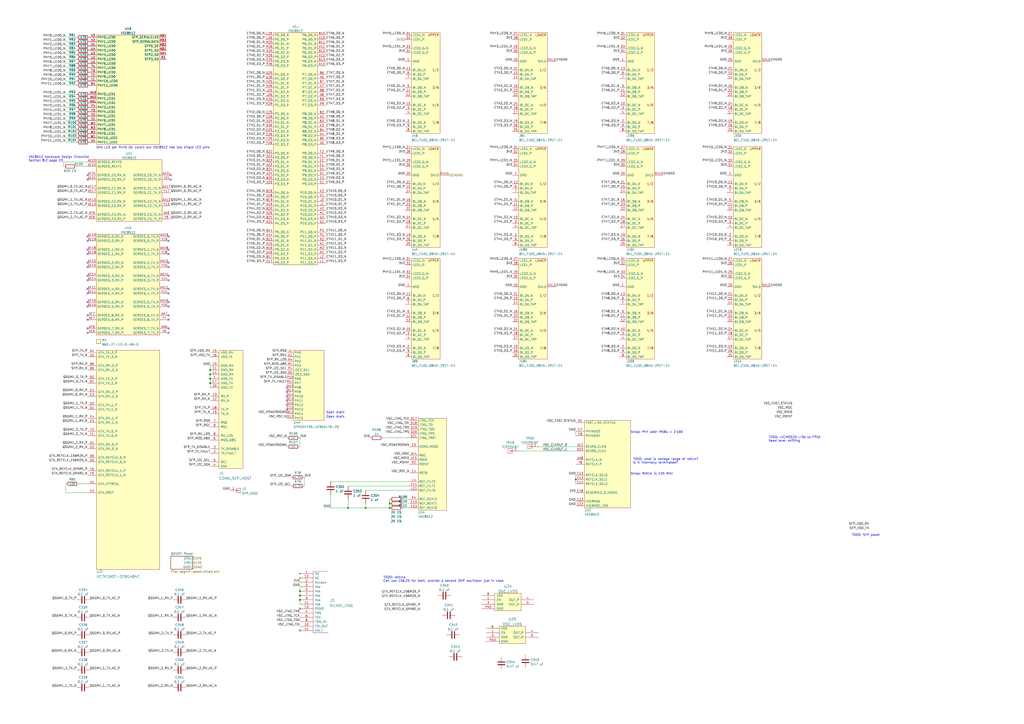
<source format=kicad_sch>
(kicad_sch (version 20211123) (generator eeschema)
  (paper "A2")
  (title_block (date "2023-05-16") (rev "0.1") (company "Antikernel Labs") (comment 1 "Andrew D. Zonenberg"))
  (lib_symbols
    (symbol "BEL_FUSE_0845-2R1T-E4_1"
      (property "Reference" "J" (at 0 -2.54 0))
      (property "Value" "BEL_FUSE_0845-2R1T-E4_1" (at 1.27 -5.08 0))
      (symbol "BEL_FUSE_0845-2R1T-E4_1_0_0"
        (text "1/2" (at 13.97 36.83 0) (effects (font (size 1.27 1.27))))
        (text "3/6" (at 13.97 26.67 0) (effects (font (size 1.27 1.27))))
        (text "4/5" (at 13.97 16.51 0) (effects (font (size 1.27 1.27))))
        (text "7/8" (at 13.97 6.35 0) (effects (font (size 1.27 1.27))))
      )
      (symbol "BEL_FUSE_0845-2R1T-E4_1_1_0"
        (text "LOWER" (at 12.7 57.15 0) (effects (font (size 1.27 1.27))))
      )
      (symbol "BEL_FUSE_0845-2R1T-E4_1_1_1"
        (pin passive line (at -3.81 31.75 0) (length 3.81) (name "BI_DA_TAP") (number "14"))
        (pin passive line (at -3.81 34.29 0) (length 3.81) (name "BI_DA_P") (number "15"))
        (pin passive line (at -3.81 26.67 0) (length 3.81) (name "BI_DB_N") (number "16"))
        (pin passive line (at -3.81 11.43 0) (length 3.81) (name "BI_DC_TAP") (number "17"))
        (pin passive line (at -3.81 13.97 0) (length 3.81) (name "BI_DC_P") (number "18"))
        (pin passive line (at -3.81 6.35 0) (length 3.81) (name "BI_DD_N") (number "19"))
        (pin power_in line (at -3.81 41.91 0) (length 3.81) (name "GND") (number "20"))
        (pin passive line (at -3.81 36.83 0) (length 3.81) (name "BI_DA_N") (number "21"))
        (pin passive line (at -3.81 21.59 0) (length 3.81) (name "BI_DB_TAP") (number "22"))
        (pin passive line (at -3.81 24.13 0) (length 3.81) (name "BI_DB_P") (number "23"))
        (pin passive line (at -3.81 16.51 0) (length 3.81) (name "BI_DC_N") (number "24"))
        (pin passive line (at -3.81 1.27 0) (length 3.81) (name "BI_DD_TAP") (number "25"))
        (pin passive line (at -3.81 3.81 0) (length 3.81) (name "BI_DD_P") (number "26"))
        (pin passive line (at -3.81 57.15 0) (length 3.81) (name "LED1_N") (number "27"))
        (pin passive line (at -3.81 54.61 0) (length 3.81) (name "LED1_P") (number "28"))
        (pin passive line (at -3.81 49.53 0) (length 3.81) (name "LED2_G_N") (number "29"))
        (pin passive line (at -3.81 46.99 0) (length 3.81) (name "LED2_G_P") (number "30"))
        (pin passive line (at 21.59 41.91 180) (length 5.08) (name "SHLD") (number "SHLD"))
      )
      (symbol "BEL_FUSE_0845-2R1T-E4_1_2_0"
        (text "UPPER" (at 12.7 57.15 0) (effects (font (size 1.27 1.27))))
      )
      (symbol "BEL_FUSE_0845-2R1T-E4_1_2_1"
        (pin power_in line (at -3.81 41.91 0) (length 3.81) (name "GND") (number "1"))
        (pin passive line (at -3.81 16.51 0) (length 3.81) (name "BI_DC_N") (number "10"))
        (pin passive line (at -3.81 24.13 0) (length 3.81) (name "BI_DB_P") (number "11"))
        (pin passive line (at -3.81 21.59 0) (length 3.81) (name "BI_DB_TAP") (number "12"))
        (pin passive line (at -3.81 36.83 0) (length 3.81) (name "BI_DA_N") (number "13"))
        (pin passive line (at -3.81 6.35 0) (length 3.81) (name "BI_DD_N") (number "2"))
        (pin passive line (at -3.81 13.97 0) (length 3.81) (name "BI_DC_P") (number "3"))
        (pin passive line (at -3.81 57.15 0) (length 3.81) (name "LED1_N") (number "31"))
        (pin passive line (at -3.81 54.61 0) (length 3.81) (name "LED1_P") (number "32"))
        (pin passive line (at -3.81 49.53 0) (length 3.81) (name "LED2_G_N") (number "33"))
        (pin passive line (at -3.81 46.99 0) (length 3.81) (name "LED2_G_P") (number "34"))
        (pin passive line (at -3.81 11.43 0) (length 3.81) (name "BI_DC_TAP") (number "4"))
        (pin passive line (at -3.81 26.67 0) (length 3.81) (name "BI_DB_N") (number "5"))
        (pin passive line (at -3.81 34.29 0) (length 3.81) (name "BI_DA_P") (number "6"))
        (pin passive line (at -3.81 31.75 0) (length 3.81) (name "BI_DA_TAP") (number "7"))
        (pin passive line (at -3.81 1.27 0) (length 3.81) (name "BI_DD_TAP") (number "8"))
        (pin passive line (at -3.81 3.81 0) (length 3.81) (name "BI_DD_P") (number "9"))
      )
    )
    (symbol "BEL_FUSE_0845-2R1T-E4_10"
      (property "Reference" "J" (at 0 -2.54 0))
      (property "Value" "BEL_FUSE_0845-2R1T-E4_10" (at 1.27 -5.08 0))
      (symbol "BEL_FUSE_0845-2R1T-E4_10_0_0"
        (text "1/2" (at 13.97 36.83 0) (effects (font (size 1.27 1.27))))
        (text "3/6" (at 13.97 26.67 0) (effects (font (size 1.27 1.27))))
        (text "4/5" (at 13.97 16.51 0) (effects (font (size 1.27 1.27))))
        (text "7/8" (at 13.97 6.35 0) (effects (font (size 1.27 1.27))))
      )
      (symbol "BEL_FUSE_0845-2R1T-E4_10_1_0"
        (text "LOWER" (at 12.7 57.15 0) (effects (font (size 1.27 1.27))))
      )
      (symbol "BEL_FUSE_0845-2R1T-E4_10_1_1"
        (pin passive line (at -3.81 31.75 0) (length 3.81) (name "BI_DA_TAP") (number "14"))
        (pin passive line (at -3.81 34.29 0) (length 3.81) (name "BI_DA_P") (number "15"))
        (pin passive line (at -3.81 26.67 0) (length 3.81) (name "BI_DB_N") (number "16"))
        (pin passive line (at -3.81 11.43 0) (length 3.81) (name "BI_DC_TAP") (number "17"))
        (pin passive line (at -3.81 13.97 0) (length 3.81) (name "BI_DC_P") (number "18"))
        (pin passive line (at -3.81 6.35 0) (length 3.81) (name "BI_DD_N") (number "19"))
        (pin power_in line (at -3.81 41.91 0) (length 3.81) (name "GND") (number "20"))
        (pin passive line (at -3.81 36.83 0) (length 3.81) (name "BI_DA_N") (number "21"))
        (pin passive line (at -3.81 21.59 0) (length 3.81) (name "BI_DB_TAP") (number "22"))
        (pin passive line (at -3.81 24.13 0) (length 3.81) (name "BI_DB_P") (number "23"))
        (pin passive line (at -3.81 16.51 0) (length 3.81) (name "BI_DC_N") (number "24"))
        (pin passive line (at -3.81 1.27 0) (length 3.81) (name "BI_DD_TAP") (number "25"))
        (pin passive line (at -3.81 3.81 0) (length 3.81) (name "BI_DD_P") (number "26"))
        (pin passive line (at -3.81 57.15 0) (length 3.81) (name "LED1_N") (number "27"))
        (pin passive line (at -3.81 54.61 0) (length 3.81) (name "LED1_P") (number "28"))
        (pin passive line (at -3.81 49.53 0) (length 3.81) (name "LED2_G_N") (number "29"))
        (pin passive line (at -3.81 46.99 0) (length 3.81) (name "LED2_G_P") (number "30"))
        (pin passive line (at 21.59 41.91 180) (length 5.08) (name "SHLD") (number "SHLD"))
      )
      (symbol "BEL_FUSE_0845-2R1T-E4_10_2_0"
        (text "UPPER" (at 12.7 57.15 0) (effects (font (size 1.27 1.27))))
      )
      (symbol "BEL_FUSE_0845-2R1T-E4_10_2_1"
        (pin power_in line (at -3.81 41.91 0) (length 3.81) (name "GND") (number "1"))
        (pin passive line (at -3.81 16.51 0) (length 3.81) (name "BI_DC_N") (number "10"))
        (pin passive line (at -3.81 24.13 0) (length 3.81) (name "BI_DB_P") (number "11"))
        (pin passive line (at -3.81 21.59 0) (length 3.81) (name "BI_DB_TAP") (number "12"))
        (pin passive line (at -3.81 36.83 0) (length 3.81) (name "BI_DA_N") (number "13"))
        (pin passive line (at -3.81 6.35 0) (length 3.81) (name "BI_DD_N") (number "2"))
        (pin passive line (at -3.81 13.97 0) (length 3.81) (name "BI_DC_P") (number "3"))
        (pin passive line (at -3.81 57.15 0) (length 3.81) (name "LED1_N") (number "31"))
        (pin passive line (at -3.81 54.61 0) (length 3.81) (name "LED1_P") (number "32"))
        (pin passive line (at -3.81 49.53 0) (length 3.81) (name "LED2_G_N") (number "33"))
        (pin passive line (at -3.81 46.99 0) (length 3.81) (name "LED2_G_P") (number "34"))
        (pin passive line (at -3.81 11.43 0) (length 3.81) (name "BI_DC_TAP") (number "4"))
        (pin passive line (at -3.81 26.67 0) (length 3.81) (name "BI_DB_N") (number "5"))
        (pin passive line (at -3.81 34.29 0) (length 3.81) (name "BI_DA_P") (number "6"))
        (pin passive line (at -3.81 31.75 0) (length 3.81) (name "BI_DA_TAP") (number "7"))
        (pin passive line (at -3.81 1.27 0) (length 3.81) (name "BI_DD_TAP") (number "8"))
        (pin passive line (at -3.81 3.81 0) (length 3.81) (name "BI_DD_P") (number "9"))
      )
    )
    (symbol "BEL_FUSE_0845-2R1T-E4_11"
      (property "Reference" "J" (at 0 -2.54 0))
      (property "Value" "BEL_FUSE_0845-2R1T-E4_11" (at 1.27 -5.08 0))
      (symbol "BEL_FUSE_0845-2R1T-E4_11_0_0"
        (text "1/2" (at 13.97 36.83 0) (effects (font (size 1.27 1.27))))
        (text "3/6" (at 13.97 26.67 0) (effects (font (size 1.27 1.27))))
        (text "4/5" (at 13.97 16.51 0) (effects (font (size 1.27 1.27))))
        (text "7/8" (at 13.97 6.35 0) (effects (font (size 1.27 1.27))))
      )
      (symbol "BEL_FUSE_0845-2R1T-E4_11_1_0"
        (text "LOWER" (at 12.7 57.15 0) (effects (font (size 1.27 1.27))))
      )
      (symbol "BEL_FUSE_0845-2R1T-E4_11_1_1"
        (pin passive line (at -3.81 31.75 0) (length 3.81) (name "BI_DA_TAP") (number "14"))
        (pin passive line (at -3.81 34.29 0) (length 3.81) (name "BI_DA_P") (number "15"))
        (pin passive line (at -3.81 26.67 0) (length 3.81) (name "BI_DB_N") (number "16"))
        (pin passive line (at -3.81 11.43 0) (length 3.81) (name "BI_DC_TAP") (number "17"))
        (pin passive line (at -3.81 13.97 0) (length 3.81) (name "BI_DC_P") (number "18"))
        (pin passive line (at -3.81 6.35 0) (length 3.81) (name "BI_DD_N") (number "19"))
        (pin power_in line (at -3.81 41.91 0) (length 3.81) (name "GND") (number "20"))
        (pin passive line (at -3.81 36.83 0) (length 3.81) (name "BI_DA_N") (number "21"))
        (pin passive line (at -3.81 21.59 0) (length 3.81) (name "BI_DB_TAP") (number "22"))
        (pin passive line (at -3.81 24.13 0) (length 3.81) (name "BI_DB_P") (number "23"))
        (pin passive line (at -3.81 16.51 0) (length 3.81) (name "BI_DC_N") (number "24"))
        (pin passive line (at -3.81 1.27 0) (length 3.81) (name "BI_DD_TAP") (number "25"))
        (pin passive line (at -3.81 3.81 0) (length 3.81) (name "BI_DD_P") (number "26"))
        (pin passive line (at -3.81 57.15 0) (length 3.81) (name "LED1_N") (number "27"))
        (pin passive line (at -3.81 54.61 0) (length 3.81) (name "LED1_P") (number "28"))
        (pin passive line (at -3.81 49.53 0) (length 3.81) (name "LED2_G_N") (number "29"))
        (pin passive line (at -3.81 46.99 0) (length 3.81) (name "LED2_G_P") (number "30"))
        (pin passive line (at 21.59 41.91 180) (length 5.08) (name "SHLD") (number "SHLD"))
      )
      (symbol "BEL_FUSE_0845-2R1T-E4_11_2_0"
        (text "UPPER" (at 12.7 57.15 0) (effects (font (size 1.27 1.27))))
      )
      (symbol "BEL_FUSE_0845-2R1T-E4_11_2_1"
        (pin power_in line (at -3.81 41.91 0) (length 3.81) (name "GND") (number "1"))
        (pin passive line (at -3.81 16.51 0) (length 3.81) (name "BI_DC_N") (number "10"))
        (pin passive line (at -3.81 24.13 0) (length 3.81) (name "BI_DB_P") (number "11"))
        (pin passive line (at -3.81 21.59 0) (length 3.81) (name "BI_DB_TAP") (number "12"))
        (pin passive line (at -3.81 36.83 0) (length 3.81) (name "BI_DA_N") (number "13"))
        (pin passive line (at -3.81 6.35 0) (length 3.81) (name "BI_DD_N") (number "2"))
        (pin passive line (at -3.81 13.97 0) (length 3.81) (name "BI_DC_P") (number "3"))
        (pin passive line (at -3.81 57.15 0) (length 3.81) (name "LED1_N") (number "31"))
        (pin passive line (at -3.81 54.61 0) (length 3.81) (name "LED1_P") (number "32"))
        (pin passive line (at -3.81 49.53 0) (length 3.81) (name "LED2_G_N") (number "33"))
        (pin passive line (at -3.81 46.99 0) (length 3.81) (name "LED2_G_P") (number "34"))
        (pin passive line (at -3.81 11.43 0) (length 3.81) (name "BI_DC_TAP") (number "4"))
        (pin passive line (at -3.81 26.67 0) (length 3.81) (name "BI_DB_N") (number "5"))
        (pin passive line (at -3.81 34.29 0) (length 3.81) (name "BI_DA_P") (number "6"))
        (pin passive line (at -3.81 31.75 0) (length 3.81) (name "BI_DA_TAP") (number "7"))
        (pin passive line (at -3.81 1.27 0) (length 3.81) (name "BI_DD_TAP") (number "8"))
        (pin passive line (at -3.81 3.81 0) (length 3.81) (name "BI_DD_P") (number "9"))
      )
    )
    (symbol "BEL_FUSE_0845-2R1T-E4_2"
      (property "Reference" "J" (at 0 -2.54 0))
      (property "Value" "BEL_FUSE_0845-2R1T-E4_2" (at 1.27 -5.08 0))
      (symbol "BEL_FUSE_0845-2R1T-E4_2_0_0"
        (text "1/2" (at 13.97 36.83 0) (effects (font (size 1.27 1.27))))
        (text "3/6" (at 13.97 26.67 0) (effects (font (size 1.27 1.27))))
        (text "4/5" (at 13.97 16.51 0) (effects (font (size 1.27 1.27))))
        (text "7/8" (at 13.97 6.35 0) (effects (font (size 1.27 1.27))))
      )
      (symbol "BEL_FUSE_0845-2R1T-E4_2_1_0"
        (text "LOWER" (at 12.7 57.15 0) (effects (font (size 1.27 1.27))))
      )
      (symbol "BEL_FUSE_0845-2R1T-E4_2_1_1"
        (pin passive line (at -3.81 31.75 0) (length 3.81) (name "BI_DA_TAP") (number "14"))
        (pin passive line (at -3.81 34.29 0) (length 3.81) (name "BI_DA_P") (number "15"))
        (pin passive line (at -3.81 26.67 0) (length 3.81) (name "BI_DB_N") (number "16"))
        (pin passive line (at -3.81 11.43 0) (length 3.81) (name "BI_DC_TAP") (number "17"))
        (pin passive line (at -3.81 13.97 0) (length 3.81) (name "BI_DC_P") (number "18"))
        (pin passive line (at -3.81 6.35 0) (length 3.81) (name "BI_DD_N") (number "19"))
        (pin power_in line (at -3.81 41.91 0) (length 3.81) (name "GND") (number "20"))
        (pin passive line (at -3.81 36.83 0) (length 3.81) (name "BI_DA_N") (number "21"))
        (pin passive line (at -3.81 21.59 0) (length 3.81) (name "BI_DB_TAP") (number "22"))
        (pin passive line (at -3.81 24.13 0) (length 3.81) (name "BI_DB_P") (number "23"))
        (pin passive line (at -3.81 16.51 0) (length 3.81) (name "BI_DC_N") (number "24"))
        (pin passive line (at -3.81 1.27 0) (length 3.81) (name "BI_DD_TAP") (number "25"))
        (pin passive line (at -3.81 3.81 0) (length 3.81) (name "BI_DD_P") (number "26"))
        (pin passive line (at -3.81 57.15 0) (length 3.81) (name "LED1_N") (number "27"))
        (pin passive line (at -3.81 54.61 0) (length 3.81) (name "LED1_P") (number "28"))
        (pin passive line (at -3.81 49.53 0) (length 3.81) (name "LED2_G_N") (number "29"))
        (pin passive line (at -3.81 46.99 0) (length 3.81) (name "LED2_G_P") (number "30"))
        (pin passive line (at 21.59 41.91 180) (length 5.08) (name "SHLD") (number "SHLD"))
      )
      (symbol "BEL_FUSE_0845-2R1T-E4_2_2_0"
        (text "UPPER" (at 12.7 57.15 0) (effects (font (size 1.27 1.27))))
      )
      (symbol "BEL_FUSE_0845-2R1T-E4_2_2_1"
        (pin power_in line (at -3.81 41.91 0) (length 3.81) (name "GND") (number "1"))
        (pin passive line (at -3.81 16.51 0) (length 3.81) (name "BI_DC_N") (number "10"))
        (pin passive line (at -3.81 24.13 0) (length 3.81) (name "BI_DB_P") (number "11"))
        (pin passive line (at -3.81 21.59 0) (length 3.81) (name "BI_DB_TAP") (number "12"))
        (pin passive line (at -3.81 36.83 0) (length 3.81) (name "BI_DA_N") (number "13"))
        (pin passive line (at -3.81 6.35 0) (length 3.81) (name "BI_DD_N") (number "2"))
        (pin passive line (at -3.81 13.97 0) (length 3.81) (name "BI_DC_P") (number "3"))
        (pin passive line (at -3.81 57.15 0) (length 3.81) (name "LED1_N") (number "31"))
        (pin passive line (at -3.81 54.61 0) (length 3.81) (name "LED1_P") (number "32"))
        (pin passive line (at -3.81 49.53 0) (length 3.81) (name "LED2_G_N") (number "33"))
        (pin passive line (at -3.81 46.99 0) (length 3.81) (name "LED2_G_P") (number "34"))
        (pin passive line (at -3.81 11.43 0) (length 3.81) (name "BI_DC_TAP") (number "4"))
        (pin passive line (at -3.81 26.67 0) (length 3.81) (name "BI_DB_N") (number "5"))
        (pin passive line (at -3.81 34.29 0) (length 3.81) (name "BI_DA_P") (number "6"))
        (pin passive line (at -3.81 31.75 0) (length 3.81) (name "BI_DA_TAP") (number "7"))
        (pin passive line (at -3.81 1.27 0) (length 3.81) (name "BI_DD_TAP") (number "8"))
        (pin passive line (at -3.81 3.81 0) (length 3.81) (name "BI_DD_P") (number "9"))
      )
    )
    (symbol "BEL_FUSE_0845-2R1T-E4_3"
      (property "Reference" "J" (at 0 -2.54 0))
      (property "Value" "BEL_FUSE_0845-2R1T-E4_3" (at 1.27 -5.08 0))
      (symbol "BEL_FUSE_0845-2R1T-E4_3_0_0"
        (text "1/2" (at 13.97 36.83 0) (effects (font (size 1.27 1.27))))
        (text "3/6" (at 13.97 26.67 0) (effects (font (size 1.27 1.27))))
        (text "4/5" (at 13.97 16.51 0) (effects (font (size 1.27 1.27))))
        (text "7/8" (at 13.97 6.35 0) (effects (font (size 1.27 1.27))))
      )
      (symbol "BEL_FUSE_0845-2R1T-E4_3_1_0"
        (text "LOWER" (at 12.7 57.15 0) (effects (font (size 1.27 1.27))))
      )
      (symbol "BEL_FUSE_0845-2R1T-E4_3_1_1"
        (pin passive line (at -3.81 31.75 0) (length 3.81) (name "BI_DA_TAP") (number "14"))
        (pin passive line (at -3.81 34.29 0) (length 3.81) (name "BI_DA_P") (number "15"))
        (pin passive line (at -3.81 26.67 0) (length 3.81) (name "BI_DB_N") (number "16"))
        (pin passive line (at -3.81 11.43 0) (length 3.81) (name "BI_DC_TAP") (number "17"))
        (pin passive line (at -3.81 13.97 0) (length 3.81) (name "BI_DC_P") (number "18"))
        (pin passive line (at -3.81 6.35 0) (length 3.81) (name "BI_DD_N") (number "19"))
        (pin power_in line (at -3.81 41.91 0) (length 3.81) (name "GND") (number "20"))
        (pin passive line (at -3.81 36.83 0) (length 3.81) (name "BI_DA_N") (number "21"))
        (pin passive line (at -3.81 21.59 0) (length 3.81) (name "BI_DB_TAP") (number "22"))
        (pin passive line (at -3.81 24.13 0) (length 3.81) (name "BI_DB_P") (number "23"))
        (pin passive line (at -3.81 16.51 0) (length 3.81) (name "BI_DC_N") (number "24"))
        (pin passive line (at -3.81 1.27 0) (length 3.81) (name "BI_DD_TAP") (number "25"))
        (pin passive line (at -3.81 3.81 0) (length 3.81) (name "BI_DD_P") (number "26"))
        (pin passive line (at -3.81 57.15 0) (length 3.81) (name "LED1_N") (number "27"))
        (pin passive line (at -3.81 54.61 0) (length 3.81) (name "LED1_P") (number "28"))
        (pin passive line (at -3.81 49.53 0) (length 3.81) (name "LED2_G_N") (number "29"))
        (pin passive line (at -3.81 46.99 0) (length 3.81) (name "LED2_G_P") (number "30"))
        (pin passive line (at 21.59 41.91 180) (length 5.08) (name "SHLD") (number "SHLD"))
      )
      (symbol "BEL_FUSE_0845-2R1T-E4_3_2_0"
        (text "UPPER" (at 12.7 57.15 0) (effects (font (size 1.27 1.27))))
      )
      (symbol "BEL_FUSE_0845-2R1T-E4_3_2_1"
        (pin power_in line (at -3.81 41.91 0) (length 3.81) (name "GND") (number "1"))
        (pin passive line (at -3.81 16.51 0) (length 3.81) (name "BI_DC_N") (number "10"))
        (pin passive line (at -3.81 24.13 0) (length 3.81) (name "BI_DB_P") (number "11"))
        (pin passive line (at -3.81 21.59 0) (length 3.81) (name "BI_DB_TAP") (number "12"))
        (pin passive line (at -3.81 36.83 0) (length 3.81) (name "BI_DA_N") (number "13"))
        (pin passive line (at -3.81 6.35 0) (length 3.81) (name "BI_DD_N") (number "2"))
        (pin passive line (at -3.81 13.97 0) (length 3.81) (name "BI_DC_P") (number "3"))
        (pin passive line (at -3.81 57.15 0) (length 3.81) (name "LED1_N") (number "31"))
        (pin passive line (at -3.81 54.61 0) (length 3.81) (name "LED1_P") (number "32"))
        (pin passive line (at -3.81 49.53 0) (length 3.81) (name "LED2_G_N") (number "33"))
        (pin passive line (at -3.81 46.99 0) (length 3.81) (name "LED2_G_P") (number "34"))
        (pin passive line (at -3.81 11.43 0) (length 3.81) (name "BI_DC_TAP") (number "4"))
        (pin passive line (at -3.81 26.67 0) (length 3.81) (name "BI_DB_N") (number "5"))
        (pin passive line (at -3.81 34.29 0) (length 3.81) (name "BI_DA_P") (number "6"))
        (pin passive line (at -3.81 31.75 0) (length 3.81) (name "BI_DA_TAP") (number "7"))
        (pin passive line (at -3.81 1.27 0) (length 3.81) (name "BI_DD_TAP") (number "8"))
        (pin passive line (at -3.81 3.81 0) (length 3.81) (name "BI_DD_P") (number "9"))
      )
    )
    (symbol "BEL_FUSE_0845-2R1T-E4_4"
      (property "Reference" "J" (at 0 -2.54 0))
      (property "Value" "BEL_FUSE_0845-2R1T-E4_4" (at 1.27 -5.08 0))
      (symbol "BEL_FUSE_0845-2R1T-E4_4_0_0"
        (text "1/2" (at 13.97 36.83 0) (effects (font (size 1.27 1.27))))
        (text "3/6" (at 13.97 26.67 0) (effects (font (size 1.27 1.27))))
        (text "4/5" (at 13.97 16.51 0) (effects (font (size 1.27 1.27))))
        (text "7/8" (at 13.97 6.35 0) (effects (font (size 1.27 1.27))))
      )
      (symbol "BEL_FUSE_0845-2R1T-E4_4_1_0"
        (text "LOWER" (at 12.7 57.15 0) (effects (font (size 1.27 1.27))))
      )
      (symbol "BEL_FUSE_0845-2R1T-E4_4_1_1"
        (pin passive line (at -3.81 31.75 0) (length 3.81) (name "BI_DA_TAP") (number "14"))
        (pin passive line (at -3.81 34.29 0) (length 3.81) (name "BI_DA_P") (number "15"))
        (pin passive line (at -3.81 26.67 0) (length 3.81) (name "BI_DB_N") (number "16"))
        (pin passive line (at -3.81 11.43 0) (length 3.81) (name "BI_DC_TAP") (number "17"))
        (pin passive line (at -3.81 13.97 0) (length 3.81) (name "BI_DC_P") (number "18"))
        (pin passive line (at -3.81 6.35 0) (length 3.81) (name "BI_DD_N") (number "19"))
        (pin power_in line (at -3.81 41.91 0) (length 3.81) (name "GND") (number "20"))
        (pin passive line (at -3.81 36.83 0) (length 3.81) (name "BI_DA_N") (number "21"))
        (pin passive line (at -3.81 21.59 0) (length 3.81) (name "BI_DB_TAP") (number "22"))
        (pin passive line (at -3.81 24.13 0) (length 3.81) (name "BI_DB_P") (number "23"))
        (pin passive line (at -3.81 16.51 0) (length 3.81) (name "BI_DC_N") (number "24"))
        (pin passive line (at -3.81 1.27 0) (length 3.81) (name "BI_DD_TAP") (number "25"))
        (pin passive line (at -3.81 3.81 0) (length 3.81) (name "BI_DD_P") (number "26"))
        (pin passive line (at -3.81 57.15 0) (length 3.81) (name "LED1_N") (number "27"))
        (pin passive line (at -3.81 54.61 0) (length 3.81) (name "LED1_P") (number "28"))
        (pin passive line (at -3.81 49.53 0) (length 3.81) (name "LED2_G_N") (number "29"))
        (pin passive line (at -3.81 46.99 0) (length 3.81) (name "LED2_G_P") (number "30"))
        (pin passive line (at 21.59 41.91 180) (length 5.08) (name "SHLD") (number "SHLD"))
      )
      (symbol "BEL_FUSE_0845-2R1T-E4_4_2_0"
        (text "UPPER" (at 12.7 57.15 0) (effects (font (size 1.27 1.27))))
      )
      (symbol "BEL_FUSE_0845-2R1T-E4_4_2_1"
        (pin power_in line (at -3.81 41.91 0) (length 3.81) (name "GND") (number "1"))
        (pin passive line (at -3.81 16.51 0) (length 3.81) (name "BI_DC_N") (number "10"))
        (pin passive line (at -3.81 24.13 0) (length 3.81) (name "BI_DB_P") (number "11"))
        (pin passive line (at -3.81 21.59 0) (length 3.81) (name "BI_DB_TAP") (number "12"))
        (pin passive line (at -3.81 36.83 0) (length 3.81) (name "BI_DA_N") (number "13"))
        (pin passive line (at -3.81 6.35 0) (length 3.81) (name "BI_DD_N") (number "2"))
        (pin passive line (at -3.81 13.97 0) (length 3.81) (name "BI_DC_P") (number "3"))
        (pin passive line (at -3.81 57.15 0) (length 3.81) (name "LED1_N") (number "31"))
        (pin passive line (at -3.81 54.61 0) (length 3.81) (name "LED1_P") (number "32"))
        (pin passive line (at -3.81 49.53 0) (length 3.81) (name "LED2_G_N") (number "33"))
        (pin passive line (at -3.81 46.99 0) (length 3.81) (name "LED2_G_P") (number "34"))
        (pin passive line (at -3.81 11.43 0) (length 3.81) (name "BI_DC_TAP") (number "4"))
        (pin passive line (at -3.81 26.67 0) (length 3.81) (name "BI_DB_N") (number "5"))
        (pin passive line (at -3.81 34.29 0) (length 3.81) (name "BI_DA_P") (number "6"))
        (pin passive line (at -3.81 31.75 0) (length 3.81) (name "BI_DA_TAP") (number "7"))
        (pin passive line (at -3.81 1.27 0) (length 3.81) (name "BI_DD_TAP") (number "8"))
        (pin passive line (at -3.81 3.81 0) (length 3.81) (name "BI_DD_P") (number "9"))
      )
    )
    (symbol "BEL_FUSE_0845-2R1T-E4_5"
      (property "Reference" "J" (at 0 -2.54 0))
      (property "Value" "BEL_FUSE_0845-2R1T-E4_5" (at 1.27 -5.08 0))
      (symbol "BEL_FUSE_0845-2R1T-E4_5_0_0"
        (text "1/2" (at 13.97 36.83 0) (effects (font (size 1.27 1.27))))
        (text "3/6" (at 13.97 26.67 0) (effects (font (size 1.27 1.27))))
        (text "4/5" (at 13.97 16.51 0) (effects (font (size 1.27 1.27))))
        (text "7/8" (at 13.97 6.35 0) (effects (font (size 1.27 1.27))))
      )
      (symbol "BEL_FUSE_0845-2R1T-E4_5_1_0"
        (text "LOWER" (at 12.7 57.15 0) (effects (font (size 1.27 1.27))))
      )
      (symbol "BEL_FUSE_0845-2R1T-E4_5_1_1"
        (pin passive line (at -3.81 31.75 0) (length 3.81) (name "BI_DA_TAP") (number "14"))
        (pin passive line (at -3.81 34.29 0) (length 3.81) (name "BI_DA_P") (number "15"))
        (pin passive line (at -3.81 26.67 0) (length 3.81) (name "BI_DB_N") (number "16"))
        (pin passive line (at -3.81 11.43 0) (length 3.81) (name "BI_DC_TAP") (number "17"))
        (pin passive line (at -3.81 13.97 0) (length 3.81) (name "BI_DC_P") (number "18"))
        (pin passive line (at -3.81 6.35 0) (length 3.81) (name "BI_DD_N") (number "19"))
        (pin power_in line (at -3.81 41.91 0) (length 3.81) (name "GND") (number "20"))
        (pin passive line (at -3.81 36.83 0) (length 3.81) (name "BI_DA_N") (number "21"))
        (pin passive line (at -3.81 21.59 0) (length 3.81) (name "BI_DB_TAP") (number "22"))
        (pin passive line (at -3.81 24.13 0) (length 3.81) (name "BI_DB_P") (number "23"))
        (pin passive line (at -3.81 16.51 0) (length 3.81) (name "BI_DC_N") (number "24"))
        (pin passive line (at -3.81 1.27 0) (length 3.81) (name "BI_DD_TAP") (number "25"))
        (pin passive line (at -3.81 3.81 0) (length 3.81) (name "BI_DD_P") (number "26"))
        (pin passive line (at -3.81 57.15 0) (length 3.81) (name "LED1_N") (number "27"))
        (pin passive line (at -3.81 54.61 0) (length 3.81) (name "LED1_P") (number "28"))
        (pin passive line (at -3.81 49.53 0) (length 3.81) (name "LED2_G_N") (number "29"))
        (pin passive line (at -3.81 46.99 0) (length 3.81) (name "LED2_G_P") (number "30"))
        (pin passive line (at 21.59 41.91 180) (length 5.08) (name "SHLD") (number "SHLD"))
      )
      (symbol "BEL_FUSE_0845-2R1T-E4_5_2_0"
        (text "UPPER" (at 12.7 57.15 0) (effects (font (size 1.27 1.27))))
      )
      (symbol "BEL_FUSE_0845-2R1T-E4_5_2_1"
        (pin power_in line (at -3.81 41.91 0) (length 3.81) (name "GND") (number "1"))
        (pin passive line (at -3.81 16.51 0) (length 3.81) (name "BI_DC_N") (number "10"))
        (pin passive line (at -3.81 24.13 0) (length 3.81) (name "BI_DB_P") (number "11"))
        (pin passive line (at -3.81 21.59 0) (length 3.81) (name "BI_DB_TAP") (number "12"))
        (pin passive line (at -3.81 36.83 0) (length 3.81) (name "BI_DA_N") (number "13"))
        (pin passive line (at -3.81 6.35 0) (length 3.81) (name "BI_DD_N") (number "2"))
        (pin passive line (at -3.81 13.97 0) (length 3.81) (name "BI_DC_P") (number "3"))
        (pin passive line (at -3.81 57.15 0) (length 3.81) (name "LED1_N") (number "31"))
        (pin passive line (at -3.81 54.61 0) (length 3.81) (name "LED1_P") (number "32"))
        (pin passive line (at -3.81 49.53 0) (length 3.81) (name "LED2_G_N") (number "33"))
        (pin passive line (at -3.81 46.99 0) (length 3.81) (name "LED2_G_P") (number "34"))
        (pin passive line (at -3.81 11.43 0) (length 3.81) (name "BI_DC_TAP") (number "4"))
        (pin passive line (at -3.81 26.67 0) (length 3.81) (name "BI_DB_N") (number "5"))
        (pin passive line (at -3.81 34.29 0) (length 3.81) (name "BI_DA_P") (number "6"))
        (pin passive line (at -3.81 31.75 0) (length 3.81) (name "BI_DA_TAP") (number "7"))
        (pin passive line (at -3.81 1.27 0) (length 3.81) (name "BI_DD_TAP") (number "8"))
        (pin passive line (at -3.81 3.81 0) (length 3.81) (name "BI_DD_P") (number "9"))
      )
    )
    (symbol "BEL_FUSE_0845-2R1T-E4_6"
      (property "Reference" "J" (at 0 -2.54 0))
      (property "Value" "BEL_FUSE_0845-2R1T-E4_6" (at 1.27 -5.08 0))
      (symbol "BEL_FUSE_0845-2R1T-E4_6_0_0"
        (text "1/2" (at 13.97 36.83 0) (effects (font (size 1.27 1.27))))
        (text "3/6" (at 13.97 26.67 0) (effects (font (size 1.27 1.27))))
        (text "4/5" (at 13.97 16.51 0) (effects (font (size 1.27 1.27))))
        (text "7/8" (at 13.97 6.35 0) (effects (font (size 1.27 1.27))))
      )
      (symbol "BEL_FUSE_0845-2R1T-E4_6_1_0"
        (text "LOWER" (at 12.7 57.15 0) (effects (font (size 1.27 1.27))))
      )
      (symbol "BEL_FUSE_0845-2R1T-E4_6_1_1"
        (pin passive line (at -3.81 31.75 0) (length 3.81) (name "BI_DA_TAP") (number "14"))
        (pin passive line (at -3.81 34.29 0) (length 3.81) (name "BI_DA_P") (number "15"))
        (pin passive line (at -3.81 26.67 0) (length 3.81) (name "BI_DB_N") (number "16"))
        (pin passive line (at -3.81 11.43 0) (length 3.81) (name "BI_DC_TAP") (number "17"))
        (pin passive line (at -3.81 13.97 0) (length 3.81) (name "BI_DC_P") (number "18"))
        (pin passive line (at -3.81 6.35 0) (length 3.81) (name "BI_DD_N") (number "19"))
        (pin power_in line (at -3.81 41.91 0) (length 3.81) (name "GND") (number "20"))
        (pin passive line (at -3.81 36.83 0) (length 3.81) (name "BI_DA_N") (number "21"))
        (pin passive line (at -3.81 21.59 0) (length 3.81) (name "BI_DB_TAP") (number "22"))
        (pin passive line (at -3.81 24.13 0) (length 3.81) (name "BI_DB_P") (number "23"))
        (pin passive line (at -3.81 16.51 0) (length 3.81) (name "BI_DC_N") (number "24"))
        (pin passive line (at -3.81 1.27 0) (length 3.81) (name "BI_DD_TAP") (number "25"))
        (pin passive line (at -3.81 3.81 0) (length 3.81) (name "BI_DD_P") (number "26"))
        (pin passive line (at -3.81 57.15 0) (length 3.81) (name "LED1_N") (number "27"))
        (pin passive line (at -3.81 54.61 0) (length 3.81) (name "LED1_P") (number "28"))
        (pin passive line (at -3.81 49.53 0) (length 3.81) (name "LED2_G_N") (number "29"))
        (pin passive line (at -3.81 46.99 0) (length 3.81) (name "LED2_G_P") (number "30"))
        (pin passive line (at 21.59 41.91 180) (length 5.08) (name "SHLD") (number "SHLD"))
      )
      (symbol "BEL_FUSE_0845-2R1T-E4_6_2_0"
        (text "UPPER" (at 12.7 57.15 0) (effects (font (size 1.27 1.27))))
      )
      (symbol "BEL_FUSE_0845-2R1T-E4_6_2_1"
        (pin power_in line (at -3.81 41.91 0) (length 3.81) (name "GND") (number "1"))
        (pin passive line (at -3.81 16.51 0) (length 3.81) (name "BI_DC_N") (number "10"))
        (pin passive line (at -3.81 24.13 0) (length 3.81) (name "BI_DB_P") (number "11"))
        (pin passive line (at -3.81 21.59 0) (length 3.81) (name "BI_DB_TAP") (number "12"))
        (pin passive line (at -3.81 36.83 0) (length 3.81) (name "BI_DA_N") (number "13"))
        (pin passive line (at -3.81 6.35 0) (length 3.81) (name "BI_DD_N") (number "2"))
        (pin passive line (at -3.81 13.97 0) (length 3.81) (name "BI_DC_P") (number "3"))
        (pin passive line (at -3.81 57.15 0) (length 3.81) (name "LED1_N") (number "31"))
        (pin passive line (at -3.81 54.61 0) (length 3.81) (name "LED1_P") (number "32"))
        (pin passive line (at -3.81 49.53 0) (length 3.81) (name "LED2_G_N") (number "33"))
        (pin passive line (at -3.81 46.99 0) (length 3.81) (name "LED2_G_P") (number "34"))
        (pin passive line (at -3.81 11.43 0) (length 3.81) (name "BI_DC_TAP") (number "4"))
        (pin passive line (at -3.81 26.67 0) (length 3.81) (name "BI_DB_N") (number "5"))
        (pin passive line (at -3.81 34.29 0) (length 3.81) (name "BI_DA_P") (number "6"))
        (pin passive line (at -3.81 31.75 0) (length 3.81) (name "BI_DA_TAP") (number "7"))
        (pin passive line (at -3.81 1.27 0) (length 3.81) (name "BI_DD_TAP") (number "8"))
        (pin passive line (at -3.81 3.81 0) (length 3.81) (name "BI_DD_P") (number "9"))
      )
    )
    (symbol "BEL_FUSE_0845-2R1T-E4_7"
      (property "Reference" "J" (at 0 -2.54 0))
      (property "Value" "BEL_FUSE_0845-2R1T-E4_7" (at 1.27 -5.08 0))
      (symbol "BEL_FUSE_0845-2R1T-E4_7_0_0"
        (text "1/2" (at 13.97 36.83 0) (effects (font (size 1.27 1.27))))
        (text "3/6" (at 13.97 26.67 0) (effects (font (size 1.27 1.27))))
        (text "4/5" (at 13.97 16.51 0) (effects (font (size 1.27 1.27))))
        (text "7/8" (at 13.97 6.35 0) (effects (font (size 1.27 1.27))))
      )
      (symbol "BEL_FUSE_0845-2R1T-E4_7_1_0"
        (text "LOWER" (at 12.7 57.15 0) (effects (font (size 1.27 1.27))))
      )
      (symbol "BEL_FUSE_0845-2R1T-E4_7_1_1"
        (pin passive line (at -3.81 31.75 0) (length 3.81) (name "BI_DA_TAP") (number "14"))
        (pin passive line (at -3.81 34.29 0) (length 3.81) (name "BI_DA_P") (number "15"))
        (pin passive line (at -3.81 26.67 0) (length 3.81) (name "BI_DB_N") (number "16"))
        (pin passive line (at -3.81 11.43 0) (length 3.81) (name "BI_DC_TAP") (number "17"))
        (pin passive line (at -3.81 13.97 0) (length 3.81) (name "BI_DC_P") (number "18"))
        (pin passive line (at -3.81 6.35 0) (length 3.81) (name "BI_DD_N") (number "19"))
        (pin power_in line (at -3.81 41.91 0) (length 3.81) (name "GND") (number "20"))
        (pin passive line (at -3.81 36.83 0) (length 3.81) (name "BI_DA_N") (number "21"))
        (pin passive line (at -3.81 21.59 0) (length 3.81) (name "BI_DB_TAP") (number "22"))
        (pin passive line (at -3.81 24.13 0) (length 3.81) (name "BI_DB_P") (number "23"))
        (pin passive line (at -3.81 16.51 0) (length 3.81) (name "BI_DC_N") (number "24"))
        (pin passive line (at -3.81 1.27 0) (length 3.81) (name "BI_DD_TAP") (number "25"))
        (pin passive line (at -3.81 3.81 0) (length 3.81) (name "BI_DD_P") (number "26"))
        (pin passive line (at -3.81 57.15 0) (length 3.81) (name "LED1_N") (number "27"))
        (pin passive line (at -3.81 54.61 0) (length 3.81) (name "LED1_P") (number "28"))
        (pin passive line (at -3.81 49.53 0) (length 3.81) (name "LED2_G_N") (number "29"))
        (pin passive line (at -3.81 46.99 0) (length 3.81) (name "LED2_G_P") (number "30"))
        (pin passive line (at 21.59 41.91 180) (length 5.08) (name "SHLD") (number "SHLD"))
      )
      (symbol "BEL_FUSE_0845-2R1T-E4_7_2_0"
        (text "UPPER" (at 12.7 57.15 0) (effects (font (size 1.27 1.27))))
      )
      (symbol "BEL_FUSE_0845-2R1T-E4_7_2_1"
        (pin power_in line (at -3.81 41.91 0) (length 3.81) (name "GND") (number "1"))
        (pin passive line (at -3.81 16.51 0) (length 3.81) (name "BI_DC_N") (number "10"))
        (pin passive line (at -3.81 24.13 0) (length 3.81) (name "BI_DB_P") (number "11"))
        (pin passive line (at -3.81 21.59 0) (length 3.81) (name "BI_DB_TAP") (number "12"))
        (pin passive line (at -3.81 36.83 0) (length 3.81) (name "BI_DA_N") (number "13"))
        (pin passive line (at -3.81 6.35 0) (length 3.81) (name "BI_DD_N") (number "2"))
        (pin passive line (at -3.81 13.97 0) (length 3.81) (name "BI_DC_P") (number "3"))
        (pin passive line (at -3.81 57.15 0) (length 3.81) (name "LED1_N") (number "31"))
        (pin passive line (at -3.81 54.61 0) (length 3.81) (name "LED1_P") (number "32"))
        (pin passive line (at -3.81 49.53 0) (length 3.81) (name "LED2_G_N") (number "33"))
        (pin passive line (at -3.81 46.99 0) (length 3.81) (name "LED2_G_P") (number "34"))
        (pin passive line (at -3.81 11.43 0) (length 3.81) (name "BI_DC_TAP") (number "4"))
        (pin passive line (at -3.81 26.67 0) (length 3.81) (name "BI_DB_N") (number "5"))
        (pin passive line (at -3.81 34.29 0) (length 3.81) (name "BI_DA_P") (number "6"))
        (pin passive line (at -3.81 31.75 0) (length 3.81) (name "BI_DA_TAP") (number "7"))
        (pin passive line (at -3.81 1.27 0) (length 3.81) (name "BI_DD_TAP") (number "8"))
        (pin passive line (at -3.81 3.81 0) (length 3.81) (name "BI_DD_P") (number "9"))
      )
    )
    (symbol "BEL_FUSE_0845-2R1T-E4_8"
      (property "Reference" "J" (at 0 -2.54 0))
      (property "Value" "BEL_FUSE_0845-2R1T-E4_8" (at 1.27 -5.08 0))
      (symbol "BEL_FUSE_0845-2R1T-E4_8_0_0"
        (text "1/2" (at 13.97 36.83 0) (effects (font (size 1.27 1.27))))
        (text "3/6" (at 13.97 26.67 0) (effects (font (size 1.27 1.27))))
        (text "4/5" (at 13.97 16.51 0) (effects (font (size 1.27 1.27))))
        (text "7/8" (at 13.97 6.35 0) (effects (font (size 1.27 1.27))))
      )
      (symbol "BEL_FUSE_0845-2R1T-E4_8_1_0"
        (text "LOWER" (at 12.7 57.15 0) (effects (font (size 1.27 1.27))))
      )
      (symbol "BEL_FUSE_0845-2R1T-E4_8_1_1"
        (pin passive line (at -3.81 31.75 0) (length 3.81) (name "BI_DA_TAP") (number "14"))
        (pin passive line (at -3.81 34.29 0) (length 3.81) (name "BI_DA_P") (number "15"))
        (pin passive line (at -3.81 26.67 0) (length 3.81) (name "BI_DB_N") (number "16"))
        (pin passive line (at -3.81 11.43 0) (length 3.81) (name "BI_DC_TAP") (number "17"))
        (pin passive line (at -3.81 13.97 0) (length 3.81) (name "BI_DC_P") (number "18"))
        (pin passive line (at -3.81 6.35 0) (length 3.81) (name "BI_DD_N") (number "19"))
        (pin power_in line (at -3.81 41.91 0) (length 3.81) (name "GND") (number "20"))
        (pin passive line (at -3.81 36.83 0) (length 3.81) (name "BI_DA_N") (number "21"))
        (pin passive line (at -3.81 21.59 0) (length 3.81) (name "BI_DB_TAP") (number "22"))
        (pin passive line (at -3.81 24.13 0) (length 3.81) (name "BI_DB_P") (number "23"))
        (pin passive line (at -3.81 16.51 0) (length 3.81) (name "BI_DC_N") (number "24"))
        (pin passive line (at -3.81 1.27 0) (length 3.81) (name "BI_DD_TAP") (number "25"))
        (pin passive line (at -3.81 3.81 0) (length 3.81) (name "BI_DD_P") (number "26"))
        (pin passive line (at -3.81 57.15 0) (length 3.81) (name "LED1_N") (number "27"))
        (pin passive line (at -3.81 54.61 0) (length 3.81) (name "LED1_P") (number "28"))
        (pin passive line (at -3.81 49.53 0) (length 3.81) (name "LED2_G_N") (number "29"))
        (pin passive line (at -3.81 46.99 0) (length 3.81) (name "LED2_G_P") (number "30"))
        (pin passive line (at 21.59 41.91 180) (length 5.08) (name "SHLD") (number "SHLD"))
      )
      (symbol "BEL_FUSE_0845-2R1T-E4_8_2_0"
        (text "UPPER" (at 12.7 57.15 0) (effects (font (size 1.27 1.27))))
      )
      (symbol "BEL_FUSE_0845-2R1T-E4_8_2_1"
        (pin power_in line (at -3.81 41.91 0) (length 3.81) (name "GND") (number "1"))
        (pin passive line (at -3.81 16.51 0) (length 3.81) (name "BI_DC_N") (number "10"))
        (pin passive line (at -3.81 24.13 0) (length 3.81) (name "BI_DB_P") (number "11"))
        (pin passive line (at -3.81 21.59 0) (length 3.81) (name "BI_DB_TAP") (number "12"))
        (pin passive line (at -3.81 36.83 0) (length 3.81) (name "BI_DA_N") (number "13"))
        (pin passive line (at -3.81 6.35 0) (length 3.81) (name "BI_DD_N") (number "2"))
        (pin passive line (at -3.81 13.97 0) (length 3.81) (name "BI_DC_P") (number "3"))
        (pin passive line (at -3.81 57.15 0) (length 3.81) (name "LED1_N") (number "31"))
        (pin passive line (at -3.81 54.61 0) (length 3.81) (name "LED1_P") (number "32"))
        (pin passive line (at -3.81 49.53 0) (length 3.81) (name "LED2_G_N") (number "33"))
        (pin passive line (at -3.81 46.99 0) (length 3.81) (name "LED2_G_P") (number "34"))
        (pin passive line (at -3.81 11.43 0) (length 3.81) (name "BI_DC_TAP") (number "4"))
        (pin passive line (at -3.81 26.67 0) (length 3.81) (name "BI_DB_N") (number "5"))
        (pin passive line (at -3.81 34.29 0) (length 3.81) (name "BI_DA_P") (number "6"))
        (pin passive line (at -3.81 31.75 0) (length 3.81) (name "BI_DA_TAP") (number "7"))
        (pin passive line (at -3.81 1.27 0) (length 3.81) (name "BI_DD_TAP") (number "8"))
        (pin passive line (at -3.81 3.81 0) (length 3.81) (name "BI_DD_P") (number "9"))
      )
    )
    (symbol "BEL_FUSE_0845-2R1T-E4_9"
      (property "Reference" "J" (at 0 -2.54 0))
      (property "Value" "BEL_FUSE_0845-2R1T-E4_9" (at 1.27 -5.08 0))
      (symbol "BEL_FUSE_0845-2R1T-E4_9_0_0"
        (text "1/2" (at 13.97 36.83 0) (effects (font (size 1.27 1.27))))
        (text "3/6" (at 13.97 26.67 0) (effects (font (size 1.27 1.27))))
        (text "4/5" (at 13.97 16.51 0) (effects (font (size 1.27 1.27))))
        (text "7/8" (at 13.97 6.35 0) (effects (font (size 1.27 1.27))))
      )
      (symbol "BEL_FUSE_0845-2R1T-E4_9_1_0"
        (text "LOWER" (at 12.7 57.15 0) (effects (font (size 1.27 1.27))))
      )
      (symbol "BEL_FUSE_0845-2R1T-E4_9_1_1"
        (pin passive line (at -3.81 31.75 0) (length 3.81) (name "BI_DA_TAP") (number "14"))
        (pin passive line (at -3.81 34.29 0) (length 3.81) (name "BI_DA_P") (number "15"))
        (pin passive line (at -3.81 26.67 0) (length 3.81) (name "BI_DB_N") (number "16"))
        (pin passive line (at -3.81 11.43 0) (length 3.81) (name "BI_DC_TAP") (number "17"))
        (pin passive line (at -3.81 13.97 0) (length 3.81) (name "BI_DC_P") (number "18"))
        (pin passive line (at -3.81 6.35 0) (length 3.81) (name "BI_DD_N") (number "19"))
        (pin power_in line (at -3.81 41.91 0) (length 3.81) (name "GND") (number "20"))
        (pin passive line (at -3.81 36.83 0) (length 3.81) (name "BI_DA_N") (number "21"))
        (pin passive line (at -3.81 21.59 0) (length 3.81) (name "BI_DB_TAP") (number "22"))
        (pin passive line (at -3.81 24.13 0) (length 3.81) (name "BI_DB_P") (number "23"))
        (pin passive line (at -3.81 16.51 0) (length 3.81) (name "BI_DC_N") (number "24"))
        (pin passive line (at -3.81 1.27 0) (length 3.81) (name "BI_DD_TAP") (number "25"))
        (pin passive line (at -3.81 3.81 0) (length 3.81) (name "BI_DD_P") (number "26"))
        (pin passive line (at -3.81 57.15 0) (length 3.81) (name "LED1_N") (number "27"))
        (pin passive line (at -3.81 54.61 0) (length 3.81) (name "LED1_P") (number "28"))
        (pin passive line (at -3.81 49.53 0) (length 3.81) (name "LED2_G_N") (number "29"))
        (pin passive line (at -3.81 46.99 0) (length 3.81) (name "LED2_G_P") (number "30"))
        (pin passive line (at 21.59 41.91 180) (length 5.08) (name "SHLD") (number "SHLD"))
      )
      (symbol "BEL_FUSE_0845-2R1T-E4_9_2_0"
        (text "UPPER" (at 12.7 57.15 0) (effects (font (size 1.27 1.27))))
      )
      (symbol "BEL_FUSE_0845-2R1T-E4_9_2_1"
        (pin power_in line (at -3.81 41.91 0) (length 3.81) (name "GND") (number "1"))
        (pin passive line (at -3.81 16.51 0) (length 3.81) (name "BI_DC_N") (number "10"))
        (pin passive line (at -3.81 24.13 0) (length 3.81) (name "BI_DB_P") (number "11"))
        (pin passive line (at -3.81 21.59 0) (length 3.81) (name "BI_DB_TAP") (number "12"))
        (pin passive line (at -3.81 36.83 0) (length 3.81) (name "BI_DA_N") (number "13"))
        (pin passive line (at -3.81 6.35 0) (length 3.81) (name "BI_DD_N") (number "2"))
        (pin passive line (at -3.81 13.97 0) (length 3.81) (name "BI_DC_P") (number "3"))
        (pin passive line (at -3.81 57.15 0) (length 3.81) (name "LED1_N") (number "31"))
        (pin passive line (at -3.81 54.61 0) (length 3.81) (name "LED1_P") (number "32"))
        (pin passive line (at -3.81 49.53 0) (length 3.81) (name "LED2_G_N") (number "33"))
        (pin passive line (at -3.81 46.99 0) (length 3.81) (name "LED2_G_P") (number "34"))
        (pin passive line (at -3.81 11.43 0) (length 3.81) (name "BI_DC_TAP") (number "4"))
        (pin passive line (at -3.81 26.67 0) (length 3.81) (name "BI_DB_N") (number "5"))
        (pin passive line (at -3.81 34.29 0) (length 3.81) (name "BI_DA_P") (number "6"))
        (pin passive line (at -3.81 31.75 0) (length 3.81) (name "BI_DA_TAP") (number "7"))
        (pin passive line (at -3.81 1.27 0) (length 3.81) (name "BI_DD_TAP") (number "8"))
        (pin passive line (at -3.81 3.81 0) (length 3.81) (name "BI_DD_P") (number "9"))
      )
    )
    (symbol "VSC8512_1"
      (property "Reference" "U" (at 0 -1.27 0))
      (property "Value" "VSC8512_1" (at 0 -5.08 0))
      (symbol "VSC8512_1_1_1"
        (pin bidirectional line (at -5.08 29.21 0) (length 5.08) (name "MDIO") (number "AF3"))
        (pin input line (at -5.08 31.75 0) (length 5.08) (name "MDC") (number "AF4"))
        (pin input line (at -5.08 36.83 0) (length 5.08) (name "COMA_MODE") (number "C3"))
        (pin input line (at -5.08 21.59 0) (length 5.08) (name "RST#") (number "C4"))
        (pin input line (at -5.08 52.07 0) (length 5.08) (name "JTAG_TCK") (number "D17"))
        (pin input line (at -5.08 49.53 0) (length 5.08) (name "JTAG_TDI") (number "D18"))
        (pin output line (at -5.08 46.99 0) (length 5.08) (name "JTAG_TDO") (number "D19"))
        (pin input line (at -5.08 44.45 0) (length 5.08) (name "JTAG_TMS") (number "D20"))
        (pin input line (at -5.08 41.91 0) (length 5.08) (name "JTAG_TRST") (number "D21"))
        (pin passive line (at -5.08 3.81 0) (length 5.08) (name "REF_REXT1") (number "E13"))
        (pin passive line (at -5.08 13.97 0) (length 5.08) (name "REF_FILT1") (number "E14"))
        (pin passive line (at -5.08 1.27 0) (length 5.08) (name "REF_REXT0") (number "K23"))
        (pin passive line (at -5.08 6.35 0) (length 5.08) (name "REF_REXT2") (number "K4"))
        (pin passive line (at -5.08 11.43 0) (length 5.08) (name "REF_FILT0") (number "L23"))
        (pin passive line (at -5.08 16.51 0) (length 5.08) (name "REF_FILT2") (number "L4"))
        (pin bidirectional line (at -5.08 26.67 0) (length 5.08) (name "MDINT") (number "R2"))
      )
      (symbol "VSC8512_1_2_1"
        (pin output line (at -3.81 24.13 0) (length 3.81) (name "PHY2_LED1") (number "AA1"))
        (pin output line (at -3.81 26.67 0) (length 3.81) (name "PHY1_LED1") (number "AA2"))
        (pin output line (at -3.81 29.21 0) (length 3.81) (name "PHY0_LED1") (number "AA3"))
        (pin input line (at 40.64 52.07 180) (length 3.81) (name "SFP2_SD") (number "AA4"))
        (pin input line (at 40.64 54.61 180) (length 3.81) (name "SFP1_SD") (number "AB1"))
        (pin input line (at 40.64 57.15 180) (length 3.81) (name "SFP0_SD") (number "AB2"))
        (pin output line (at 40.64 59.69 180) (length 3.81) (name "SFP_SERIALDATA") (number "AB3"))
        (pin output line (at 40.64 62.23 180) (length 3.81) (name "SFP_SERIALCLK0") (number "AB4"))
        (pin input line (at 40.64 49.53 180) (length 3.81) (name "SFP3_SD") (number "R3"))
        (pin output line (at -3.81 34.29 0) (length 3.81) (name "PHY11_LED0") (number "R4"))
        (pin output line (at -3.81 36.83 0) (length 3.81) (name "PHY10_LED0") (number "T1"))
        (pin output line (at -3.81 39.37 0) (length 3.81) (name "PHY9_LED0") (number "T2"))
        (pin output line (at -3.81 41.91 0) (length 3.81) (name "PHY8_LED0") (number "T3"))
        (pin output line (at -3.81 44.45 0) (length 3.81) (name "PHY7_LED0") (number "T4"))
        (pin output line (at -3.81 46.99 0) (length 3.81) (name "PHY6_LED0") (number "U1"))
        (pin output line (at -3.81 49.53 0) (length 3.81) (name "PHY5_LED0") (number "U2"))
        (pin output line (at -3.81 52.07 0) (length 3.81) (name "PHY4_LED0") (number "U3"))
        (pin output line (at -3.81 54.61 0) (length 3.81) (name "PHY3_LED0") (number "U4"))
        (pin output line (at -3.81 57.15 0) (length 3.81) (name "PHY2_LED0") (number "V1"))
        (pin output line (at -3.81 59.69 0) (length 3.81) (name "PHY1_LED0") (number "V2"))
        (pin output line (at -3.81 62.23 0) (length 3.81) (name "PHY0_LED0") (number "V3"))
        (pin output line (at -3.81 1.27 0) (length 3.81) (name "PHY11_LED1") (number "V4"))
        (pin output line (at -3.81 3.81 0) (length 3.81) (name "PHY10_LED1") (number "W1"))
        (pin output line (at -3.81 6.35 0) (length 3.81) (name "PHY9_LED1") (number "W2"))
        (pin output line (at -3.81 8.89 0) (length 3.81) (name "PHY8_LED1") (number "W3"))
        (pin output line (at -3.81 11.43 0) (length 3.81) (name "PHY7_LED1") (number "W4"))
        (pin output line (at -3.81 13.97 0) (length 3.81) (name "PHY6_LED1") (number "Y1"))
        (pin output line (at -3.81 16.51 0) (length 3.81) (name "PHY5_LED1") (number "Y2"))
        (pin output line (at -3.81 19.05 0) (length 3.81) (name "PHY4_LED1") (number "Y3"))
        (pin output line (at -3.81 21.59 0) (length 3.81) (name "PHY3_LED1") (number "Y4"))
      )
      (symbol "VSC8512_1_3_1"
        (pin output line (at 43.18 11.43 180) (length 5.08) (name "SERDES_E2_TX_N") (number "AA13"))
        (pin output line (at 43.18 19.05 180) (length 5.08) (name "SERDES_E1_TX_N") (number "AA17"))
        (pin output line (at 43.18 26.67 180) (length 5.08) (name "SERDES_E0_TX_N") (number "AA21"))
        (pin output line (at 43.18 3.81 180) (length 5.08) (name "SERDES_E3_TX_N") (number "AA9"))
        (pin input line (at -5.08 8.89 0) (length 5.08) (name "SERDES_E2_RX_P") (number "AE13"))
        (pin input line (at -5.08 16.51 0) (length 5.08) (name "SERDES_E1_RX_P") (number "AE17"))
        (pin input line (at -5.08 24.13 0) (length 5.08) (name "SERDES_E0_RX_P") (number "AE21"))
        (pin bidirectional line (at -5.08 34.29 0) (length 5.08) (name "SERDES_REXT0") (number "AE22"))
        (pin input line (at -5.08 1.27 0) (length 5.08) (name "SERDES_E3_RX_P") (number "AE9"))
        (pin input line (at -5.08 11.43 0) (length 5.08) (name "SERDES_E2_RX_N") (number "AF13"))
        (pin input line (at -5.08 19.05 0) (length 5.08) (name "SERDES_E1_RX_N") (number "AF17"))
        (pin input line (at -5.08 26.67 0) (length 5.08) (name "SERDES_E0_RX_N") (number "AF21"))
        (pin bidirectional line (at -5.08 31.75 0) (length 5.08) (name "SERDES_REXT1") (number "AF22"))
        (pin input line (at -5.08 3.81 0) (length 5.08) (name "SERDES_E3_RX_N") (number "AF9"))
        (pin output line (at 43.18 8.89 180) (length 5.08) (name "SERDES_E2_TX_P") (number "Y13"))
        (pin output line (at 43.18 16.51 180) (length 5.08) (name "SERDES_E1_TX_P") (number "Y17"))
        (pin output line (at 43.18 24.13 180) (length 5.08) (name "SERDES_E0_TX_P") (number "Y21"))
        (pin output line (at 43.18 1.27 180) (length 5.08) (name "SERDES_E3_TX_P") (number "Y9"))
      )
      (symbol "VSC8512_1_4_1"
        (pin output line (at 41.91 19.05 180) (length 5.08) (name "SERDES_5_TX_N") (number "AA10"))
        (pin output line (at 41.91 26.67 180) (length 5.08) (name "SERDES_4_TX_N") (number "AA11"))
        (pin output line (at 41.91 34.29 180) (length 5.08) (name "SERDES_3_TX_N") (number "AA14"))
        (pin output line (at 41.91 41.91 180) (length 5.08) (name "SERDES_2_TX_N") (number "AA15"))
        (pin output line (at 41.91 49.53 180) (length 5.08) (name "SERDES_1_TX_N") (number "AA18"))
        (pin output line (at 41.91 57.15 180) (length 5.08) (name "SERDES_0_TX_N") (number "AA19"))
        (pin output line (at 41.91 3.81 180) (length 5.08) (name "SERDES_7_TX_N") (number "AA6"))
        (pin output line (at 41.91 11.43 180) (length 5.08) (name "SERDES_6_TX_N") (number "AA7"))
        (pin input line (at -5.08 16.51 0) (length 5.08) (name "SERDES_5_RX_P") (number "AE10"))
        (pin input line (at -5.08 24.13 0) (length 5.08) (name "SERDES_4_RX_P") (number "AE11"))
        (pin input line (at -5.08 31.75 0) (length 5.08) (name "SERDES_3_RX_P") (number "AE14"))
        (pin input line (at -5.08 39.37 0) (length 5.08) (name "SERDES_2_RX_P") (number "AE15"))
        (pin input line (at -5.08 46.99 0) (length 5.08) (name "SERDES_1_RX_P") (number "AE18"))
        (pin input line (at -5.08 54.61 0) (length 5.08) (name "SERDES_0_RX_P") (number "AE19"))
        (pin input line (at -5.08 1.27 0) (length 5.08) (name "SERDES_7_RX_P") (number "AE6"))
        (pin input line (at -5.08 8.89 0) (length 5.08) (name "SERDES_6_RX_P") (number "AE7"))
        (pin input line (at -5.08 19.05 0) (length 5.08) (name "SERDES_5_RX_N") (number "AF10"))
        (pin input line (at -5.08 26.67 0) (length 5.08) (name "SERDES_4_RX_N") (number "AF11"))
        (pin input line (at -5.08 34.29 0) (length 5.08) (name "SERDES_3_RX_N") (number "AF14"))
        (pin input line (at -5.08 41.91 0) (length 5.08) (name "SERDES_2_RX_N") (number "AF15"))
        (pin input line (at -5.08 49.53 0) (length 5.08) (name "SERDES_1_RX_N") (number "AF18"))
        (pin input line (at -5.08 57.15 0) (length 5.08) (name "SERDES_0_RX_N") (number "AF19"))
        (pin input line (at -5.08 3.81 0) (length 5.08) (name "SERDES_7_RX_N") (number "AF6"))
        (pin input line (at -5.08 11.43 0) (length 5.08) (name "SERDES_6_RX_N") (number "AF7"))
        (pin output line (at 41.91 16.51 180) (length 5.08) (name "SERDES_5_TX_P") (number "Y10"))
        (pin output line (at 41.91 24.13 180) (length 5.08) (name "SERDES_4_TX_P") (number "Y11"))
        (pin output line (at 41.91 31.75 180) (length 5.08) (name "SERDES_3_TX_P") (number "Y14"))
        (pin output line (at 41.91 39.37 180) (length 5.08) (name "SERDES_2_TX_P") (number "Y15"))
        (pin output line (at 41.91 46.99 180) (length 5.08) (name "SERDES_1_TX_P") (number "Y18"))
        (pin output line (at 41.91 54.61 180) (length 5.08) (name "SERDES_0_TX_P") (number "Y19"))
        (pin output line (at 41.91 1.27 180) (length 5.08) (name "SERDES_7_TX_P") (number "Y6"))
        (pin output line (at 41.91 8.89 180) (length 5.08) (name "SERDES_6_TX_P") (number "Y7"))
      )
      (symbol "VSC8512_1_5_1"
        (pin input line (at -5.08 27.94 0) (length 5.08) (name "REFCLK_N") (number "AA8"))
        (pin output line (at -5.08 33.02 0) (length 5.08) (name "RCVRD_CLK1") (number "AD3"))
        (pin output line (at -5.08 35.56 0) (length 5.08) (name "RCVRD_CLK0") (number "AE2"))
        (pin input line (at -5.08 19.05 0) (length 5.08) (name "REFCLK_SEL0") (number "C12"))
        (pin input line (at -5.08 16.51 0) (length 5.08) (name "REFCLK_SEL1") (number "C13"))
        (pin input line (at -5.08 13.97 0) (length 5.08) (name "REFCLK_SEL2") (number "C14"))
        (pin power_in line (at -5.08 8.89 0) (length 5.08) (name "RESERVED_5_VDDIO") (number "C18"))
        (pin power_in line (at -5.08 1.27 0) (length 5.08) (name "THERMDC_VSS") (number "C22"))
        (pin passive line (at -5.08 3.81 0) (length 5.08) (name "THERMDA") (number "C23"))
        (pin input line (at -5.08 44.45 0) (length 5.08) (name "PHYADD3") (number "C7"))
        (pin input line (at -5.08 41.91 0) (length 5.08) (name "PHYADD4") (number "C8"))
        (pin output line (at -5.08 49.53 0) (length 5.08) (name "FAST_LINK_STATUS") (number "R1"))
        (pin input line (at -5.08 25.4 0) (length 5.08) (name "REFCLK_P") (number "Y8"))
      )
      (symbol "VSC8512_1_6_1"
        (pin power_in line (at -5.08 92.71 0) (length 5.08) (name "VDD") (number "G11"))
        (pin power_in line (at -5.08 90.17 0) (length 5.08) (name "VDD") (number "G12"))
        (pin power_in line (at -5.08 87.63 0) (length 5.08) (name "VDD") (number "G15"))
        (pin power_in line (at -5.08 85.09 0) (length 5.08) (name "VDD") (number "G16"))
        (pin power_in line (at -5.08 82.55 0) (length 5.08) (name "VDD") (number "G19"))
        (pin power_in line (at -5.08 80.01 0) (length 5.08) (name "VDD") (number "G20"))
        (pin power_in line (at -5.08 77.47 0) (length 5.08) (name "VDD") (number "G21"))
        (pin power_in line (at -5.08 100.33 0) (length 5.08) (name "VDD") (number "G6"))
        (pin power_in line (at -5.08 97.79 0) (length 5.08) (name "VDD") (number "G7"))
        (pin power_in line (at -5.08 95.25 0) (length 5.08) (name "VDD") (number "G8"))
        (pin power_in line (at -5.08 64.77 0) (length 5.08) (name "VDD") (number "H10"))
        (pin power_in line (at -5.08 62.23 0) (length 5.08) (name "VDD") (number "H11"))
        (pin power_in line (at -5.08 59.69 0) (length 5.08) (name "VDD") (number "H12"))
        (pin power_in line (at -5.08 57.15 0) (length 5.08) (name "VDD") (number "H15"))
        (pin power_in line (at -5.08 54.61 0) (length 5.08) (name "VDD") (number "H16"))
        (pin power_in line (at -5.08 52.07 0) (length 5.08) (name "VDD") (number "H17"))
        (pin power_in line (at -5.08 49.53 0) (length 5.08) (name "VDD") (number "H18"))
        (pin power_in line (at -5.08 46.99 0) (length 5.08) (name "VDD") (number "H19"))
        (pin power_in line (at -5.08 44.45 0) (length 5.08) (name "VDD") (number "H20"))
        (pin power_in line (at -5.08 41.91 0) (length 5.08) (name "VDD") (number "H21"))
        (pin power_in line (at -5.08 74.93 0) (length 5.08) (name "VDD") (number "H6"))
        (pin power_in line (at -5.08 72.39 0) (length 5.08) (name "VDD") (number "H7"))
        (pin power_in line (at -5.08 69.85 0) (length 5.08) (name "VDD") (number "H8"))
        (pin power_in line (at -5.08 67.31 0) (length 5.08) (name "VDD") (number "H9"))
        (pin power_in line (at -5.08 34.29 0) (length 5.08) (name "VDD") (number "L20"))
        (pin power_in line (at -5.08 31.75 0) (length 5.08) (name "VDD") (number "L21"))
        (pin power_in line (at -5.08 39.37 0) (length 5.08) (name "VDD") (number "L6"))
        (pin power_in line (at -5.08 36.83 0) (length 5.08) (name "VDD") (number "L7"))
        (pin power_in line (at -5.08 24.13 0) (length 5.08) (name "VDD") (number "M20"))
        (pin power_in line (at -5.08 21.59 0) (length 5.08) (name "VDD") (number "M21"))
        (pin power_in line (at -5.08 29.21 0) (length 5.08) (name "VDD") (number "M6"))
        (pin power_in line (at -5.08 26.67 0) (length 5.08) (name "VDD") (number "M7"))
        (pin power_in line (at -5.08 13.97 0) (length 5.08) (name "VDD") (number "N20"))
        (pin power_in line (at -5.08 11.43 0) (length 5.08) (name "VDD") (number "N21"))
        (pin power_in line (at -5.08 19.05 0) (length 5.08) (name "VDD") (number "N6"))
        (pin power_in line (at -5.08 16.51 0) (length 5.08) (name "VDD") (number "N7"))
        (pin power_in line (at -5.08 3.81 0) (length 5.08) (name "VDD") (number "P20"))
        (pin power_in line (at -5.08 1.27 0) (length 5.08) (name "VDD") (number "P21"))
        (pin power_in line (at -5.08 8.89 0) (length 5.08) (name "VDD") (number "P6"))
        (pin power_in line (at -5.08 6.35 0) (length 5.08) (name "VDD") (number "P7"))
        (pin power_in line (at 30.48 95.25 180) (length 5.08) (name "VDD") (number "R20"))
        (pin power_in line (at 30.48 92.71 180) (length 5.08) (name "VDD") (number "R21"))
        (pin power_in line (at 30.48 100.33 180) (length 5.08) (name "VDD") (number "R6"))
        (pin power_in line (at 30.48 97.79 180) (length 5.08) (name "VDD") (number "R7"))
        (pin power_in line (at 30.48 85.09 180) (length 5.08) (name "VDD") (number "T20"))
        (pin power_in line (at 30.48 82.55 180) (length 5.08) (name "VDD") (number "T21"))
        (pin power_in line (at 30.48 90.17 180) (length 5.08) (name "VDD") (number "T6"))
        (pin power_in line (at 30.48 87.63 180) (length 5.08) (name "VDD") (number "T7"))
        (pin power_in line (at 30.48 69.85 180) (length 5.08) (name "VDD") (number "V10"))
        (pin power_in line (at 30.48 67.31 180) (length 5.08) (name "VDD") (number "V11"))
        (pin power_in line (at 30.48 64.77 180) (length 5.08) (name "VDD") (number "V12"))
        (pin power_in line (at 30.48 62.23 180) (length 5.08) (name "VDD") (number "V13"))
        (pin power_in line (at 30.48 59.69 180) (length 5.08) (name "VDD") (number "V14"))
        (pin power_in line (at 30.48 57.15 180) (length 5.08) (name "VDD") (number "V15"))
        (pin power_in line (at 30.48 54.61 180) (length 5.08) (name "VDD") (number "V16"))
        (pin power_in line (at 30.48 52.07 180) (length 5.08) (name "VDD") (number "V17"))
        (pin power_in line (at 30.48 49.53 180) (length 5.08) (name "VDD") (number "V18"))
        (pin power_in line (at 30.48 46.99 180) (length 5.08) (name "VDD") (number "V19"))
        (pin power_in line (at 30.48 44.45 180) (length 5.08) (name "VDD") (number "V20"))
        (pin power_in line (at 30.48 41.91 180) (length 5.08) (name "VDD") (number "V21"))
        (pin power_in line (at 30.48 80.01 180) (length 5.08) (name "VDD") (number "V6"))
        (pin power_in line (at 30.48 77.47 180) (length 5.08) (name "VDD") (number "V7"))
        (pin power_in line (at 30.48 74.93 180) (length 5.08) (name "VDD") (number "V8"))
        (pin power_in line (at 30.48 72.39 180) (length 5.08) (name "VDD") (number "V9"))
        (pin power_in line (at 30.48 29.21 180) (length 5.08) (name "VDD") (number "W10"))
        (pin power_in line (at 30.48 26.67 180) (length 5.08) (name "VDD") (number "W11"))
        (pin power_in line (at 30.48 24.13 180) (length 5.08) (name "VDD") (number "W12"))
        (pin power_in line (at 30.48 21.59 180) (length 5.08) (name "VDD") (number "W13"))
        (pin power_in line (at 30.48 19.05 180) (length 5.08) (name "VDD") (number "W14"))
        (pin power_in line (at 30.48 16.51 180) (length 5.08) (name "VDD") (number "W15"))
        (pin power_in line (at 30.48 13.97 180) (length 5.08) (name "VDD") (number "W16"))
        (pin power_in line (at 30.48 11.43 180) (length 5.08) (name "VDD") (number "W17"))
        (pin power_in line (at 30.48 8.89 180) (length 5.08) (name "VDD") (number "W18"))
        (pin power_in line (at 30.48 6.35 180) (length 5.08) (name "VDD") (number "W19"))
        (pin power_in line (at 30.48 3.81 180) (length 5.08) (name "VDD") (number "W20"))
        (pin power_in line (at 30.48 1.27 180) (length 5.08) (name "VDD") (number "W21"))
        (pin power_in line (at 30.48 39.37 180) (length 5.08) (name "VDD") (number "W6"))
        (pin power_in line (at 30.48 36.83 180) (length 5.08) (name "VDD") (number "W7"))
        (pin power_in line (at 30.48 34.29 180) (length 5.08) (name "VDD") (number "W8"))
        (pin power_in line (at 30.48 31.75 180) (length 5.08) (name "VDD") (number "W9"))
      )
      (symbol "VSC8512_1_7_1"
        (pin power_in line (at 31.75 59.69 180) (length 5.08) (name "VDD_IO") (number "AA5"))
        (pin power_in line (at 31.75 57.15 180) (length 5.08) (name "VDD_IO") (number "AB5"))
        (pin power_in line (at -5.08 135.89 0) (length 5.08) (name "VDD_A") (number "AC10"))
        (pin power_in line (at -5.08 133.35 0) (length 5.08) (name "VDD_A") (number "AC11"))
        (pin power_in line (at -5.08 130.81 0) (length 5.08) (name "VDD_A") (number "AC12"))
        (pin power_in line (at -5.08 128.27 0) (length 5.08) (name "VDD_A") (number "AC13"))
        (pin power_in line (at -5.08 125.73 0) (length 5.08) (name "VDD_A") (number "AC14"))
        (pin power_in line (at -5.08 123.19 0) (length 5.08) (name "VDD_A") (number "AC15"))
        (pin power_in line (at -5.08 120.65 0) (length 5.08) (name "VDD_A") (number "AC16"))
        (pin power_in line (at -5.08 118.11 0) (length 5.08) (name "VDD_A") (number "AC17"))
        (pin power_in line (at -5.08 115.57 0) (length 5.08) (name "VDD_A") (number "AC18"))
        (pin power_in line (at -5.08 113.03 0) (length 5.08) (name "VDD_A") (number "AC19"))
        (pin power_in line (at -5.08 110.49 0) (length 5.08) (name "VDD_A") (number "AC20"))
        (pin power_in line (at -5.08 107.95 0) (length 5.08) (name "VDD_A") (number "AC21"))
        (pin power_in line (at 31.75 54.61 180) (length 5.08) (name "VDD_IO") (number "AC4"))
        (pin power_in line (at 31.75 52.07 180) (length 5.08) (name "VDD_IO") (number "AC5"))
        (pin power_in line (at -5.08 146.05 0) (length 5.08) (name "VDD_A") (number "AC6"))
        (pin power_in line (at -5.08 143.51 0) (length 5.08) (name "VDD_A") (number "AC7"))
        (pin power_in line (at -5.08 140.97 0) (length 5.08) (name "VDD_A") (number "AC8"))
        (pin power_in line (at -5.08 138.43 0) (length 5.08) (name "VDD_A") (number "AC9"))
        (pin power_in line (at 31.75 29.21 180) (length 5.08) (name "VDD_VS") (number "AD10"))
        (pin power_in line (at 31.75 26.67 180) (length 5.08) (name "VDD_VS") (number "AD11"))
        (pin power_in line (at 31.75 24.13 180) (length 5.08) (name "VDD_VS") (number "AD12"))
        (pin power_in line (at 31.75 21.59 180) (length 5.08) (name "VDD_VS") (number "AD13"))
        (pin power_in line (at 31.75 19.05 180) (length 5.08) (name "VDD_VS") (number "AD14"))
        (pin power_in line (at 31.75 16.51 180) (length 5.08) (name "VDD_VS") (number "AD15"))
        (pin power_in line (at 31.75 13.97 180) (length 5.08) (name "VDD_VS") (number "AD16"))
        (pin power_in line (at 31.75 11.43 180) (length 5.08) (name "VDD_VS") (number "AD17"))
        (pin power_in line (at 31.75 8.89 180) (length 5.08) (name "VDD_VS") (number "AD18"))
        (pin power_in line (at 31.75 6.35 180) (length 5.08) (name "VDD_VS") (number "AD19"))
        (pin power_in line (at 31.75 3.81 180) (length 5.08) (name "VDD_VS") (number "AD20"))
        (pin power_in line (at 31.75 1.27 180) (length 5.08) (name "VDD_VS") (number "AD21"))
        (pin power_in line (at 31.75 49.53 180) (length 5.08) (name "VDD_IO") (number "AD4"))
        (pin power_in line (at 31.75 39.37 180) (length 5.08) (name "VDD_VS") (number "AD6"))
        (pin power_in line (at 31.75 36.83 180) (length 5.08) (name "VDD_VS") (number "AD7"))
        (pin power_in line (at 31.75 34.29 180) (length 5.08) (name "VDD_VS") (number "AD8"))
        (pin power_in line (at 31.75 31.75 180) (length 5.08) (name "VDD_VS") (number "AD9"))
        (pin power_in line (at 31.75 46.99 180) (length 5.08) (name "VDD_IO") (number "AE3"))
        (pin power_in line (at 31.75 44.45 180) (length 5.08) (name "VDD_IO") (number "AF2"))
        (pin power_in line (at -5.08 97.79 0) (length 5.08) (name "VDD_AH") (number "D11"))
        (pin power_in line (at -5.08 95.25 0) (length 5.08) (name "VDD_AH") (number "D16"))
        (pin power_in line (at -5.08 102.87 0) (length 5.08) (name "VDD_AH") (number "D4"))
        (pin power_in line (at -5.08 100.33 0) (length 5.08) (name "VDD_AH") (number "D5"))
        (pin power_in line (at -5.08 6.35 0) (length 5.08) (name "VDD_AL") (number "E10"))
        (pin power_in line (at -5.08 85.09 0) (length 5.08) (name "VDD_AH") (number "E11"))
        (pin power_in line (at -5.08 82.55 0) (length 5.08) (name "VDD_AH") (number "E12"))
        (pin power_in line (at -5.08 80.01 0) (length 5.08) (name "VDD_AH") (number "E15"))
        (pin power_in line (at -5.08 77.47 0) (length 5.08) (name "VDD_AH") (number "E16"))
        (pin power_in line (at -5.08 3.81 0) (length 5.08) (name "VDD_AL") (number "E17"))
        (pin power_in line (at -5.08 1.27 0) (length 5.08) (name "VDD_AL") (number "E18"))
        (pin power_in line (at -5.08 74.93 0) (length 5.08) (name "VDD_AH") (number "E19"))
        (pin power_in line (at 31.75 87.63 180) (length 5.08) (name "VDD_IO") (number "E20"))
        (pin power_in line (at 31.75 85.09 180) (length 5.08) (name "VDD_IO") (number "E21"))
        (pin power_in line (at -5.08 72.39 0) (length 5.08) (name "VDD_AH") (number "E22"))
        (pin power_in line (at -5.08 69.85 0) (length 5.08) (name "VDD_AH") (number "E23"))
        (pin power_in line (at -5.08 92.71 0) (length 5.08) (name "VDD_AH") (number "E4"))
        (pin power_in line (at -5.08 90.17 0) (length 5.08) (name "VDD_AH") (number "E5"))
        (pin power_in line (at 31.75 92.71 180) (length 5.08) (name "VDD_IO") (number "E6"))
        (pin power_in line (at 31.75 90.17 180) (length 5.08) (name "VDD_IO") (number "E7"))
        (pin power_in line (at -5.08 87.63 0) (length 5.08) (name "VDD_AH") (number "E8"))
        (pin power_in line (at -5.08 8.89 0) (length 5.08) (name "VDD_AL") (number "E9"))
        (pin power_in line (at 31.75 143.51 180) (length 5.08) (name "VDD_AL") (number "F10"))
        (pin power_in line (at -5.08 57.15 0) (length 5.08) (name "VDD_AH") (number "F11"))
        (pin power_in line (at -5.08 54.61 0) (length 5.08) (name "VDD_AH") (number "F12"))
        (pin power_in line (at -5.08 52.07 0) (length 5.08) (name "VDD_AH") (number "F15"))
        (pin power_in line (at -5.08 49.53 0) (length 5.08) (name "VDD_AH") (number "F16"))
        (pin power_in line (at 31.75 140.97 180) (length 5.08) (name "VDD_AL") (number "F17"))
        (pin power_in line (at 31.75 138.43 180) (length 5.08) (name "VDD_AL") (number "F18"))
        (pin power_in line (at -5.08 46.99 0) (length 5.08) (name "VDD_AH") (number "F19"))
        (pin power_in line (at -5.08 44.45 0) (length 5.08) (name "VDD_AH") (number "F20"))
        (pin power_in line (at 31.75 80.01 180) (length 5.08) (name "VDD_IO") (number "F21"))
        (pin power_in line (at -5.08 41.91 0) (length 5.08) (name "VDD_AH") (number "F22"))
        (pin power_in line (at -5.08 39.37 0) (length 5.08) (name "VDD_AH") (number "F23"))
        (pin power_in line (at -5.08 67.31 0) (length 5.08) (name "VDD_AH") (number "F4"))
        (pin power_in line (at -5.08 64.77 0) (length 5.08) (name "VDD_AH") (number "F5"))
        (pin power_in line (at 31.75 82.55 180) (length 5.08) (name "VDD_IO") (number "F6"))
        (pin power_in line (at -5.08 62.23 0) (length 5.08) (name "VDD_AH") (number "F7"))
        (pin power_in line (at -5.08 59.69 0) (length 5.08) (name "VDD_AH") (number "F8"))
        (pin power_in line (at 31.75 146.05 180) (length 5.08) (name "VDD_AL") (number "F9"))
        (pin power_in line (at 31.75 133.35 180) (length 5.08) (name "VDD_AL") (number "G10"))
        (pin power_in line (at 31.75 130.81 180) (length 5.08) (name "VDD_AL") (number "G17"))
        (pin power_in line (at 31.75 128.27 180) (length 5.08) (name "VDD_AL") (number "G18"))
        (pin power_in line (at 31.75 135.89 180) (length 5.08) (name "VDD_AL") (number "G9"))
        (pin power_in line (at 31.75 118.11 180) (length 5.08) (name "VDD_AL") (number "J20"))
        (pin power_in line (at 31.75 115.57 180) (length 5.08) (name "VDD_AL") (number "J21"))
        (pin power_in line (at 31.75 113.03 180) (length 5.08) (name "VDD_AL") (number "J22"))
        (pin power_in line (at -5.08 31.75 0) (length 5.08) (name "VDD_AH") (number "J23"))
        (pin power_in line (at -5.08 29.21 0) (length 5.08) (name "VDD_AH") (number "J24"))
        (pin power_in line (at -5.08 36.83 0) (length 5.08) (name "VDD_AH") (number "J3"))
        (pin power_in line (at -5.08 34.29 0) (length 5.08) (name "VDD_AH") (number "J4"))
        (pin power_in line (at 31.75 125.73 180) (length 5.08) (name "VDD_AL") (number "J5"))
        (pin power_in line (at 31.75 123.19 180) (length 5.08) (name "VDD_AL") (number "J6"))
        (pin power_in line (at 31.75 120.65 180) (length 5.08) (name "VDD_AL") (number "J7"))
        (pin power_in line (at 31.75 102.87 180) (length 5.08) (name "VDD_AL") (number "K20"))
        (pin power_in line (at 31.75 100.33 180) (length 5.08) (name "VDD_AL") (number "K21"))
        (pin power_in line (at 31.75 97.79 180) (length 5.08) (name "VDD_AL") (number "K22"))
        (pin power_in line (at 31.75 110.49 180) (length 5.08) (name "VDD_AL") (number "K5"))
        (pin power_in line (at 31.75 107.95 180) (length 5.08) (name "VDD_AL") (number "K6"))
        (pin power_in line (at 31.75 105.41 180) (length 5.08) (name "VDD_AL") (number "K7"))
        (pin power_in line (at -5.08 19.05 0) (length 5.08) (name "VDD_AH") (number "M22"))
        (pin power_in line (at -5.08 16.51 0) (length 5.08) (name "VDD_AH") (number "M23"))
        (pin power_in line (at -5.08 13.97 0) (length 5.08) (name "VDD_AH") (number "M24"))
        (pin power_in line (at -5.08 26.67 0) (length 5.08) (name "VDD_AH") (number "M3"))
        (pin power_in line (at -5.08 24.13 0) (length 5.08) (name "VDD_AH") (number "M4"))
        (pin power_in line (at -5.08 21.59 0) (length 5.08) (name "VDD_AH") (number "M5"))
        (pin power_in line (at 31.75 77.47 180) (length 5.08) (name "VDD_IO") (number "P5"))
        (pin power_in line (at 31.75 74.93 180) (length 5.08) (name "VDD_IO") (number "R5"))
        (pin power_in line (at 31.75 72.39 180) (length 5.08) (name "VDD_IO") (number "T5"))
        (pin power_in line (at 31.75 69.85 180) (length 5.08) (name "VDD_IO") (number "U5"))
        (pin power_in line (at 31.75 67.31 180) (length 5.08) (name "VDD_IO") (number "V5"))
        (pin power_in line (at 31.75 64.77 180) (length 5.08) (name "VDD_IO") (number "W5"))
        (pin power_in line (at 31.75 62.23 180) (length 5.08) (name "VDD_IO") (number "Y5"))
      )
      (symbol "VSC8512_1_8_1"
        (pin power_in line (at -5.08 125.73 0) (length 5.08) (name "VDD_IODDR") (number "AA22"))
        (pin power_in line (at -5.08 123.19 0) (length 5.08) (name "VDD_IODDR") (number "AB22"))
        (pin power_in line (at -5.08 120.65 0) (length 5.08) (name "VDD_IODDR") (number "AC22"))
        (pin power_in line (at -5.08 118.11 0) (length 5.08) (name "VDD_IODDR") (number "AD23"))
        (pin power_in line (at -5.08 115.57 0) (length 5.08) (name "VDD_IODDR") (number "AE24"))
        (pin power_in line (at -5.08 110.49 0) (length 5.08) (name "VDD_IODDR") (number "AF24"))
        (pin power_in line (at -5.08 113.03 0) (length 5.08) (name "VDD_IODDR") (number "AF25"))
        (pin power_in line (at -5.08 100.33 0) (length 5.08) (name "VSS") (number "B1"))
        (pin power_in line (at -5.08 97.79 0) (length 5.08) (name "VSS") (number "B26"))
        (pin power_in line (at -5.08 105.41 0) (length 5.08) (name "RSVD_VSS") (number "C6"))
        (pin power_in line (at -5.08 90.17 0) (length 5.08) (name "VSS") (number "G22"))
        (pin power_in line (at -5.08 87.63 0) (length 5.08) (name "VSS") (number "G24"))
        (pin power_in line (at -5.08 95.25 0) (length 5.08) (name "VSS") (number "G3"))
        (pin power_in line (at -5.08 92.71 0) (length 5.08) (name "VSS") (number "G5"))
        (pin power_in line (at -5.08 80.01 0) (length 5.08) (name "VSS") (number "H22"))
        (pin power_in line (at -5.08 77.47 0) (length 5.08) (name "VSS") (number "H24"))
        (pin power_in line (at -5.08 85.09 0) (length 5.08) (name "VSS") (number "H3"))
        (pin power_in line (at -5.08 82.55 0) (length 5.08) (name "VSS") (number "H5"))
        (pin power_in line (at -5.08 67.31 0) (length 5.08) (name "VSS") (number "K10"))
        (pin power_in line (at -5.08 64.77 0) (length 5.08) (name "VSS") (number "K11"))
        (pin power_in line (at -5.08 62.23 0) (length 5.08) (name "VSS") (number "K12"))
        (pin power_in line (at -5.08 59.69 0) (length 5.08) (name "VSS") (number "K13"))
        (pin power_in line (at -5.08 57.15 0) (length 5.08) (name "VSS") (number "K14"))
        (pin power_in line (at -5.08 54.61 0) (length 5.08) (name "VSS") (number "K15"))
        (pin power_in line (at -5.08 52.07 0) (length 5.08) (name "VSS") (number "K16"))
        (pin power_in line (at -5.08 49.53 0) (length 5.08) (name "VSS") (number "K17"))
        (pin power_in line (at -5.08 46.99 0) (length 5.08) (name "VSS") (number "K18"))
        (pin power_in line (at -5.08 44.45 0) (length 5.08) (name "VSS") (number "K19"))
        (pin power_in line (at -5.08 41.91 0) (length 5.08) (name "VSS") (number "K24"))
        (pin power_in line (at -5.08 74.93 0) (length 5.08) (name "VSS") (number "K3"))
        (pin power_in line (at -5.08 72.39 0) (length 5.08) (name "VSS") (number "K8"))
        (pin power_in line (at -5.08 69.85 0) (length 5.08) (name "VSS") (number "K9"))
        (pin power_in line (at -5.08 29.21 0) (length 5.08) (name "VSS") (number "L10"))
        (pin power_in line (at -5.08 26.67 0) (length 5.08) (name "VSS") (number "L11"))
        (pin power_in line (at -5.08 24.13 0) (length 5.08) (name "VSS") (number "L12"))
        (pin power_in line (at -5.08 21.59 0) (length 5.08) (name "VSS") (number "L13"))
        (pin power_in line (at -5.08 19.05 0) (length 5.08) (name "VSS") (number "L14"))
        (pin power_in line (at -5.08 16.51 0) (length 5.08) (name "VSS") (number "L15"))
        (pin power_in line (at -5.08 13.97 0) (length 5.08) (name "VSS") (number "L16"))
        (pin power_in line (at -5.08 11.43 0) (length 5.08) (name "VSS") (number "L17"))
        (pin power_in line (at -5.08 8.89 0) (length 5.08) (name "VSS") (number "L18"))
        (pin power_in line (at -5.08 6.35 0) (length 5.08) (name "VSS") (number "L19"))
        (pin power_in line (at -5.08 3.81 0) (length 5.08) (name "VSS") (number "L22"))
        (pin power_in line (at -5.08 1.27 0) (length 5.08) (name "VSS") (number "L24"))
        (pin power_in line (at -5.08 39.37 0) (length 5.08) (name "VSS") (number "L3"))
        (pin power_in line (at -5.08 36.83 0) (length 5.08) (name "VSS") (number "L5"))
        (pin power_in line (at -5.08 34.29 0) (length 5.08) (name "VSS") (number "L8"))
        (pin power_in line (at -5.08 31.75 0) (length 5.08) (name "VSS") (number "L9"))
        (pin power_in line (at 35.56 138.43 180) (length 5.08) (name "VSS") (number "M10"))
        (pin power_in line (at 35.56 135.89 180) (length 5.08) (name "VSS") (number "M11"))
        (pin power_in line (at 35.56 133.35 180) (length 5.08) (name "VSS") (number "M12"))
        (pin power_in line (at 35.56 130.81 180) (length 5.08) (name "VSS") (number "M13"))
        (pin power_in line (at 35.56 128.27 180) (length 5.08) (name "VSS") (number "M14"))
        (pin power_in line (at 35.56 125.73 180) (length 5.08) (name "VSS") (number "M15"))
        (pin power_in line (at 35.56 123.19 180) (length 5.08) (name "VSS") (number "M16"))
        (pin power_in line (at 35.56 120.65 180) (length 5.08) (name "VSS") (number "M17"))
        (pin power_in line (at 35.56 118.11 180) (length 5.08) (name "VSS") (number "M18"))
        (pin power_in line (at 35.56 115.57 180) (length 5.08) (name "VSS") (number "M19"))
        (pin power_in line (at 35.56 143.51 180) (length 5.08) (name "VSS") (number "M8"))
        (pin power_in line (at 35.56 140.97 180) (length 5.08) (name "VSS") (number "M9"))
        (pin power_in line (at 35.56 100.33 180) (length 5.08) (name "VSS") (number "N10"))
        (pin power_in line (at 35.56 97.79 180) (length 5.08) (name "VSS") (number "N11"))
        (pin power_in line (at 35.56 95.25 180) (length 5.08) (name "VSS") (number "N12"))
        (pin power_in line (at 35.56 92.71 180) (length 5.08) (name "VSS") (number "N13"))
        (pin power_in line (at 35.56 90.17 180) (length 5.08) (name "VSS") (number "N14"))
        (pin power_in line (at 35.56 87.63 180) (length 5.08) (name "VSS") (number "N15"))
        (pin power_in line (at 35.56 85.09 180) (length 5.08) (name "VSS") (number "N16"))
        (pin power_in line (at 35.56 82.55 180) (length 5.08) (name "VSS") (number "N17"))
        (pin power_in line (at 35.56 80.01 180) (length 5.08) (name "VSS") (number "N18"))
        (pin power_in line (at 35.56 77.47 180) (length 5.08) (name "VSS") (number "N19"))
        (pin power_in line (at 35.56 74.93 180) (length 5.08) (name "VSS") (number "N22"))
        (pin power_in line (at 35.56 72.39 180) (length 5.08) (name "VSS") (number "N23"))
        (pin power_in line (at 35.56 69.85 180) (length 5.08) (name "VSS") (number "N24"))
        (pin power_in line (at 35.56 113.03 180) (length 5.08) (name "VSS") (number "N3"))
        (pin power_in line (at 35.56 110.49 180) (length 5.08) (name "VSS") (number "N4"))
        (pin power_in line (at 35.56 107.95 180) (length 5.08) (name "VSS") (number "N5"))
        (pin power_in line (at 35.56 105.41 180) (length 5.08) (name "VSS") (number "N8"))
        (pin power_in line (at 35.56 102.87 180) (length 5.08) (name "VSS") (number "N9"))
        (pin power_in line (at 35.56 59.69 180) (length 5.08) (name "VSS") (number "P10"))
        (pin power_in line (at 35.56 57.15 180) (length 5.08) (name "VSS") (number "P11"))
        (pin power_in line (at 35.56 54.61 180) (length 5.08) (name "VSS") (number "P12"))
        (pin power_in line (at 35.56 52.07 180) (length 5.08) (name "VSS") (number "P13"))
        (pin power_in line (at 35.56 49.53 180) (length 5.08) (name "VSS") (number "P14"))
        (pin power_in line (at 35.56 46.99 180) (length 5.08) (name "VSS") (number "P15"))
        (pin power_in line (at 35.56 44.45 180) (length 5.08) (name "VSS") (number "P16"))
        (pin power_in line (at 35.56 41.91 180) (length 5.08) (name "VSS") (number "P17"))
        (pin power_in line (at 35.56 39.37 180) (length 5.08) (name "VSS") (number "P18"))
        (pin power_in line (at 35.56 36.83 180) (length 5.08) (name "VSS") (number "P19"))
        (pin power_in line (at -5.08 143.51 0) (length 5.08) (name "VDD_IODDR") (number "P22"))
        (pin power_in line (at 35.56 34.29 180) (length 5.08) (name "VSS") (number "P23"))
        (pin power_in line (at 35.56 31.75 180) (length 5.08) (name "VSS") (number "P24"))
        (pin power_in line (at 35.56 67.31 180) (length 5.08) (name "VSS") (number "P3"))
        (pin power_in line (at 35.56 64.77 180) (length 5.08) (name "VSS") (number "P8"))
        (pin power_in line (at 35.56 62.23 180) (length 5.08) (name "VSS") (number "P9"))
        (pin power_in line (at 35.56 24.13 180) (length 5.08) (name "VSS") (number "R10"))
        (pin power_in line (at 35.56 21.59 180) (length 5.08) (name "VSS") (number "R11"))
        (pin power_in line (at 35.56 19.05 180) (length 5.08) (name "VSS") (number "R12"))
        (pin power_in line (at 35.56 16.51 180) (length 5.08) (name "VSS") (number "R13"))
        (pin power_in line (at 35.56 13.97 180) (length 5.08) (name "VSS") (number "R14"))
        (pin power_in line (at 35.56 11.43 180) (length 5.08) (name "VSS") (number "R15"))
        (pin power_in line (at 35.56 8.89 180) (length 5.08) (name "VSS") (number "R16"))
        (pin power_in line (at 35.56 6.35 180) (length 5.08) (name "VSS") (number "R17"))
        (pin power_in line (at 35.56 3.81 180) (length 5.08) (name "VSS") (number "R18"))
        (pin power_in line (at 35.56 1.27 180) (length 5.08) (name "VSS") (number "R19"))
        (pin power_in line (at -5.08 140.97 0) (length 5.08) (name "VDD_IODDR") (number "R22"))
        (pin power_in line (at 35.56 29.21 180) (length 5.08) (name "VSS") (number "R8"))
        (pin power_in line (at 35.56 26.67 180) (length 5.08) (name "VSS") (number "R9"))
        (pin power_in line (at -5.08 138.43 0) (length 5.08) (name "VDD_IODDR") (number "T22"))
        (pin power_in line (at -5.08 135.89 0) (length 5.08) (name "VDD_IODDR") (number "U22"))
        (pin power_in line (at -5.08 133.35 0) (length 5.08) (name "VDD_IODDR") (number "V22"))
        (pin power_in line (at -5.08 130.81 0) (length 5.08) (name "VDD_IODDR") (number "W22"))
        (pin power_in line (at -5.08 128.27 0) (length 5.08) (name "VDD_IODDR") (number "Y22"))
      )
      (symbol "VSC8512_1_9_1"
        (pin power_in line (at 22.86 46.99 180) (length 5.08) (name "VSS") (number "AA12"))
        (pin power_in line (at 22.86 44.45 180) (length 5.08) (name "VSS") (number "AA16"))
        (pin power_in line (at 22.86 41.91 180) (length 5.08) (name "VSS") (number "AA20"))
        (pin power_in line (at 22.86 77.47 180) (length 5.08) (name "VSS") (number "AB10"))
        (pin power_in line (at 22.86 74.93 180) (length 5.08) (name "VSS") (number "AB11"))
        (pin power_in line (at 22.86 72.39 180) (length 5.08) (name "VSS") (number "AB12"))
        (pin power_in line (at 22.86 69.85 180) (length 5.08) (name "VSS") (number "AB13"))
        (pin power_in line (at 22.86 67.31 180) (length 5.08) (name "VSS") (number "AB14"))
        (pin power_in line (at 22.86 64.77 180) (length 5.08) (name "VSS") (number "AB15"))
        (pin power_in line (at 22.86 62.23 180) (length 5.08) (name "VSS") (number "AB16"))
        (pin power_in line (at 22.86 59.69 180) (length 5.08) (name "VSS") (number "AB17"))
        (pin power_in line (at 22.86 57.15 180) (length 5.08) (name "VSS") (number "AB18"))
        (pin power_in line (at 22.86 54.61 180) (length 5.08) (name "VSS") (number "AB19"))
        (pin power_in line (at 22.86 52.07 180) (length 5.08) (name "VSS") (number "AB20"))
        (pin power_in line (at 22.86 49.53 180) (length 5.08) (name "VSS") (number "AB21"))
        (pin power_in line (at -5.08 3.81 0) (length 5.08) (name "VSS") (number "AB6"))
        (pin power_in line (at -5.08 1.27 0) (length 5.08) (name "VSS") (number "AB7"))
        (pin power_in line (at 22.86 82.55 180) (length 5.08) (name "VSS") (number "AB8"))
        (pin power_in line (at 22.86 80.01 180) (length 5.08) (name "VSS") (number "AB9"))
        (pin power_in line (at 22.86 39.37 180) (length 5.08) (name "VSS") (number "AC3"))
        (pin power_in line (at 22.86 34.29 180) (length 5.08) (name "VSS") (number "AD22"))
        (pin power_in line (at 22.86 36.83 180) (length 5.08) (name "VSS") (number "AD5"))
        (pin power_in line (at 22.86 31.75 180) (length 5.08) (name "VSS") (number "AE1"))
        (pin power_in line (at 22.86 26.67 180) (length 5.08) (name "VSS") (number "AE12"))
        (pin power_in line (at 22.86 24.13 180) (length 5.08) (name "VSS") (number "AE16"))
        (pin power_in line (at 22.86 21.59 180) (length 5.08) (name "VSS") (number "AE20"))
        (pin power_in line (at 22.86 19.05 180) (length 5.08) (name "VSS") (number "AE23"))
        (pin power_in line (at 22.86 16.51 180) (length 5.08) (name "VSS") (number "AE26"))
        (pin power_in line (at 22.86 1.27 180) (length 5.08) (name "VSS") (number "AE4"))
        (pin power_in line (at 22.86 29.21 180) (length 5.08) (name "VSS") (number "AE5"))
        (pin power_in line (at 22.86 11.43 180) (length 5.08) (name "VSS") (number "AF12"))
        (pin power_in line (at 22.86 8.89 180) (length 5.08) (name "VSS") (number "AF16"))
        (pin power_in line (at 22.86 6.35 180) (length 5.08) (name "VSS") (number "AF20"))
        (pin power_in line (at 22.86 3.81 180) (length 5.08) (name "VSS") (number "AF23"))
        (pin power_in line (at 22.86 13.97 180) (length 5.08) (name "VSS") (number "AF5"))
        (pin power_in line (at -5.08 77.47 0) (length 5.08) (name "VSS") (number "T10"))
        (pin power_in line (at -5.08 74.93 0) (length 5.08) (name "VSS") (number "T11"))
        (pin power_in line (at -5.08 72.39 0) (length 5.08) (name "VSS") (number "T12"))
        (pin power_in line (at -5.08 69.85 0) (length 5.08) (name "VSS") (number "T13"))
        (pin power_in line (at -5.08 67.31 0) (length 5.08) (name "VSS") (number "T14"))
        (pin power_in line (at -5.08 64.77 0) (length 5.08) (name "VSS") (number "T15"))
        (pin power_in line (at -5.08 62.23 0) (length 5.08) (name "VSS") (number "T16"))
        (pin power_in line (at -5.08 59.69 0) (length 5.08) (name "VSS") (number "T17"))
        (pin power_in line (at -5.08 57.15 0) (length 5.08) (name "VSS") (number "T18"))
        (pin power_in line (at -5.08 54.61 0) (length 5.08) (name "VSS") (number "T19"))
        (pin power_in line (at -5.08 82.55 0) (length 5.08) (name "VSS") (number "T8"))
        (pin power_in line (at -5.08 80.01 0) (length 5.08) (name "VSS") (number "T9"))
        (pin power_in line (at -5.08 41.91 0) (length 5.08) (name "VSS") (number "U10"))
        (pin power_in line (at -5.08 39.37 0) (length 5.08) (name "VSS") (number "U11"))
        (pin power_in line (at -5.08 36.83 0) (length 5.08) (name "VSS") (number "U12"))
        (pin power_in line (at -5.08 34.29 0) (length 5.08) (name "VSS") (number "U13"))
        (pin power_in line (at -5.08 31.75 0) (length 5.08) (name "VSS") (number "U14"))
        (pin power_in line (at -5.08 29.21 0) (length 5.08) (name "VSS") (number "U15"))
        (pin power_in line (at -5.08 26.67 0) (length 5.08) (name "VSS") (number "U16"))
        (pin power_in line (at -5.08 24.13 0) (length 5.08) (name "VSS") (number "U17"))
        (pin power_in line (at -5.08 21.59 0) (length 5.08) (name "VSS") (number "U18"))
        (pin power_in line (at -5.08 19.05 0) (length 5.08) (name "VSS") (number "U19"))
        (pin power_in line (at -5.08 16.51 0) (length 5.08) (name "VSS") (number "U20"))
        (pin power_in line (at -5.08 13.97 0) (length 5.08) (name "VSS") (number "U21"))
        (pin power_in line (at -5.08 52.07 0) (length 5.08) (name "VSS") (number "U6"))
        (pin power_in line (at -5.08 49.53 0) (length 5.08) (name "VSS") (number "U7"))
        (pin power_in line (at -5.08 46.99 0) (length 5.08) (name "VSS") (number "U8"))
        (pin power_in line (at -5.08 44.45 0) (length 5.08) (name "VSS") (number "U9"))
        (pin power_in line (at -5.08 11.43 0) (length 5.08) (name "VSS") (number "Y12"))
        (pin power_in line (at -5.08 8.89 0) (length 5.08) (name "VSS") (number "Y16"))
        (pin power_in line (at -5.08 6.35 0) (length 5.08) (name "VSS") (number "Y20"))
      )
      (symbol "VSC8512_1_10_1"
        (pin bidirectional line (at 30.48 130.81 180) (length 5.08) (name "P6_D0_P") (number "A10"))
        (pin bidirectional line (at 30.48 125.73 180) (length 5.08) (name "P6_D1_P") (number "A11"))
        (pin bidirectional line (at 30.48 120.65 180) (length 5.08) (name "P6_D2_P") (number "A12"))
        (pin bidirectional line (at 30.48 115.57 180) (length 5.08) (name "P6_D3_P") (number "A13"))
        (pin bidirectional line (at -5.08 16.51 0) (length 5.08) (name "P5_D0_P") (number "A14"))
        (pin bidirectional line (at -5.08 11.43 0) (length 5.08) (name "P5_D1_P") (number "A15"))
        (pin bidirectional line (at -5.08 6.35 0) (length 5.08) (name "P5_D2_P") (number "A16"))
        (pin bidirectional line (at -5.08 1.27 0) (length 5.08) (name "P5_D3_P") (number "A17"))
        (pin bidirectional line (at -5.08 39.37 0) (length 5.08) (name "P4_D0_P") (number "A18"))
        (pin bidirectional line (at -5.08 34.29 0) (length 5.08) (name "P4_D1_P") (number "A19"))
        (pin bidirectional line (at 30.48 85.09 180) (length 5.08) (name "P8_D0_P") (number "A2"))
        (pin bidirectional line (at -5.08 29.21 0) (length 5.08) (name "P4_D2_P") (number "A20"))
        (pin bidirectional line (at -5.08 24.13 0) (length 5.08) (name "P4_D3_P") (number "A21"))
        (pin bidirectional line (at -5.08 62.23 0) (length 5.08) (name "P3_D0_P") (number "A22"))
        (pin bidirectional line (at -5.08 57.15 0) (length 5.08) (name "P3_D1_P") (number "A23"))
        (pin bidirectional line (at -5.08 52.07 0) (length 5.08) (name "P3_D2_P") (number "A24"))
        (pin bidirectional line (at -5.08 46.99 0) (length 5.08) (name "P3_D3_P") (number "A25"))
        (pin bidirectional line (at 30.48 80.01 180) (length 5.08) (name "P8_D1_P") (number "A3"))
        (pin bidirectional line (at 30.48 74.93 180) (length 5.08) (name "P8_D2_P") (number "A4"))
        (pin bidirectional line (at 30.48 69.85 180) (length 5.08) (name "P8_D3_P") (number "A5"))
        (pin bidirectional line (at 30.48 107.95 180) (length 5.08) (name "P7_D0_P") (number "A6"))
        (pin bidirectional line (at 30.48 102.87 180) (length 5.08) (name "P7_D1_P") (number "A7"))
        (pin bidirectional line (at 30.48 97.79 180) (length 5.08) (name "P7_D2_P") (number "A8"))
        (pin bidirectional line (at 30.48 92.71 180) (length 5.08) (name "P7_D3_P") (number "A9"))
        (pin bidirectional line (at 30.48 133.35 180) (length 5.08) (name "P6_D0_N") (number "B10"))
        (pin bidirectional line (at 30.48 128.27 180) (length 5.08) (name "P6_D1_N") (number "B11"))
        (pin bidirectional line (at 30.48 123.19 180) (length 5.08) (name "P6_D2_N") (number "B12"))
        (pin bidirectional line (at 30.48 118.11 180) (length 5.08) (name "P6_D3_N") (number "B13"))
        (pin bidirectional line (at -5.08 19.05 0) (length 5.08) (name "P5_D0_N") (number "B14"))
        (pin bidirectional line (at -5.08 13.97 0) (length 5.08) (name "P5_D1_N") (number "B15"))
        (pin bidirectional line (at -5.08 8.89 0) (length 5.08) (name "P5_D2_N") (number "B16"))
        (pin bidirectional line (at -5.08 3.81 0) (length 5.08) (name "P5_D3_N") (number "B17"))
        (pin bidirectional line (at -5.08 41.91 0) (length 5.08) (name "P4_D0_N") (number "B18"))
        (pin bidirectional line (at -5.08 36.83 0) (length 5.08) (name "P4_D1_N") (number "B19"))
        (pin bidirectional line (at 30.48 87.63 180) (length 5.08) (name "P8_D0_N") (number "B2"))
        (pin bidirectional line (at -5.08 31.75 0) (length 5.08) (name "P4_D2_N") (number "B20"))
        (pin bidirectional line (at -5.08 26.67 0) (length 5.08) (name "P4_D3_N") (number "B21"))
        (pin bidirectional line (at -5.08 64.77 0) (length 5.08) (name "P3_D0_N") (number "B22"))
        (pin bidirectional line (at -5.08 59.69 0) (length 5.08) (name "P3_D1_N") (number "B23"))
        (pin bidirectional line (at -5.08 54.61 0) (length 5.08) (name "P3_D2_N") (number "B24"))
        (pin bidirectional line (at -5.08 49.53 0) (length 5.08) (name "P3_D3_N") (number "B25"))
        (pin bidirectional line (at 30.48 82.55 180) (length 5.08) (name "P8_D1_N") (number "B3"))
        (pin bidirectional line (at 30.48 77.47 180) (length 5.08) (name "B8_D2_N") (number "B4"))
        (pin bidirectional line (at 30.48 72.39 180) (length 5.08) (name "P8_D3_N") (number "B5"))
        (pin bidirectional line (at 30.48 110.49 180) (length 5.08) (name "P7_D0_N") (number "B6"))
        (pin bidirectional line (at 30.48 105.41 180) (length 5.08) (name "P7_D1_N") (number "B7"))
        (pin bidirectional line (at 30.48 100.33 180) (length 5.08) (name "B7_D2_N") (number "B8"))
        (pin bidirectional line (at 30.48 95.25 180) (length 5.08) (name "P7_D3_N") (number "B9"))
        (pin bidirectional line (at 30.48 46.99 180) (length 5.08) (name "P9_D3_P") (number "C1"))
        (pin bidirectional line (at 30.48 49.53 180) (length 5.08) (name "P9_D3_N") (number "C2"))
        (pin bidirectional line (at -5.08 87.63 0) (length 5.08) (name "P2_D0_N") (number "C25"))
        (pin bidirectional line (at -5.08 85.09 0) (length 5.08) (name "P2_D0_P") (number "C26"))
        (pin bidirectional line (at 30.48 52.07 180) (length 5.08) (name "P9_D2_P") (number "D1"))
        (pin bidirectional line (at 30.48 54.61 180) (length 5.08) (name "P9_D2_N") (number "D2"))
        (pin bidirectional line (at -5.08 82.55 0) (length 5.08) (name "P2_D1_N") (number "D25"))
        (pin bidirectional line (at -5.08 80.01 0) (length 5.08) (name "P2_D1_P") (number "D26"))
        (pin bidirectional line (at 30.48 57.15 180) (length 5.08) (name "P9_D1_P") (number "E1"))
        (pin bidirectional line (at 30.48 59.69 180) (length 5.08) (name "P9_D1_N") (number "E2"))
        (pin bidirectional line (at -5.08 77.47 0) (length 5.08) (name "P2_D2_N") (number "E25"))
        (pin bidirectional line (at -5.08 74.93 0) (length 5.08) (name "P2_D2_P") (number "E26"))
        (pin bidirectional line (at 30.48 62.23 180) (length 5.08) (name "P9_D0_P") (number "F1"))
        (pin bidirectional line (at 30.48 64.77 180) (length 5.08) (name "P9_D0_N") (number "F2"))
        (pin bidirectional line (at -5.08 72.39 0) (length 5.08) (name "P2_D3_N") (number "F25"))
        (pin bidirectional line (at -5.08 69.85 0) (length 5.08) (name "P2_D3_P") (number "F26"))
        (pin bidirectional line (at 30.48 24.13 180) (length 5.08) (name "P10_D3_P") (number "G1"))
        (pin bidirectional line (at 30.48 26.67 180) (length 5.08) (name "P10_D3_N") (number "G2"))
        (pin bidirectional line (at -5.08 110.49 0) (length 5.08) (name "P1_D0_N") (number "G25"))
        (pin bidirectional line (at -5.08 107.95 0) (length 5.08) (name "P1_D0_P") (number "G26"))
        (pin bidirectional line (at 30.48 29.21 180) (length 5.08) (name "P10_D2_P") (number "H1"))
        (pin bidirectional line (at 30.48 31.75 180) (length 5.08) (name "P10_D2_N") (number "H2"))
        (pin bidirectional line (at -5.08 105.41 0) (length 5.08) (name "P1_D1_N") (number "H25"))
        (pin bidirectional line (at -5.08 102.87 0) (length 5.08) (name "P1_D1_P") (number "H26"))
        (pin bidirectional line (at 30.48 34.29 180) (length 5.08) (name "P10_D1_P") (number "J1"))
        (pin bidirectional line (at 30.48 36.83 180) (length 5.08) (name "P10_D1_N") (number "J2"))
        (pin bidirectional line (at -5.08 100.33 0) (length 5.08) (name "P1_D2_N") (number "J25"))
        (pin bidirectional line (at -5.08 97.79 0) (length 5.08) (name "P1_D2_P") (number "J26"))
        (pin bidirectional line (at 30.48 39.37 180) (length 5.08) (name "P10_D0_P") (number "K1"))
        (pin bidirectional line (at 30.48 41.91 180) (length 5.08) (name "P10_D0_N") (number "K2"))
        (pin bidirectional line (at -5.08 95.25 0) (length 5.08) (name "P1_D3_N") (number "K25"))
        (pin bidirectional line (at -5.08 92.71 0) (length 5.08) (name "P1_D3_P") (number "K26"))
        (pin bidirectional line (at 30.48 1.27 180) (length 5.08) (name "P11_D3_P") (number "L1"))
        (pin bidirectional line (at 30.48 3.81 180) (length 5.08) (name "P11_D3_N") (number "L2"))
        (pin bidirectional line (at -5.08 133.35 0) (length 5.08) (name "P0_D0_N") (number "L25"))
        (pin bidirectional line (at -5.08 130.81 0) (length 5.08) (name "P0_D0_P") (number "L26"))
        (pin bidirectional line (at 30.48 6.35 180) (length 5.08) (name "P11_D2_P") (number "M1"))
        (pin bidirectional line (at 30.48 8.89 180) (length 5.08) (name "P11_D2_N") (number "M2"))
        (pin bidirectional line (at -5.08 128.27 0) (length 5.08) (name "P0_D1_N") (number "M25"))
        (pin bidirectional line (at -5.08 125.73 0) (length 5.08) (name "P0_D1_P") (number "M26"))
        (pin bidirectional line (at 30.48 11.43 180) (length 5.08) (name "P11_D1_P") (number "N1"))
        (pin bidirectional line (at 30.48 13.97 180) (length 5.08) (name "P11_D1_N") (number "N2"))
        (pin bidirectional line (at -5.08 123.19 0) (length 5.08) (name "P0_D2_N") (number "N25"))
        (pin bidirectional line (at -5.08 120.65 0) (length 5.08) (name "P0_D2_P") (number "N26"))
        (pin bidirectional line (at 30.48 16.51 180) (length 5.08) (name "P11_D0_P") (number "P1"))
        (pin bidirectional line (at 30.48 19.05 180) (length 5.08) (name "P11_D0_N") (number "P2"))
        (pin bidirectional line (at -5.08 118.11 0) (length 5.08) (name "P0_D3_N") (number "P25"))
        (pin bidirectional line (at -5.08 115.57 0) (length 5.08) (name "P0_D3_P") (number "P26"))
      )
    )
    (symbol "VSC8512_2"
      (property "Reference" "U" (at 0 -1.27 0))
      (property "Value" "VSC8512_2" (at 0 -5.08 0))
      (symbol "VSC8512_2_1_1"
        (pin bidirectional line (at -5.08 29.21 0) (length 5.08) (name "MDIO") (number "AF3"))
        (pin input line (at -5.08 31.75 0) (length 5.08) (name "MDC") (number "AF4"))
        (pin input line (at -5.08 36.83 0) (length 5.08) (name "COMA_MODE") (number "C3"))
        (pin input line (at -5.08 21.59 0) (length 5.08) (name "RST#") (number "C4"))
        (pin input line (at -5.08 52.07 0) (length 5.08) (name "JTAG_TCK") (number "D17"))
        (pin input line (at -5.08 49.53 0) (length 5.08) (name "JTAG_TDI") (number "D18"))
        (pin output line (at -5.08 46.99 0) (length 5.08) (name "JTAG_TDO") (number "D19"))
        (pin input line (at -5.08 44.45 0) (length 5.08) (name "JTAG_TMS") (number "D20"))
        (pin input line (at -5.08 41.91 0) (length 5.08) (name "JTAG_TRST") (number "D21"))
        (pin passive line (at -5.08 3.81 0) (length 5.08) (name "REF_REXT1") (number "E13"))
        (pin passive line (at -5.08 13.97 0) (length 5.08) (name "REF_FILT1") (number "E14"))
        (pin passive line (at -5.08 1.27 0) (length 5.08) (name "REF_REXT0") (number "K23"))
        (pin passive line (at -5.08 6.35 0) (length 5.08) (name "REF_REXT2") (number "K4"))
        (pin passive line (at -5.08 11.43 0) (length 5.08) (name "REF_FILT0") (number "L23"))
        (pin passive line (at -5.08 16.51 0) (length 5.08) (name "REF_FILT2") (number "L4"))
        (pin bidirectional line (at -5.08 26.67 0) (length 5.08) (name "MDINT") (number "R2"))
      )
      (symbol "VSC8512_2_2_1"
        (pin output line (at -3.81 24.13 0) (length 3.81) (name "PHY2_LED1") (number "AA1"))
        (pin output line (at -3.81 26.67 0) (length 3.81) (name "PHY1_LED1") (number "AA2"))
        (pin output line (at -3.81 29.21 0) (length 3.81) (name "PHY0_LED1") (number "AA3"))
        (pin input line (at 40.64 52.07 180) (length 3.81) (name "SFP2_SD") (number "AA4"))
        (pin input line (at 40.64 54.61 180) (length 3.81) (name "SFP1_SD") (number "AB1"))
        (pin input line (at 40.64 57.15 180) (length 3.81) (name "SFP0_SD") (number "AB2"))
        (pin output line (at 40.64 59.69 180) (length 3.81) (name "SFP_SERIALDATA") (number "AB3"))
        (pin output line (at 40.64 62.23 180) (length 3.81) (name "SFP_SERIALCLK0") (number "AB4"))
        (pin input line (at 40.64 49.53 180) (length 3.81) (name "SFP3_SD") (number "R3"))
        (pin output line (at -3.81 34.29 0) (length 3.81) (name "PHY11_LED0") (number "R4"))
        (pin output line (at -3.81 36.83 0) (length 3.81) (name "PHY10_LED0") (number "T1"))
        (pin output line (at -3.81 39.37 0) (length 3.81) (name "PHY9_LED0") (number "T2"))
        (pin output line (at -3.81 41.91 0) (length 3.81) (name "PHY8_LED0") (number "T3"))
        (pin output line (at -3.81 44.45 0) (length 3.81) (name "PHY7_LED0") (number "T4"))
        (pin output line (at -3.81 46.99 0) (length 3.81) (name "PHY6_LED0") (number "U1"))
        (pin output line (at -3.81 49.53 0) (length 3.81) (name "PHY5_LED0") (number "U2"))
        (pin output line (at -3.81 52.07 0) (length 3.81) (name "PHY4_LED0") (number "U3"))
        (pin output line (at -3.81 54.61 0) (length 3.81) (name "PHY3_LED0") (number "U4"))
        (pin output line (at -3.81 57.15 0) (length 3.81) (name "PHY2_LED0") (number "V1"))
        (pin output line (at -3.81 59.69 0) (length 3.81) (name "PHY1_LED0") (number "V2"))
        (pin output line (at -3.81 62.23 0) (length 3.81) (name "PHY0_LED0") (number "V3"))
        (pin output line (at -3.81 1.27 0) (length 3.81) (name "PHY11_LED1") (number "V4"))
        (pin output line (at -3.81 3.81 0) (length 3.81) (name "PHY10_LED1") (number "W1"))
        (pin output line (at -3.81 6.35 0) (length 3.81) (name "PHY9_LED1") (number "W2"))
        (pin output line (at -3.81 8.89 0) (length 3.81) (name "PHY8_LED1") (number "W3"))
        (pin output line (at -3.81 11.43 0) (length 3.81) (name "PHY7_LED1") (number "W4"))
        (pin output line (at -3.81 13.97 0) (length 3.81) (name "PHY6_LED1") (number "Y1"))
        (pin output line (at -3.81 16.51 0) (length 3.81) (name "PHY5_LED1") (number "Y2"))
        (pin output line (at -3.81 19.05 0) (length 3.81) (name "PHY4_LED1") (number "Y3"))
        (pin output line (at -3.81 21.59 0) (length 3.81) (name "PHY3_LED1") (number "Y4"))
      )
      (symbol "VSC8512_2_3_1"
        (pin output line (at 43.18 11.43 180) (length 5.08) (name "SERDES_E2_TX_N") (number "AA13"))
        (pin output line (at 43.18 19.05 180) (length 5.08) (name "SERDES_E1_TX_N") (number "AA17"))
        (pin output line (at 43.18 26.67 180) (length 5.08) (name "SERDES_E0_TX_N") (number "AA21"))
        (pin output line (at 43.18 3.81 180) (length 5.08) (name "SERDES_E3_TX_N") (number "AA9"))
        (pin input line (at -5.08 8.89 0) (length 5.08) (name "SERDES_E2_RX_P") (number "AE13"))
        (pin input line (at -5.08 16.51 0) (length 5.08) (name "SERDES_E1_RX_P") (number "AE17"))
        (pin input line (at -5.08 24.13 0) (length 5.08) (name "SERDES_E0_RX_P") (number "AE21"))
        (pin bidirectional line (at -5.08 34.29 0) (length 5.08) (name "SERDES_REXT0") (number "AE22"))
        (pin input line (at -5.08 1.27 0) (length 5.08) (name "SERDES_E3_RX_P") (number "AE9"))
        (pin input line (at -5.08 11.43 0) (length 5.08) (name "SERDES_E2_RX_N") (number "AF13"))
        (pin input line (at -5.08 19.05 0) (length 5.08) (name "SERDES_E1_RX_N") (number "AF17"))
        (pin input line (at -5.08 26.67 0) (length 5.08) (name "SERDES_E0_RX_N") (number "AF21"))
        (pin bidirectional line (at -5.08 31.75 0) (length 5.08) (name "SERDES_REXT1") (number "AF22"))
        (pin input line (at -5.08 3.81 0) (length 5.08) (name "SERDES_E3_RX_N") (number "AF9"))
        (pin output line (at 43.18 8.89 180) (length 5.08) (name "SERDES_E2_TX_P") (number "Y13"))
        (pin output line (at 43.18 16.51 180) (length 5.08) (name "SERDES_E1_TX_P") (number "Y17"))
        (pin output line (at 43.18 24.13 180) (length 5.08) (name "SERDES_E0_TX_P") (number "Y21"))
        (pin output line (at 43.18 1.27 180) (length 5.08) (name "SERDES_E3_TX_P") (number "Y9"))
      )
      (symbol "VSC8512_2_4_1"
        (pin output line (at 41.91 19.05 180) (length 5.08) (name "SERDES_5_TX_N") (number "AA10"))
        (pin output line (at 41.91 26.67 180) (length 5.08) (name "SERDES_4_TX_N") (number "AA11"))
        (pin output line (at 41.91 34.29 180) (length 5.08) (name "SERDES_3_TX_N") (number "AA14"))
        (pin output line (at 41.91 41.91 180) (length 5.08) (name "SERDES_2_TX_N") (number "AA15"))
        (pin output line (at 41.91 49.53 180) (length 5.08) (name "SERDES_1_TX_N") (number "AA18"))
        (pin output line (at 41.91 57.15 180) (length 5.08) (name "SERDES_0_TX_N") (number "AA19"))
        (pin output line (at 41.91 3.81 180) (length 5.08) (name "SERDES_7_TX_N") (number "AA6"))
        (pin output line (at 41.91 11.43 180) (length 5.08) (name "SERDES_6_TX_N") (number "AA7"))
        (pin input line (at -5.08 16.51 0) (length 5.08) (name "SERDES_5_RX_P") (number "AE10"))
        (pin input line (at -5.08 24.13 0) (length 5.08) (name "SERDES_4_RX_P") (number "AE11"))
        (pin input line (at -5.08 31.75 0) (length 5.08) (name "SERDES_3_RX_P") (number "AE14"))
        (pin input line (at -5.08 39.37 0) (length 5.08) (name "SERDES_2_RX_P") (number "AE15"))
        (pin input line (at -5.08 46.99 0) (length 5.08) (name "SERDES_1_RX_P") (number "AE18"))
        (pin input line (at -5.08 54.61 0) (length 5.08) (name "SERDES_0_RX_P") (number "AE19"))
        (pin input line (at -5.08 1.27 0) (length 5.08) (name "SERDES_7_RX_P") (number "AE6"))
        (pin input line (at -5.08 8.89 0) (length 5.08) (name "SERDES_6_RX_P") (number "AE7"))
        (pin input line (at -5.08 19.05 0) (length 5.08) (name "SERDES_5_RX_N") (number "AF10"))
        (pin input line (at -5.08 26.67 0) (length 5.08) (name "SERDES_4_RX_N") (number "AF11"))
        (pin input line (at -5.08 34.29 0) (length 5.08) (name "SERDES_3_RX_N") (number "AF14"))
        (pin input line (at -5.08 41.91 0) (length 5.08) (name "SERDES_2_RX_N") (number "AF15"))
        (pin input line (at -5.08 49.53 0) (length 5.08) (name "SERDES_1_RX_N") (number "AF18"))
        (pin input line (at -5.08 57.15 0) (length 5.08) (name "SERDES_0_RX_N") (number "AF19"))
        (pin input line (at -5.08 3.81 0) (length 5.08) (name "SERDES_7_RX_N") (number "AF6"))
        (pin input line (at -5.08 11.43 0) (length 5.08) (name "SERDES_6_RX_N") (number "AF7"))
        (pin output line (at 41.91 16.51 180) (length 5.08) (name "SERDES_5_TX_P") (number "Y10"))
        (pin output line (at 41.91 24.13 180) (length 5.08) (name "SERDES_4_TX_P") (number "Y11"))
        (pin output line (at 41.91 31.75 180) (length 5.08) (name "SERDES_3_TX_P") (number "Y14"))
        (pin output line (at 41.91 39.37 180) (length 5.08) (name "SERDES_2_TX_P") (number "Y15"))
        (pin output line (at 41.91 46.99 180) (length 5.08) (name "SERDES_1_TX_P") (number "Y18"))
        (pin output line (at 41.91 54.61 180) (length 5.08) (name "SERDES_0_TX_P") (number "Y19"))
        (pin output line (at 41.91 1.27 180) (length 5.08) (name "SERDES_7_TX_P") (number "Y6"))
        (pin output line (at 41.91 8.89 180) (length 5.08) (name "SERDES_6_TX_P") (number "Y7"))
      )
      (symbol "VSC8512_2_5_1"
        (pin input line (at -5.08 27.94 0) (length 5.08) (name "REFCLK_N") (number "AA8"))
        (pin output line (at -5.08 33.02 0) (length 5.08) (name "RCVRD_CLK1") (number "AD3"))
        (pin output line (at -5.08 35.56 0) (length 5.08) (name "RCVRD_CLK0") (number "AE2"))
        (pin input line (at -5.08 19.05 0) (length 5.08) (name "REFCLK_SEL0") (number "C12"))
        (pin input line (at -5.08 16.51 0) (length 5.08) (name "REFCLK_SEL1") (number "C13"))
        (pin input line (at -5.08 13.97 0) (length 5.08) (name "REFCLK_SEL2") (number "C14"))
        (pin power_in line (at -5.08 8.89 0) (length 5.08) (name "RESERVED_5_VDDIO") (number "C18"))
        (pin power_in line (at -5.08 1.27 0) (length 5.08) (name "THERMDC_VSS") (number "C22"))
        (pin passive line (at -5.08 3.81 0) (length 5.08) (name "THERMDA") (number "C23"))
        (pin input line (at -5.08 44.45 0) (length 5.08) (name "PHYADD3") (number "C7"))
        (pin input line (at -5.08 41.91 0) (length 5.08) (name "PHYADD4") (number "C8"))
        (pin output line (at -5.08 49.53 0) (length 5.08) (name "FAST_LINK_STATUS") (number "R1"))
        (pin input line (at -5.08 25.4 0) (length 5.08) (name "REFCLK_P") (number "Y8"))
      )
      (symbol "VSC8512_2_6_1"
        (pin power_in line (at -5.08 92.71 0) (length 5.08) (name "VDD") (number "G11"))
        (pin power_in line (at -5.08 90.17 0) (length 5.08) (name "VDD") (number "G12"))
        (pin power_in line (at -5.08 87.63 0) (length 5.08) (name "VDD") (number "G15"))
        (pin power_in line (at -5.08 85.09 0) (length 5.08) (name "VDD") (number "G16"))
        (pin power_in line (at -5.08 82.55 0) (length 5.08) (name "VDD") (number "G19"))
        (pin power_in line (at -5.08 80.01 0) (length 5.08) (name "VDD") (number "G20"))
        (pin power_in line (at -5.08 77.47 0) (length 5.08) (name "VDD") (number "G21"))
        (pin power_in line (at -5.08 100.33 0) (length 5.08) (name "VDD") (number "G6"))
        (pin power_in line (at -5.08 97.79 0) (length 5.08) (name "VDD") (number "G7"))
        (pin power_in line (at -5.08 95.25 0) (length 5.08) (name "VDD") (number "G8"))
        (pin power_in line (at -5.08 64.77 0) (length 5.08) (name "VDD") (number "H10"))
        (pin power_in line (at -5.08 62.23 0) (length 5.08) (name "VDD") (number "H11"))
        (pin power_in line (at -5.08 59.69 0) (length 5.08) (name "VDD") (number "H12"))
        (pin power_in line (at -5.08 57.15 0) (length 5.08) (name "VDD") (number "H15"))
        (pin power_in line (at -5.08 54.61 0) (length 5.08) (name "VDD") (number "H16"))
        (pin power_in line (at -5.08 52.07 0) (length 5.08) (name "VDD") (number "H17"))
        (pin power_in line (at -5.08 49.53 0) (length 5.08) (name "VDD") (number "H18"))
        (pin power_in line (at -5.08 46.99 0) (length 5.08) (name "VDD") (number "H19"))
        (pin power_in line (at -5.08 44.45 0) (length 5.08) (name "VDD") (number "H20"))
        (pin power_in line (at -5.08 41.91 0) (length 5.08) (name "VDD") (number "H21"))
        (pin power_in line (at -5.08 74.93 0) (length 5.08) (name "VDD") (number "H6"))
        (pin power_in line (at -5.08 72.39 0) (length 5.08) (name "VDD") (number "H7"))
        (pin power_in line (at -5.08 69.85 0) (length 5.08) (name "VDD") (number "H8"))
        (pin power_in line (at -5.08 67.31 0) (length 5.08) (name "VDD") (number "H9"))
        (pin power_in line (at -5.08 34.29 0) (length 5.08) (name "VDD") (number "L20"))
        (pin power_in line (at -5.08 31.75 0) (length 5.08) (name "VDD") (number "L21"))
        (pin power_in line (at -5.08 39.37 0) (length 5.08) (name "VDD") (number "L6"))
        (pin power_in line (at -5.08 36.83 0) (length 5.08) (name "VDD") (number "L7"))
        (pin power_in line (at -5.08 24.13 0) (length 5.08) (name "VDD") (number "M20"))
        (pin power_in line (at -5.08 21.59 0) (length 5.08) (name "VDD") (number "M21"))
        (pin power_in line (at -5.08 29.21 0) (length 5.08) (name "VDD") (number "M6"))
        (pin power_in line (at -5.08 26.67 0) (length 5.08) (name "VDD") (number "M7"))
        (pin power_in line (at -5.08 13.97 0) (length 5.08) (name "VDD") (number "N20"))
        (pin power_in line (at -5.08 11.43 0) (length 5.08) (name "VDD") (number "N21"))
        (pin power_in line (at -5.08 19.05 0) (length 5.08) (name "VDD") (number "N6"))
        (pin power_in line (at -5.08 16.51 0) (length 5.08) (name "VDD") (number "N7"))
        (pin power_in line (at -5.08 3.81 0) (length 5.08) (name "VDD") (number "P20"))
        (pin power_in line (at -5.08 1.27 0) (length 5.08) (name "VDD") (number "P21"))
        (pin power_in line (at -5.08 8.89 0) (length 5.08) (name "VDD") (number "P6"))
        (pin power_in line (at -5.08 6.35 0) (length 5.08) (name "VDD") (number "P7"))
        (pin power_in line (at 30.48 95.25 180) (length 5.08) (name "VDD") (number "R20"))
        (pin power_in line (at 30.48 92.71 180) (length 5.08) (name "VDD") (number "R21"))
        (pin power_in line (at 30.48 100.33 180) (length 5.08) (name "VDD") (number "R6"))
        (pin power_in line (at 30.48 97.79 180) (length 5.08) (name "VDD") (number "R7"))
        (pin power_in line (at 30.48 85.09 180) (length 5.08) (name "VDD") (number "T20"))
        (pin power_in line (at 30.48 82.55 180) (length 5.08) (name "VDD") (number "T21"))
        (pin power_in line (at 30.48 90.17 180) (length 5.08) (name "VDD") (number "T6"))
        (pin power_in line (at 30.48 87.63 180) (length 5.08) (name "VDD") (number "T7"))
        (pin power_in line (at 30.48 69.85 180) (length 5.08) (name "VDD") (number "V10"))
        (pin power_in line (at 30.48 67.31 180) (length 5.08) (name "VDD") (number "V11"))
        (pin power_in line (at 30.48 64.77 180) (length 5.08) (name "VDD") (number "V12"))
        (pin power_in line (at 30.48 62.23 180) (length 5.08) (name "VDD") (number "V13"))
        (pin power_in line (at 30.48 59.69 180) (length 5.08) (name "VDD") (number "V14"))
        (pin power_in line (at 30.48 57.15 180) (length 5.08) (name "VDD") (number "V15"))
        (pin power_in line (at 30.48 54.61 180) (length 5.08) (name "VDD") (number "V16"))
        (pin power_in line (at 30.48 52.07 180) (length 5.08) (name "VDD") (number "V17"))
        (pin power_in line (at 30.48 49.53 180) (length 5.08) (name "VDD") (number "V18"))
        (pin power_in line (at 30.48 46.99 180) (length 5.08) (name "VDD") (number "V19"))
        (pin power_in line (at 30.48 44.45 180) (length 5.08) (name "VDD") (number "V20"))
        (pin power_in line (at 30.48 41.91 180) (length 5.08) (name "VDD") (number "V21"))
        (pin power_in line (at 30.48 80.01 180) (length 5.08) (name "VDD") (number "V6"))
        (pin power_in line (at 30.48 77.47 180) (length 5.08) (name "VDD") (number "V7"))
        (pin power_in line (at 30.48 74.93 180) (length 5.08) (name "VDD") (number "V8"))
        (pin power_in line (at 30.48 72.39 180) (length 5.08) (name "VDD") (number "V9"))
        (pin power_in line (at 30.48 29.21 180) (length 5.08) (name "VDD") (number "W10"))
        (pin power_in line (at 30.48 26.67 180) (length 5.08) (name "VDD") (number "W11"))
        (pin power_in line (at 30.48 24.13 180) (length 5.08) (name "VDD") (number "W12"))
        (pin power_in line (at 30.48 21.59 180) (length 5.08) (name "VDD") (number "W13"))
        (pin power_in line (at 30.48 19.05 180) (length 5.08) (name "VDD") (number "W14"))
        (pin power_in line (at 30.48 16.51 180) (length 5.08) (name "VDD") (number "W15"))
        (pin power_in line (at 30.48 13.97 180) (length 5.08) (name "VDD") (number "W16"))
        (pin power_in line (at 30.48 11.43 180) (length 5.08) (name "VDD") (number "W17"))
        (pin power_in line (at 30.48 8.89 180) (length 5.08) (name "VDD") (number "W18"))
        (pin power_in line (at 30.48 6.35 180) (length 5.08) (name "VDD") (number "W19"))
        (pin power_in line (at 30.48 3.81 180) (length 5.08) (name "VDD") (number "W20"))
        (pin power_in line (at 30.48 1.27 180) (length 5.08) (name "VDD") (number "W21"))
        (pin power_in line (at 30.48 39.37 180) (length 5.08) (name "VDD") (number "W6"))
        (pin power_in line (at 30.48 36.83 180) (length 5.08) (name "VDD") (number "W7"))
        (pin power_in line (at 30.48 34.29 180) (length 5.08) (name "VDD") (number "W8"))
        (pin power_in line (at 30.48 31.75 180) (length 5.08) (name "VDD") (number "W9"))
      )
      (symbol "VSC8512_2_7_1"
        (pin power_in line (at 31.75 59.69 180) (length 5.08) (name "VDD_IO") (number "AA5"))
        (pin power_in line (at 31.75 57.15 180) (length 5.08) (name "VDD_IO") (number "AB5"))
        (pin power_in line (at -5.08 135.89 0) (length 5.08) (name "VDD_A") (number "AC10"))
        (pin power_in line (at -5.08 133.35 0) (length 5.08) (name "VDD_A") (number "AC11"))
        (pin power_in line (at -5.08 130.81 0) (length 5.08) (name "VDD_A") (number "AC12"))
        (pin power_in line (at -5.08 128.27 0) (length 5.08) (name "VDD_A") (number "AC13"))
        (pin power_in line (at -5.08 125.73 0) (length 5.08) (name "VDD_A") (number "AC14"))
        (pin power_in line (at -5.08 123.19 0) (length 5.08) (name "VDD_A") (number "AC15"))
        (pin power_in line (at -5.08 120.65 0) (length 5.08) (name "VDD_A") (number "AC16"))
        (pin power_in line (at -5.08 118.11 0) (length 5.08) (name "VDD_A") (number "AC17"))
        (pin power_in line (at -5.08 115.57 0) (length 5.08) (name "VDD_A") (number "AC18"))
        (pin power_in line (at -5.08 113.03 0) (length 5.08) (name "VDD_A") (number "AC19"))
        (pin power_in line (at -5.08 110.49 0) (length 5.08) (name "VDD_A") (number "AC20"))
        (pin power_in line (at -5.08 107.95 0) (length 5.08) (name "VDD_A") (number "AC21"))
        (pin power_in line (at 31.75 54.61 180) (length 5.08) (name "VDD_IO") (number "AC4"))
        (pin power_in line (at 31.75 52.07 180) (length 5.08) (name "VDD_IO") (number "AC5"))
        (pin power_in line (at -5.08 146.05 0) (length 5.08) (name "VDD_A") (number "AC6"))
        (pin power_in line (at -5.08 143.51 0) (length 5.08) (name "VDD_A") (number "AC7"))
        (pin power_in line (at -5.08 140.97 0) (length 5.08) (name "VDD_A") (number "AC8"))
        (pin power_in line (at -5.08 138.43 0) (length 5.08) (name "VDD_A") (number "AC9"))
        (pin power_in line (at 31.75 29.21 180) (length 5.08) (name "VDD_VS") (number "AD10"))
        (pin power_in line (at 31.75 26.67 180) (length 5.08) (name "VDD_VS") (number "AD11"))
        (pin power_in line (at 31.75 24.13 180) (length 5.08) (name "VDD_VS") (number "AD12"))
        (pin power_in line (at 31.75 21.59 180) (length 5.08) (name "VDD_VS") (number "AD13"))
        (pin power_in line (at 31.75 19.05 180) (length 5.08) (name "VDD_VS") (number "AD14"))
        (pin power_in line (at 31.75 16.51 180) (length 5.08) (name "VDD_VS") (number "AD15"))
        (pin power_in line (at 31.75 13.97 180) (length 5.08) (name "VDD_VS") (number "AD16"))
        (pin power_in line (at 31.75 11.43 180) (length 5.08) (name "VDD_VS") (number "AD17"))
        (pin power_in line (at 31.75 8.89 180) (length 5.08) (name "VDD_VS") (number "AD18"))
        (pin power_in line (at 31.75 6.35 180) (length 5.08) (name "VDD_VS") (number "AD19"))
        (pin power_in line (at 31.75 3.81 180) (length 5.08) (name "VDD_VS") (number "AD20"))
        (pin power_in line (at 31.75 1.27 180) (length 5.08) (name "VDD_VS") (number "AD21"))
        (pin power_in line (at 31.75 49.53 180) (length 5.08) (name "VDD_IO") (number "AD4"))
        (pin power_in line (at 31.75 39.37 180) (length 5.08) (name "VDD_VS") (number "AD6"))
        (pin power_in line (at 31.75 36.83 180) (length 5.08) (name "VDD_VS") (number "AD7"))
        (pin power_in line (at 31.75 34.29 180) (length 5.08) (name "VDD_VS") (number "AD8"))
        (pin power_in line (at 31.75 31.75 180) (length 5.08) (name "VDD_VS") (number "AD9"))
        (pin power_in line (at 31.75 46.99 180) (length 5.08) (name "VDD_IO") (number "AE3"))
        (pin power_in line (at 31.75 44.45 180) (length 5.08) (name "VDD_IO") (number "AF2"))
        (pin power_in line (at -5.08 97.79 0) (length 5.08) (name "VDD_AH") (number "D11"))
        (pin power_in line (at -5.08 95.25 0) (length 5.08) (name "VDD_AH") (number "D16"))
        (pin power_in line (at -5.08 102.87 0) (length 5.08) (name "VDD_AH") (number "D4"))
        (pin power_in line (at -5.08 100.33 0) (length 5.08) (name "VDD_AH") (number "D5"))
        (pin power_in line (at -5.08 6.35 0) (length 5.08) (name "VDD_AL") (number "E10"))
        (pin power_in line (at -5.08 85.09 0) (length 5.08) (name "VDD_AH") (number "E11"))
        (pin power_in line (at -5.08 82.55 0) (length 5.08) (name "VDD_AH") (number "E12"))
        (pin power_in line (at -5.08 80.01 0) (length 5.08) (name "VDD_AH") (number "E15"))
        (pin power_in line (at -5.08 77.47 0) (length 5.08) (name "VDD_AH") (number "E16"))
        (pin power_in line (at -5.08 3.81 0) (length 5.08) (name "VDD_AL") (number "E17"))
        (pin power_in line (at -5.08 1.27 0) (length 5.08) (name "VDD_AL") (number "E18"))
        (pin power_in line (at -5.08 74.93 0) (length 5.08) (name "VDD_AH") (number "E19"))
        (pin power_in line (at 31.75 87.63 180) (length 5.08) (name "VDD_IO") (number "E20"))
        (pin power_in line (at 31.75 85.09 180) (length 5.08) (name "VDD_IO") (number "E21"))
        (pin power_in line (at -5.08 72.39 0) (length 5.08) (name "VDD_AH") (number "E22"))
        (pin power_in line (at -5.08 69.85 0) (length 5.08) (name "VDD_AH") (number "E23"))
        (pin power_in line (at -5.08 92.71 0) (length 5.08) (name "VDD_AH") (number "E4"))
        (pin power_in line (at -5.08 90.17 0) (length 5.08) (name "VDD_AH") (number "E5"))
        (pin power_in line (at 31.75 92.71 180) (length 5.08) (name "VDD_IO") (number "E6"))
        (pin power_in line (at 31.75 90.17 180) (length 5.08) (name "VDD_IO") (number "E7"))
        (pin power_in line (at -5.08 87.63 0) (length 5.08) (name "VDD_AH") (number "E8"))
        (pin power_in line (at -5.08 8.89 0) (length 5.08) (name "VDD_AL") (number "E9"))
        (pin power_in line (at 31.75 143.51 180) (length 5.08) (name "VDD_AL") (number "F10"))
        (pin power_in line (at -5.08 57.15 0) (length 5.08) (name "VDD_AH") (number "F11"))
        (pin power_in line (at -5.08 54.61 0) (length 5.08) (name "VDD_AH") (number "F12"))
        (pin power_in line (at -5.08 52.07 0) (length 5.08) (name "VDD_AH") (number "F15"))
        (pin power_in line (at -5.08 49.53 0) (length 5.08) (name "VDD_AH") (number "F16"))
        (pin power_in line (at 31.75 140.97 180) (length 5.08) (name "VDD_AL") (number "F17"))
        (pin power_in line (at 31.75 138.43 180) (length 5.08) (name "VDD_AL") (number "F18"))
        (pin power_in line (at -5.08 46.99 0) (length 5.08) (name "VDD_AH") (number "F19"))
        (pin power_in line (at -5.08 44.45 0) (length 5.08) (name "VDD_AH") (number "F20"))
        (pin power_in line (at 31.75 80.01 180) (length 5.08) (name "VDD_IO") (number "F21"))
        (pin power_in line (at -5.08 41.91 0) (length 5.08) (name "VDD_AH") (number "F22"))
        (pin power_in line (at -5.08 39.37 0) (length 5.08) (name "VDD_AH") (number "F23"))
        (pin power_in line (at -5.08 67.31 0) (length 5.08) (name "VDD_AH") (number "F4"))
        (pin power_in line (at -5.08 64.77 0) (length 5.08) (name "VDD_AH") (number "F5"))
        (pin power_in line (at 31.75 82.55 180) (length 5.08) (name "VDD_IO") (number "F6"))
        (pin power_in line (at -5.08 62.23 0) (length 5.08) (name "VDD_AH") (number "F7"))
        (pin power_in line (at -5.08 59.69 0) (length 5.08) (name "VDD_AH") (number "F8"))
        (pin power_in line (at 31.75 146.05 180) (length 5.08) (name "VDD_AL") (number "F9"))
        (pin power_in line (at 31.75 133.35 180) (length 5.08) (name "VDD_AL") (number "G10"))
        (pin power_in line (at 31.75 130.81 180) (length 5.08) (name "VDD_AL") (number "G17"))
        (pin power_in line (at 31.75 128.27 180) (length 5.08) (name "VDD_AL") (number "G18"))
        (pin power_in line (at 31.75 135.89 180) (length 5.08) (name "VDD_AL") (number "G9"))
        (pin power_in line (at 31.75 118.11 180) (length 5.08) (name "VDD_AL") (number "J20"))
        (pin power_in line (at 31.75 115.57 180) (length 5.08) (name "VDD_AL") (number "J21"))
        (pin power_in line (at 31.75 113.03 180) (length 5.08) (name "VDD_AL") (number "J22"))
        (pin power_in line (at -5.08 31.75 0) (length 5.08) (name "VDD_AH") (number "J23"))
        (pin power_in line (at -5.08 29.21 0) (length 5.08) (name "VDD_AH") (number "J24"))
        (pin power_in line (at -5.08 36.83 0) (length 5.08) (name "VDD_AH") (number "J3"))
        (pin power_in line (at -5.08 34.29 0) (length 5.08) (name "VDD_AH") (number "J4"))
        (pin power_in line (at 31.75 125.73 180) (length 5.08) (name "VDD_AL") (number "J5"))
        (pin power_in line (at 31.75 123.19 180) (length 5.08) (name "VDD_AL") (number "J6"))
        (pin power_in line (at 31.75 120.65 180) (length 5.08) (name "VDD_AL") (number "J7"))
        (pin power_in line (at 31.75 102.87 180) (length 5.08) (name "VDD_AL") (number "K20"))
        (pin power_in line (at 31.75 100.33 180) (length 5.08) (name "VDD_AL") (number "K21"))
        (pin power_in line (at 31.75 97.79 180) (length 5.08) (name "VDD_AL") (number "K22"))
        (pin power_in line (at 31.75 110.49 180) (length 5.08) (name "VDD_AL") (number "K5"))
        (pin power_in line (at 31.75 107.95 180) (length 5.08) (name "VDD_AL") (number "K6"))
        (pin power_in line (at 31.75 105.41 180) (length 5.08) (name "VDD_AL") (number "K7"))
        (pin power_in line (at -5.08 19.05 0) (length 5.08) (name "VDD_AH") (number "M22"))
        (pin power_in line (at -5.08 16.51 0) (length 5.08) (name "VDD_AH") (number "M23"))
        (pin power_in line (at -5.08 13.97 0) (length 5.08) (name "VDD_AH") (number "M24"))
        (pin power_in line (at -5.08 26.67 0) (length 5.08) (name "VDD_AH") (number "M3"))
        (pin power_in line (at -5.08 24.13 0) (length 5.08) (name "VDD_AH") (number "M4"))
        (pin power_in line (at -5.08 21.59 0) (length 5.08) (name "VDD_AH") (number "M5"))
        (pin power_in line (at 31.75 77.47 180) (length 5.08) (name "VDD_IO") (number "P5"))
        (pin power_in line (at 31.75 74.93 180) (length 5.08) (name "VDD_IO") (number "R5"))
        (pin power_in line (at 31.75 72.39 180) (length 5.08) (name "VDD_IO") (number "T5"))
        (pin power_in line (at 31.75 69.85 180) (length 5.08) (name "VDD_IO") (number "U5"))
        (pin power_in line (at 31.75 67.31 180) (length 5.08) (name "VDD_IO") (number "V5"))
        (pin power_in line (at 31.75 64.77 180) (length 5.08) (name "VDD_IO") (number "W5"))
        (pin power_in line (at 31.75 62.23 180) (length 5.08) (name "VDD_IO") (number "Y5"))
      )
      (symbol "VSC8512_2_8_1"
        (pin power_in line (at -5.08 125.73 0) (length 5.08) (name "VDD_IODDR") (number "AA22"))
        (pin power_in line (at -5.08 123.19 0) (length 5.08) (name "VDD_IODDR") (number "AB22"))
        (pin power_in line (at -5.08 120.65 0) (length 5.08) (name "VDD_IODDR") (number "AC22"))
        (pin power_in line (at -5.08 118.11 0) (length 5.08) (name "VDD_IODDR") (number "AD23"))
        (pin power_in line (at -5.08 115.57 0) (length 5.08) (name "VDD_IODDR") (number "AE24"))
        (pin power_in line (at -5.08 110.49 0) (length 5.08) (name "VDD_IODDR") (number "AF24"))
        (pin power_in line (at -5.08 113.03 0) (length 5.08) (name "VDD_IODDR") (number "AF25"))
        (pin power_in line (at -5.08 100.33 0) (length 5.08) (name "VSS") (number "B1"))
        (pin power_in line (at -5.08 97.79 0) (length 5.08) (name "VSS") (number "B26"))
        (pin power_in line (at -5.08 105.41 0) (length 5.08) (name "RSVD_VSS") (number "C6"))
        (pin power_in line (at -5.08 90.17 0) (length 5.08) (name "VSS") (number "G22"))
        (pin power_in line (at -5.08 87.63 0) (length 5.08) (name "VSS") (number "G24"))
        (pin power_in line (at -5.08 95.25 0) (length 5.08) (name "VSS") (number "G3"))
        (pin power_in line (at -5.08 92.71 0) (length 5.08) (name "VSS") (number "G5"))
        (pin power_in line (at -5.08 80.01 0) (length 5.08) (name "VSS") (number "H22"))
        (pin power_in line (at -5.08 77.47 0) (length 5.08) (name "VSS") (number "H24"))
        (pin power_in line (at -5.08 85.09 0) (length 5.08) (name "VSS") (number "H3"))
        (pin power_in line (at -5.08 82.55 0) (length 5.08) (name "VSS") (number "H5"))
        (pin power_in line (at -5.08 67.31 0) (length 5.08) (name "VSS") (number "K10"))
        (pin power_in line (at -5.08 64.77 0) (length 5.08) (name "VSS") (number "K11"))
        (pin power_in line (at -5.08 62.23 0) (length 5.08) (name "VSS") (number "K12"))
        (pin power_in line (at -5.08 59.69 0) (length 5.08) (name "VSS") (number "K13"))
        (pin power_in line (at -5.08 57.15 0) (length 5.08) (name "VSS") (number "K14"))
        (pin power_in line (at -5.08 54.61 0) (length 5.08) (name "VSS") (number "K15"))
        (pin power_in line (at -5.08 52.07 0) (length 5.08) (name "VSS") (number "K16"))
        (pin power_in line (at -5.08 49.53 0) (length 5.08) (name "VSS") (number "K17"))
        (pin power_in line (at -5.08 46.99 0) (length 5.08) (name "VSS") (number "K18"))
        (pin power_in line (at -5.08 44.45 0) (length 5.08) (name "VSS") (number "K19"))
        (pin power_in line (at -5.08 41.91 0) (length 5.08) (name "VSS") (number "K24"))
        (pin power_in line (at -5.08 74.93 0) (length 5.08) (name "VSS") (number "K3"))
        (pin power_in line (at -5.08 72.39 0) (length 5.08) (name "VSS") (number "K8"))
        (pin power_in line (at -5.08 69.85 0) (length 5.08) (name "VSS") (number "K9"))
        (pin power_in line (at -5.08 29.21 0) (length 5.08) (name "VSS") (number "L10"))
        (pin power_in line (at -5.08 26.67 0) (length 5.08) (name "VSS") (number "L11"))
        (pin power_in line (at -5.08 24.13 0) (length 5.08) (name "VSS") (number "L12"))
        (pin power_in line (at -5.08 21.59 0) (length 5.08) (name "VSS") (number "L13"))
        (pin power_in line (at -5.08 19.05 0) (length 5.08) (name "VSS") (number "L14"))
        (pin power_in line (at -5.08 16.51 0) (length 5.08) (name "VSS") (number "L15"))
        (pin power_in line (at -5.08 13.97 0) (length 5.08) (name "VSS") (number "L16"))
        (pin power_in line (at -5.08 11.43 0) (length 5.08) (name "VSS") (number "L17"))
        (pin power_in line (at -5.08 8.89 0) (length 5.08) (name "VSS") (number "L18"))
        (pin power_in line (at -5.08 6.35 0) (length 5.08) (name "VSS") (number "L19"))
        (pin power_in line (at -5.08 3.81 0) (length 5.08) (name "VSS") (number "L22"))
        (pin power_in line (at -5.08 1.27 0) (length 5.08) (name "VSS") (number "L24"))
        (pin power_in line (at -5.08 39.37 0) (length 5.08) (name "VSS") (number "L3"))
        (pin power_in line (at -5.08 36.83 0) (length 5.08) (name "VSS") (number "L5"))
        (pin power_in line (at -5.08 34.29 0) (length 5.08) (name "VSS") (number "L8"))
        (pin power_in line (at -5.08 31.75 0) (length 5.08) (name "VSS") (number "L9"))
        (pin power_in line (at 35.56 138.43 180) (length 5.08) (name "VSS") (number "M10"))
        (pin power_in line (at 35.56 135.89 180) (length 5.08) (name "VSS") (number "M11"))
        (pin power_in line (at 35.56 133.35 180) (length 5.08) (name "VSS") (number "M12"))
        (pin power_in line (at 35.56 130.81 180) (length 5.08) (name "VSS") (number "M13"))
        (pin power_in line (at 35.56 128.27 180) (length 5.08) (name "VSS") (number "M14"))
        (pin power_in line (at 35.56 125.73 180) (length 5.08) (name "VSS") (number "M15"))
        (pin power_in line (at 35.56 123.19 180) (length 5.08) (name "VSS") (number "M16"))
        (pin power_in line (at 35.56 120.65 180) (length 5.08) (name "VSS") (number "M17"))
        (pin power_in line (at 35.56 118.11 180) (length 5.08) (name "VSS") (number "M18"))
        (pin power_in line (at 35.56 115.57 180) (length 5.08) (name "VSS") (number "M19"))
        (pin power_in line (at 35.56 143.51 180) (length 5.08) (name "VSS") (number "M8"))
        (pin power_in line (at 35.56 140.97 180) (length 5.08) (name "VSS") (number "M9"))
        (pin power_in line (at 35.56 100.33 180) (length 5.08) (name "VSS") (number "N10"))
        (pin power_in line (at 35.56 97.79 180) (length 5.08) (name "VSS") (number "N11"))
        (pin power_in line (at 35.56 95.25 180) (length 5.08) (name "VSS") (number "N12"))
        (pin power_in line (at 35.56 92.71 180) (length 5.08) (name "VSS") (number "N13"))
        (pin power_in line (at 35.56 90.17 180) (length 5.08) (name "VSS") (number "N14"))
        (pin power_in line (at 35.56 87.63 180) (length 5.08) (name "VSS") (number "N15"))
        (pin power_in line (at 35.56 85.09 180) (length 5.08) (name "VSS") (number "N16"))
        (pin power_in line (at 35.56 82.55 180) (length 5.08) (name "VSS") (number "N17"))
        (pin power_in line (at 35.56 80.01 180) (length 5.08) (name "VSS") (number "N18"))
        (pin power_in line (at 35.56 77.47 180) (length 5.08) (name "VSS") (number "N19"))
        (pin power_in line (at 35.56 74.93 180) (length 5.08) (name "VSS") (number "N22"))
        (pin power_in line (at 35.56 72.39 180) (length 5.08) (name "VSS") (number "N23"))
        (pin power_in line (at 35.56 69.85 180) (length 5.08) (name "VSS") (number "N24"))
        (pin power_in line (at 35.56 113.03 180) (length 5.08) (name "VSS") (number "N3"))
        (pin power_in line (at 35.56 110.49 180) (length 5.08) (name "VSS") (number "N4"))
        (pin power_in line (at 35.56 107.95 180) (length 5.08) (name "VSS") (number "N5"))
        (pin power_in line (at 35.56 105.41 180) (length 5.08) (name "VSS") (number "N8"))
        (pin power_in line (at 35.56 102.87 180) (length 5.08) (name "VSS") (number "N9"))
        (pin power_in line (at 35.56 59.69 180) (length 5.08) (name "VSS") (number "P10"))
        (pin power_in line (at 35.56 57.15 180) (length 5.08) (name "VSS") (number "P11"))
        (pin power_in line (at 35.56 54.61 180) (length 5.08) (name "VSS") (number "P12"))
        (pin power_in line (at 35.56 52.07 180) (length 5.08) (name "VSS") (number "P13"))
        (pin power_in line (at 35.56 49.53 180) (length 5.08) (name "VSS") (number "P14"))
        (pin power_in line (at 35.56 46.99 180) (length 5.08) (name "VSS") (number "P15"))
        (pin power_in line (at 35.56 44.45 180) (length 5.08) (name "VSS") (number "P16"))
        (pin power_in line (at 35.56 41.91 180) (length 5.08) (name "VSS") (number "P17"))
        (pin power_in line (at 35.56 39.37 180) (length 5.08) (name "VSS") (number "P18"))
        (pin power_in line (at 35.56 36.83 180) (length 5.08) (name "VSS") (number "P19"))
        (pin power_in line (at -5.08 143.51 0) (length 5.08) (name "VDD_IODDR") (number "P22"))
        (pin power_in line (at 35.56 34.29 180) (length 5.08) (name "VSS") (number "P23"))
        (pin power_in line (at 35.56 31.75 180) (length 5.08) (name "VSS") (number "P24"))
        (pin power_in line (at 35.56 67.31 180) (length 5.08) (name "VSS") (number "P3"))
        (pin power_in line (at 35.56 64.77 180) (length 5.08) (name "VSS") (number "P8"))
        (pin power_in line (at 35.56 62.23 180) (length 5.08) (name "VSS") (number "P9"))
        (pin power_in line (at 35.56 24.13 180) (length 5.08) (name "VSS") (number "R10"))
        (pin power_in line (at 35.56 21.59 180) (length 5.08) (name "VSS") (number "R11"))
        (pin power_in line (at 35.56 19.05 180) (length 5.08) (name "VSS") (number "R12"))
        (pin power_in line (at 35.56 16.51 180) (length 5.08) (name "VSS") (number "R13"))
        (pin power_in line (at 35.56 13.97 180) (length 5.08) (name "VSS") (number "R14"))
        (pin power_in line (at 35.56 11.43 180) (length 5.08) (name "VSS") (number "R15"))
        (pin power_in line (at 35.56 8.89 180) (length 5.08) (name "VSS") (number "R16"))
        (pin power_in line (at 35.56 6.35 180) (length 5.08) (name "VSS") (number "R17"))
        (pin power_in line (at 35.56 3.81 180) (length 5.08) (name "VSS") (number "R18"))
        (pin power_in line (at 35.56 1.27 180) (length 5.08) (name "VSS") (number "R19"))
        (pin power_in line (at -5.08 140.97 0) (length 5.08) (name "VDD_IODDR") (number "R22"))
        (pin power_in line (at 35.56 29.21 180) (length 5.08) (name "VSS") (number "R8"))
        (pin power_in line (at 35.56 26.67 180) (length 5.08) (name "VSS") (number "R9"))
        (pin power_in line (at -5.08 138.43 0) (length 5.08) (name "VDD_IODDR") (number "T22"))
        (pin power_in line (at -5.08 135.89 0) (length 5.08) (name "VDD_IODDR") (number "U22"))
        (pin power_in line (at -5.08 133.35 0) (length 5.08) (name "VDD_IODDR") (number "V22"))
        (pin power_in line (at -5.08 130.81 0) (length 5.08) (name "VDD_IODDR") (number "W22"))
        (pin power_in line (at -5.08 128.27 0) (length 5.08) (name "VDD_IODDR") (number "Y22"))
      )
      (symbol "VSC8512_2_9_1"
        (pin power_in line (at 22.86 46.99 180) (length 5.08) (name "VSS") (number "AA12"))
        (pin power_in line (at 22.86 44.45 180) (length 5.08) (name "VSS") (number "AA16"))
        (pin power_in line (at 22.86 41.91 180) (length 5.08) (name "VSS") (number "AA20"))
        (pin power_in line (at 22.86 77.47 180) (length 5.08) (name "VSS") (number "AB10"))
        (pin power_in line (at 22.86 74.93 180) (length 5.08) (name "VSS") (number "AB11"))
        (pin power_in line (at 22.86 72.39 180) (length 5.08) (name "VSS") (number "AB12"))
        (pin power_in line (at 22.86 69.85 180) (length 5.08) (name "VSS") (number "AB13"))
        (pin power_in line (at 22.86 67.31 180) (length 5.08) (name "VSS") (number "AB14"))
        (pin power_in line (at 22.86 64.77 180) (length 5.08) (name "VSS") (number "AB15"))
        (pin power_in line (at 22.86 62.23 180) (length 5.08) (name "VSS") (number "AB16"))
        (pin power_in line (at 22.86 59.69 180) (length 5.08) (name "VSS") (number "AB17"))
        (pin power_in line (at 22.86 57.15 180) (length 5.08) (name "VSS") (number "AB18"))
        (pin power_in line (at 22.86 54.61 180) (length 5.08) (name "VSS") (number "AB19"))
        (pin power_in line (at 22.86 52.07 180) (length 5.08) (name "VSS") (number "AB20"))
        (pin power_in line (at 22.86 49.53 180) (length 5.08) (name "VSS") (number "AB21"))
        (pin power_in line (at -5.08 3.81 0) (length 5.08) (name "VSS") (number "AB6"))
        (pin power_in line (at -5.08 1.27 0) (length 5.08) (name "VSS") (number "AB7"))
        (pin power_in line (at 22.86 82.55 180) (length 5.08) (name "VSS") (number "AB8"))
        (pin power_in line (at 22.86 80.01 180) (length 5.08) (name "VSS") (number "AB9"))
        (pin power_in line (at 22.86 39.37 180) (length 5.08) (name "VSS") (number "AC3"))
        (pin power_in line (at 22.86 34.29 180) (length 5.08) (name "VSS") (number "AD22"))
        (pin power_in line (at 22.86 36.83 180) (length 5.08) (name "VSS") (number "AD5"))
        (pin power_in line (at 22.86 31.75 180) (length 5.08) (name "VSS") (number "AE1"))
        (pin power_in line (at 22.86 26.67 180) (length 5.08) (name "VSS") (number "AE12"))
        (pin power_in line (at 22.86 24.13 180) (length 5.08) (name "VSS") (number "AE16"))
        (pin power_in line (at 22.86 21.59 180) (length 5.08) (name "VSS") (number "AE20"))
        (pin power_in line (at 22.86 19.05 180) (length 5.08) (name "VSS") (number "AE23"))
        (pin power_in line (at 22.86 16.51 180) (length 5.08) (name "VSS") (number "AE26"))
        (pin power_in line (at 22.86 1.27 180) (length 5.08) (name "VSS") (number "AE4"))
        (pin power_in line (at 22.86 29.21 180) (length 5.08) (name "VSS") (number "AE5"))
        (pin power_in line (at 22.86 11.43 180) (length 5.08) (name "VSS") (number "AF12"))
        (pin power_in line (at 22.86 8.89 180) (length 5.08) (name "VSS") (number "AF16"))
        (pin power_in line (at 22.86 6.35 180) (length 5.08) (name "VSS") (number "AF20"))
        (pin power_in line (at 22.86 3.81 180) (length 5.08) (name "VSS") (number "AF23"))
        (pin power_in line (at 22.86 13.97 180) (length 5.08) (name "VSS") (number "AF5"))
        (pin power_in line (at -5.08 77.47 0) (length 5.08) (name "VSS") (number "T10"))
        (pin power_in line (at -5.08 74.93 0) (length 5.08) (name "VSS") (number "T11"))
        (pin power_in line (at -5.08 72.39 0) (length 5.08) (name "VSS") (number "T12"))
        (pin power_in line (at -5.08 69.85 0) (length 5.08) (name "VSS") (number "T13"))
        (pin power_in line (at -5.08 67.31 0) (length 5.08) (name "VSS") (number "T14"))
        (pin power_in line (at -5.08 64.77 0) (length 5.08) (name "VSS") (number "T15"))
        (pin power_in line (at -5.08 62.23 0) (length 5.08) (name "VSS") (number "T16"))
        (pin power_in line (at -5.08 59.69 0) (length 5.08) (name "VSS") (number "T17"))
        (pin power_in line (at -5.08 57.15 0) (length 5.08) (name "VSS") (number "T18"))
        (pin power_in line (at -5.08 54.61 0) (length 5.08) (name "VSS") (number "T19"))
        (pin power_in line (at -5.08 82.55 0) (length 5.08) (name "VSS") (number "T8"))
        (pin power_in line (at -5.08 80.01 0) (length 5.08) (name "VSS") (number "T9"))
        (pin power_in line (at -5.08 41.91 0) (length 5.08) (name "VSS") (number "U10"))
        (pin power_in line (at -5.08 39.37 0) (length 5.08) (name "VSS") (number "U11"))
        (pin power_in line (at -5.08 36.83 0) (length 5.08) (name "VSS") (number "U12"))
        (pin power_in line (at -5.08 34.29 0) (length 5.08) (name "VSS") (number "U13"))
        (pin power_in line (at -5.08 31.75 0) (length 5.08) (name "VSS") (number "U14"))
        (pin power_in line (at -5.08 29.21 0) (length 5.08) (name "VSS") (number "U15"))
        (pin power_in line (at -5.08 26.67 0) (length 5.08) (name "VSS") (number "U16"))
        (pin power_in line (at -5.08 24.13 0) (length 5.08) (name "VSS") (number "U17"))
        (pin power_in line (at -5.08 21.59 0) (length 5.08) (name "VSS") (number "U18"))
        (pin power_in line (at -5.08 19.05 0) (length 5.08) (name "VSS") (number "U19"))
        (pin power_in line (at -5.08 16.51 0) (length 5.08) (name "VSS") (number "U20"))
        (pin power_in line (at -5.08 13.97 0) (length 5.08) (name "VSS") (number "U21"))
        (pin power_in line (at -5.08 52.07 0) (length 5.08) (name "VSS") (number "U6"))
        (pin power_in line (at -5.08 49.53 0) (length 5.08) (name "VSS") (number "U7"))
        (pin power_in line (at -5.08 46.99 0) (length 5.08) (name "VSS") (number "U8"))
        (pin power_in line (at -5.08 44.45 0) (length 5.08) (name "VSS") (number "U9"))
        (pin power_in line (at -5.08 11.43 0) (length 5.08) (name "VSS") (number "Y12"))
        (pin power_in line (at -5.08 8.89 0) (length 5.08) (name "VSS") (number "Y16"))
        (pin power_in line (at -5.08 6.35 0) (length 5.08) (name "VSS") (number "Y20"))
      )
      (symbol "VSC8512_2_10_1"
        (pin bidirectional line (at 30.48 130.81 180) (length 5.08) (name "P6_D0_P") (number "A10"))
        (pin bidirectional line (at 30.48 125.73 180) (length 5.08) (name "P6_D1_P") (number "A11"))
        (pin bidirectional line (at 30.48 120.65 180) (length 5.08) (name "P6_D2_P") (number "A12"))
        (pin bidirectional line (at 30.48 115.57 180) (length 5.08) (name "P6_D3_P") (number "A13"))
        (pin bidirectional line (at -5.08 16.51 0) (length 5.08) (name "P5_D0_P") (number "A14"))
        (pin bidirectional line (at -5.08 11.43 0) (length 5.08) (name "P5_D1_P") (number "A15"))
        (pin bidirectional line (at -5.08 6.35 0) (length 5.08) (name "P5_D2_P") (number "A16"))
        (pin bidirectional line (at -5.08 1.27 0) (length 5.08) (name "P5_D3_P") (number "A17"))
        (pin bidirectional line (at -5.08 39.37 0) (length 5.08) (name "P4_D0_P") (number "A18"))
        (pin bidirectional line (at -5.08 34.29 0) (length 5.08) (name "P4_D1_P") (number "A19"))
        (pin bidirectional line (at 30.48 85.09 180) (length 5.08) (name "P8_D0_P") (number "A2"))
        (pin bidirectional line (at -5.08 29.21 0) (length 5.08) (name "P4_D2_P") (number "A20"))
        (pin bidirectional line (at -5.08 24.13 0) (length 5.08) (name "P4_D3_P") (number "A21"))
        (pin bidirectional line (at -5.08 62.23 0) (length 5.08) (name "P3_D0_P") (number "A22"))
        (pin bidirectional line (at -5.08 57.15 0) (length 5.08) (name "P3_D1_P") (number "A23"))
        (pin bidirectional line (at -5.08 52.07 0) (length 5.08) (name "P3_D2_P") (number "A24"))
        (pin bidirectional line (at -5.08 46.99 0) (length 5.08) (name "P3_D3_P") (number "A25"))
        (pin bidirectional line (at 30.48 80.01 180) (length 5.08) (name "P8_D1_P") (number "A3"))
        (pin bidirectional line (at 30.48 74.93 180) (length 5.08) (name "P8_D2_P") (number "A4"))
        (pin bidirectional line (at 30.48 69.85 180) (length 5.08) (name "P8_D3_P") (number "A5"))
        (pin bidirectional line (at 30.48 107.95 180) (length 5.08) (name "P7_D0_P") (number "A6"))
        (pin bidirectional line (at 30.48 102.87 180) (length 5.08) (name "P7_D1_P") (number "A7"))
        (pin bidirectional line (at 30.48 97.79 180) (length 5.08) (name "P7_D2_P") (number "A8"))
        (pin bidirectional line (at 30.48 92.71 180) (length 5.08) (name "P7_D3_P") (number "A9"))
        (pin bidirectional line (at 30.48 133.35 180) (length 5.08) (name "P6_D0_N") (number "B10"))
        (pin bidirectional line (at 30.48 128.27 180) (length 5.08) (name "P6_D1_N") (number "B11"))
        (pin bidirectional line (at 30.48 123.19 180) (length 5.08) (name "P6_D2_N") (number "B12"))
        (pin bidirectional line (at 30.48 118.11 180) (length 5.08) (name "P6_D3_N") (number "B13"))
        (pin bidirectional line (at -5.08 19.05 0) (length 5.08) (name "P5_D0_N") (number "B14"))
        (pin bidirectional line (at -5.08 13.97 0) (length 5.08) (name "P5_D1_N") (number "B15"))
        (pin bidirectional line (at -5.08 8.89 0) (length 5.08) (name "P5_D2_N") (number "B16"))
        (pin bidirectional line (at -5.08 3.81 0) (length 5.08) (name "P5_D3_N") (number "B17"))
        (pin bidirectional line (at -5.08 41.91 0) (length 5.08) (name "P4_D0_N") (number "B18"))
        (pin bidirectional line (at -5.08 36.83 0) (length 5.08) (name "P4_D1_N") (number "B19"))
        (pin bidirectional line (at 30.48 87.63 180) (length 5.08) (name "P8_D0_N") (number "B2"))
        (pin bidirectional line (at -5.08 31.75 0) (length 5.08) (name "P4_D2_N") (number "B20"))
        (pin bidirectional line (at -5.08 26.67 0) (length 5.08) (name "P4_D3_N") (number "B21"))
        (pin bidirectional line (at -5.08 64.77 0) (length 5.08) (name "P3_D0_N") (number "B22"))
        (pin bidirectional line (at -5.08 59.69 0) (length 5.08) (name "P3_D1_N") (number "B23"))
        (pin bidirectional line (at -5.08 54.61 0) (length 5.08) (name "P3_D2_N") (number "B24"))
        (pin bidirectional line (at -5.08 49.53 0) (length 5.08) (name "P3_D3_N") (number "B25"))
        (pin bidirectional line (at 30.48 82.55 180) (length 5.08) (name "P8_D1_N") (number "B3"))
        (pin bidirectional line (at 30.48 77.47 180) (length 5.08) (name "B8_D2_N") (number "B4"))
        (pin bidirectional line (at 30.48 72.39 180) (length 5.08) (name "P8_D3_N") (number "B5"))
        (pin bidirectional line (at 30.48 110.49 180) (length 5.08) (name "P7_D0_N") (number "B6"))
        (pin bidirectional line (at 30.48 105.41 180) (length 5.08) (name "P7_D1_N") (number "B7"))
        (pin bidirectional line (at 30.48 100.33 180) (length 5.08) (name "B7_D2_N") (number "B8"))
        (pin bidirectional line (at 30.48 95.25 180) (length 5.08) (name "P7_D3_N") (number "B9"))
        (pin bidirectional line (at 30.48 46.99 180) (length 5.08) (name "P9_D3_P") (number "C1"))
        (pin bidirectional line (at 30.48 49.53 180) (length 5.08) (name "P9_D3_N") (number "C2"))
        (pin bidirectional line (at -5.08 87.63 0) (length 5.08) (name "P2_D0_N") (number "C25"))
        (pin bidirectional line (at -5.08 85.09 0) (length 5.08) (name "P2_D0_P") (number "C26"))
        (pin bidirectional line (at 30.48 52.07 180) (length 5.08) (name "P9_D2_P") (number "D1"))
        (pin bidirectional line (at 30.48 54.61 180) (length 5.08) (name "P9_D2_N") (number "D2"))
        (pin bidirectional line (at -5.08 82.55 0) (length 5.08) (name "P2_D1_N") (number "D25"))
        (pin bidirectional line (at -5.08 80.01 0) (length 5.08) (name "P2_D1_P") (number "D26"))
        (pin bidirectional line (at 30.48 57.15 180) (length 5.08) (name "P9_D1_P") (number "E1"))
        (pin bidirectional line (at 30.48 59.69 180) (length 5.08) (name "P9_D1_N") (number "E2"))
        (pin bidirectional line (at -5.08 77.47 0) (length 5.08) (name "P2_D2_N") (number "E25"))
        (pin bidirectional line (at -5.08 74.93 0) (length 5.08) (name "P2_D2_P") (number "E26"))
        (pin bidirectional line (at 30.48 62.23 180) (length 5.08) (name "P9_D0_P") (number "F1"))
        (pin bidirectional line (at 30.48 64.77 180) (length 5.08) (name "P9_D0_N") (number "F2"))
        (pin bidirectional line (at -5.08 72.39 0) (length 5.08) (name "P2_D3_N") (number "F25"))
        (pin bidirectional line (at -5.08 69.85 0) (length 5.08) (name "P2_D3_P") (number "F26"))
        (pin bidirectional line (at 30.48 24.13 180) (length 5.08) (name "P10_D3_P") (number "G1"))
        (pin bidirectional line (at 30.48 26.67 180) (length 5.08) (name "P10_D3_N") (number "G2"))
        (pin bidirectional line (at -5.08 110.49 0) (length 5.08) (name "P1_D0_N") (number "G25"))
        (pin bidirectional line (at -5.08 107.95 0) (length 5.08) (name "P1_D0_P") (number "G26"))
        (pin bidirectional line (at 30.48 29.21 180) (length 5.08) (name "P10_D2_P") (number "H1"))
        (pin bidirectional line (at 30.48 31.75 180) (length 5.08) (name "P10_D2_N") (number "H2"))
        (pin bidirectional line (at -5.08 105.41 0) (length 5.08) (name "P1_D1_N") (number "H25"))
        (pin bidirectional line (at -5.08 102.87 0) (length 5.08) (name "P1_D1_P") (number "H26"))
        (pin bidirectional line (at 30.48 34.29 180) (length 5.08) (name "P10_D1_P") (number "J1"))
        (pin bidirectional line (at 30.48 36.83 180) (length 5.08) (name "P10_D1_N") (number "J2"))
        (pin bidirectional line (at -5.08 100.33 0) (length 5.08) (name "P1_D2_N") (number "J25"))
        (pin bidirectional line (at -5.08 97.79 0) (length 5.08) (name "P1_D2_P") (number "J26"))
        (pin bidirectional line (at 30.48 39.37 180) (length 5.08) (name "P10_D0_P") (number "K1"))
        (pin bidirectional line (at 30.48 41.91 180) (length 5.08) (name "P10_D0_N") (number "K2"))
        (pin bidirectional line (at -5.08 95.25 0) (length 5.08) (name "P1_D3_N") (number "K25"))
        (pin bidirectional line (at -5.08 92.71 0) (length 5.08) (name "P1_D3_P") (number "K26"))
        (pin bidirectional line (at 30.48 1.27 180) (length 5.08) (name "P11_D3_P") (number "L1"))
        (pin bidirectional line (at 30.48 3.81 180) (length 5.08) (name "P11_D3_N") (number "L2"))
        (pin bidirectional line (at -5.08 133.35 0) (length 5.08) (name "P0_D0_N") (number "L25"))
        (pin bidirectional line (at -5.08 130.81 0) (length 5.08) (name "P0_D0_P") (number "L26"))
        (pin bidirectional line (at 30.48 6.35 180) (length 5.08) (name "P11_D2_P") (number "M1"))
        (pin bidirectional line (at 30.48 8.89 180) (length 5.08) (name "P11_D2_N") (number "M2"))
        (pin bidirectional line (at -5.08 128.27 0) (length 5.08) (name "P0_D1_N") (number "M25"))
        (pin bidirectional line (at -5.08 125.73 0) (length 5.08) (name "P0_D1_P") (number "M26"))
        (pin bidirectional line (at 30.48 11.43 180) (length 5.08) (name "P11_D1_P") (number "N1"))
        (pin bidirectional line (at 30.48 13.97 180) (length 5.08) (name "P11_D1_N") (number "N2"))
        (pin bidirectional line (at -5.08 123.19 0) (length 5.08) (name "P0_D2_N") (number "N25"))
        (pin bidirectional line (at -5.08 120.65 0) (length 5.08) (name "P0_D2_P") (number "N26"))
        (pin bidirectional line (at 30.48 16.51 180) (length 5.08) (name "P11_D0_P") (number "P1"))
        (pin bidirectional line (at 30.48 19.05 180) (length 5.08) (name "P11_D0_N") (number "P2"))
        (pin bidirectional line (at -5.08 118.11 0) (length 5.08) (name "P0_D3_N") (number "P25"))
        (pin bidirectional line (at -5.08 115.57 0) (length 5.08) (name "P0_D3_P") (number "P26"))
      )
    )
    (symbol "VSC8512_3"
      (property "Reference" "U" (at 0 -1.27 0))
      (property "Value" "VSC8512_3" (at 0 -5.08 0))
      (symbol "VSC8512_3_1_1"
        (pin bidirectional line (at -5.08 29.21 0) (length 5.08) (name "MDIO") (number "AF3"))
        (pin input line (at -5.08 31.75 0) (length 5.08) (name "MDC") (number "AF4"))
        (pin input line (at -5.08 36.83 0) (length 5.08) (name "COMA_MODE") (number "C3"))
        (pin input line (at -5.08 21.59 0) (length 5.08) (name "RST#") (number "C4"))
        (pin input line (at -5.08 52.07 0) (length 5.08) (name "JTAG_TCK") (number "D17"))
        (pin input line (at -5.08 49.53 0) (length 5.08) (name "JTAG_TDI") (number "D18"))
        (pin output line (at -5.08 46.99 0) (length 5.08) (name "JTAG_TDO") (number "D19"))
        (pin input line (at -5.08 44.45 0) (length 5.08) (name "JTAG_TMS") (number "D20"))
        (pin input line (at -5.08 41.91 0) (length 5.08) (name "JTAG_TRST") (number "D21"))
        (pin passive line (at -5.08 3.81 0) (length 5.08) (name "REF_REXT1") (number "E13"))
        (pin passive line (at -5.08 13.97 0) (length 5.08) (name "REF_FILT1") (number "E14"))
        (pin passive line (at -5.08 1.27 0) (length 5.08) (name "REF_REXT0") (number "K23"))
        (pin passive line (at -5.08 6.35 0) (length 5.08) (name "REF_REXT2") (number "K4"))
        (pin passive line (at -5.08 11.43 0) (length 5.08) (name "REF_FILT0") (number "L23"))
        (pin passive line (at -5.08 16.51 0) (length 5.08) (name "REF_FILT2") (number "L4"))
        (pin bidirectional line (at -5.08 26.67 0) (length 5.08) (name "MDINT") (number "R2"))
      )
      (symbol "VSC8512_3_2_1"
        (pin output line (at -3.81 24.13 0) (length 3.81) (name "PHY2_LED1") (number "AA1"))
        (pin output line (at -3.81 26.67 0) (length 3.81) (name "PHY1_LED1") (number "AA2"))
        (pin output line (at -3.81 29.21 0) (length 3.81) (name "PHY0_LED1") (number "AA3"))
        (pin input line (at 40.64 52.07 180) (length 3.81) (name "SFP2_SD") (number "AA4"))
        (pin input line (at 40.64 54.61 180) (length 3.81) (name "SFP1_SD") (number "AB1"))
        (pin input line (at 40.64 57.15 180) (length 3.81) (name "SFP0_SD") (number "AB2"))
        (pin output line (at 40.64 59.69 180) (length 3.81) (name "SFP_SERIALDATA") (number "AB3"))
        (pin output line (at 40.64 62.23 180) (length 3.81) (name "SFP_SERIALCLK0") (number "AB4"))
        (pin input line (at 40.64 49.53 180) (length 3.81) (name "SFP3_SD") (number "R3"))
        (pin output line (at -3.81 34.29 0) (length 3.81) (name "PHY11_LED0") (number "R4"))
        (pin output line (at -3.81 36.83 0) (length 3.81) (name "PHY10_LED0") (number "T1"))
        (pin output line (at -3.81 39.37 0) (length 3.81) (name "PHY9_LED0") (number "T2"))
        (pin output line (at -3.81 41.91 0) (length 3.81) (name "PHY8_LED0") (number "T3"))
        (pin output line (at -3.81 44.45 0) (length 3.81) (name "PHY7_LED0") (number "T4"))
        (pin output line (at -3.81 46.99 0) (length 3.81) (name "PHY6_LED0") (number "U1"))
        (pin output line (at -3.81 49.53 0) (length 3.81) (name "PHY5_LED0") (number "U2"))
        (pin output line (at -3.81 52.07 0) (length 3.81) (name "PHY4_LED0") (number "U3"))
        (pin output line (at -3.81 54.61 0) (length 3.81) (name "PHY3_LED0") (number "U4"))
        (pin output line (at -3.81 57.15 0) (length 3.81) (name "PHY2_LED0") (number "V1"))
        (pin output line (at -3.81 59.69 0) (length 3.81) (name "PHY1_LED0") (number "V2"))
        (pin output line (at -3.81 62.23 0) (length 3.81) (name "PHY0_LED0") (number "V3"))
        (pin output line (at -3.81 1.27 0) (length 3.81) (name "PHY11_LED1") (number "V4"))
        (pin output line (at -3.81 3.81 0) (length 3.81) (name "PHY10_LED1") (number "W1"))
        (pin output line (at -3.81 6.35 0) (length 3.81) (name "PHY9_LED1") (number "W2"))
        (pin output line (at -3.81 8.89 0) (length 3.81) (name "PHY8_LED1") (number "W3"))
        (pin output line (at -3.81 11.43 0) (length 3.81) (name "PHY7_LED1") (number "W4"))
        (pin output line (at -3.81 13.97 0) (length 3.81) (name "PHY6_LED1") (number "Y1"))
        (pin output line (at -3.81 16.51 0) (length 3.81) (name "PHY5_LED1") (number "Y2"))
        (pin output line (at -3.81 19.05 0) (length 3.81) (name "PHY4_LED1") (number "Y3"))
        (pin output line (at -3.81 21.59 0) (length 3.81) (name "PHY3_LED1") (number "Y4"))
      )
      (symbol "VSC8512_3_3_1"
        (pin output line (at 43.18 11.43 180) (length 5.08) (name "SERDES_E2_TX_N") (number "AA13"))
        (pin output line (at 43.18 19.05 180) (length 5.08) (name "SERDES_E1_TX_N") (number "AA17"))
        (pin output line (at 43.18 26.67 180) (length 5.08) (name "SERDES_E0_TX_N") (number "AA21"))
        (pin output line (at 43.18 3.81 180) (length 5.08) (name "SERDES_E3_TX_N") (number "AA9"))
        (pin input line (at -5.08 8.89 0) (length 5.08) (name "SERDES_E2_RX_P") (number "AE13"))
        (pin input line (at -5.08 16.51 0) (length 5.08) (name "SERDES_E1_RX_P") (number "AE17"))
        (pin input line (at -5.08 24.13 0) (length 5.08) (name "SERDES_E0_RX_P") (number "AE21"))
        (pin bidirectional line (at -5.08 34.29 0) (length 5.08) (name "SERDES_REXT0") (number "AE22"))
        (pin input line (at -5.08 1.27 0) (length 5.08) (name "SERDES_E3_RX_P") (number "AE9"))
        (pin input line (at -5.08 11.43 0) (length 5.08) (name "SERDES_E2_RX_N") (number "AF13"))
        (pin input line (at -5.08 19.05 0) (length 5.08) (name "SERDES_E1_RX_N") (number "AF17"))
        (pin input line (at -5.08 26.67 0) (length 5.08) (name "SERDES_E0_RX_N") (number "AF21"))
        (pin bidirectional line (at -5.08 31.75 0) (length 5.08) (name "SERDES_REXT1") (number "AF22"))
        (pin input line (at -5.08 3.81 0) (length 5.08) (name "SERDES_E3_RX_N") (number "AF9"))
        (pin output line (at 43.18 8.89 180) (length 5.08) (name "SERDES_E2_TX_P") (number "Y13"))
        (pin output line (at 43.18 16.51 180) (length 5.08) (name "SERDES_E1_TX_P") (number "Y17"))
        (pin output line (at 43.18 24.13 180) (length 5.08) (name "SERDES_E0_TX_P") (number "Y21"))
        (pin output line (at 43.18 1.27 180) (length 5.08) (name "SERDES_E3_TX_P") (number "Y9"))
      )
      (symbol "VSC8512_3_4_1"
        (pin output line (at 41.91 19.05 180) (length 5.08) (name "SERDES_5_TX_N") (number "AA10"))
        (pin output line (at 41.91 26.67 180) (length 5.08) (name "SERDES_4_TX_N") (number "AA11"))
        (pin output line (at 41.91 34.29 180) (length 5.08) (name "SERDES_3_TX_N") (number "AA14"))
        (pin output line (at 41.91 41.91 180) (length 5.08) (name "SERDES_2_TX_N") (number "AA15"))
        (pin output line (at 41.91 49.53 180) (length 5.08) (name "SERDES_1_TX_N") (number "AA18"))
        (pin output line (at 41.91 57.15 180) (length 5.08) (name "SERDES_0_TX_N") (number "AA19"))
        (pin output line (at 41.91 3.81 180) (length 5.08) (name "SERDES_7_TX_N") (number "AA6"))
        (pin output line (at 41.91 11.43 180) (length 5.08) (name "SERDES_6_TX_N") (number "AA7"))
        (pin input line (at -5.08 16.51 0) (length 5.08) (name "SERDES_5_RX_P") (number "AE10"))
        (pin input line (at -5.08 24.13 0) (length 5.08) (name "SERDES_4_RX_P") (number "AE11"))
        (pin input line (at -5.08 31.75 0) (length 5.08) (name "SERDES_3_RX_P") (number "AE14"))
        (pin input line (at -5.08 39.37 0) (length 5.08) (name "SERDES_2_RX_P") (number "AE15"))
        (pin input line (at -5.08 46.99 0) (length 5.08) (name "SERDES_1_RX_P") (number "AE18"))
        (pin input line (at -5.08 54.61 0) (length 5.08) (name "SERDES_0_RX_P") (number "AE19"))
        (pin input line (at -5.08 1.27 0) (length 5.08) (name "SERDES_7_RX_P") (number "AE6"))
        (pin input line (at -5.08 8.89 0) (length 5.08) (name "SERDES_6_RX_P") (number "AE7"))
        (pin input line (at -5.08 19.05 0) (length 5.08) (name "SERDES_5_RX_N") (number "AF10"))
        (pin input line (at -5.08 26.67 0) (length 5.08) (name "SERDES_4_RX_N") (number "AF11"))
        (pin input line (at -5.08 34.29 0) (length 5.08) (name "SERDES_3_RX_N") (number "AF14"))
        (pin input line (at -5.08 41.91 0) (length 5.08) (name "SERDES_2_RX_N") (number "AF15"))
        (pin input line (at -5.08 49.53 0) (length 5.08) (name "SERDES_1_RX_N") (number "AF18"))
        (pin input line (at -5.08 57.15 0) (length 5.08) (name "SERDES_0_RX_N") (number "AF19"))
        (pin input line (at -5.08 3.81 0) (length 5.08) (name "SERDES_7_RX_N") (number "AF6"))
        (pin input line (at -5.08 11.43 0) (length 5.08) (name "SERDES_6_RX_N") (number "AF7"))
        (pin output line (at 41.91 16.51 180) (length 5.08) (name "SERDES_5_TX_P") (number "Y10"))
        (pin output line (at 41.91 24.13 180) (length 5.08) (name "SERDES_4_TX_P") (number "Y11"))
        (pin output line (at 41.91 31.75 180) (length 5.08) (name "SERDES_3_TX_P") (number "Y14"))
        (pin output line (at 41.91 39.37 180) (length 5.08) (name "SERDES_2_TX_P") (number "Y15"))
        (pin output line (at 41.91 46.99 180) (length 5.08) (name "SERDES_1_TX_P") (number "Y18"))
        (pin output line (at 41.91 54.61 180) (length 5.08) (name "SERDES_0_TX_P") (number "Y19"))
        (pin output line (at 41.91 1.27 180) (length 5.08) (name "SERDES_7_TX_P") (number "Y6"))
        (pin output line (at 41.91 8.89 180) (length 5.08) (name "SERDES_6_TX_P") (number "Y7"))
      )
      (symbol "VSC8512_3_5_1"
        (pin input line (at -5.08 27.94 0) (length 5.08) (name "REFCLK_N") (number "AA8"))
        (pin output line (at -5.08 33.02 0) (length 5.08) (name "RCVRD_CLK1") (number "AD3"))
        (pin output line (at -5.08 35.56 0) (length 5.08) (name "RCVRD_CLK0") (number "AE2"))
        (pin input line (at -5.08 19.05 0) (length 5.08) (name "REFCLK_SEL0") (number "C12"))
        (pin input line (at -5.08 16.51 0) (length 5.08) (name "REFCLK_SEL1") (number "C13"))
        (pin input line (at -5.08 13.97 0) (length 5.08) (name "REFCLK_SEL2") (number "C14"))
        (pin power_in line (at -5.08 8.89 0) (length 5.08) (name "RESERVED_5_VDDIO") (number "C18"))
        (pin power_in line (at -5.08 1.27 0) (length 5.08) (name "THERMDC_VSS") (number "C22"))
        (pin passive line (at -5.08 3.81 0) (length 5.08) (name "THERMDA") (number "C23"))
        (pin input line (at -5.08 44.45 0) (length 5.08) (name "PHYADD3") (number "C7"))
        (pin input line (at -5.08 41.91 0) (length 5.08) (name "PHYADD4") (number "C8"))
        (pin output line (at -5.08 49.53 0) (length 5.08) (name "FAST_LINK_STATUS") (number "R1"))
        (pin input line (at -5.08 25.4 0) (length 5.08) (name "REFCLK_P") (number "Y8"))
      )
      (symbol "VSC8512_3_6_1"
        (pin power_in line (at -5.08 92.71 0) (length 5.08) (name "VDD") (number "G11"))
        (pin power_in line (at -5.08 90.17 0) (length 5.08) (name "VDD") (number "G12"))
        (pin power_in line (at -5.08 87.63 0) (length 5.08) (name "VDD") (number "G15"))
        (pin power_in line (at -5.08 85.09 0) (length 5.08) (name "VDD") (number "G16"))
        (pin power_in line (at -5.08 82.55 0) (length 5.08) (name "VDD") (number "G19"))
        (pin power_in line (at -5.08 80.01 0) (length 5.08) (name "VDD") (number "G20"))
        (pin power_in line (at -5.08 77.47 0) (length 5.08) (name "VDD") (number "G21"))
        (pin power_in line (at -5.08 100.33 0) (length 5.08) (name "VDD") (number "G6"))
        (pin power_in line (at -5.08 97.79 0) (length 5.08) (name "VDD") (number "G7"))
        (pin power_in line (at -5.08 95.25 0) (length 5.08) (name "VDD") (number "G8"))
        (pin power_in line (at -5.08 64.77 0) (length 5.08) (name "VDD") (number "H10"))
        (pin power_in line (at -5.08 62.23 0) (length 5.08) (name "VDD") (number "H11"))
        (pin power_in line (at -5.08 59.69 0) (length 5.08) (name "VDD") (number "H12"))
        (pin power_in line (at -5.08 57.15 0) (length 5.08) (name "VDD") (number "H15"))
        (pin power_in line (at -5.08 54.61 0) (length 5.08) (name "VDD") (number "H16"))
        (pin power_in line (at -5.08 52.07 0) (length 5.08) (name "VDD") (number "H17"))
        (pin power_in line (at -5.08 49.53 0) (length 5.08) (name "VDD") (number "H18"))
        (pin power_in line (at -5.08 46.99 0) (length 5.08) (name "VDD") (number "H19"))
        (pin power_in line (at -5.08 44.45 0) (length 5.08) (name "VDD") (number "H20"))
        (pin power_in line (at -5.08 41.91 0) (length 5.08) (name "VDD") (number "H21"))
        (pin power_in line (at -5.08 74.93 0) (length 5.08) (name "VDD") (number "H6"))
        (pin power_in line (at -5.08 72.39 0) (length 5.08) (name "VDD") (number "H7"))
        (pin power_in line (at -5.08 69.85 0) (length 5.08) (name "VDD") (number "H8"))
        (pin power_in line (at -5.08 67.31 0) (length 5.08) (name "VDD") (number "H9"))
        (pin power_in line (at -5.08 34.29 0) (length 5.08) (name "VDD") (number "L20"))
        (pin power_in line (at -5.08 31.75 0) (length 5.08) (name "VDD") (number "L21"))
        (pin power_in line (at -5.08 39.37 0) (length 5.08) (name "VDD") (number "L6"))
        (pin power_in line (at -5.08 36.83 0) (length 5.08) (name "VDD") (number "L7"))
        (pin power_in line (at -5.08 24.13 0) (length 5.08) (name "VDD") (number "M20"))
        (pin power_in line (at -5.08 21.59 0) (length 5.08) (name "VDD") (number "M21"))
        (pin power_in line (at -5.08 29.21 0) (length 5.08) (name "VDD") (number "M6"))
        (pin power_in line (at -5.08 26.67 0) (length 5.08) (name "VDD") (number "M7"))
        (pin power_in line (at -5.08 13.97 0) (length 5.08) (name "VDD") (number "N20"))
        (pin power_in line (at -5.08 11.43 0) (length 5.08) (name "VDD") (number "N21"))
        (pin power_in line (at -5.08 19.05 0) (length 5.08) (name "VDD") (number "N6"))
        (pin power_in line (at -5.08 16.51 0) (length 5.08) (name "VDD") (number "N7"))
        (pin power_in line (at -5.08 3.81 0) (length 5.08) (name "VDD") (number "P20"))
        (pin power_in line (at -5.08 1.27 0) (length 5.08) (name "VDD") (number "P21"))
        (pin power_in line (at -5.08 8.89 0) (length 5.08) (name "VDD") (number "P6"))
        (pin power_in line (at -5.08 6.35 0) (length 5.08) (name "VDD") (number "P7"))
        (pin power_in line (at 30.48 95.25 180) (length 5.08) (name "VDD") (number "R20"))
        (pin power_in line (at 30.48 92.71 180) (length 5.08) (name "VDD") (number "R21"))
        (pin power_in line (at 30.48 100.33 180) (length 5.08) (name "VDD") (number "R6"))
        (pin power_in line (at 30.48 97.79 180) (length 5.08) (name "VDD") (number "R7"))
        (pin power_in line (at 30.48 85.09 180) (length 5.08) (name "VDD") (number "T20"))
        (pin power_in line (at 30.48 82.55 180) (length 5.08) (name "VDD") (number "T21"))
        (pin power_in line (at 30.48 90.17 180) (length 5.08) (name "VDD") (number "T6"))
        (pin power_in line (at 30.48 87.63 180) (length 5.08) (name "VDD") (number "T7"))
        (pin power_in line (at 30.48 69.85 180) (length 5.08) (name "VDD") (number "V10"))
        (pin power_in line (at 30.48 67.31 180) (length 5.08) (name "VDD") (number "V11"))
        (pin power_in line (at 30.48 64.77 180) (length 5.08) (name "VDD") (number "V12"))
        (pin power_in line (at 30.48 62.23 180) (length 5.08) (name "VDD") (number "V13"))
        (pin power_in line (at 30.48 59.69 180) (length 5.08) (name "VDD") (number "V14"))
        (pin power_in line (at 30.48 57.15 180) (length 5.08) (name "VDD") (number "V15"))
        (pin power_in line (at 30.48 54.61 180) (length 5.08) (name "VDD") (number "V16"))
        (pin power_in line (at 30.48 52.07 180) (length 5.08) (name "VDD") (number "V17"))
        (pin power_in line (at 30.48 49.53 180) (length 5.08) (name "VDD") (number "V18"))
        (pin power_in line (at 30.48 46.99 180) (length 5.08) (name "VDD") (number "V19"))
        (pin power_in line (at 30.48 44.45 180) (length 5.08) (name "VDD") (number "V20"))
        (pin power_in line (at 30.48 41.91 180) (length 5.08) (name "VDD") (number "V21"))
        (pin power_in line (at 30.48 80.01 180) (length 5.08) (name "VDD") (number "V6"))
        (pin power_in line (at 30.48 77.47 180) (length 5.08) (name "VDD") (number "V7"))
        (pin power_in line (at 30.48 74.93 180) (length 5.08) (name "VDD") (number "V8"))
        (pin power_in line (at 30.48 72.39 180) (length 5.08) (name "VDD") (number "V9"))
        (pin power_in line (at 30.48 29.21 180) (length 5.08) (name "VDD") (number "W10"))
        (pin power_in line (at 30.48 26.67 180) (length 5.08) (name "VDD") (number "W11"))
        (pin power_in line (at 30.48 24.13 180) (length 5.08) (name "VDD") (number "W12"))
        (pin power_in line (at 30.48 21.59 180) (length 5.08) (name "VDD") (number "W13"))
        (pin power_in line (at 30.48 19.05 180) (length 5.08) (name "VDD") (number "W14"))
        (pin power_in line (at 30.48 16.51 180) (length 5.08) (name "VDD") (number "W15"))
        (pin power_in line (at 30.48 13.97 180) (length 5.08) (name "VDD") (number "W16"))
        (pin power_in line (at 30.48 11.43 180) (length 5.08) (name "VDD") (number "W17"))
        (pin power_in line (at 30.48 8.89 180) (length 5.08) (name "VDD") (number "W18"))
        (pin power_in line (at 30.48 6.35 180) (length 5.08) (name "VDD") (number "W19"))
        (pin power_in line (at 30.48 3.81 180) (length 5.08) (name "VDD") (number "W20"))
        (pin power_in line (at 30.48 1.27 180) (length 5.08) (name "VDD") (number "W21"))
        (pin power_in line (at 30.48 39.37 180) (length 5.08) (name "VDD") (number "W6"))
        (pin power_in line (at 30.48 36.83 180) (length 5.08) (name "VDD") (number "W7"))
        (pin power_in line (at 30.48 34.29 180) (length 5.08) (name "VDD") (number "W8"))
        (pin power_in line (at 30.48 31.75 180) (length 5.08) (name "VDD") (number "W9"))
      )
      (symbol "VSC8512_3_7_1"
        (pin power_in line (at 31.75 59.69 180) (length 5.08) (name "VDD_IO") (number "AA5"))
        (pin power_in line (at 31.75 57.15 180) (length 5.08) (name "VDD_IO") (number "AB5"))
        (pin power_in line (at -5.08 135.89 0) (length 5.08) (name "VDD_A") (number "AC10"))
        (pin power_in line (at -5.08 133.35 0) (length 5.08) (name "VDD_A") (number "AC11"))
        (pin power_in line (at -5.08 130.81 0) (length 5.08) (name "VDD_A") (number "AC12"))
        (pin power_in line (at -5.08 128.27 0) (length 5.08) (name "VDD_A") (number "AC13"))
        (pin power_in line (at -5.08 125.73 0) (length 5.08) (name "VDD_A") (number "AC14"))
        (pin power_in line (at -5.08 123.19 0) (length 5.08) (name "VDD_A") (number "AC15"))
        (pin power_in line (at -5.08 120.65 0) (length 5.08) (name "VDD_A") (number "AC16"))
        (pin power_in line (at -5.08 118.11 0) (length 5.08) (name "VDD_A") (number "AC17"))
        (pin power_in line (at -5.08 115.57 0) (length 5.08) (name "VDD_A") (number "AC18"))
        (pin power_in line (at -5.08 113.03 0) (length 5.08) (name "VDD_A") (number "AC19"))
        (pin power_in line (at -5.08 110.49 0) (length 5.08) (name "VDD_A") (number "AC20"))
        (pin power_in line (at -5.08 107.95 0) (length 5.08) (name "VDD_A") (number "AC21"))
        (pin power_in line (at 31.75 54.61 180) (length 5.08) (name "VDD_IO") (number "AC4"))
        (pin power_in line (at 31.75 52.07 180) (length 5.08) (name "VDD_IO") (number "AC5"))
        (pin power_in line (at -5.08 146.05 0) (length 5.08) (name "VDD_A") (number "AC6"))
        (pin power_in line (at -5.08 143.51 0) (length 5.08) (name "VDD_A") (number "AC7"))
        (pin power_in line (at -5.08 140.97 0) (length 5.08) (name "VDD_A") (number "AC8"))
        (pin power_in line (at -5.08 138.43 0) (length 5.08) (name "VDD_A") (number "AC9"))
        (pin power_in line (at 31.75 29.21 180) (length 5.08) (name "VDD_VS") (number "AD10"))
        (pin power_in line (at 31.75 26.67 180) (length 5.08) (name "VDD_VS") (number "AD11"))
        (pin power_in line (at 31.75 24.13 180) (length 5.08) (name "VDD_VS") (number "AD12"))
        (pin power_in line (at 31.75 21.59 180) (length 5.08) (name "VDD_VS") (number "AD13"))
        (pin power_in line (at 31.75 19.05 180) (length 5.08) (name "VDD_VS") (number "AD14"))
        (pin power_in line (at 31.75 16.51 180) (length 5.08) (name "VDD_VS") (number "AD15"))
        (pin power_in line (at 31.75 13.97 180) (length 5.08) (name "VDD_VS") (number "AD16"))
        (pin power_in line (at 31.75 11.43 180) (length 5.08) (name "VDD_VS") (number "AD17"))
        (pin power_in line (at 31.75 8.89 180) (length 5.08) (name "VDD_VS") (number "AD18"))
        (pin power_in line (at 31.75 6.35 180) (length 5.08) (name "VDD_VS") (number "AD19"))
        (pin power_in line (at 31.75 3.81 180) (length 5.08) (name "VDD_VS") (number "AD20"))
        (pin power_in line (at 31.75 1.27 180) (length 5.08) (name "VDD_VS") (number "AD21"))
        (pin power_in line (at 31.75 49.53 180) (length 5.08) (name "VDD_IO") (number "AD4"))
        (pin power_in line (at 31.75 39.37 180) (length 5.08) (name "VDD_VS") (number "AD6"))
        (pin power_in line (at 31.75 36.83 180) (length 5.08) (name "VDD_VS") (number "AD7"))
        (pin power_in line (at 31.75 34.29 180) (length 5.08) (name "VDD_VS") (number "AD8"))
        (pin power_in line (at 31.75 31.75 180) (length 5.08) (name "VDD_VS") (number "AD9"))
        (pin power_in line (at 31.75 46.99 180) (length 5.08) (name "VDD_IO") (number "AE3"))
        (pin power_in line (at 31.75 44.45 180) (length 5.08) (name "VDD_IO") (number "AF2"))
        (pin power_in line (at -5.08 97.79 0) (length 5.08) (name "VDD_AH") (number "D11"))
        (pin power_in line (at -5.08 95.25 0) (length 5.08) (name "VDD_AH") (number "D16"))
        (pin power_in line (at -5.08 102.87 0) (length 5.08) (name "VDD_AH") (number "D4"))
        (pin power_in line (at -5.08 100.33 0) (length 5.08) (name "VDD_AH") (number "D5"))
        (pin power_in line (at -5.08 6.35 0) (length 5.08) (name "VDD_AL") (number "E10"))
        (pin power_in line (at -5.08 85.09 0) (length 5.08) (name "VDD_AH") (number "E11"))
        (pin power_in line (at -5.08 82.55 0) (length 5.08) (name "VDD_AH") (number "E12"))
        (pin power_in line (at -5.08 80.01 0) (length 5.08) (name "VDD_AH") (number "E15"))
        (pin power_in line (at -5.08 77.47 0) (length 5.08) (name "VDD_AH") (number "E16"))
        (pin power_in line (at -5.08 3.81 0) (length 5.08) (name "VDD_AL") (number "E17"))
        (pin power_in line (at -5.08 1.27 0) (length 5.08) (name "VDD_AL") (number "E18"))
        (pin power_in line (at -5.08 74.93 0) (length 5.08) (name "VDD_AH") (number "E19"))
        (pin power_in line (at 31.75 87.63 180) (length 5.08) (name "VDD_IO") (number "E20"))
        (pin power_in line (at 31.75 85.09 180) (length 5.08) (name "VDD_IO") (number "E21"))
        (pin power_in line (at -5.08 72.39 0) (length 5.08) (name "VDD_AH") (number "E22"))
        (pin power_in line (at -5.08 69.85 0) (length 5.08) (name "VDD_AH") (number "E23"))
        (pin power_in line (at -5.08 92.71 0) (length 5.08) (name "VDD_AH") (number "E4"))
        (pin power_in line (at -5.08 90.17 0) (length 5.08) (name "VDD_AH") (number "E5"))
        (pin power_in line (at 31.75 92.71 180) (length 5.08) (name "VDD_IO") (number "E6"))
        (pin power_in line (at 31.75 90.17 180) (length 5.08) (name "VDD_IO") (number "E7"))
        (pin power_in line (at -5.08 87.63 0) (length 5.08) (name "VDD_AH") (number "E8"))
        (pin power_in line (at -5.08 8.89 0) (length 5.08) (name "VDD_AL") (number "E9"))
        (pin power_in line (at 31.75 143.51 180) (length 5.08) (name "VDD_AL") (number "F10"))
        (pin power_in line (at -5.08 57.15 0) (length 5.08) (name "VDD_AH") (number "F11"))
        (pin power_in line (at -5.08 54.61 0) (length 5.08) (name "VDD_AH") (number "F12"))
        (pin power_in line (at -5.08 52.07 0) (length 5.08) (name "VDD_AH") (number "F15"))
        (pin power_in line (at -5.08 49.53 0) (length 5.08) (name "VDD_AH") (number "F16"))
        (pin power_in line (at 31.75 140.97 180) (length 5.08) (name "VDD_AL") (number "F17"))
        (pin power_in line (at 31.75 138.43 180) (length 5.08) (name "VDD_AL") (number "F18"))
        (pin power_in line (at -5.08 46.99 0) (length 5.08) (name "VDD_AH") (number "F19"))
        (pin power_in line (at -5.08 44.45 0) (length 5.08) (name "VDD_AH") (number "F20"))
        (pin power_in line (at 31.75 80.01 180) (length 5.08) (name "VDD_IO") (number "F21"))
        (pin power_in line (at -5.08 41.91 0) (length 5.08) (name "VDD_AH") (number "F22"))
        (pin power_in line (at -5.08 39.37 0) (length 5.08) (name "VDD_AH") (number "F23"))
        (pin power_in line (at -5.08 67.31 0) (length 5.08) (name "VDD_AH") (number "F4"))
        (pin power_in line (at -5.08 64.77 0) (length 5.08) (name "VDD_AH") (number "F5"))
        (pin power_in line (at 31.75 82.55 180) (length 5.08) (name "VDD_IO") (number "F6"))
        (pin power_in line (at -5.08 62.23 0) (length 5.08) (name "VDD_AH") (number "F7"))
        (pin power_in line (at -5.08 59.69 0) (length 5.08) (name "VDD_AH") (number "F8"))
        (pin power_in line (at 31.75 146.05 180) (length 5.08) (name "VDD_AL") (number "F9"))
        (pin power_in line (at 31.75 133.35 180) (length 5.08) (name "VDD_AL") (number "G10"))
        (pin power_in line (at 31.75 130.81 180) (length 5.08) (name "VDD_AL") (number "G17"))
        (pin power_in line (at 31.75 128.27 180) (length 5.08) (name "VDD_AL") (number "G18"))
        (pin power_in line (at 31.75 135.89 180) (length 5.08) (name "VDD_AL") (number "G9"))
        (pin power_in line (at 31.75 118.11 180) (length 5.08) (name "VDD_AL") (number "J20"))
        (pin power_in line (at 31.75 115.57 180) (length 5.08) (name "VDD_AL") (number "J21"))
        (pin power_in line (at 31.75 113.03 180) (length 5.08) (name "VDD_AL") (number "J22"))
        (pin power_in line (at -5.08 31.75 0) (length 5.08) (name "VDD_AH") (number "J23"))
        (pin power_in line (at -5.08 29.21 0) (length 5.08) (name "VDD_AH") (number "J24"))
        (pin power_in line (at -5.08 36.83 0) (length 5.08) (name "VDD_AH") (number "J3"))
        (pin power_in line (at -5.08 34.29 0) (length 5.08) (name "VDD_AH") (number "J4"))
        (pin power_in line (at 31.75 125.73 180) (length 5.08) (name "VDD_AL") (number "J5"))
        (pin power_in line (at 31.75 123.19 180) (length 5.08) (name "VDD_AL") (number "J6"))
        (pin power_in line (at 31.75 120.65 180) (length 5.08) (name "VDD_AL") (number "J7"))
        (pin power_in line (at 31.75 102.87 180) (length 5.08) (name "VDD_AL") (number "K20"))
        (pin power_in line (at 31.75 100.33 180) (length 5.08) (name "VDD_AL") (number "K21"))
        (pin power_in line (at 31.75 97.79 180) (length 5.08) (name "VDD_AL") (number "K22"))
        (pin power_in line (at 31.75 110.49 180) (length 5.08) (name "VDD_AL") (number "K5"))
        (pin power_in line (at 31.75 107.95 180) (length 5.08) (name "VDD_AL") (number "K6"))
        (pin power_in line (at 31.75 105.41 180) (length 5.08) (name "VDD_AL") (number "K7"))
        (pin power_in line (at -5.08 19.05 0) (length 5.08) (name "VDD_AH") (number "M22"))
        (pin power_in line (at -5.08 16.51 0) (length 5.08) (name "VDD_AH") (number "M23"))
        (pin power_in line (at -5.08 13.97 0) (length 5.08) (name "VDD_AH") (number "M24"))
        (pin power_in line (at -5.08 26.67 0) (length 5.08) (name "VDD_AH") (number "M3"))
        (pin power_in line (at -5.08 24.13 0) (length 5.08) (name "VDD_AH") (number "M4"))
        (pin power_in line (at -5.08 21.59 0) (length 5.08) (name "VDD_AH") (number "M5"))
        (pin power_in line (at 31.75 77.47 180) (length 5.08) (name "VDD_IO") (number "P5"))
        (pin power_in line (at 31.75 74.93 180) (length 5.08) (name "VDD_IO") (number "R5"))
        (pin power_in line (at 31.75 72.39 180) (length 5.08) (name "VDD_IO") (number "T5"))
        (pin power_in line (at 31.75 69.85 180) (length 5.08) (name "VDD_IO") (number "U5"))
        (pin power_in line (at 31.75 67.31 180) (length 5.08) (name "VDD_IO") (number "V5"))
        (pin power_in line (at 31.75 64.77 180) (length 5.08) (name "VDD_IO") (number "W5"))
        (pin power_in line (at 31.75 62.23 180) (length 5.08) (name "VDD_IO") (number "Y5"))
      )
      (symbol "VSC8512_3_8_1"
        (pin power_in line (at -5.08 125.73 0) (length 5.08) (name "VDD_IODDR") (number "AA22"))
        (pin power_in line (at -5.08 123.19 0) (length 5.08) (name "VDD_IODDR") (number "AB22"))
        (pin power_in line (at -5.08 120.65 0) (length 5.08) (name "VDD_IODDR") (number "AC22"))
        (pin power_in line (at -5.08 118.11 0) (length 5.08) (name "VDD_IODDR") (number "AD23"))
        (pin power_in line (at -5.08 115.57 0) (length 5.08) (name "VDD_IODDR") (number "AE24"))
        (pin power_in line (at -5.08 110.49 0) (length 5.08) (name "VDD_IODDR") (number "AF24"))
        (pin power_in line (at -5.08 113.03 0) (length 5.08) (name "VDD_IODDR") (number "AF25"))
        (pin power_in line (at -5.08 100.33 0) (length 5.08) (name "VSS") (number "B1"))
        (pin power_in line (at -5.08 97.79 0) (length 5.08) (name "VSS") (number "B26"))
        (pin power_in line (at -5.08 105.41 0) (length 5.08) (name "RSVD_VSS") (number "C6"))
        (pin power_in line (at -5.08 90.17 0) (length 5.08) (name "VSS") (number "G22"))
        (pin power_in line (at -5.08 87.63 0) (length 5.08) (name "VSS") (number "G24"))
        (pin power_in line (at -5.08 95.25 0) (length 5.08) (name "VSS") (number "G3"))
        (pin power_in line (at -5.08 92.71 0) (length 5.08) (name "VSS") (number "G5"))
        (pin power_in line (at -5.08 80.01 0) (length 5.08) (name "VSS") (number "H22"))
        (pin power_in line (at -5.08 77.47 0) (length 5.08) (name "VSS") (number "H24"))
        (pin power_in line (at -5.08 85.09 0) (length 5.08) (name "VSS") (number "H3"))
        (pin power_in line (at -5.08 82.55 0) (length 5.08) (name "VSS") (number "H5"))
        (pin power_in line (at -5.08 67.31 0) (length 5.08) (name "VSS") (number "K10"))
        (pin power_in line (at -5.08 64.77 0) (length 5.08) (name "VSS") (number "K11"))
        (pin power_in line (at -5.08 62.23 0) (length 5.08) (name "VSS") (number "K12"))
        (pin power_in line (at -5.08 59.69 0) (length 5.08) (name "VSS") (number "K13"))
        (pin power_in line (at -5.08 57.15 0) (length 5.08) (name "VSS") (number "K14"))
        (pin power_in line (at -5.08 54.61 0) (length 5.08) (name "VSS") (number "K15"))
        (pin power_in line (at -5.08 52.07 0) (length 5.08) (name "VSS") (number "K16"))
        (pin power_in line (at -5.08 49.53 0) (length 5.08) (name "VSS") (number "K17"))
        (pin power_in line (at -5.08 46.99 0) (length 5.08) (name "VSS") (number "K18"))
        (pin power_in line (at -5.08 44.45 0) (length 5.08) (name "VSS") (number "K19"))
        (pin power_in line (at -5.08 41.91 0) (length 5.08) (name "VSS") (number "K24"))
        (pin power_in line (at -5.08 74.93 0) (length 5.08) (name "VSS") (number "K3"))
        (pin power_in line (at -5.08 72.39 0) (length 5.08) (name "VSS") (number "K8"))
        (pin power_in line (at -5.08 69.85 0) (length 5.08) (name "VSS") (number "K9"))
        (pin power_in line (at -5.08 29.21 0) (length 5.08) (name "VSS") (number "L10"))
        (pin power_in line (at -5.08 26.67 0) (length 5.08) (name "VSS") (number "L11"))
        (pin power_in line (at -5.08 24.13 0) (length 5.08) (name "VSS") (number "L12"))
        (pin power_in line (at -5.08 21.59 0) (length 5.08) (name "VSS") (number "L13"))
        (pin power_in line (at -5.08 19.05 0) (length 5.08) (name "VSS") (number "L14"))
        (pin power_in line (at -5.08 16.51 0) (length 5.08) (name "VSS") (number "L15"))
        (pin power_in line (at -5.08 13.97 0) (length 5.08) (name "VSS") (number "L16"))
        (pin power_in line (at -5.08 11.43 0) (length 5.08) (name "VSS") (number "L17"))
        (pin power_in line (at -5.08 8.89 0) (length 5.08) (name "VSS") (number "L18"))
        (pin power_in line (at -5.08 6.35 0) (length 5.08) (name "VSS") (number "L19"))
        (pin power_in line (at -5.08 3.81 0) (length 5.08) (name "VSS") (number "L22"))
        (pin power_in line (at -5.08 1.27 0) (length 5.08) (name "VSS") (number "L24"))
        (pin power_in line (at -5.08 39.37 0) (length 5.08) (name "VSS") (number "L3"))
        (pin power_in line (at -5.08 36.83 0) (length 5.08) (name "VSS") (number "L5"))
        (pin power_in line (at -5.08 34.29 0) (length 5.08) (name "VSS") (number "L8"))
        (pin power_in line (at -5.08 31.75 0) (length 5.08) (name "VSS") (number "L9"))
        (pin power_in line (at 35.56 138.43 180) (length 5.08) (name "VSS") (number "M10"))
        (pin power_in line (at 35.56 135.89 180) (length 5.08) (name "VSS") (number "M11"))
        (pin power_in line (at 35.56 133.35 180) (length 5.08) (name "VSS") (number "M12"))
        (pin power_in line (at 35.56 130.81 180) (length 5.08) (name "VSS") (number "M13"))
        (pin power_in line (at 35.56 128.27 180) (length 5.08) (name "VSS") (number "M14"))
        (pin power_in line (at 35.56 125.73 180) (length 5.08) (name "VSS") (number "M15"))
        (pin power_in line (at 35.56 123.19 180) (length 5.08) (name "VSS") (number "M16"))
        (pin power_in line (at 35.56 120.65 180) (length 5.08) (name "VSS") (number "M17"))
        (pin power_in line (at 35.56 118.11 180) (length 5.08) (name "VSS") (number "M18"))
        (pin power_in line (at 35.56 115.57 180) (length 5.08) (name "VSS") (number "M19"))
        (pin power_in line (at 35.56 143.51 180) (length 5.08) (name "VSS") (number "M8"))
        (pin power_in line (at 35.56 140.97 180) (length 5.08) (name "VSS") (number "M9"))
        (pin power_in line (at 35.56 100.33 180) (length 5.08) (name "VSS") (number "N10"))
        (pin power_in line (at 35.56 97.79 180) (length 5.08) (name "VSS") (number "N11"))
        (pin power_in line (at 35.56 95.25 180) (length 5.08) (name "VSS") (number "N12"))
        (pin power_in line (at 35.56 92.71 180) (length 5.08) (name "VSS") (number "N13"))
        (pin power_in line (at 35.56 90.17 180) (length 5.08) (name "VSS") (number "N14"))
        (pin power_in line (at 35.56 87.63 180) (length 5.08) (name "VSS") (number "N15"))
        (pin power_in line (at 35.56 85.09 180) (length 5.08) (name "VSS") (number "N16"))
        (pin power_in line (at 35.56 82.55 180) (length 5.08) (name "VSS") (number "N17"))
        (pin power_in line (at 35.56 80.01 180) (length 5.08) (name "VSS") (number "N18"))
        (pin power_in line (at 35.56 77.47 180) (length 5.08) (name "VSS") (number "N19"))
        (pin power_in line (at 35.56 74.93 180) (length 5.08) (name "VSS") (number "N22"))
        (pin power_in line (at 35.56 72.39 180) (length 5.08) (name "VSS") (number "N23"))
        (pin power_in line (at 35.56 69.85 180) (length 5.08) (name "VSS") (number "N24"))
        (pin power_in line (at 35.56 113.03 180) (length 5.08) (name "VSS") (number "N3"))
        (pin power_in line (at 35.56 110.49 180) (length 5.08) (name "VSS") (number "N4"))
        (pin power_in line (at 35.56 107.95 180) (length 5.08) (name "VSS") (number "N5"))
        (pin power_in line (at 35.56 105.41 180) (length 5.08) (name "VSS") (number "N8"))
        (pin power_in line (at 35.56 102.87 180) (length 5.08) (name "VSS") (number "N9"))
        (pin power_in line (at 35.56 59.69 180) (length 5.08) (name "VSS") (number "P10"))
        (pin power_in line (at 35.56 57.15 180) (length 5.08) (name "VSS") (number "P11"))
        (pin power_in line (at 35.56 54.61 180) (length 5.08) (name "VSS") (number "P12"))
        (pin power_in line (at 35.56 52.07 180) (length 5.08) (name "VSS") (number "P13"))
        (pin power_in line (at 35.56 49.53 180) (length 5.08) (name "VSS") (number "P14"))
        (pin power_in line (at 35.56 46.99 180) (length 5.08) (name "VSS") (number "P15"))
        (pin power_in line (at 35.56 44.45 180) (length 5.08) (name "VSS") (number "P16"))
        (pin power_in line (at 35.56 41.91 180) (length 5.08) (name "VSS") (number "P17"))
        (pin power_in line (at 35.56 39.37 180) (length 5.08) (name "VSS") (number "P18"))
        (pin power_in line (at 35.56 36.83 180) (length 5.08) (name "VSS") (number "P19"))
        (pin power_in line (at -5.08 143.51 0) (length 5.08) (name "VDD_IODDR") (number "P22"))
        (pin power_in line (at 35.56 34.29 180) (length 5.08) (name "VSS") (number "P23"))
        (pin power_in line (at 35.56 31.75 180) (length 5.08) (name "VSS") (number "P24"))
        (pin power_in line (at 35.56 67.31 180) (length 5.08) (name "VSS") (number "P3"))
        (pin power_in line (at 35.56 64.77 180) (length 5.08) (name "VSS") (number "P8"))
        (pin power_in line (at 35.56 62.23 180) (length 5.08) (name "VSS") (number "P9"))
        (pin power_in line (at 35.56 24.13 180) (length 5.08) (name "VSS") (number "R10"))
        (pin power_in line (at 35.56 21.59 180) (length 5.08) (name "VSS") (number "R11"))
        (pin power_in line (at 35.56 19.05 180) (length 5.08) (name "VSS") (number "R12"))
        (pin power_in line (at 35.56 16.51 180) (length 5.08) (name "VSS") (number "R13"))
        (pin power_in line (at 35.56 13.97 180) (length 5.08) (name "VSS") (number "R14"))
        (pin power_in line (at 35.56 11.43 180) (length 5.08) (name "VSS") (number "R15"))
        (pin power_in line (at 35.56 8.89 180) (length 5.08) (name "VSS") (number "R16"))
        (pin power_in line (at 35.56 6.35 180) (length 5.08) (name "VSS") (number "R17"))
        (pin power_in line (at 35.56 3.81 180) (length 5.08) (name "VSS") (number "R18"))
        (pin power_in line (at 35.56 1.27 180) (length 5.08) (name "VSS") (number "R19"))
        (pin power_in line (at -5.08 140.97 0) (length 5.08) (name "VDD_IODDR") (number "R22"))
        (pin power_in line (at 35.56 29.21 180) (length 5.08) (name "VSS") (number "R8"))
        (pin power_in line (at 35.56 26.67 180) (length 5.08) (name "VSS") (number "R9"))
        (pin power_in line (at -5.08 138.43 0) (length 5.08) (name "VDD_IODDR") (number "T22"))
        (pin power_in line (at -5.08 135.89 0) (length 5.08) (name "VDD_IODDR") (number "U22"))
        (pin power_in line (at -5.08 133.35 0) (length 5.08) (name "VDD_IODDR") (number "V22"))
        (pin power_in line (at -5.08 130.81 0) (length 5.08) (name "VDD_IODDR") (number "W22"))
        (pin power_in line (at -5.08 128.27 0) (length 5.08) (name "VDD_IODDR") (number "Y22"))
      )
      (symbol "VSC8512_3_9_1"
        (pin power_in line (at 22.86 46.99 180) (length 5.08) (name "VSS") (number "AA12"))
        (pin power_in line (at 22.86 44.45 180) (length 5.08) (name "VSS") (number "AA16"))
        (pin power_in line (at 22.86 41.91 180) (length 5.08) (name "VSS") (number "AA20"))
        (pin power_in line (at 22.86 77.47 180) (length 5.08) (name "VSS") (number "AB10"))
        (pin power_in line (at 22.86 74.93 180) (length 5.08) (name "VSS") (number "AB11"))
        (pin power_in line (at 22.86 72.39 180) (length 5.08) (name "VSS") (number "AB12"))
        (pin power_in line (at 22.86 69.85 180) (length 5.08) (name "VSS") (number "AB13"))
        (pin power_in line (at 22.86 67.31 180) (length 5.08) (name "VSS") (number "AB14"))
        (pin power_in line (at 22.86 64.77 180) (length 5.08) (name "VSS") (number "AB15"))
        (pin power_in line (at 22.86 62.23 180) (length 5.08) (name "VSS") (number "AB16"))
        (pin power_in line (at 22.86 59.69 180) (length 5.08) (name "VSS") (number "AB17"))
        (pin power_in line (at 22.86 57.15 180) (length 5.08) (name "VSS") (number "AB18"))
        (pin power_in line (at 22.86 54.61 180) (length 5.08) (name "VSS") (number "AB19"))
        (pin power_in line (at 22.86 52.07 180) (length 5.08) (name "VSS") (number "AB20"))
        (pin power_in line (at 22.86 49.53 180) (length 5.08) (name "VSS") (number "AB21"))
        (pin power_in line (at -5.08 3.81 0) (length 5.08) (name "VSS") (number "AB6"))
        (pin power_in line (at -5.08 1.27 0) (length 5.08) (name "VSS") (number "AB7"))
        (pin power_in line (at 22.86 82.55 180) (length 5.08) (name "VSS") (number "AB8"))
        (pin power_in line (at 22.86 80.01 180) (length 5.08) (name "VSS") (number "AB9"))
        (pin power_in line (at 22.86 39.37 180) (length 5.08) (name "VSS") (number "AC3"))
        (pin power_in line (at 22.86 34.29 180) (length 5.08) (name "VSS") (number "AD22"))
        (pin power_in line (at 22.86 36.83 180) (length 5.08) (name "VSS") (number "AD5"))
        (pin power_in line (at 22.86 31.75 180) (length 5.08) (name "VSS") (number "AE1"))
        (pin power_in line (at 22.86 26.67 180) (length 5.08) (name "VSS") (number "AE12"))
        (pin power_in line (at 22.86 24.13 180) (length 5.08) (name "VSS") (number "AE16"))
        (pin power_in line (at 22.86 21.59 180) (length 5.08) (name "VSS") (number "AE20"))
        (pin power_in line (at 22.86 19.05 180) (length 5.08) (name "VSS") (number "AE23"))
        (pin power_in line (at 22.86 16.51 180) (length 5.08) (name "VSS") (number "AE26"))
        (pin power_in line (at 22.86 1.27 180) (length 5.08) (name "VSS") (number "AE4"))
        (pin power_in line (at 22.86 29.21 180) (length 5.08) (name "VSS") (number "AE5"))
        (pin power_in line (at 22.86 11.43 180) (length 5.08) (name "VSS") (number "AF12"))
        (pin power_in line (at 22.86 8.89 180) (length 5.08) (name "VSS") (number "AF16"))
        (pin power_in line (at 22.86 6.35 180) (length 5.08) (name "VSS") (number "AF20"))
        (pin power_in line (at 22.86 3.81 180) (length 5.08) (name "VSS") (number "AF23"))
        (pin power_in line (at 22.86 13.97 180) (length 5.08) (name "VSS") (number "AF5"))
        (pin power_in line (at -5.08 77.47 0) (length 5.08) (name "VSS") (number "T10"))
        (pin power_in line (at -5.08 74.93 0) (length 5.08) (name "VSS") (number "T11"))
        (pin power_in line (at -5.08 72.39 0) (length 5.08) (name "VSS") (number "T12"))
        (pin power_in line (at -5.08 69.85 0) (length 5.08) (name "VSS") (number "T13"))
        (pin power_in line (at -5.08 67.31 0) (length 5.08) (name "VSS") (number "T14"))
        (pin power_in line (at -5.08 64.77 0) (length 5.08) (name "VSS") (number "T15"))
        (pin power_in line (at -5.08 62.23 0) (length 5.08) (name "VSS") (number "T16"))
        (pin power_in line (at -5.08 59.69 0) (length 5.08) (name "VSS") (number "T17"))
        (pin power_in line (at -5.08 57.15 0) (length 5.08) (name "VSS") (number "T18"))
        (pin power_in line (at -5.08 54.61 0) (length 5.08) (name "VSS") (number "T19"))
        (pin power_in line (at -5.08 82.55 0) (length 5.08) (name "VSS") (number "T8"))
        (pin power_in line (at -5.08 80.01 0) (length 5.08) (name "VSS") (number "T9"))
        (pin power_in line (at -5.08 41.91 0) (length 5.08) (name "VSS") (number "U10"))
        (pin power_in line (at -5.08 39.37 0) (length 5.08) (name "VSS") (number "U11"))
        (pin power_in line (at -5.08 36.83 0) (length 5.08) (name "VSS") (number "U12"))
        (pin power_in line (at -5.08 34.29 0) (length 5.08) (name "VSS") (number "U13"))
        (pin power_in line (at -5.08 31.75 0) (length 5.08) (name "VSS") (number "U14"))
        (pin power_in line (at -5.08 29.21 0) (length 5.08) (name "VSS") (number "U15"))
        (pin power_in line (at -5.08 26.67 0) (length 5.08) (name "VSS") (number "U16"))
        (pin power_in line (at -5.08 24.13 0) (length 5.08) (name "VSS") (number "U17"))
        (pin power_in line (at -5.08 21.59 0) (length 5.08) (name "VSS") (number "U18"))
        (pin power_in line (at -5.08 19.05 0) (length 5.08) (name "VSS") (number "U19"))
        (pin power_in line (at -5.08 16.51 0) (length 5.08) (name "VSS") (number "U20"))
        (pin power_in line (at -5.08 13.97 0) (length 5.08) (name "VSS") (number "U21"))
        (pin power_in line (at -5.08 52.07 0) (length 5.08) (name "VSS") (number "U6"))
        (pin power_in line (at -5.08 49.53 0) (length 5.08) (name "VSS") (number "U7"))
        (pin power_in line (at -5.08 46.99 0) (length 5.08) (name "VSS") (number "U8"))
        (pin power_in line (at -5.08 44.45 0) (length 5.08) (name "VSS") (number "U9"))
        (pin power_in line (at -5.08 11.43 0) (length 5.08) (name "VSS") (number "Y12"))
        (pin power_in line (at -5.08 8.89 0) (length 5.08) (name "VSS") (number "Y16"))
        (pin power_in line (at -5.08 6.35 0) (length 5.08) (name "VSS") (number "Y20"))
      )
      (symbol "VSC8512_3_10_1"
        (pin bidirectional line (at 30.48 130.81 180) (length 5.08) (name "P6_D0_P") (number "A10"))
        (pin bidirectional line (at 30.48 125.73 180) (length 5.08) (name "P6_D1_P") (number "A11"))
        (pin bidirectional line (at 30.48 120.65 180) (length 5.08) (name "P6_D2_P") (number "A12"))
        (pin bidirectional line (at 30.48 115.57 180) (length 5.08) (name "P6_D3_P") (number "A13"))
        (pin bidirectional line (at -5.08 16.51 0) (length 5.08) (name "P5_D0_P") (number "A14"))
        (pin bidirectional line (at -5.08 11.43 0) (length 5.08) (name "P5_D1_P") (number "A15"))
        (pin bidirectional line (at -5.08 6.35 0) (length 5.08) (name "P5_D2_P") (number "A16"))
        (pin bidirectional line (at -5.08 1.27 0) (length 5.08) (name "P5_D3_P") (number "A17"))
        (pin bidirectional line (at -5.08 39.37 0) (length 5.08) (name "P4_D0_P") (number "A18"))
        (pin bidirectional line (at -5.08 34.29 0) (length 5.08) (name "P4_D1_P") (number "A19"))
        (pin bidirectional line (at 30.48 85.09 180) (length 5.08) (name "P8_D0_P") (number "A2"))
        (pin bidirectional line (at -5.08 29.21 0) (length 5.08) (name "P4_D2_P") (number "A20"))
        (pin bidirectional line (at -5.08 24.13 0) (length 5.08) (name "P4_D3_P") (number "A21"))
        (pin bidirectional line (at -5.08 62.23 0) (length 5.08) (name "P3_D0_P") (number "A22"))
        (pin bidirectional line (at -5.08 57.15 0) (length 5.08) (name "P3_D1_P") (number "A23"))
        (pin bidirectional line (at -5.08 52.07 0) (length 5.08) (name "P3_D2_P") (number "A24"))
        (pin bidirectional line (at -5.08 46.99 0) (length 5.08) (name "P3_D3_P") (number "A25"))
        (pin bidirectional line (at 30.48 80.01 180) (length 5.08) (name "P8_D1_P") (number "A3"))
        (pin bidirectional line (at 30.48 74.93 180) (length 5.08) (name "P8_D2_P") (number "A4"))
        (pin bidirectional line (at 30.48 69.85 180) (length 5.08) (name "P8_D3_P") (number "A5"))
        (pin bidirectional line (at 30.48 107.95 180) (length 5.08) (name "P7_D0_P") (number "A6"))
        (pin bidirectional line (at 30.48 102.87 180) (length 5.08) (name "P7_D1_P") (number "A7"))
        (pin bidirectional line (at 30.48 97.79 180) (length 5.08) (name "P7_D2_P") (number "A8"))
        (pin bidirectional line (at 30.48 92.71 180) (length 5.08) (name "P7_D3_P") (number "A9"))
        (pin bidirectional line (at 30.48 133.35 180) (length 5.08) (name "P6_D0_N") (number "B10"))
        (pin bidirectional line (at 30.48 128.27 180) (length 5.08) (name "P6_D1_N") (number "B11"))
        (pin bidirectional line (at 30.48 123.19 180) (length 5.08) (name "P6_D2_N") (number "B12"))
        (pin bidirectional line (at 30.48 118.11 180) (length 5.08) (name "P6_D3_N") (number "B13"))
        (pin bidirectional line (at -5.08 19.05 0) (length 5.08) (name "P5_D0_N") (number "B14"))
        (pin bidirectional line (at -5.08 13.97 0) (length 5.08) (name "P5_D1_N") (number "B15"))
        (pin bidirectional line (at -5.08 8.89 0) (length 5.08) (name "P5_D2_N") (number "B16"))
        (pin bidirectional line (at -5.08 3.81 0) (length 5.08) (name "P5_D3_N") (number "B17"))
        (pin bidirectional line (at -5.08 41.91 0) (length 5.08) (name "P4_D0_N") (number "B18"))
        (pin bidirectional line (at -5.08 36.83 0) (length 5.08) (name "P4_D1_N") (number "B19"))
        (pin bidirectional line (at 30.48 87.63 180) (length 5.08) (name "P8_D0_N") (number "B2"))
        (pin bidirectional line (at -5.08 31.75 0) (length 5.08) (name "P4_D2_N") (number "B20"))
        (pin bidirectional line (at -5.08 26.67 0) (length 5.08) (name "P4_D3_N") (number "B21"))
        (pin bidirectional line (at -5.08 64.77 0) (length 5.08) (name "P3_D0_N") (number "B22"))
        (pin bidirectional line (at -5.08 59.69 0) (length 5.08) (name "P3_D1_N") (number "B23"))
        (pin bidirectional line (at -5.08 54.61 0) (length 5.08) (name "P3_D2_N") (number "B24"))
        (pin bidirectional line (at -5.08 49.53 0) (length 5.08) (name "P3_D3_N") (number "B25"))
        (pin bidirectional line (at 30.48 82.55 180) (length 5.08) (name "P8_D1_N") (number "B3"))
        (pin bidirectional line (at 30.48 77.47 180) (length 5.08) (name "B8_D2_N") (number "B4"))
        (pin bidirectional line (at 30.48 72.39 180) (length 5.08) (name "P8_D3_N") (number "B5"))
        (pin bidirectional line (at 30.48 110.49 180) (length 5.08) (name "P7_D0_N") (number "B6"))
        (pin bidirectional line (at 30.48 105.41 180) (length 5.08) (name "P7_D1_N") (number "B7"))
        (pin bidirectional line (at 30.48 100.33 180) (length 5.08) (name "B7_D2_N") (number "B8"))
        (pin bidirectional line (at 30.48 95.25 180) (length 5.08) (name "P7_D3_N") (number "B9"))
        (pin bidirectional line (at 30.48 46.99 180) (length 5.08) (name "P9_D3_P") (number "C1"))
        (pin bidirectional line (at 30.48 49.53 180) (length 5.08) (name "P9_D3_N") (number "C2"))
        (pin bidirectional line (at -5.08 87.63 0) (length 5.08) (name "P2_D0_N") (number "C25"))
        (pin bidirectional line (at -5.08 85.09 0) (length 5.08) (name "P2_D0_P") (number "C26"))
        (pin bidirectional line (at 30.48 52.07 180) (length 5.08) (name "P9_D2_P") (number "D1"))
        (pin bidirectional line (at 30.48 54.61 180) (length 5.08) (name "P9_D2_N") (number "D2"))
        (pin bidirectional line (at -5.08 82.55 0) (length 5.08) (name "P2_D1_N") (number "D25"))
        (pin bidirectional line (at -5.08 80.01 0) (length 5.08) (name "P2_D1_P") (number "D26"))
        (pin bidirectional line (at 30.48 57.15 180) (length 5.08) (name "P9_D1_P") (number "E1"))
        (pin bidirectional line (at 30.48 59.69 180) (length 5.08) (name "P9_D1_N") (number "E2"))
        (pin bidirectional line (at -5.08 77.47 0) (length 5.08) (name "P2_D2_N") (number "E25"))
        (pin bidirectional line (at -5.08 74.93 0) (length 5.08) (name "P2_D2_P") (number "E26"))
        (pin bidirectional line (at 30.48 62.23 180) (length 5.08) (name "P9_D0_P") (number "F1"))
        (pin bidirectional line (at 30.48 64.77 180) (length 5.08) (name "P9_D0_N") (number "F2"))
        (pin bidirectional line (at -5.08 72.39 0) (length 5.08) (name "P2_D3_N") (number "F25"))
        (pin bidirectional line (at -5.08 69.85 0) (length 5.08) (name "P2_D3_P") (number "F26"))
        (pin bidirectional line (at 30.48 24.13 180) (length 5.08) (name "P10_D3_P") (number "G1"))
        (pin bidirectional line (at 30.48 26.67 180) (length 5.08) (name "P10_D3_N") (number "G2"))
        (pin bidirectional line (at -5.08 110.49 0) (length 5.08) (name "P1_D0_N") (number "G25"))
        (pin bidirectional line (at -5.08 107.95 0) (length 5.08) (name "P1_D0_P") (number "G26"))
        (pin bidirectional line (at 30.48 29.21 180) (length 5.08) (name "P10_D2_P") (number "H1"))
        (pin bidirectional line (at 30.48 31.75 180) (length 5.08) (name "P10_D2_N") (number "H2"))
        (pin bidirectional line (at -5.08 105.41 0) (length 5.08) (name "P1_D1_N") (number "H25"))
        (pin bidirectional line (at -5.08 102.87 0) (length 5.08) (name "P1_D1_P") (number "H26"))
        (pin bidirectional line (at 30.48 34.29 180) (length 5.08) (name "P10_D1_P") (number "J1"))
        (pin bidirectional line (at 30.48 36.83 180) (length 5.08) (name "P10_D1_N") (number "J2"))
        (pin bidirectional line (at -5.08 100.33 0) (length 5.08) (name "P1_D2_N") (number "J25"))
        (pin bidirectional line (at -5.08 97.79 0) (length 5.08) (name "P1_D2_P") (number "J26"))
        (pin bidirectional line (at 30.48 39.37 180) (length 5.08) (name "P10_D0_P") (number "K1"))
        (pin bidirectional line (at 30.48 41.91 180) (length 5.08) (name "P10_D0_N") (number "K2"))
        (pin bidirectional line (at -5.08 95.25 0) (length 5.08) (name "P1_D3_N") (number "K25"))
        (pin bidirectional line (at -5.08 92.71 0) (length 5.08) (name "P1_D3_P") (number "K26"))
        (pin bidirectional line (at 30.48 1.27 180) (length 5.08) (name "P11_D3_P") (number "L1"))
        (pin bidirectional line (at 30.48 3.81 180) (length 5.08) (name "P11_D3_N") (number "L2"))
        (pin bidirectional line (at -5.08 133.35 0) (length 5.08) (name "P0_D0_N") (number "L25"))
        (pin bidirectional line (at -5.08 130.81 0) (length 5.08) (name "P0_D0_P") (number "L26"))
        (pin bidirectional line (at 30.48 6.35 180) (length 5.08) (name "P11_D2_P") (number "M1"))
        (pin bidirectional line (at 30.48 8.89 180) (length 5.08) (name "P11_D2_N") (number "M2"))
        (pin bidirectional line (at -5.08 128.27 0) (length 5.08) (name "P0_D1_N") (number "M25"))
        (pin bidirectional line (at -5.08 125.73 0) (length 5.08) (name "P0_D1_P") (number "M26"))
        (pin bidirectional line (at 30.48 11.43 180) (length 5.08) (name "P11_D1_P") (number "N1"))
        (pin bidirectional line (at 30.48 13.97 180) (length 5.08) (name "P11_D1_N") (number "N2"))
        (pin bidirectional line (at -5.08 123.19 0) (length 5.08) (name "P0_D2_N") (number "N25"))
        (pin bidirectional line (at -5.08 120.65 0) (length 5.08) (name "P0_D2_P") (number "N26"))
        (pin bidirectional line (at 30.48 16.51 180) (length 5.08) (name "P11_D0_P") (number "P1"))
        (pin bidirectional line (at 30.48 19.05 180) (length 5.08) (name "P11_D0_N") (number "P2"))
        (pin bidirectional line (at -5.08 118.11 0) (length 5.08) (name "P0_D3_N") (number "P25"))
        (pin bidirectional line (at -5.08 115.57 0) (length 5.08) (name "P0_D3_P") (number "P26"))
      )
    )
    (symbol "VSC8512_4"
      (property "Reference" "U" (at 0 -1.27 0))
      (property "Value" "VSC8512_4" (at 0 -5.08 0))
      (symbol "VSC8512_4_1_1"
        (pin bidirectional line (at -5.08 29.21 0) (length 5.08) (name "MDIO") (number "AF3"))
        (pin input line (at -5.08 31.75 0) (length 5.08) (name "MDC") (number "AF4"))
        (pin input line (at -5.08 36.83 0) (length 5.08) (name "COMA_MODE") (number "C3"))
        (pin input line (at -5.08 21.59 0) (length 5.08) (name "RST#") (number "C4"))
        (pin input line (at -5.08 52.07 0) (length 5.08) (name "JTAG_TCK") (number "D17"))
        (pin input line (at -5.08 49.53 0) (length 5.08) (name "JTAG_TDI") (number "D18"))
        (pin output line (at -5.08 46.99 0) (length 5.08) (name "JTAG_TDO") (number "D19"))
        (pin input line (at -5.08 44.45 0) (length 5.08) (name "JTAG_TMS") (number "D20"))
        (pin input line (at -5.08 41.91 0) (length 5.08) (name "JTAG_TRST") (number "D21"))
        (pin passive line (at -5.08 3.81 0) (length 5.08) (name "REF_REXT1") (number "E13"))
        (pin passive line (at -5.08 13.97 0) (length 5.08) (name "REF_FILT1") (number "E14"))
        (pin passive line (at -5.08 1.27 0) (length 5.08) (name "REF_REXT0") (number "K23"))
        (pin passive line (at -5.08 6.35 0) (length 5.08) (name "REF_REXT2") (number "K4"))
        (pin passive line (at -5.08 11.43 0) (length 5.08) (name "REF_FILT0") (number "L23"))
        (pin passive line (at -5.08 16.51 0) (length 5.08) (name "REF_FILT2") (number "L4"))
        (pin bidirectional line (at -5.08 26.67 0) (length 5.08) (name "MDINT") (number "R2"))
      )
      (symbol "VSC8512_4_2_1"
        (pin output line (at -3.81 24.13 0) (length 3.81) (name "PHY2_LED1") (number "AA1"))
        (pin output line (at -3.81 26.67 0) (length 3.81) (name "PHY1_LED1") (number "AA2"))
        (pin output line (at -3.81 29.21 0) (length 3.81) (name "PHY0_LED1") (number "AA3"))
        (pin input line (at 40.64 52.07 180) (length 3.81) (name "SFP2_SD") (number "AA4"))
        (pin input line (at 40.64 54.61 180) (length 3.81) (name "SFP1_SD") (number "AB1"))
        (pin input line (at 40.64 57.15 180) (length 3.81) (name "SFP0_SD") (number "AB2"))
        (pin output line (at 40.64 59.69 180) (length 3.81) (name "SFP_SERIALDATA") (number "AB3"))
        (pin output line (at 40.64 62.23 180) (length 3.81) (name "SFP_SERIALCLK0") (number "AB4"))
        (pin input line (at 40.64 49.53 180) (length 3.81) (name "SFP3_SD") (number "R3"))
        (pin output line (at -3.81 34.29 0) (length 3.81) (name "PHY11_LED0") (number "R4"))
        (pin output line (at -3.81 36.83 0) (length 3.81) (name "PHY10_LED0") (number "T1"))
        (pin output line (at -3.81 39.37 0) (length 3.81) (name "PHY9_LED0") (number "T2"))
        (pin output line (at -3.81 41.91 0) (length 3.81) (name "PHY8_LED0") (number "T3"))
        (pin output line (at -3.81 44.45 0) (length 3.81) (name "PHY7_LED0") (number "T4"))
        (pin output line (at -3.81 46.99 0) (length 3.81) (name "PHY6_LED0") (number "U1"))
        (pin output line (at -3.81 49.53 0) (length 3.81) (name "PHY5_LED0") (number "U2"))
        (pin output line (at -3.81 52.07 0) (length 3.81) (name "PHY4_LED0") (number "U3"))
        (pin output line (at -3.81 54.61 0) (length 3.81) (name "PHY3_LED0") (number "U4"))
        (pin output line (at -3.81 57.15 0) (length 3.81) (name "PHY2_LED0") (number "V1"))
        (pin output line (at -3.81 59.69 0) (length 3.81) (name "PHY1_LED0") (number "V2"))
        (pin output line (at -3.81 62.23 0) (length 3.81) (name "PHY0_LED0") (number "V3"))
        (pin output line (at -3.81 1.27 0) (length 3.81) (name "PHY11_LED1") (number "V4"))
        (pin output line (at -3.81 3.81 0) (length 3.81) (name "PHY10_LED1") (number "W1"))
        (pin output line (at -3.81 6.35 0) (length 3.81) (name "PHY9_LED1") (number "W2"))
        (pin output line (at -3.81 8.89 0) (length 3.81) (name "PHY8_LED1") (number "W3"))
        (pin output line (at -3.81 11.43 0) (length 3.81) (name "PHY7_LED1") (number "W4"))
        (pin output line (at -3.81 13.97 0) (length 3.81) (name "PHY6_LED1") (number "Y1"))
        (pin output line (at -3.81 16.51 0) (length 3.81) (name "PHY5_LED1") (number "Y2"))
        (pin output line (at -3.81 19.05 0) (length 3.81) (name "PHY4_LED1") (number "Y3"))
        (pin output line (at -3.81 21.59 0) (length 3.81) (name "PHY3_LED1") (number "Y4"))
      )
      (symbol "VSC8512_4_3_1"
        (pin output line (at 43.18 11.43 180) (length 5.08) (name "SERDES_E2_TX_N") (number "AA13"))
        (pin output line (at 43.18 19.05 180) (length 5.08) (name "SERDES_E1_TX_N") (number "AA17"))
        (pin output line (at 43.18 26.67 180) (length 5.08) (name "SERDES_E0_TX_N") (number "AA21"))
        (pin output line (at 43.18 3.81 180) (length 5.08) (name "SERDES_E3_TX_N") (number "AA9"))
        (pin input line (at -5.08 8.89 0) (length 5.08) (name "SERDES_E2_RX_P") (number "AE13"))
        (pin input line (at -5.08 16.51 0) (length 5.08) (name "SERDES_E1_RX_P") (number "AE17"))
        (pin input line (at -5.08 24.13 0) (length 5.08) (name "SERDES_E0_RX_P") (number "AE21"))
        (pin bidirectional line (at -5.08 34.29 0) (length 5.08) (name "SERDES_REXT0") (number "AE22"))
        (pin input line (at -5.08 1.27 0) (length 5.08) (name "SERDES_E3_RX_P") (number "AE9"))
        (pin input line (at -5.08 11.43 0) (length 5.08) (name "SERDES_E2_RX_N") (number "AF13"))
        (pin input line (at -5.08 19.05 0) (length 5.08) (name "SERDES_E1_RX_N") (number "AF17"))
        (pin input line (at -5.08 26.67 0) (length 5.08) (name "SERDES_E0_RX_N") (number "AF21"))
        (pin bidirectional line (at -5.08 31.75 0) (length 5.08) (name "SERDES_REXT1") (number "AF22"))
        (pin input line (at -5.08 3.81 0) (length 5.08) (name "SERDES_E3_RX_N") (number "AF9"))
        (pin output line (at 43.18 8.89 180) (length 5.08) (name "SERDES_E2_TX_P") (number "Y13"))
        (pin output line (at 43.18 16.51 180) (length 5.08) (name "SERDES_E1_TX_P") (number "Y17"))
        (pin output line (at 43.18 24.13 180) (length 5.08) (name "SERDES_E0_TX_P") (number "Y21"))
        (pin output line (at 43.18 1.27 180) (length 5.08) (name "SERDES_E3_TX_P") (number "Y9"))
      )
      (symbol "VSC8512_4_4_1"
        (pin output line (at 41.91 19.05 180) (length 5.08) (name "SERDES_5_TX_N") (number "AA10"))
        (pin output line (at 41.91 26.67 180) (length 5.08) (name "SERDES_4_TX_N") (number "AA11"))
        (pin output line (at 41.91 34.29 180) (length 5.08) (name "SERDES_3_TX_N") (number "AA14"))
        (pin output line (at 41.91 41.91 180) (length 5.08) (name "SERDES_2_TX_N") (number "AA15"))
        (pin output line (at 41.91 49.53 180) (length 5.08) (name "SERDES_1_TX_N") (number "AA18"))
        (pin output line (at 41.91 57.15 180) (length 5.08) (name "SERDES_0_TX_N") (number "AA19"))
        (pin output line (at 41.91 3.81 180) (length 5.08) (name "SERDES_7_TX_N") (number "AA6"))
        (pin output line (at 41.91 11.43 180) (length 5.08) (name "SERDES_6_TX_N") (number "AA7"))
        (pin input line (at -5.08 16.51 0) (length 5.08) (name "SERDES_5_RX_P") (number "AE10"))
        (pin input line (at -5.08 24.13 0) (length 5.08) (name "SERDES_4_RX_P") (number "AE11"))
        (pin input line (at -5.08 31.75 0) (length 5.08) (name "SERDES_3_RX_P") (number "AE14"))
        (pin input line (at -5.08 39.37 0) (length 5.08) (name "SERDES_2_RX_P") (number "AE15"))
        (pin input line (at -5.08 46.99 0) (length 5.08) (name "SERDES_1_RX_P") (number "AE18"))
        (pin input line (at -5.08 54.61 0) (length 5.08) (name "SERDES_0_RX_P") (number "AE19"))
        (pin input line (at -5.08 1.27 0) (length 5.08) (name "SERDES_7_RX_P") (number "AE6"))
        (pin input line (at -5.08 8.89 0) (length 5.08) (name "SERDES_6_RX_P") (number "AE7"))
        (pin input line (at -5.08 19.05 0) (length 5.08) (name "SERDES_5_RX_N") (number "AF10"))
        (pin input line (at -5.08 26.67 0) (length 5.08) (name "SERDES_4_RX_N") (number "AF11"))
        (pin input line (at -5.08 34.29 0) (length 5.08) (name "SERDES_3_RX_N") (number "AF14"))
        (pin input line (at -5.08 41.91 0) (length 5.08) (name "SERDES_2_RX_N") (number "AF15"))
        (pin input line (at -5.08 49.53 0) (length 5.08) (name "SERDES_1_RX_N") (number "AF18"))
        (pin input line (at -5.08 57.15 0) (length 5.08) (name "SERDES_0_RX_N") (number "AF19"))
        (pin input line (at -5.08 3.81 0) (length 5.08) (name "SERDES_7_RX_N") (number "AF6"))
        (pin input line (at -5.08 11.43 0) (length 5.08) (name "SERDES_6_RX_N") (number "AF7"))
        (pin output line (at 41.91 16.51 180) (length 5.08) (name "SERDES_5_TX_P") (number "Y10"))
        (pin output line (at 41.91 24.13 180) (length 5.08) (name "SERDES_4_TX_P") (number "Y11"))
        (pin output line (at 41.91 31.75 180) (length 5.08) (name "SERDES_3_TX_P") (number "Y14"))
        (pin output line (at 41.91 39.37 180) (length 5.08) (name "SERDES_2_TX_P") (number "Y15"))
        (pin output line (at 41.91 46.99 180) (length 5.08) (name "SERDES_1_TX_P") (number "Y18"))
        (pin output line (at 41.91 54.61 180) (length 5.08) (name "SERDES_0_TX_P") (number "Y19"))
        (pin output line (at 41.91 1.27 180) (length 5.08) (name "SERDES_7_TX_P") (number "Y6"))
        (pin output line (at 41.91 8.89 180) (length 5.08) (name "SERDES_6_TX_P") (number "Y7"))
      )
      (symbol "VSC8512_4_5_1"
        (pin input line (at -5.08 27.94 0) (length 5.08) (name "REFCLK_N") (number "AA8"))
        (pin output line (at -5.08 33.02 0) (length 5.08) (name "RCVRD_CLK1") (number "AD3"))
        (pin output line (at -5.08 35.56 0) (length 5.08) (name "RCVRD_CLK0") (number "AE2"))
        (pin input line (at -5.08 19.05 0) (length 5.08) (name "REFCLK_SEL0") (number "C12"))
        (pin input line (at -5.08 16.51 0) (length 5.08) (name "REFCLK_SEL1") (number "C13"))
        (pin input line (at -5.08 13.97 0) (length 5.08) (name "REFCLK_SEL2") (number "C14"))
        (pin power_in line (at -5.08 8.89 0) (length 5.08) (name "RESERVED_5_VDDIO") (number "C18"))
        (pin power_in line (at -5.08 1.27 0) (length 5.08) (name "THERMDC_VSS") (number "C22"))
        (pin passive line (at -5.08 3.81 0) (length 5.08) (name "THERMDA") (number "C23"))
        (pin input line (at -5.08 44.45 0) (length 5.08) (name "PHYADD3") (number "C7"))
        (pin input line (at -5.08 41.91 0) (length 5.08) (name "PHYADD4") (number "C8"))
        (pin output line (at -5.08 49.53 0) (length 5.08) (name "FAST_LINK_STATUS") (number "R1"))
        (pin input line (at -5.08 25.4 0) (length 5.08) (name "REFCLK_P") (number "Y8"))
      )
      (symbol "VSC8512_4_6_1"
        (pin power_in line (at -5.08 92.71 0) (length 5.08) (name "VDD") (number "G11"))
        (pin power_in line (at -5.08 90.17 0) (length 5.08) (name "VDD") (number "G12"))
        (pin power_in line (at -5.08 87.63 0) (length 5.08) (name "VDD") (number "G15"))
        (pin power_in line (at -5.08 85.09 0) (length 5.08) (name "VDD") (number "G16"))
        (pin power_in line (at -5.08 82.55 0) (length 5.08) (name "VDD") (number "G19"))
        (pin power_in line (at -5.08 80.01 0) (length 5.08) (name "VDD") (number "G20"))
        (pin power_in line (at -5.08 77.47 0) (length 5.08) (name "VDD") (number "G21"))
        (pin power_in line (at -5.08 100.33 0) (length 5.08) (name "VDD") (number "G6"))
        (pin power_in line (at -5.08 97.79 0) (length 5.08) (name "VDD") (number "G7"))
        (pin power_in line (at -5.08 95.25 0) (length 5.08) (name "VDD") (number "G8"))
        (pin power_in line (at -5.08 64.77 0) (length 5.08) (name "VDD") (number "H10"))
        (pin power_in line (at -5.08 62.23 0) (length 5.08) (name "VDD") (number "H11"))
        (pin power_in line (at -5.08 59.69 0) (length 5.08) (name "VDD") (number "H12"))
        (pin power_in line (at -5.08 57.15 0) (length 5.08) (name "VDD") (number "H15"))
        (pin power_in line (at -5.08 54.61 0) (length 5.08) (name "VDD") (number "H16"))
        (pin power_in line (at -5.08 52.07 0) (length 5.08) (name "VDD") (number "H17"))
        (pin power_in line (at -5.08 49.53 0) (length 5.08) (name "VDD") (number "H18"))
        (pin power_in line (at -5.08 46.99 0) (length 5.08) (name "VDD") (number "H19"))
        (pin power_in line (at -5.08 44.45 0) (length 5.08) (name "VDD") (number "H20"))
        (pin power_in line (at -5.08 41.91 0) (length 5.08) (name "VDD") (number "H21"))
        (pin power_in line (at -5.08 74.93 0) (length 5.08) (name "VDD") (number "H6"))
        (pin power_in line (at -5.08 72.39 0) (length 5.08) (name "VDD") (number "H7"))
        (pin power_in line (at -5.08 69.85 0) (length 5.08) (name "VDD") (number "H8"))
        (pin power_in line (at -5.08 67.31 0) (length 5.08) (name "VDD") (number "H9"))
        (pin power_in line (at -5.08 34.29 0) (length 5.08) (name "VDD") (number "L20"))
        (pin power_in line (at -5.08 31.75 0) (length 5.08) (name "VDD") (number "L21"))
        (pin power_in line (at -5.08 39.37 0) (length 5.08) (name "VDD") (number "L6"))
        (pin power_in line (at -5.08 36.83 0) (length 5.08) (name "VDD") (number "L7"))
        (pin power_in line (at -5.08 24.13 0) (length 5.08) (name "VDD") (number "M20"))
        (pin power_in line (at -5.08 21.59 0) (length 5.08) (name "VDD") (number "M21"))
        (pin power_in line (at -5.08 29.21 0) (length 5.08) (name "VDD") (number "M6"))
        (pin power_in line (at -5.08 26.67 0) (length 5.08) (name "VDD") (number "M7"))
        (pin power_in line (at -5.08 13.97 0) (length 5.08) (name "VDD") (number "N20"))
        (pin power_in line (at -5.08 11.43 0) (length 5.08) (name "VDD") (number "N21"))
        (pin power_in line (at -5.08 19.05 0) (length 5.08) (name "VDD") (number "N6"))
        (pin power_in line (at -5.08 16.51 0) (length 5.08) (name "VDD") (number "N7"))
        (pin power_in line (at -5.08 3.81 0) (length 5.08) (name "VDD") (number "P20"))
        (pin power_in line (at -5.08 1.27 0) (length 5.08) (name "VDD") (number "P21"))
        (pin power_in line (at -5.08 8.89 0) (length 5.08) (name "VDD") (number "P6"))
        (pin power_in line (at -5.08 6.35 0) (length 5.08) (name "VDD") (number "P7"))
        (pin power_in line (at 30.48 95.25 180) (length 5.08) (name "VDD") (number "R20"))
        (pin power_in line (at 30.48 92.71 180) (length 5.08) (name "VDD") (number "R21"))
        (pin power_in line (at 30.48 100.33 180) (length 5.08) (name "VDD") (number "R6"))
        (pin power_in line (at 30.48 97.79 180) (length 5.08) (name "VDD") (number "R7"))
        (pin power_in line (at 30.48 85.09 180) (length 5.08) (name "VDD") (number "T20"))
        (pin power_in line (at 30.48 82.55 180) (length 5.08) (name "VDD") (number "T21"))
        (pin power_in line (at 30.48 90.17 180) (length 5.08) (name "VDD") (number "T6"))
        (pin power_in line (at 30.48 87.63 180) (length 5.08) (name "VDD") (number "T7"))
        (pin power_in line (at 30.48 69.85 180) (length 5.08) (name "VDD") (number "V10"))
        (pin power_in line (at 30.48 67.31 180) (length 5.08) (name "VDD") (number "V11"))
        (pin power_in line (at 30.48 64.77 180) (length 5.08) (name "VDD") (number "V12"))
        (pin power_in line (at 30.48 62.23 180) (length 5.08) (name "VDD") (number "V13"))
        (pin power_in line (at 30.48 59.69 180) (length 5.08) (name "VDD") (number "V14"))
        (pin power_in line (at 30.48 57.15 180) (length 5.08) (name "VDD") (number "V15"))
        (pin power_in line (at 30.48 54.61 180) (length 5.08) (name "VDD") (number "V16"))
        (pin power_in line (at 30.48 52.07 180) (length 5.08) (name "VDD") (number "V17"))
        (pin power_in line (at 30.48 49.53 180) (length 5.08) (name "VDD") (number "V18"))
        (pin power_in line (at 30.48 46.99 180) (length 5.08) (name "VDD") (number "V19"))
        (pin power_in line (at 30.48 44.45 180) (length 5.08) (name "VDD") (number "V20"))
        (pin power_in line (at 30.48 41.91 180) (length 5.08) (name "VDD") (number "V21"))
        (pin power_in line (at 30.48 80.01 180) (length 5.08) (name "VDD") (number "V6"))
        (pin power_in line (at 30.48 77.47 180) (length 5.08) (name "VDD") (number "V7"))
        (pin power_in line (at 30.48 74.93 180) (length 5.08) (name "VDD") (number "V8"))
        (pin power_in line (at 30.48 72.39 180) (length 5.08) (name "VDD") (number "V9"))
        (pin power_in line (at 30.48 29.21 180) (length 5.08) (name "VDD") (number "W10"))
        (pin power_in line (at 30.48 26.67 180) (length 5.08) (name "VDD") (number "W11"))
        (pin power_in line (at 30.48 24.13 180) (length 5.08) (name "VDD") (number "W12"))
        (pin power_in line (at 30.48 21.59 180) (length 5.08) (name "VDD") (number "W13"))
        (pin power_in line (at 30.48 19.05 180) (length 5.08) (name "VDD") (number "W14"))
        (pin power_in line (at 30.48 16.51 180) (length 5.08) (name "VDD") (number "W15"))
        (pin power_in line (at 30.48 13.97 180) (length 5.08) (name "VDD") (number "W16"))
        (pin power_in line (at 30.48 11.43 180) (length 5.08) (name "VDD") (number "W17"))
        (pin power_in line (at 30.48 8.89 180) (length 5.08) (name "VDD") (number "W18"))
        (pin power_in line (at 30.48 6.35 180) (length 5.08) (name "VDD") (number "W19"))
        (pin power_in line (at 30.48 3.81 180) (length 5.08) (name "VDD") (number "W20"))
        (pin power_in line (at 30.48 1.27 180) (length 5.08) (name "VDD") (number "W21"))
        (pin power_in line (at 30.48 39.37 180) (length 5.08) (name "VDD") (number "W6"))
        (pin power_in line (at 30.48 36.83 180) (length 5.08) (name "VDD") (number "W7"))
        (pin power_in line (at 30.48 34.29 180) (length 5.08) (name "VDD") (number "W8"))
        (pin power_in line (at 30.48 31.75 180) (length 5.08) (name "VDD") (number "W9"))
      )
      (symbol "VSC8512_4_7_1"
        (pin power_in line (at 31.75 59.69 180) (length 5.08) (name "VDD_IO") (number "AA5"))
        (pin power_in line (at 31.75 57.15 180) (length 5.08) (name "VDD_IO") (number "AB5"))
        (pin power_in line (at -5.08 135.89 0) (length 5.08) (name "VDD_A") (number "AC10"))
        (pin power_in line (at -5.08 133.35 0) (length 5.08) (name "VDD_A") (number "AC11"))
        (pin power_in line (at -5.08 130.81 0) (length 5.08) (name "VDD_A") (number "AC12"))
        (pin power_in line (at -5.08 128.27 0) (length 5.08) (name "VDD_A") (number "AC13"))
        (pin power_in line (at -5.08 125.73 0) (length 5.08) (name "VDD_A") (number "AC14"))
        (pin power_in line (at -5.08 123.19 0) (length 5.08) (name "VDD_A") (number "AC15"))
        (pin power_in line (at -5.08 120.65 0) (length 5.08) (name "VDD_A") (number "AC16"))
        (pin power_in line (at -5.08 118.11 0) (length 5.08) (name "VDD_A") (number "AC17"))
        (pin power_in line (at -5.08 115.57 0) (length 5.08) (name "VDD_A") (number "AC18"))
        (pin power_in line (at -5.08 113.03 0) (length 5.08) (name "VDD_A") (number "AC19"))
        (pin power_in line (at -5.08 110.49 0) (length 5.08) (name "VDD_A") (number "AC20"))
        (pin power_in line (at -5.08 107.95 0) (length 5.08) (name "VDD_A") (number "AC21"))
        (pin power_in line (at 31.75 54.61 180) (length 5.08) (name "VDD_IO") (number "AC4"))
        (pin power_in line (at 31.75 52.07 180) (length 5.08) (name "VDD_IO") (number "AC5"))
        (pin power_in line (at -5.08 146.05 0) (length 5.08) (name "VDD_A") (number "AC6"))
        (pin power_in line (at -5.08 143.51 0) (length 5.08) (name "VDD_A") (number "AC7"))
        (pin power_in line (at -5.08 140.97 0) (length 5.08) (name "VDD_A") (number "AC8"))
        (pin power_in line (at -5.08 138.43 0) (length 5.08) (name "VDD_A") (number "AC9"))
        (pin power_in line (at 31.75 29.21 180) (length 5.08) (name "VDD_VS") (number "AD10"))
        (pin power_in line (at 31.75 26.67 180) (length 5.08) (name "VDD_VS") (number "AD11"))
        (pin power_in line (at 31.75 24.13 180) (length 5.08) (name "VDD_VS") (number "AD12"))
        (pin power_in line (at 31.75 21.59 180) (length 5.08) (name "VDD_VS") (number "AD13"))
        (pin power_in line (at 31.75 19.05 180) (length 5.08) (name "VDD_VS") (number "AD14"))
        (pin power_in line (at 31.75 16.51 180) (length 5.08) (name "VDD_VS") (number "AD15"))
        (pin power_in line (at 31.75 13.97 180) (length 5.08) (name "VDD_VS") (number "AD16"))
        (pin power_in line (at 31.75 11.43 180) (length 5.08) (name "VDD_VS") (number "AD17"))
        (pin power_in line (at 31.75 8.89 180) (length 5.08) (name "VDD_VS") (number "AD18"))
        (pin power_in line (at 31.75 6.35 180) (length 5.08) (name "VDD_VS") (number "AD19"))
        (pin power_in line (at 31.75 3.81 180) (length 5.08) (name "VDD_VS") (number "AD20"))
        (pin power_in line (at 31.75 1.27 180) (length 5.08) (name "VDD_VS") (number "AD21"))
        (pin power_in line (at 31.75 49.53 180) (length 5.08) (name "VDD_IO") (number "AD4"))
        (pin power_in line (at 31.75 39.37 180) (length 5.08) (name "VDD_VS") (number "AD6"))
        (pin power_in line (at 31.75 36.83 180) (length 5.08) (name "VDD_VS") (number "AD7"))
        (pin power_in line (at 31.75 34.29 180) (length 5.08) (name "VDD_VS") (number "AD8"))
        (pin power_in line (at 31.75 31.75 180) (length 5.08) (name "VDD_VS") (number "AD9"))
        (pin power_in line (at 31.75 46.99 180) (length 5.08) (name "VDD_IO") (number "AE3"))
        (pin power_in line (at 31.75 44.45 180) (length 5.08) (name "VDD_IO") (number "AF2"))
        (pin power_in line (at -5.08 97.79 0) (length 5.08) (name "VDD_AH") (number "D11"))
        (pin power_in line (at -5.08 95.25 0) (length 5.08) (name "VDD_AH") (number "D16"))
        (pin power_in line (at -5.08 102.87 0) (length 5.08) (name "VDD_AH") (number "D4"))
        (pin power_in line (at -5.08 100.33 0) (length 5.08) (name "VDD_AH") (number "D5"))
        (pin power_in line (at -5.08 6.35 0) (length 5.08) (name "VDD_AL") (number "E10"))
        (pin power_in line (at -5.08 85.09 0) (length 5.08) (name "VDD_AH") (number "E11"))
        (pin power_in line (at -5.08 82.55 0) (length 5.08) (name "VDD_AH") (number "E12"))
        (pin power_in line (at -5.08 80.01 0) (length 5.08) (name "VDD_AH") (number "E15"))
        (pin power_in line (at -5.08 77.47 0) (length 5.08) (name "VDD_AH") (number "E16"))
        (pin power_in line (at -5.08 3.81 0) (length 5.08) (name "VDD_AL") (number "E17"))
        (pin power_in line (at -5.08 1.27 0) (length 5.08) (name "VDD_AL") (number "E18"))
        (pin power_in line (at -5.08 74.93 0) (length 5.08) (name "VDD_AH") (number "E19"))
        (pin power_in line (at 31.75 87.63 180) (length 5.08) (name "VDD_IO") (number "E20"))
        (pin power_in line (at 31.75 85.09 180) (length 5.08) (name "VDD_IO") (number "E21"))
        (pin power_in line (at -5.08 72.39 0) (length 5.08) (name "VDD_AH") (number "E22"))
        (pin power_in line (at -5.08 69.85 0) (length 5.08) (name "VDD_AH") (number "E23"))
        (pin power_in line (at -5.08 92.71 0) (length 5.08) (name "VDD_AH") (number "E4"))
        (pin power_in line (at -5.08 90.17 0) (length 5.08) (name "VDD_AH") (number "E5"))
        (pin power_in line (at 31.75 92.71 180) (length 5.08) (name "VDD_IO") (number "E6"))
        (pin power_in line (at 31.75 90.17 180) (length 5.08) (name "VDD_IO") (number "E7"))
        (pin power_in line (at -5.08 87.63 0) (length 5.08) (name "VDD_AH") (number "E8"))
        (pin power_in line (at -5.08 8.89 0) (length 5.08) (name "VDD_AL") (number "E9"))
        (pin power_in line (at 31.75 143.51 180) (length 5.08) (name "VDD_AL") (number "F10"))
        (pin power_in line (at -5.08 57.15 0) (length 5.08) (name "VDD_AH") (number "F11"))
        (pin power_in line (at -5.08 54.61 0) (length 5.08) (name "VDD_AH") (number "F12"))
        (pin power_in line (at -5.08 52.07 0) (length 5.08) (name "VDD_AH") (number "F15"))
        (pin power_in line (at -5.08 49.53 0) (length 5.08) (name "VDD_AH") (number "F16"))
        (pin power_in line (at 31.75 140.97 180) (length 5.08) (name "VDD_AL") (number "F17"))
        (pin power_in line (at 31.75 138.43 180) (length 5.08) (name "VDD_AL") (number "F18"))
        (pin power_in line (at -5.08 46.99 0) (length 5.08) (name "VDD_AH") (number "F19"))
        (pin power_in line (at -5.08 44.45 0) (length 5.08) (name "VDD_AH") (number "F20"))
        (pin power_in line (at 31.75 80.01 180) (length 5.08) (name "VDD_IO") (number "F21"))
        (pin power_in line (at -5.08 41.91 0) (length 5.08) (name "VDD_AH") (number "F22"))
        (pin power_in line (at -5.08 39.37 0) (length 5.08) (name "VDD_AH") (number "F23"))
        (pin power_in line (at -5.08 67.31 0) (length 5.08) (name "VDD_AH") (number "F4"))
        (pin power_in line (at -5.08 64.77 0) (length 5.08) (name "VDD_AH") (number "F5"))
        (pin power_in line (at 31.75 82.55 180) (length 5.08) (name "VDD_IO") (number "F6"))
        (pin power_in line (at -5.08 62.23 0) (length 5.08) (name "VDD_AH") (number "F7"))
        (pin power_in line (at -5.08 59.69 0) (length 5.08) (name "VDD_AH") (number "F8"))
        (pin power_in line (at 31.75 146.05 180) (length 5.08) (name "VDD_AL") (number "F9"))
        (pin power_in line (at 31.75 133.35 180) (length 5.08) (name "VDD_AL") (number "G10"))
        (pin power_in line (at 31.75 130.81 180) (length 5.08) (name "VDD_AL") (number "G17"))
        (pin power_in line (at 31.75 128.27 180) (length 5.08) (name "VDD_AL") (number "G18"))
        (pin power_in line (at 31.75 135.89 180) (length 5.08) (name "VDD_AL") (number "G9"))
        (pin power_in line (at 31.75 118.11 180) (length 5.08) (name "VDD_AL") (number "J20"))
        (pin power_in line (at 31.75 115.57 180) (length 5.08) (name "VDD_AL") (number "J21"))
        (pin power_in line (at 31.75 113.03 180) (length 5.08) (name "VDD_AL") (number "J22"))
        (pin power_in line (at -5.08 31.75 0) (length 5.08) (name "VDD_AH") (number "J23"))
        (pin power_in line (at -5.08 29.21 0) (length 5.08) (name "VDD_AH") (number "J24"))
        (pin power_in line (at -5.08 36.83 0) (length 5.08) (name "VDD_AH") (number "J3"))
        (pin power_in line (at -5.08 34.29 0) (length 5.08) (name "VDD_AH") (number "J4"))
        (pin power_in line (at 31.75 125.73 180) (length 5.08) (name "VDD_AL") (number "J5"))
        (pin power_in line (at 31.75 123.19 180) (length 5.08) (name "VDD_AL") (number "J6"))
        (pin power_in line (at 31.75 120.65 180) (length 5.08) (name "VDD_AL") (number "J7"))
        (pin power_in line (at 31.75 102.87 180) (length 5.08) (name "VDD_AL") (number "K20"))
        (pin power_in line (at 31.75 100.33 180) (length 5.08) (name "VDD_AL") (number "K21"))
        (pin power_in line (at 31.75 97.79 180) (length 5.08) (name "VDD_AL") (number "K22"))
        (pin power_in line (at 31.75 110.49 180) (length 5.08) (name "VDD_AL") (number "K5"))
        (pin power_in line (at 31.75 107.95 180) (length 5.08) (name "VDD_AL") (number "K6"))
        (pin power_in line (at 31.75 105.41 180) (length 5.08) (name "VDD_AL") (number "K7"))
        (pin power_in line (at -5.08 19.05 0) (length 5.08) (name "VDD_AH") (number "M22"))
        (pin power_in line (at -5.08 16.51 0) (length 5.08) (name "VDD_AH") (number "M23"))
        (pin power_in line (at -5.08 13.97 0) (length 5.08) (name "VDD_AH") (number "M24"))
        (pin power_in line (at -5.08 26.67 0) (length 5.08) (name "VDD_AH") (number "M3"))
        (pin power_in line (at -5.08 24.13 0) (length 5.08) (name "VDD_AH") (number "M4"))
        (pin power_in line (at -5.08 21.59 0) (length 5.08) (name "VDD_AH") (number "M5"))
        (pin power_in line (at 31.75 77.47 180) (length 5.08) (name "VDD_IO") (number "P5"))
        (pin power_in line (at 31.75 74.93 180) (length 5.08) (name "VDD_IO") (number "R5"))
        (pin power_in line (at 31.75 72.39 180) (length 5.08) (name "VDD_IO") (number "T5"))
        (pin power_in line (at 31.75 69.85 180) (length 5.08) (name "VDD_IO") (number "U5"))
        (pin power_in line (at 31.75 67.31 180) (length 5.08) (name "VDD_IO") (number "V5"))
        (pin power_in line (at 31.75 64.77 180) (length 5.08) (name "VDD_IO") (number "W5"))
        (pin power_in line (at 31.75 62.23 180) (length 5.08) (name "VDD_IO") (number "Y5"))
      )
      (symbol "VSC8512_4_8_1"
        (pin power_in line (at -5.08 125.73 0) (length 5.08) (name "VDD_IODDR") (number "AA22"))
        (pin power_in line (at -5.08 123.19 0) (length 5.08) (name "VDD_IODDR") (number "AB22"))
        (pin power_in line (at -5.08 120.65 0) (length 5.08) (name "VDD_IODDR") (number "AC22"))
        (pin power_in line (at -5.08 118.11 0) (length 5.08) (name "VDD_IODDR") (number "AD23"))
        (pin power_in line (at -5.08 115.57 0) (length 5.08) (name "VDD_IODDR") (number "AE24"))
        (pin power_in line (at -5.08 110.49 0) (length 5.08) (name "VDD_IODDR") (number "AF24"))
        (pin power_in line (at -5.08 113.03 0) (length 5.08) (name "VDD_IODDR") (number "AF25"))
        (pin power_in line (at -5.08 100.33 0) (length 5.08) (name "VSS") (number "B1"))
        (pin power_in line (at -5.08 97.79 0) (length 5.08) (name "VSS") (number "B26"))
        (pin power_in line (at -5.08 105.41 0) (length 5.08) (name "RSVD_VSS") (number "C6"))
        (pin power_in line (at -5.08 90.17 0) (length 5.08) (name "VSS") (number "G22"))
        (pin power_in line (at -5.08 87.63 0) (length 5.08) (name "VSS") (number "G24"))
        (pin power_in line (at -5.08 95.25 0) (length 5.08) (name "VSS") (number "G3"))
        (pin power_in line (at -5.08 92.71 0) (length 5.08) (name "VSS") (number "G5"))
        (pin power_in line (at -5.08 80.01 0) (length 5.08) (name "VSS") (number "H22"))
        (pin power_in line (at -5.08 77.47 0) (length 5.08) (name "VSS") (number "H24"))
        (pin power_in line (at -5.08 85.09 0) (length 5.08) (name "VSS") (number "H3"))
        (pin power_in line (at -5.08 82.55 0) (length 5.08) (name "VSS") (number "H5"))
        (pin power_in line (at -5.08 67.31 0) (length 5.08) (name "VSS") (number "K10"))
        (pin power_in line (at -5.08 64.77 0) (length 5.08) (name "VSS") (number "K11"))
        (pin power_in line (at -5.08 62.23 0) (length 5.08) (name "VSS") (number "K12"))
        (pin power_in line (at -5.08 59.69 0) (length 5.08) (name "VSS") (number "K13"))
        (pin power_in line (at -5.08 57.15 0) (length 5.08) (name "VSS") (number "K14"))
        (pin power_in line (at -5.08 54.61 0) (length 5.08) (name "VSS") (number "K15"))
        (pin power_in line (at -5.08 52.07 0) (length 5.08) (name "VSS") (number "K16"))
        (pin power_in line (at -5.08 49.53 0) (length 5.08) (name "VSS") (number "K17"))
        (pin power_in line (at -5.08 46.99 0) (length 5.08) (name "VSS") (number "K18"))
        (pin power_in line (at -5.08 44.45 0) (length 5.08) (name "VSS") (number "K19"))
        (pin power_in line (at -5.08 41.91 0) (length 5.08) (name "VSS") (number "K24"))
        (pin power_in line (at -5.08 74.93 0) (length 5.08) (name "VSS") (number "K3"))
        (pin power_in line (at -5.08 72.39 0) (length 5.08) (name "VSS") (number "K8"))
        (pin power_in line (at -5.08 69.85 0) (length 5.08) (name "VSS") (number "K9"))
        (pin power_in line (at -5.08 29.21 0) (length 5.08) (name "VSS") (number "L10"))
        (pin power_in line (at -5.08 26.67 0) (length 5.08) (name "VSS") (number "L11"))
        (pin power_in line (at -5.08 24.13 0) (length 5.08) (name "VSS") (number "L12"))
        (pin power_in line (at -5.08 21.59 0) (length 5.08) (name "VSS") (number "L13"))
        (pin power_in line (at -5.08 19.05 0) (length 5.08) (name "VSS") (number "L14"))
        (pin power_in line (at -5.08 16.51 0) (length 5.08) (name "VSS") (number "L15"))
        (pin power_in line (at -5.08 13.97 0) (length 5.08) (name "VSS") (number "L16"))
        (pin power_in line (at -5.08 11.43 0) (length 5.08) (name "VSS") (number "L17"))
        (pin power_in line (at -5.08 8.89 0) (length 5.08) (name "VSS") (number "L18"))
        (pin power_in line (at -5.08 6.35 0) (length 5.08) (name "VSS") (number "L19"))
        (pin power_in line (at -5.08 3.81 0) (length 5.08) (name "VSS") (number "L22"))
        (pin power_in line (at -5.08 1.27 0) (length 5.08) (name "VSS") (number "L24"))
        (pin power_in line (at -5.08 39.37 0) (length 5.08) (name "VSS") (number "L3"))
        (pin power_in line (at -5.08 36.83 0) (length 5.08) (name "VSS") (number "L5"))
        (pin power_in line (at -5.08 34.29 0) (length 5.08) (name "VSS") (number "L8"))
        (pin power_in line (at -5.08 31.75 0) (length 5.08) (name "VSS") (number "L9"))
        (pin power_in line (at 35.56 138.43 180) (length 5.08) (name "VSS") (number "M10"))
        (pin power_in line (at 35.56 135.89 180) (length 5.08) (name "VSS") (number "M11"))
        (pin power_in line (at 35.56 133.35 180) (length 5.08) (name "VSS") (number "M12"))
        (pin power_in line (at 35.56 130.81 180) (length 5.08) (name "VSS") (number "M13"))
        (pin power_in line (at 35.56 128.27 180) (length 5.08) (name "VSS") (number "M14"))
        (pin power_in line (at 35.56 125.73 180) (length 5.08) (name "VSS") (number "M15"))
        (pin power_in line (at 35.56 123.19 180) (length 5.08) (name "VSS") (number "M16"))
        (pin power_in line (at 35.56 120.65 180) (length 5.08) (name "VSS") (number "M17"))
        (pin power_in line (at 35.56 118.11 180) (length 5.08) (name "VSS") (number "M18"))
        (pin power_in line (at 35.56 115.57 180) (length 5.08) (name "VSS") (number "M19"))
        (pin power_in line (at 35.56 143.51 180) (length 5.08) (name "VSS") (number "M8"))
        (pin power_in line (at 35.56 140.97 180) (length 5.08) (name "VSS") (number "M9"))
        (pin power_in line (at 35.56 100.33 180) (length 5.08) (name "VSS") (number "N10"))
        (pin power_in line (at 35.56 97.79 180) (length 5.08) (name "VSS") (number "N11"))
        (pin power_in line (at 35.56 95.25 180) (length 5.08) (name "VSS") (number "N12"))
        (pin power_in line (at 35.56 92.71 180) (length 5.08) (name "VSS") (number "N13"))
        (pin power_in line (at 35.56 90.17 180) (length 5.08) (name "VSS") (number "N14"))
        (pin power_in line (at 35.56 87.63 180) (length 5.08) (name "VSS") (number "N15"))
        (pin power_in line (at 35.56 85.09 180) (length 5.08) (name "VSS") (number "N16"))
        (pin power_in line (at 35.56 82.55 180) (length 5.08) (name "VSS") (number "N17"))
        (pin power_in line (at 35.56 80.01 180) (length 5.08) (name "VSS") (number "N18"))
        (pin power_in line (at 35.56 77.47 180) (length 5.08) (name "VSS") (number "N19"))
        (pin power_in line (at 35.56 74.93 180) (length 5.08) (name "VSS") (number "N22"))
        (pin power_in line (at 35.56 72.39 180) (length 5.08) (name "VSS") (number "N23"))
        (pin power_in line (at 35.56 69.85 180) (length 5.08) (name "VSS") (number "N24"))
        (pin power_in line (at 35.56 113.03 180) (length 5.08) (name "VSS") (number "N3"))
        (pin power_in line (at 35.56 110.49 180) (length 5.08) (name "VSS") (number "N4"))
        (pin power_in line (at 35.56 107.95 180) (length 5.08) (name "VSS") (number "N5"))
        (pin power_in line (at 35.56 105.41 180) (length 5.08) (name "VSS") (number "N8"))
        (pin power_in line (at 35.56 102.87 180) (length 5.08) (name "VSS") (number "N9"))
        (pin power_in line (at 35.56 59.69 180) (length 5.08) (name "VSS") (number "P10"))
        (pin power_in line (at 35.56 57.15 180) (length 5.08) (name "VSS") (number "P11"))
        (pin power_in line (at 35.56 54.61 180) (length 5.08) (name "VSS") (number "P12"))
        (pin power_in line (at 35.56 52.07 180) (length 5.08) (name "VSS") (number "P13"))
        (pin power_in line (at 35.56 49.53 180) (length 5.08) (name "VSS") (number "P14"))
        (pin power_in line (at 35.56 46.99 180) (length 5.08) (name "VSS") (number "P15"))
        (pin power_in line (at 35.56 44.45 180) (length 5.08) (name "VSS") (number "P16"))
        (pin power_in line (at 35.56 41.91 180) (length 5.08) (name "VSS") (number "P17"))
        (pin power_in line (at 35.56 39.37 180) (length 5.08) (name "VSS") (number "P18"))
        (pin power_in line (at 35.56 36.83 180) (length 5.08) (name "VSS") (number "P19"))
        (pin power_in line (at -5.08 143.51 0) (length 5.08) (name "VDD_IODDR") (number "P22"))
        (pin power_in line (at 35.56 34.29 180) (length 5.08) (name "VSS") (number "P23"))
        (pin power_in line (at 35.56 31.75 180) (length 5.08) (name "VSS") (number "P24"))
        (pin power_in line (at 35.56 67.31 180) (length 5.08) (name "VSS") (number "P3"))
        (pin power_in line (at 35.56 64.77 180) (length 5.08) (name "VSS") (number "P8"))
        (pin power_in line (at 35.56 62.23 180) (length 5.08) (name "VSS") (number "P9"))
        (pin power_in line (at 35.56 24.13 180) (length 5.08) (name "VSS") (number "R10"))
        (pin power_in line (at 35.56 21.59 180) (length 5.08) (name "VSS") (number "R11"))
        (pin power_in line (at 35.56 19.05 180) (length 5.08) (name "VSS") (number "R12"))
        (pin power_in line (at 35.56 16.51 180) (length 5.08) (name "VSS") (number "R13"))
        (pin power_in line (at 35.56 13.97 180) (length 5.08) (name "VSS") (number "R14"))
        (pin power_in line (at 35.56 11.43 180) (length 5.08) (name "VSS") (number "R15"))
        (pin power_in line (at 35.56 8.89 180) (length 5.08) (name "VSS") (number "R16"))
        (pin power_in line (at 35.56 6.35 180) (length 5.08) (name "VSS") (number "R17"))
        (pin power_in line (at 35.56 3.81 180) (length 5.08) (name "VSS") (number "R18"))
        (pin power_in line (at 35.56 1.27 180) (length 5.08) (name "VSS") (number "R19"))
        (pin power_in line (at -5.08 140.97 0) (length 5.08) (name "VDD_IODDR") (number "R22"))
        (pin power_in line (at 35.56 29.21 180) (length 5.08) (name "VSS") (number "R8"))
        (pin power_in line (at 35.56 26.67 180) (length 5.08) (name "VSS") (number "R9"))
        (pin power_in line (at -5.08 138.43 0) (length 5.08) (name "VDD_IODDR") (number "T22"))
        (pin power_in line (at -5.08 135.89 0) (length 5.08) (name "VDD_IODDR") (number "U22"))
        (pin power_in line (at -5.08 133.35 0) (length 5.08) (name "VDD_IODDR") (number "V22"))
        (pin power_in line (at -5.08 130.81 0) (length 5.08) (name "VDD_IODDR") (number "W22"))
        (pin power_in line (at -5.08 128.27 0) (length 5.08) (name "VDD_IODDR") (number "Y22"))
      )
      (symbol "VSC8512_4_9_1"
        (pin power_in line (at 22.86 46.99 180) (length 5.08) (name "VSS") (number "AA12"))
        (pin power_in line (at 22.86 44.45 180) (length 5.08) (name "VSS") (number "AA16"))
        (pin power_in line (at 22.86 41.91 180) (length 5.08) (name "VSS") (number "AA20"))
        (pin power_in line (at 22.86 77.47 180) (length 5.08) (name "VSS") (number "AB10"))
        (pin power_in line (at 22.86 74.93 180) (length 5.08) (name "VSS") (number "AB11"))
        (pin power_in line (at 22.86 72.39 180) (length 5.08) (name "VSS") (number "AB12"))
        (pin power_in line (at 22.86 69.85 180) (length 5.08) (name "VSS") (number "AB13"))
        (pin power_in line (at 22.86 67.31 180) (length 5.08) (name "VSS") (number "AB14"))
        (pin power_in line (at 22.86 64.77 180) (length 5.08) (name "VSS") (number "AB15"))
        (pin power_in line (at 22.86 62.23 180) (length 5.08) (name "VSS") (number "AB16"))
        (pin power_in line (at 22.86 59.69 180) (length 5.08) (name "VSS") (number "AB17"))
        (pin power_in line (at 22.86 57.15 180) (length 5.08) (name "VSS") (number "AB18"))
        (pin power_in line (at 22.86 54.61 180) (length 5.08) (name "VSS") (number "AB19"))
        (pin power_in line (at 22.86 52.07 180) (length 5.08) (name "VSS") (number "AB20"))
        (pin power_in line (at 22.86 49.53 180) (length 5.08) (name "VSS") (number "AB21"))
        (pin power_in line (at -5.08 3.81 0) (length 5.08) (name "VSS") (number "AB6"))
        (pin power_in line (at -5.08 1.27 0) (length 5.08) (name "VSS") (number "AB7"))
        (pin power_in line (at 22.86 82.55 180) (length 5.08) (name "VSS") (number "AB8"))
        (pin power_in line (at 22.86 80.01 180) (length 5.08) (name "VSS") (number "AB9"))
        (pin power_in line (at 22.86 39.37 180) (length 5.08) (name "VSS") (number "AC3"))
        (pin power_in line (at 22.86 34.29 180) (length 5.08) (name "VSS") (number "AD22"))
        (pin power_in line (at 22.86 36.83 180) (length 5.08) (name "VSS") (number "AD5"))
        (pin power_in line (at 22.86 31.75 180) (length 5.08) (name "VSS") (number "AE1"))
        (pin power_in line (at 22.86 26.67 180) (length 5.08) (name "VSS") (number "AE12"))
        (pin power_in line (at 22.86 24.13 180) (length 5.08) (name "VSS") (number "AE16"))
        (pin power_in line (at 22.86 21.59 180) (length 5.08) (name "VSS") (number "AE20"))
        (pin power_in line (at 22.86 19.05 180) (length 5.08) (name "VSS") (number "AE23"))
        (pin power_in line (at 22.86 16.51 180) (length 5.08) (name "VSS") (number "AE26"))
        (pin power_in line (at 22.86 1.27 180) (length 5.08) (name "VSS") (number "AE4"))
        (pin power_in line (at 22.86 29.21 180) (length 5.08) (name "VSS") (number "AE5"))
        (pin power_in line (at 22.86 11.43 180) (length 5.08) (name "VSS") (number "AF12"))
        (pin power_in line (at 22.86 8.89 180) (length 5.08) (name "VSS") (number "AF16"))
        (pin power_in line (at 22.86 6.35 180) (length 5.08) (name "VSS") (number "AF20"))
        (pin power_in line (at 22.86 3.81 180) (length 5.08) (name "VSS") (number "AF23"))
        (pin power_in line (at 22.86 13.97 180) (length 5.08) (name "VSS") (number "AF5"))
        (pin power_in line (at -5.08 77.47 0) (length 5.08) (name "VSS") (number "T10"))
        (pin power_in line (at -5.08 74.93 0) (length 5.08) (name "VSS") (number "T11"))
        (pin power_in line (at -5.08 72.39 0) (length 5.08) (name "VSS") (number "T12"))
        (pin power_in line (at -5.08 69.85 0) (length 5.08) (name "VSS") (number "T13"))
        (pin power_in line (at -5.08 67.31 0) (length 5.08) (name "VSS") (number "T14"))
        (pin power_in line (at -5.08 64.77 0) (length 5.08) (name "VSS") (number "T15"))
        (pin power_in line (at -5.08 62.23 0) (length 5.08) (name "VSS") (number "T16"))
        (pin power_in line (at -5.08 59.69 0) (length 5.08) (name "VSS") (number "T17"))
        (pin power_in line (at -5.08 57.15 0) (length 5.08) (name "VSS") (number "T18"))
        (pin power_in line (at -5.08 54.61 0) (length 5.08) (name "VSS") (number "T19"))
        (pin power_in line (at -5.08 82.55 0) (length 5.08) (name "VSS") (number "T8"))
        (pin power_in line (at -5.08 80.01 0) (length 5.08) (name "VSS") (number "T9"))
        (pin power_in line (at -5.08 41.91 0) (length 5.08) (name "VSS") (number "U10"))
        (pin power_in line (at -5.08 39.37 0) (length 5.08) (name "VSS") (number "U11"))
        (pin power_in line (at -5.08 36.83 0) (length 5.08) (name "VSS") (number "U12"))
        (pin power_in line (at -5.08 34.29 0) (length 5.08) (name "VSS") (number "U13"))
        (pin power_in line (at -5.08 31.75 0) (length 5.08) (name "VSS") (number "U14"))
        (pin power_in line (at -5.08 29.21 0) (length 5.08) (name "VSS") (number "U15"))
        (pin power_in line (at -5.08 26.67 0) (length 5.08) (name "VSS") (number "U16"))
        (pin power_in line (at -5.08 24.13 0) (length 5.08) (name "VSS") (number "U17"))
        (pin power_in line (at -5.08 21.59 0) (length 5.08) (name "VSS") (number "U18"))
        (pin power_in line (at -5.08 19.05 0) (length 5.08) (name "VSS") (number "U19"))
        (pin power_in line (at -5.08 16.51 0) (length 5.08) (name "VSS") (number "U20"))
        (pin power_in line (at -5.08 13.97 0) (length 5.08) (name "VSS") (number "U21"))
        (pin power_in line (at -5.08 52.07 0) (length 5.08) (name "VSS") (number "U6"))
        (pin power_in line (at -5.08 49.53 0) (length 5.08) (name "VSS") (number "U7"))
        (pin power_in line (at -5.08 46.99 0) (length 5.08) (name "VSS") (number "U8"))
        (pin power_in line (at -5.08 44.45 0) (length 5.08) (name "VSS") (number "U9"))
        (pin power_in line (at -5.08 11.43 0) (length 5.08) (name "VSS") (number "Y12"))
        (pin power_in line (at -5.08 8.89 0) (length 5.08) (name "VSS") (number "Y16"))
        (pin power_in line (at -5.08 6.35 0) (length 5.08) (name "VSS") (number "Y20"))
      )
      (symbol "VSC8512_4_10_1"
        (pin bidirectional line (at 30.48 130.81 180) (length 5.08) (name "P6_D0_P") (number "A10"))
        (pin bidirectional line (at 30.48 125.73 180) (length 5.08) (name "P6_D1_P") (number "A11"))
        (pin bidirectional line (at 30.48 120.65 180) (length 5.08) (name "P6_D2_P") (number "A12"))
        (pin bidirectional line (at 30.48 115.57 180) (length 5.08) (name "P6_D3_P") (number "A13"))
        (pin bidirectional line (at -5.08 16.51 0) (length 5.08) (name "P5_D0_P") (number "A14"))
        (pin bidirectional line (at -5.08 11.43 0) (length 5.08) (name "P5_D1_P") (number "A15"))
        (pin bidirectional line (at -5.08 6.35 0) (length 5.08) (name "P5_D2_P") (number "A16"))
        (pin bidirectional line (at -5.08 1.27 0) (length 5.08) (name "P5_D3_P") (number "A17"))
        (pin bidirectional line (at -5.08 39.37 0) (length 5.08) (name "P4_D0_P") (number "A18"))
        (pin bidirectional line (at -5.08 34.29 0) (length 5.08) (name "P4_D1_P") (number "A19"))
        (pin bidirectional line (at 30.48 85.09 180) (length 5.08) (name "P8_D0_P") (number "A2"))
        (pin bidirectional line (at -5.08 29.21 0) (length 5.08) (name "P4_D2_P") (number "A20"))
        (pin bidirectional line (at -5.08 24.13 0) (length 5.08) (name "P4_D3_P") (number "A21"))
        (pin bidirectional line (at -5.08 62.23 0) (length 5.08) (name "P3_D0_P") (number "A22"))
        (pin bidirectional line (at -5.08 57.15 0) (length 5.08) (name "P3_D1_P") (number "A23"))
        (pin bidirectional line (at -5.08 52.07 0) (length 5.08) (name "P3_D2_P") (number "A24"))
        (pin bidirectional line (at -5.08 46.99 0) (length 5.08) (name "P3_D3_P") (number "A25"))
        (pin bidirectional line (at 30.48 80.01 180) (length 5.08) (name "P8_D1_P") (number "A3"))
        (pin bidirectional line (at 30.48 74.93 180) (length 5.08) (name "P8_D2_P") (number "A4"))
        (pin bidirectional line (at 30.48 69.85 180) (length 5.08) (name "P8_D3_P") (number "A5"))
        (pin bidirectional line (at 30.48 107.95 180) (length 5.08) (name "P7_D0_P") (number "A6"))
        (pin bidirectional line (at 30.48 102.87 180) (length 5.08) (name "P7_D1_P") (number "A7"))
        (pin bidirectional line (at 30.48 97.79 180) (length 5.08) (name "P7_D2_P") (number "A8"))
        (pin bidirectional line (at 30.48 92.71 180) (length 5.08) (name "P7_D3_P") (number "A9"))
        (pin bidirectional line (at 30.48 133.35 180) (length 5.08) (name "P6_D0_N") (number "B10"))
        (pin bidirectional line (at 30.48 128.27 180) (length 5.08) (name "P6_D1_N") (number "B11"))
        (pin bidirectional line (at 30.48 123.19 180) (length 5.08) (name "P6_D2_N") (number "B12"))
        (pin bidirectional line (at 30.48 118.11 180) (length 5.08) (name "P6_D3_N") (number "B13"))
        (pin bidirectional line (at -5.08 19.05 0) (length 5.08) (name "P5_D0_N") (number "B14"))
        (pin bidirectional line (at -5.08 13.97 0) (length 5.08) (name "P5_D1_N") (number "B15"))
        (pin bidirectional line (at -5.08 8.89 0) (length 5.08) (name "P5_D2_N") (number "B16"))
        (pin bidirectional line (at -5.08 3.81 0) (length 5.08) (name "P5_D3_N") (number "B17"))
        (pin bidirectional line (at -5.08 41.91 0) (length 5.08) (name "P4_D0_N") (number "B18"))
        (pin bidirectional line (at -5.08 36.83 0) (length 5.08) (name "P4_D1_N") (number "B19"))
        (pin bidirectional line (at 30.48 87.63 180) (length 5.08) (name "P8_D0_N") (number "B2"))
        (pin bidirectional line (at -5.08 31.75 0) (length 5.08) (name "P4_D2_N") (number "B20"))
        (pin bidirectional line (at -5.08 26.67 0) (length 5.08) (name "P4_D3_N") (number "B21"))
        (pin bidirectional line (at -5.08 64.77 0) (length 5.08) (name "P3_D0_N") (number "B22"))
        (pin bidirectional line (at -5.08 59.69 0) (length 5.08) (name "P3_D1_N") (number "B23"))
        (pin bidirectional line (at -5.08 54.61 0) (length 5.08) (name "P3_D2_N") (number "B24"))
        (pin bidirectional line (at -5.08 49.53 0) (length 5.08) (name "P3_D3_N") (number "B25"))
        (pin bidirectional line (at 30.48 82.55 180) (length 5.08) (name "P8_D1_N") (number "B3"))
        (pin bidirectional line (at 30.48 77.47 180) (length 5.08) (name "B8_D2_N") (number "B4"))
        (pin bidirectional line (at 30.48 72.39 180) (length 5.08) (name "P8_D3_N") (number "B5"))
        (pin bidirectional line (at 30.48 110.49 180) (length 5.08) (name "P7_D0_N") (number "B6"))
        (pin bidirectional line (at 30.48 105.41 180) (length 5.08) (name "P7_D1_N") (number "B7"))
        (pin bidirectional line (at 30.48 100.33 180) (length 5.08) (name "B7_D2_N") (number "B8"))
        (pin bidirectional line (at 30.48 95.25 180) (length 5.08) (name "P7_D3_N") (number "B9"))
        (pin bidirectional line (at 30.48 46.99 180) (length 5.08) (name "P9_D3_P") (number "C1"))
        (pin bidirectional line (at 30.48 49.53 180) (length 5.08) (name "P9_D3_N") (number "C2"))
        (pin bidirectional line (at -5.08 87.63 0) (length 5.08) (name "P2_D0_N") (number "C25"))
        (pin bidirectional line (at -5.08 85.09 0) (length 5.08) (name "P2_D0_P") (number "C26"))
        (pin bidirectional line (at 30.48 52.07 180) (length 5.08) (name "P9_D2_P") (number "D1"))
        (pin bidirectional line (at 30.48 54.61 180) (length 5.08) (name "P9_D2_N") (number "D2"))
        (pin bidirectional line (at -5.08 82.55 0) (length 5.08) (name "P2_D1_N") (number "D25"))
        (pin bidirectional line (at -5.08 80.01 0) (length 5.08) (name "P2_D1_P") (number "D26"))
        (pin bidirectional line (at 30.48 57.15 180) (length 5.08) (name "P9_D1_P") (number "E1"))
        (pin bidirectional line (at 30.48 59.69 180) (length 5.08) (name "P9_D1_N") (number "E2"))
        (pin bidirectional line (at -5.08 77.47 0) (length 5.08) (name "P2_D2_N") (number "E25"))
        (pin bidirectional line (at -5.08 74.93 0) (length 5.08) (name "P2_D2_P") (number "E26"))
        (pin bidirectional line (at 30.48 62.23 180) (length 5.08) (name "P9_D0_P") (number "F1"))
        (pin bidirectional line (at 30.48 64.77 180) (length 5.08) (name "P9_D0_N") (number "F2"))
        (pin bidirectional line (at -5.08 72.39 0) (length 5.08) (name "P2_D3_N") (number "F25"))
        (pin bidirectional line (at -5.08 69.85 0) (length 5.08) (name "P2_D3_P") (number "F26"))
        (pin bidirectional line (at 30.48 24.13 180) (length 5.08) (name "P10_D3_P") (number "G1"))
        (pin bidirectional line (at 30.48 26.67 180) (length 5.08) (name "P10_D3_N") (number "G2"))
        (pin bidirectional line (at -5.08 110.49 0) (length 5.08) (name "P1_D0_N") (number "G25"))
        (pin bidirectional line (at -5.08 107.95 0) (length 5.08) (name "P1_D0_P") (number "G26"))
        (pin bidirectional line (at 30.48 29.21 180) (length 5.08) (name "P10_D2_P") (number "H1"))
        (pin bidirectional line (at 30.48 31.75 180) (length 5.08) (name "P10_D2_N") (number "H2"))
        (pin bidirectional line (at -5.08 105.41 0) (length 5.08) (name "P1_D1_N") (number "H25"))
        (pin bidirectional line (at -5.08 102.87 0) (length 5.08) (name "P1_D1_P") (number "H26"))
        (pin bidirectional line (at 30.48 34.29 180) (length 5.08) (name "P10_D1_P") (number "J1"))
        (pin bidirectional line (at 30.48 36.83 180) (length 5.08) (name "P10_D1_N") (number "J2"))
        (pin bidirectional line (at -5.08 100.33 0) (length 5.08) (name "P1_D2_N") (number "J25"))
        (pin bidirectional line (at -5.08 97.79 0) (length 5.08) (name "P1_D2_P") (number "J26"))
        (pin bidirectional line (at 30.48 39.37 180) (length 5.08) (name "P10_D0_P") (number "K1"))
        (pin bidirectional line (at 30.48 41.91 180) (length 5.08) (name "P10_D0_N") (number "K2"))
        (pin bidirectional line (at -5.08 95.25 0) (length 5.08) (name "P1_D3_N") (number "K25"))
        (pin bidirectional line (at -5.08 92.71 0) (length 5.08) (name "P1_D3_P") (number "K26"))
        (pin bidirectional line (at 30.48 1.27 180) (length 5.08) (name "P11_D3_P") (number "L1"))
        (pin bidirectional line (at 30.48 3.81 180) (length 5.08) (name "P11_D3_N") (number "L2"))
        (pin bidirectional line (at -5.08 133.35 0) (length 5.08) (name "P0_D0_N") (number "L25"))
        (pin bidirectional line (at -5.08 130.81 0) (length 5.08) (name "P0_D0_P") (number "L26"))
        (pin bidirectional line (at 30.48 6.35 180) (length 5.08) (name "P11_D2_P") (number "M1"))
        (pin bidirectional line (at 30.48 8.89 180) (length 5.08) (name "P11_D2_N") (number "M2"))
        (pin bidirectional line (at -5.08 128.27 0) (length 5.08) (name "P0_D1_N") (number "M25"))
        (pin bidirectional line (at -5.08 125.73 0) (length 5.08) (name "P0_D1_P") (number "M26"))
        (pin bidirectional line (at 30.48 11.43 180) (length 5.08) (name "P11_D1_P") (number "N1"))
        (pin bidirectional line (at 30.48 13.97 180) (length 5.08) (name "P11_D1_N") (number "N2"))
        (pin bidirectional line (at -5.08 123.19 0) (length 5.08) (name "P0_D2_N") (number "N25"))
        (pin bidirectional line (at -5.08 120.65 0) (length 5.08) (name "P0_D2_P") (number "N26"))
        (pin bidirectional line (at 30.48 16.51 180) (length 5.08) (name "P11_D0_P") (number "P1"))
        (pin bidirectional line (at 30.48 19.05 180) (length 5.08) (name "P11_D0_N") (number "P2"))
        (pin bidirectional line (at -5.08 118.11 0) (length 5.08) (name "P0_D3_N") (number "P25"))
        (pin bidirectional line (at -5.08 115.57 0) (length 5.08) (name "P0_D3_P") (number "P26"))
      )
    )
    (symbol "VSC8512_5"
      (property "Reference" "U" (at 0 -1.27 0))
      (property "Value" "VSC8512_5" (at 0 -5.08 0))
      (symbol "VSC8512_5_1_1"
        (pin bidirectional line (at -5.08 29.21 0) (length 5.08) (name "MDIO") (number "AF3"))
        (pin input line (at -5.08 31.75 0) (length 5.08) (name "MDC") (number "AF4"))
        (pin input line (at -5.08 36.83 0) (length 5.08) (name "COMA_MODE") (number "C3"))
        (pin input line (at -5.08 21.59 0) (length 5.08) (name "RST#") (number "C4"))
        (pin input line (at -5.08 52.07 0) (length 5.08) (name "JTAG_TCK") (number "D17"))
        (pin input line (at -5.08 49.53 0) (length 5.08) (name "JTAG_TDI") (number "D18"))
        (pin output line (at -5.08 46.99 0) (length 5.08) (name "JTAG_TDO") (number "D19"))
        (pin input line (at -5.08 44.45 0) (length 5.08) (name "JTAG_TMS") (number "D20"))
        (pin input line (at -5.08 41.91 0) (length 5.08) (name "JTAG_TRST") (number "D21"))
        (pin passive line (at -5.08 3.81 0) (length 5.08) (name "REF_REXT1") (number "E13"))
        (pin passive line (at -5.08 13.97 0) (length 5.08) (name "REF_FILT1") (number "E14"))
        (pin passive line (at -5.08 1.27 0) (length 5.08) (name "REF_REXT0") (number "K23"))
        (pin passive line (at -5.08 6.35 0) (length 5.08) (name "REF_REXT2") (number "K4"))
        (pin passive line (at -5.08 11.43 0) (length 5.08) (name "REF_FILT0") (number "L23"))
        (pin passive line (at -5.08 16.51 0) (length 5.08) (name "REF_FILT2") (number "L4"))
        (pin bidirectional line (at -5.08 26.67 0) (length 5.08) (name "MDINT") (number "R2"))
      )
      (symbol "VSC8512_5_2_1"
        (pin output line (at -3.81 24.13 0) (length 3.81) (name "PHY2_LED1") (number "AA1"))
        (pin output line (at -3.81 26.67 0) (length 3.81) (name "PHY1_LED1") (number "AA2"))
        (pin output line (at -3.81 29.21 0) (length 3.81) (name "PHY0_LED1") (number "AA3"))
        (pin input line (at 40.64 52.07 180) (length 3.81) (name "SFP2_SD") (number "AA4"))
        (pin input line (at 40.64 54.61 180) (length 3.81) (name "SFP1_SD") (number "AB1"))
        (pin input line (at 40.64 57.15 180) (length 3.81) (name "SFP0_SD") (number "AB2"))
        (pin output line (at 40.64 59.69 180) (length 3.81) (name "SFP_SERIALDATA") (number "AB3"))
        (pin output line (at 40.64 62.23 180) (length 3.81) (name "SFP_SERIALCLK0") (number "AB4"))
        (pin input line (at 40.64 49.53 180) (length 3.81) (name "SFP3_SD") (number "R3"))
        (pin output line (at -3.81 34.29 0) (length 3.81) (name "PHY11_LED0") (number "R4"))
        (pin output line (at -3.81 36.83 0) (length 3.81) (name "PHY10_LED0") (number "T1"))
        (pin output line (at -3.81 39.37 0) (length 3.81) (name "PHY9_LED0") (number "T2"))
        (pin output line (at -3.81 41.91 0) (length 3.81) (name "PHY8_LED0") (number "T3"))
        (pin output line (at -3.81 44.45 0) (length 3.81) (name "PHY7_LED0") (number "T4"))
        (pin output line (at -3.81 46.99 0) (length 3.81) (name "PHY6_LED0") (number "U1"))
        (pin output line (at -3.81 49.53 0) (length 3.81) (name "PHY5_LED0") (number "U2"))
        (pin output line (at -3.81 52.07 0) (length 3.81) (name "PHY4_LED0") (number "U3"))
        (pin output line (at -3.81 54.61 0) (length 3.81) (name "PHY3_LED0") (number "U4"))
        (pin output line (at -3.81 57.15 0) (length 3.81) (name "PHY2_LED0") (number "V1"))
        (pin output line (at -3.81 59.69 0) (length 3.81) (name "PHY1_LED0") (number "V2"))
        (pin output line (at -3.81 62.23 0) (length 3.81) (name "PHY0_LED0") (number "V3"))
        (pin output line (at -3.81 1.27 0) (length 3.81) (name "PHY11_LED1") (number "V4"))
        (pin output line (at -3.81 3.81 0) (length 3.81) (name "PHY10_LED1") (number "W1"))
        (pin output line (at -3.81 6.35 0) (length 3.81) (name "PHY9_LED1") (number "W2"))
        (pin output line (at -3.81 8.89 0) (length 3.81) (name "PHY8_LED1") (number "W3"))
        (pin output line (at -3.81 11.43 0) (length 3.81) (name "PHY7_LED1") (number "W4"))
        (pin output line (at -3.81 13.97 0) (length 3.81) (name "PHY6_LED1") (number "Y1"))
        (pin output line (at -3.81 16.51 0) (length 3.81) (name "PHY5_LED1") (number "Y2"))
        (pin output line (at -3.81 19.05 0) (length 3.81) (name "PHY4_LED1") (number "Y3"))
        (pin output line (at -3.81 21.59 0) (length 3.81) (name "PHY3_LED1") (number "Y4"))
      )
      (symbol "VSC8512_5_3_1"
        (pin output line (at 43.18 11.43 180) (length 5.08) (name "SERDES_E2_TX_N") (number "AA13"))
        (pin output line (at 43.18 19.05 180) (length 5.08) (name "SERDES_E1_TX_N") (number "AA17"))
        (pin output line (at 43.18 26.67 180) (length 5.08) (name "SERDES_E0_TX_N") (number "AA21"))
        (pin output line (at 43.18 3.81 180) (length 5.08) (name "SERDES_E3_TX_N") (number "AA9"))
        (pin input line (at -5.08 8.89 0) (length 5.08) (name "SERDES_E2_RX_P") (number "AE13"))
        (pin input line (at -5.08 16.51 0) (length 5.08) (name "SERDES_E1_RX_P") (number "AE17"))
        (pin input line (at -5.08 24.13 0) (length 5.08) (name "SERDES_E0_RX_P") (number "AE21"))
        (pin bidirectional line (at -5.08 34.29 0) (length 5.08) (name "SERDES_REXT0") (number "AE22"))
        (pin input line (at -5.08 1.27 0) (length 5.08) (name "SERDES_E3_RX_P") (number "AE9"))
        (pin input line (at -5.08 11.43 0) (length 5.08) (name "SERDES_E2_RX_N") (number "AF13"))
        (pin input line (at -5.08 19.05 0) (length 5.08) (name "SERDES_E1_RX_N") (number "AF17"))
        (pin input line (at -5.08 26.67 0) (length 5.08) (name "SERDES_E0_RX_N") (number "AF21"))
        (pin bidirectional line (at -5.08 31.75 0) (length 5.08) (name "SERDES_REXT1") (number "AF22"))
        (pin input line (at -5.08 3.81 0) (length 5.08) (name "SERDES_E3_RX_N") (number "AF9"))
        (pin output line (at 43.18 8.89 180) (length 5.08) (name "SERDES_E2_TX_P") (number "Y13"))
        (pin output line (at 43.18 16.51 180) (length 5.08) (name "SERDES_E1_TX_P") (number "Y17"))
        (pin output line (at 43.18 24.13 180) (length 5.08) (name "SERDES_E0_TX_P") (number "Y21"))
        (pin output line (at 43.18 1.27 180) (length 5.08) (name "SERDES_E3_TX_P") (number "Y9"))
      )
      (symbol "VSC8512_5_4_1"
        (pin output line (at 41.91 19.05 180) (length 5.08) (name "SERDES_5_TX_N") (number "AA10"))
        (pin output line (at 41.91 26.67 180) (length 5.08) (name "SERDES_4_TX_N") (number "AA11"))
        (pin output line (at 41.91 34.29 180) (length 5.08) (name "SERDES_3_TX_N") (number "AA14"))
        (pin output line (at 41.91 41.91 180) (length 5.08) (name "SERDES_2_TX_N") (number "AA15"))
        (pin output line (at 41.91 49.53 180) (length 5.08) (name "SERDES_1_TX_N") (number "AA18"))
        (pin output line (at 41.91 57.15 180) (length 5.08) (name "SERDES_0_TX_N") (number "AA19"))
        (pin output line (at 41.91 3.81 180) (length 5.08) (name "SERDES_7_TX_N") (number "AA6"))
        (pin output line (at 41.91 11.43 180) (length 5.08) (name "SERDES_6_TX_N") (number "AA7"))
        (pin input line (at -5.08 16.51 0) (length 5.08) (name "SERDES_5_RX_P") (number "AE10"))
        (pin input line (at -5.08 24.13 0) (length 5.08) (name "SERDES_4_RX_P") (number "AE11"))
        (pin input line (at -5.08 31.75 0) (length 5.08) (name "SERDES_3_RX_P") (number "AE14"))
        (pin input line (at -5.08 39.37 0) (length 5.08) (name "SERDES_2_RX_P") (number "AE15"))
        (pin input line (at -5.08 46.99 0) (length 5.08) (name "SERDES_1_RX_P") (number "AE18"))
        (pin input line (at -5.08 54.61 0) (length 5.08) (name "SERDES_0_RX_P") (number "AE19"))
        (pin input line (at -5.08 1.27 0) (length 5.08) (name "SERDES_7_RX_P") (number "AE6"))
        (pin input line (at -5.08 8.89 0) (length 5.08) (name "SERDES_6_RX_P") (number "AE7"))
        (pin input line (at -5.08 19.05 0) (length 5.08) (name "SERDES_5_RX_N") (number "AF10"))
        (pin input line (at -5.08 26.67 0) (length 5.08) (name "SERDES_4_RX_N") (number "AF11"))
        (pin input line (at -5.08 34.29 0) (length 5.08) (name "SERDES_3_RX_N") (number "AF14"))
        (pin input line (at -5.08 41.91 0) (length 5.08) (name "SERDES_2_RX_N") (number "AF15"))
        (pin input line (at -5.08 49.53 0) (length 5.08) (name "SERDES_1_RX_N") (number "AF18"))
        (pin input line (at -5.08 57.15 0) (length 5.08) (name "SERDES_0_RX_N") (number "AF19"))
        (pin input line (at -5.08 3.81 0) (length 5.08) (name "SERDES_7_RX_N") (number "AF6"))
        (pin input line (at -5.08 11.43 0) (length 5.08) (name "SERDES_6_RX_N") (number "AF7"))
        (pin output line (at 41.91 16.51 180) (length 5.08) (name "SERDES_5_TX_P") (number "Y10"))
        (pin output line (at 41.91 24.13 180) (length 5.08) (name "SERDES_4_TX_P") (number "Y11"))
        (pin output line (at 41.91 31.75 180) (length 5.08) (name "SERDES_3_TX_P") (number "Y14"))
        (pin output line (at 41.91 39.37 180) (length 5.08) (name "SERDES_2_TX_P") (number "Y15"))
        (pin output line (at 41.91 46.99 180) (length 5.08) (name "SERDES_1_TX_P") (number "Y18"))
        (pin output line (at 41.91 54.61 180) (length 5.08) (name "SERDES_0_TX_P") (number "Y19"))
        (pin output line (at 41.91 1.27 180) (length 5.08) (name "SERDES_7_TX_P") (number "Y6"))
        (pin output line (at 41.91 8.89 180) (length 5.08) (name "SERDES_6_TX_P") (number "Y7"))
      )
      (symbol "VSC8512_5_5_1"
        (pin input line (at -5.08 27.94 0) (length 5.08) (name "REFCLK_N") (number "AA8"))
        (pin output line (at -5.08 33.02 0) (length 5.08) (name "RCVRD_CLK1") (number "AD3"))
        (pin output line (at -5.08 35.56 0) (length 5.08) (name "RCVRD_CLK0") (number "AE2"))
        (pin input line (at -5.08 19.05 0) (length 5.08) (name "REFCLK_SEL0") (number "C12"))
        (pin input line (at -5.08 16.51 0) (length 5.08) (name "REFCLK_SEL1") (number "C13"))
        (pin input line (at -5.08 13.97 0) (length 5.08) (name "REFCLK_SEL2") (number "C14"))
        (pin power_in line (at -5.08 8.89 0) (length 5.08) (name "RESERVED_5_VDDIO") (number "C18"))
        (pin power_in line (at -5.08 1.27 0) (length 5.08) (name "THERMDC_VSS") (number "C22"))
        (pin passive line (at -5.08 3.81 0) (length 5.08) (name "THERMDA") (number "C23"))
        (pin input line (at -5.08 44.45 0) (length 5.08) (name "PHYADD3") (number "C7"))
        (pin input line (at -5.08 41.91 0) (length 5.08) (name "PHYADD4") (number "C8"))
        (pin output line (at -5.08 49.53 0) (length 5.08) (name "FAST_LINK_STATUS") (number "R1"))
        (pin input line (at -5.08 25.4 0) (length 5.08) (name "REFCLK_P") (number "Y8"))
      )
      (symbol "VSC8512_5_6_1"
        (pin power_in line (at -5.08 92.71 0) (length 5.08) (name "VDD") (number "G11"))
        (pin power_in line (at -5.08 90.17 0) (length 5.08) (name "VDD") (number "G12"))
        (pin power_in line (at -5.08 87.63 0) (length 5.08) (name "VDD") (number "G15"))
        (pin power_in line (at -5.08 85.09 0) (length 5.08) (name "VDD") (number "G16"))
        (pin power_in line (at -5.08 82.55 0) (length 5.08) (name "VDD") (number "G19"))
        (pin power_in line (at -5.08 80.01 0) (length 5.08) (name "VDD") (number "G20"))
        (pin power_in line (at -5.08 77.47 0) (length 5.08) (name "VDD") (number "G21"))
        (pin power_in line (at -5.08 100.33 0) (length 5.08) (name "VDD") (number "G6"))
        (pin power_in line (at -5.08 97.79 0) (length 5.08) (name "VDD") (number "G7"))
        (pin power_in line (at -5.08 95.25 0) (length 5.08) (name "VDD") (number "G8"))
        (pin power_in line (at -5.08 64.77 0) (length 5.08) (name "VDD") (number "H10"))
        (pin power_in line (at -5.08 62.23 0) (length 5.08) (name "VDD") (number "H11"))
        (pin power_in line (at -5.08 59.69 0) (length 5.08) (name "VDD") (number "H12"))
        (pin power_in line (at -5.08 57.15 0) (length 5.08) (name "VDD") (number "H15"))
        (pin power_in line (at -5.08 54.61 0) (length 5.08) (name "VDD") (number "H16"))
        (pin power_in line (at -5.08 52.07 0) (length 5.08) (name "VDD") (number "H17"))
        (pin power_in line (at -5.08 49.53 0) (length 5.08) (name "VDD") (number "H18"))
        (pin power_in line (at -5.08 46.99 0) (length 5.08) (name "VDD") (number "H19"))
        (pin power_in line (at -5.08 44.45 0) (length 5.08) (name "VDD") (number "H20"))
        (pin power_in line (at -5.08 41.91 0) (length 5.08) (name "VDD") (number "H21"))
        (pin power_in line (at -5.08 74.93 0) (length 5.08) (name "VDD") (number "H6"))
        (pin power_in line (at -5.08 72.39 0) (length 5.08) (name "VDD") (number "H7"))
        (pin power_in line (at -5.08 69.85 0) (length 5.08) (name "VDD") (number "H8"))
        (pin power_in line (at -5.08 67.31 0) (length 5.08) (name "VDD") (number "H9"))
        (pin power_in line (at -5.08 34.29 0) (length 5.08) (name "VDD") (number "L20"))
        (pin power_in line (at -5.08 31.75 0) (length 5.08) (name "VDD") (number "L21"))
        (pin power_in line (at -5.08 39.37 0) (length 5.08) (name "VDD") (number "L6"))
        (pin power_in line (at -5.08 36.83 0) (length 5.08) (name "VDD") (number "L7"))
        (pin power_in line (at -5.08 24.13 0) (length 5.08) (name "VDD") (number "M20"))
        (pin power_in line (at -5.08 21.59 0) (length 5.08) (name "VDD") (number "M21"))
        (pin power_in line (at -5.08 29.21 0) (length 5.08) (name "VDD") (number "M6"))
        (pin power_in line (at -5.08 26.67 0) (length 5.08) (name "VDD") (number "M7"))
        (pin power_in line (at -5.08 13.97 0) (length 5.08) (name "VDD") (number "N20"))
        (pin power_in line (at -5.08 11.43 0) (length 5.08) (name "VDD") (number "N21"))
        (pin power_in line (at -5.08 19.05 0) (length 5.08) (name "VDD") (number "N6"))
        (pin power_in line (at -5.08 16.51 0) (length 5.08) (name "VDD") (number "N7"))
        (pin power_in line (at -5.08 3.81 0) (length 5.08) (name "VDD") (number "P20"))
        (pin power_in line (at -5.08 1.27 0) (length 5.08) (name "VDD") (number "P21"))
        (pin power_in line (at -5.08 8.89 0) (length 5.08) (name "VDD") (number "P6"))
        (pin power_in line (at -5.08 6.35 0) (length 5.08) (name "VDD") (number "P7"))
        (pin power_in line (at 30.48 95.25 180) (length 5.08) (name "VDD") (number "R20"))
        (pin power_in line (at 30.48 92.71 180) (length 5.08) (name "VDD") (number "R21"))
        (pin power_in line (at 30.48 100.33 180) (length 5.08) (name "VDD") (number "R6"))
        (pin power_in line (at 30.48 97.79 180) (length 5.08) (name "VDD") (number "R7"))
        (pin power_in line (at 30.48 85.09 180) (length 5.08) (name "VDD") (number "T20"))
        (pin power_in line (at 30.48 82.55 180) (length 5.08) (name "VDD") (number "T21"))
        (pin power_in line (at 30.48 90.17 180) (length 5.08) (name "VDD") (number "T6"))
        (pin power_in line (at 30.48 87.63 180) (length 5.08) (name "VDD") (number "T7"))
        (pin power_in line (at 30.48 69.85 180) (length 5.08) (name "VDD") (number "V10"))
        (pin power_in line (at 30.48 67.31 180) (length 5.08) (name "VDD") (number "V11"))
        (pin power_in line (at 30.48 64.77 180) (length 5.08) (name "VDD") (number "V12"))
        (pin power_in line (at 30.48 62.23 180) (length 5.08) (name "VDD") (number "V13"))
        (pin power_in line (at 30.48 59.69 180) (length 5.08) (name "VDD") (number "V14"))
        (pin power_in line (at 30.48 57.15 180) (length 5.08) (name "VDD") (number "V15"))
        (pin power_in line (at 30.48 54.61 180) (length 5.08) (name "VDD") (number "V16"))
        (pin power_in line (at 30.48 52.07 180) (length 5.08) (name "VDD") (number "V17"))
        (pin power_in line (at 30.48 49.53 180) (length 5.08) (name "VDD") (number "V18"))
        (pin power_in line (at 30.48 46.99 180) (length 5.08) (name "VDD") (number "V19"))
        (pin power_in line (at 30.48 44.45 180) (length 5.08) (name "VDD") (number "V20"))
        (pin power_in line (at 30.48 41.91 180) (length 5.08) (name "VDD") (number "V21"))
        (pin power_in line (at 30.48 80.01 180) (length 5.08) (name "VDD") (number "V6"))
        (pin power_in line (at 30.48 77.47 180) (length 5.08) (name "VDD") (number "V7"))
        (pin power_in line (at 30.48 74.93 180) (length 5.08) (name "VDD") (number "V8"))
        (pin power_in line (at 30.48 72.39 180) (length 5.08) (name "VDD") (number "V9"))
        (pin power_in line (at 30.48 29.21 180) (length 5.08) (name "VDD") (number "W10"))
        (pin power_in line (at 30.48 26.67 180) (length 5.08) (name "VDD") (number "W11"))
        (pin power_in line (at 30.48 24.13 180) (length 5.08) (name "VDD") (number "W12"))
        (pin power_in line (at 30.48 21.59 180) (length 5.08) (name "VDD") (number "W13"))
        (pin power_in line (at 30.48 19.05 180) (length 5.08) (name "VDD") (number "W14"))
        (pin power_in line (at 30.48 16.51 180) (length 5.08) (name "VDD") (number "W15"))
        (pin power_in line (at 30.48 13.97 180) (length 5.08) (name "VDD") (number "W16"))
        (pin power_in line (at 30.48 11.43 180) (length 5.08) (name "VDD") (number "W17"))
        (pin power_in line (at 30.48 8.89 180) (length 5.08) (name "VDD") (number "W18"))
        (pin power_in line (at 30.48 6.35 180) (length 5.08) (name "VDD") (number "W19"))
        (pin power_in line (at 30.48 3.81 180) (length 5.08) (name "VDD") (number "W20"))
        (pin power_in line (at 30.48 1.27 180) (length 5.08) (name "VDD") (number "W21"))
        (pin power_in line (at 30.48 39.37 180) (length 5.08) (name "VDD") (number "W6"))
        (pin power_in line (at 30.48 36.83 180) (length 5.08) (name "VDD") (number "W7"))
        (pin power_in line (at 30.48 34.29 180) (length 5.08) (name "VDD") (number "W8"))
        (pin power_in line (at 30.48 31.75 180) (length 5.08) (name "VDD") (number "W9"))
      )
      (symbol "VSC8512_5_7_1"
        (pin power_in line (at 31.75 59.69 180) (length 5.08) (name "VDD_IO") (number "AA5"))
        (pin power_in line (at 31.75 57.15 180) (length 5.08) (name "VDD_IO") (number "AB5"))
        (pin power_in line (at -5.08 135.89 0) (length 5.08) (name "VDD_A") (number "AC10"))
        (pin power_in line (at -5.08 133.35 0) (length 5.08) (name "VDD_A") (number "AC11"))
        (pin power_in line (at -5.08 130.81 0) (length 5.08) (name "VDD_A") (number "AC12"))
        (pin power_in line (at -5.08 128.27 0) (length 5.08) (name "VDD_A") (number "AC13"))
        (pin power_in line (at -5.08 125.73 0) (length 5.08) (name "VDD_A") (number "AC14"))
        (pin power_in line (at -5.08 123.19 0) (length 5.08) (name "VDD_A") (number "AC15"))
        (pin power_in line (at -5.08 120.65 0) (length 5.08) (name "VDD_A") (number "AC16"))
        (pin power_in line (at -5.08 118.11 0) (length 5.08) (name "VDD_A") (number "AC17"))
        (pin power_in line (at -5.08 115.57 0) (length 5.08) (name "VDD_A") (number "AC18"))
        (pin power_in line (at -5.08 113.03 0) (length 5.08) (name "VDD_A") (number "AC19"))
        (pin power_in line (at -5.08 110.49 0) (length 5.08) (name "VDD_A") (number "AC20"))
        (pin power_in line (at -5.08 107.95 0) (length 5.08) (name "VDD_A") (number "AC21"))
        (pin power_in line (at 31.75 54.61 180) (length 5.08) (name "VDD_IO") (number "AC4"))
        (pin power_in line (at 31.75 52.07 180) (length 5.08) (name "VDD_IO") (number "AC5"))
        (pin power_in line (at -5.08 146.05 0) (length 5.08) (name "VDD_A") (number "AC6"))
        (pin power_in line (at -5.08 143.51 0) (length 5.08) (name "VDD_A") (number "AC7"))
        (pin power_in line (at -5.08 140.97 0) (length 5.08) (name "VDD_A") (number "AC8"))
        (pin power_in line (at -5.08 138.43 0) (length 5.08) (name "VDD_A") (number "AC9"))
        (pin power_in line (at 31.75 29.21 180) (length 5.08) (name "VDD_VS") (number "AD10"))
        (pin power_in line (at 31.75 26.67 180) (length 5.08) (name "VDD_VS") (number "AD11"))
        (pin power_in line (at 31.75 24.13 180) (length 5.08) (name "VDD_VS") (number "AD12"))
        (pin power_in line (at 31.75 21.59 180) (length 5.08) (name "VDD_VS") (number "AD13"))
        (pin power_in line (at 31.75 19.05 180) (length 5.08) (name "VDD_VS") (number "AD14"))
        (pin power_in line (at 31.75 16.51 180) (length 5.08) (name "VDD_VS") (number "AD15"))
        (pin power_in line (at 31.75 13.97 180) (length 5.08) (name "VDD_VS") (number "AD16"))
        (pin power_in line (at 31.75 11.43 180) (length 5.08) (name "VDD_VS") (number "AD17"))
        (pin power_in line (at 31.75 8.89 180) (length 5.08) (name "VDD_VS") (number "AD18"))
        (pin power_in line (at 31.75 6.35 180) (length 5.08) (name "VDD_VS") (number "AD19"))
        (pin power_in line (at 31.75 3.81 180) (length 5.08) (name "VDD_VS") (number "AD20"))
        (pin power_in line (at 31.75 1.27 180) (length 5.08) (name "VDD_VS") (number "AD21"))
        (pin power_in line (at 31.75 49.53 180) (length 5.08) (name "VDD_IO") (number "AD4"))
        (pin power_in line (at 31.75 39.37 180) (length 5.08) (name "VDD_VS") (number "AD6"))
        (pin power_in line (at 31.75 36.83 180) (length 5.08) (name "VDD_VS") (number "AD7"))
        (pin power_in line (at 31.75 34.29 180) (length 5.08) (name "VDD_VS") (number "AD8"))
        (pin power_in line (at 31.75 31.75 180) (length 5.08) (name "VDD_VS") (number "AD9"))
        (pin power_in line (at 31.75 46.99 180) (length 5.08) (name "VDD_IO") (number "AE3"))
        (pin power_in line (at 31.75 44.45 180) (length 5.08) (name "VDD_IO") (number "AF2"))
        (pin power_in line (at -5.08 97.79 0) (length 5.08) (name "VDD_AH") (number "D11"))
        (pin power_in line (at -5.08 95.25 0) (length 5.08) (name "VDD_AH") (number "D16"))
        (pin power_in line (at -5.08 102.87 0) (length 5.08) (name "VDD_AH") (number "D4"))
        (pin power_in line (at -5.08 100.33 0) (length 5.08) (name "VDD_AH") (number "D5"))
        (pin power_in line (at -5.08 6.35 0) (length 5.08) (name "VDD_AL") (number "E10"))
        (pin power_in line (at -5.08 85.09 0) (length 5.08) (name "VDD_AH") (number "E11"))
        (pin power_in line (at -5.08 82.55 0) (length 5.08) (name "VDD_AH") (number "E12"))
        (pin power_in line (at -5.08 80.01 0) (length 5.08) (name "VDD_AH") (number "E15"))
        (pin power_in line (at -5.08 77.47 0) (length 5.08) (name "VDD_AH") (number "E16"))
        (pin power_in line (at -5.08 3.81 0) (length 5.08) (name "VDD_AL") (number "E17"))
        (pin power_in line (at -5.08 1.27 0) (length 5.08) (name "VDD_AL") (number "E18"))
        (pin power_in line (at -5.08 74.93 0) (length 5.08) (name "VDD_AH") (number "E19"))
        (pin power_in line (at 31.75 87.63 180) (length 5.08) (name "VDD_IO") (number "E20"))
        (pin power_in line (at 31.75 85.09 180) (length 5.08) (name "VDD_IO") (number "E21"))
        (pin power_in line (at -5.08 72.39 0) (length 5.08) (name "VDD_AH") (number "E22"))
        (pin power_in line (at -5.08 69.85 0) (length 5.08) (name "VDD_AH") (number "E23"))
        (pin power_in line (at -5.08 92.71 0) (length 5.08) (name "VDD_AH") (number "E4"))
        (pin power_in line (at -5.08 90.17 0) (length 5.08) (name "VDD_AH") (number "E5"))
        (pin power_in line (at 31.75 92.71 180) (length 5.08) (name "VDD_IO") (number "E6"))
        (pin power_in line (at 31.75 90.17 180) (length 5.08) (name "VDD_IO") (number "E7"))
        (pin power_in line (at -5.08 87.63 0) (length 5.08) (name "VDD_AH") (number "E8"))
        (pin power_in line (at -5.08 8.89 0) (length 5.08) (name "VDD_AL") (number "E9"))
        (pin power_in line (at 31.75 143.51 180) (length 5.08) (name "VDD_AL") (number "F10"))
        (pin power_in line (at -5.08 57.15 0) (length 5.08) (name "VDD_AH") (number "F11"))
        (pin power_in line (at -5.08 54.61 0) (length 5.08) (name "VDD_AH") (number "F12"))
        (pin power_in line (at -5.08 52.07 0) (length 5.08) (name "VDD_AH") (number "F15"))
        (pin power_in line (at -5.08 49.53 0) (length 5.08) (name "VDD_AH") (number "F16"))
        (pin power_in line (at 31.75 140.97 180) (length 5.08) (name "VDD_AL") (number "F17"))
        (pin power_in line (at 31.75 138.43 180) (length 5.08) (name "VDD_AL") (number "F18"))
        (pin power_in line (at -5.08 46.99 0) (length 5.08) (name "VDD_AH") (number "F19"))
        (pin power_in line (at -5.08 44.45 0) (length 5.08) (name "VDD_AH") (number "F20"))
        (pin power_in line (at 31.75 80.01 180) (length 5.08) (name "VDD_IO") (number "F21"))
        (pin power_in line (at -5.08 41.91 0) (length 5.08) (name "VDD_AH") (number "F22"))
        (pin power_in line (at -5.08 39.37 0) (length 5.08) (name "VDD_AH") (number "F23"))
        (pin power_in line (at -5.08 67.31 0) (length 5.08) (name "VDD_AH") (number "F4"))
        (pin power_in line (at -5.08 64.77 0) (length 5.08) (name "VDD_AH") (number "F5"))
        (pin power_in line (at 31.75 82.55 180) (length 5.08) (name "VDD_IO") (number "F6"))
        (pin power_in line (at -5.08 62.23 0) (length 5.08) (name "VDD_AH") (number "F7"))
        (pin power_in line (at -5.08 59.69 0) (length 5.08) (name "VDD_AH") (number "F8"))
        (pin power_in line (at 31.75 146.05 180) (length 5.08) (name "VDD_AL") (number "F9"))
        (pin power_in line (at 31.75 133.35 180) (length 5.08) (name "VDD_AL") (number "G10"))
        (pin power_in line (at 31.75 130.81 180) (length 5.08) (name "VDD_AL") (number "G17"))
        (pin power_in line (at 31.75 128.27 180) (length 5.08) (name "VDD_AL") (number "G18"))
        (pin power_in line (at 31.75 135.89 180) (length 5.08) (name "VDD_AL") (number "G9"))
        (pin power_in line (at 31.75 118.11 180) (length 5.08) (name "VDD_AL") (number "J20"))
        (pin power_in line (at 31.75 115.57 180) (length 5.08) (name "VDD_AL") (number "J21"))
        (pin power_in line (at 31.75 113.03 180) (length 5.08) (name "VDD_AL") (number "J22"))
        (pin power_in line (at -5.08 31.75 0) (length 5.08) (name "VDD_AH") (number "J23"))
        (pin power_in line (at -5.08 29.21 0) (length 5.08) (name "VDD_AH") (number "J24"))
        (pin power_in line (at -5.08 36.83 0) (length 5.08) (name "VDD_AH") (number "J3"))
        (pin power_in line (at -5.08 34.29 0) (length 5.08) (name "VDD_AH") (number "J4"))
        (pin power_in line (at 31.75 125.73 180) (length 5.08) (name "VDD_AL") (number "J5"))
        (pin power_in line (at 31.75 123.19 180) (length 5.08) (name "VDD_AL") (number "J6"))
        (pin power_in line (at 31.75 120.65 180) (length 5.08) (name "VDD_AL") (number "J7"))
        (pin power_in line (at 31.75 102.87 180) (length 5.08) (name "VDD_AL") (number "K20"))
        (pin power_in line (at 31.75 100.33 180) (length 5.08) (name "VDD_AL") (number "K21"))
        (pin power_in line (at 31.75 97.79 180) (length 5.08) (name "VDD_AL") (number "K22"))
        (pin power_in line (at 31.75 110.49 180) (length 5.08) (name "VDD_AL") (number "K5"))
        (pin power_in line (at 31.75 107.95 180) (length 5.08) (name "VDD_AL") (number "K6"))
        (pin power_in line (at 31.75 105.41 180) (length 5.08) (name "VDD_AL") (number "K7"))
        (pin power_in line (at -5.08 19.05 0) (length 5.08) (name "VDD_AH") (number "M22"))
        (pin power_in line (at -5.08 16.51 0) (length 5.08) (name "VDD_AH") (number "M23"))
        (pin power_in line (at -5.08 13.97 0) (length 5.08) (name "VDD_AH") (number "M24"))
        (pin power_in line (at -5.08 26.67 0) (length 5.08) (name "VDD_AH") (number "M3"))
        (pin power_in line (at -5.08 24.13 0) (length 5.08) (name "VDD_AH") (number "M4"))
        (pin power_in line (at -5.08 21.59 0) (length 5.08) (name "VDD_AH") (number "M5"))
        (pin power_in line (at 31.75 77.47 180) (length 5.08) (name "VDD_IO") (number "P5"))
        (pin power_in line (at 31.75 74.93 180) (length 5.08) (name "VDD_IO") (number "R5"))
        (pin power_in line (at 31.75 72.39 180) (length 5.08) (name "VDD_IO") (number "T5"))
        (pin power_in line (at 31.75 69.85 180) (length 5.08) (name "VDD_IO") (number "U5"))
        (pin power_in line (at 31.75 67.31 180) (length 5.08) (name "VDD_IO") (number "V5"))
        (pin power_in line (at 31.75 64.77 180) (length 5.08) (name "VDD_IO") (number "W5"))
        (pin power_in line (at 31.75 62.23 180) (length 5.08) (name "VDD_IO") (number "Y5"))
      )
      (symbol "VSC8512_5_8_1"
        (pin power_in line (at -5.08 125.73 0) (length 5.08) (name "VDD_IODDR") (number "AA22"))
        (pin power_in line (at -5.08 123.19 0) (length 5.08) (name "VDD_IODDR") (number "AB22"))
        (pin power_in line (at -5.08 120.65 0) (length 5.08) (name "VDD_IODDR") (number "AC22"))
        (pin power_in line (at -5.08 118.11 0) (length 5.08) (name "VDD_IODDR") (number "AD23"))
        (pin power_in line (at -5.08 115.57 0) (length 5.08) (name "VDD_IODDR") (number "AE24"))
        (pin power_in line (at -5.08 110.49 0) (length 5.08) (name "VDD_IODDR") (number "AF24"))
        (pin power_in line (at -5.08 113.03 0) (length 5.08) (name "VDD_IODDR") (number "AF25"))
        (pin power_in line (at -5.08 100.33 0) (length 5.08) (name "VSS") (number "B1"))
        (pin power_in line (at -5.08 97.79 0) (length 5.08) (name "VSS") (number "B26"))
        (pin power_in line (at -5.08 105.41 0) (length 5.08) (name "RSVD_VSS") (number "C6"))
        (pin power_in line (at -5.08 90.17 0) (length 5.08) (name "VSS") (number "G22"))
        (pin power_in line (at -5.08 87.63 0) (length 5.08) (name "VSS") (number "G24"))
        (pin power_in line (at -5.08 95.25 0) (length 5.08) (name "VSS") (number "G3"))
        (pin power_in line (at -5.08 92.71 0) (length 5.08) (name "VSS") (number "G5"))
        (pin power_in line (at -5.08 80.01 0) (length 5.08) (name "VSS") (number "H22"))
        (pin power_in line (at -5.08 77.47 0) (length 5.08) (name "VSS") (number "H24"))
        (pin power_in line (at -5.08 85.09 0) (length 5.08) (name "VSS") (number "H3"))
        (pin power_in line (at -5.08 82.55 0) (length 5.08) (name "VSS") (number "H5"))
        (pin power_in line (at -5.08 67.31 0) (length 5.08) (name "VSS") (number "K10"))
        (pin power_in line (at -5.08 64.77 0) (length 5.08) (name "VSS") (number "K11"))
        (pin power_in line (at -5.08 62.23 0) (length 5.08) (name "VSS") (number "K12"))
        (pin power_in line (at -5.08 59.69 0) (length 5.08) (name "VSS") (number "K13"))
        (pin power_in line (at -5.08 57.15 0) (length 5.08) (name "VSS") (number "K14"))
        (pin power_in line (at -5.08 54.61 0) (length 5.08) (name "VSS") (number "K15"))
        (pin power_in line (at -5.08 52.07 0) (length 5.08) (name "VSS") (number "K16"))
        (pin power_in line (at -5.08 49.53 0) (length 5.08) (name "VSS") (number "K17"))
        (pin power_in line (at -5.08 46.99 0) (length 5.08) (name "VSS") (number "K18"))
        (pin power_in line (at -5.08 44.45 0) (length 5.08) (name "VSS") (number "K19"))
        (pin power_in line (at -5.08 41.91 0) (length 5.08) (name "VSS") (number "K24"))
        (pin power_in line (at -5.08 74.93 0) (length 5.08) (name "VSS") (number "K3"))
        (pin power_in line (at -5.08 72.39 0) (length 5.08) (name "VSS") (number "K8"))
        (pin power_in line (at -5.08 69.85 0) (length 5.08) (name "VSS") (number "K9"))
        (pin power_in line (at -5.08 29.21 0) (length 5.08) (name "VSS") (number "L10"))
        (pin power_in line (at -5.08 26.67 0) (length 5.08) (name "VSS") (number "L11"))
        (pin power_in line (at -5.08 24.13 0) (length 5.08) (name "VSS") (number "L12"))
        (pin power_in line (at -5.08 21.59 0) (length 5.08) (name "VSS") (number "L13"))
        (pin power_in line (at -5.08 19.05 0) (length 5.08) (name "VSS") (number "L14"))
        (pin power_in line (at -5.08 16.51 0) (length 5.08) (name "VSS") (number "L15"))
        (pin power_in line (at -5.08 13.97 0) (length 5.08) (name "VSS") (number "L16"))
        (pin power_in line (at -5.08 11.43 0) (length 5.08) (name "VSS") (number "L17"))
        (pin power_in line (at -5.08 8.89 0) (length 5.08) (name "VSS") (number "L18"))
        (pin power_in line (at -5.08 6.35 0) (length 5.08) (name "VSS") (number "L19"))
        (pin power_in line (at -5.08 3.81 0) (length 5.08) (name "VSS") (number "L22"))
        (pin power_in line (at -5.08 1.27 0) (length 5.08) (name "VSS") (number "L24"))
        (pin power_in line (at -5.08 39.37 0) (length 5.08) (name "VSS") (number "L3"))
        (pin power_in line (at -5.08 36.83 0) (length 5.08) (name "VSS") (number "L5"))
        (pin power_in line (at -5.08 34.29 0) (length 5.08) (name "VSS") (number "L8"))
        (pin power_in line (at -5.08 31.75 0) (length 5.08) (name "VSS") (number "L9"))
        (pin power_in line (at 35.56 138.43 180) (length 5.08) (name "VSS") (number "M10"))
        (pin power_in line (at 35.56 135.89 180) (length 5.08) (name "VSS") (number "M11"))
        (pin power_in line (at 35.56 133.35 180) (length 5.08) (name "VSS") (number "M12"))
        (pin power_in line (at 35.56 130.81 180) (length 5.08) (name "VSS") (number "M13"))
        (pin power_in line (at 35.56 128.27 180) (length 5.08) (name "VSS") (number "M14"))
        (pin power_in line (at 35.56 125.73 180) (length 5.08) (name "VSS") (number "M15"))
        (pin power_in line (at 35.56 123.19 180) (length 5.08) (name "VSS") (number "M16"))
        (pin power_in line (at 35.56 120.65 180) (length 5.08) (name "VSS") (number "M17"))
        (pin power_in line (at 35.56 118.11 180) (length 5.08) (name "VSS") (number "M18"))
        (pin power_in line (at 35.56 115.57 180) (length 5.08) (name "VSS") (number "M19"))
        (pin power_in line (at 35.56 143.51 180) (length 5.08) (name "VSS") (number "M8"))
        (pin power_in line (at 35.56 140.97 180) (length 5.08) (name "VSS") (number "M9"))
        (pin power_in line (at 35.56 100.33 180) (length 5.08) (name "VSS") (number "N10"))
        (pin power_in line (at 35.56 97.79 180) (length 5.08) (name "VSS") (number "N11"))
        (pin power_in line (at 35.56 95.25 180) (length 5.08) (name "VSS") (number "N12"))
        (pin power_in line (at 35.56 92.71 180) (length 5.08) (name "VSS") (number "N13"))
        (pin power_in line (at 35.56 90.17 180) (length 5.08) (name "VSS") (number "N14"))
        (pin power_in line (at 35.56 87.63 180) (length 5.08) (name "VSS") (number "N15"))
        (pin power_in line (at 35.56 85.09 180) (length 5.08) (name "VSS") (number "N16"))
        (pin power_in line (at 35.56 82.55 180) (length 5.08) (name "VSS") (number "N17"))
        (pin power_in line (at 35.56 80.01 180) (length 5.08) (name "VSS") (number "N18"))
        (pin power_in line (at 35.56 77.47 180) (length 5.08) (name "VSS") (number "N19"))
        (pin power_in line (at 35.56 74.93 180) (length 5.08) (name "VSS") (number "N22"))
        (pin power_in line (at 35.56 72.39 180) (length 5.08) (name "VSS") (number "N23"))
        (pin power_in line (at 35.56 69.85 180) (length 5.08) (name "VSS") (number "N24"))
        (pin power_in line (at 35.56 113.03 180) (length 5.08) (name "VSS") (number "N3"))
        (pin power_in line (at 35.56 110.49 180) (length 5.08) (name "VSS") (number "N4"))
        (pin power_in line (at 35.56 107.95 180) (length 5.08) (name "VSS") (number "N5"))
        (pin power_in line (at 35.56 105.41 180) (length 5.08) (name "VSS") (number "N8"))
        (pin power_in line (at 35.56 102.87 180) (length 5.08) (name "VSS") (number "N9"))
        (pin power_in line (at 35.56 59.69 180) (length 5.08) (name "VSS") (number "P10"))
        (pin power_in line (at 35.56 57.15 180) (length 5.08) (name "VSS") (number "P11"))
        (pin power_in line (at 35.56 54.61 180) (length 5.08) (name "VSS") (number "P12"))
        (pin power_in line (at 35.56 52.07 180) (length 5.08) (name "VSS") (number "P13"))
        (pin power_in line (at 35.56 49.53 180) (length 5.08) (name "VSS") (number "P14"))
        (pin power_in line (at 35.56 46.99 180) (length 5.08) (name "VSS") (number "P15"))
        (pin power_in line (at 35.56 44.45 180) (length 5.08) (name "VSS") (number "P16"))
        (pin power_in line (at 35.56 41.91 180) (length 5.08) (name "VSS") (number "P17"))
        (pin power_in line (at 35.56 39.37 180) (length 5.08) (name "VSS") (number "P18"))
        (pin power_in line (at 35.56 36.83 180) (length 5.08) (name "VSS") (number "P19"))
        (pin power_in line (at -5.08 143.51 0) (length 5.08) (name "VDD_IODDR") (number "P22"))
        (pin power_in line (at 35.56 34.29 180) (length 5.08) (name "VSS") (number "P23"))
        (pin power_in line (at 35.56 31.75 180) (length 5.08) (name "VSS") (number "P24"))
        (pin power_in line (at 35.56 67.31 180) (length 5.08) (name "VSS") (number "P3"))
        (pin power_in line (at 35.56 64.77 180) (length 5.08) (name "VSS") (number "P8"))
        (pin power_in line (at 35.56 62.23 180) (length 5.08) (name "VSS") (number "P9"))
        (pin power_in line (at 35.56 24.13 180) (length 5.08) (name "VSS") (number "R10"))
        (pin power_in line (at 35.56 21.59 180) (length 5.08) (name "VSS") (number "R11"))
        (pin power_in line (at 35.56 19.05 180) (length 5.08) (name "VSS") (number "R12"))
        (pin power_in line (at 35.56 16.51 180) (length 5.08) (name "VSS") (number "R13"))
        (pin power_in line (at 35.56 13.97 180) (length 5.08) (name "VSS") (number "R14"))
        (pin power_in line (at 35.56 11.43 180) (length 5.08) (name "VSS") (number "R15"))
        (pin power_in line (at 35.56 8.89 180) (length 5.08) (name "VSS") (number "R16"))
        (pin power_in line (at 35.56 6.35 180) (length 5.08) (name "VSS") (number "R17"))
        (pin power_in line (at 35.56 3.81 180) (length 5.08) (name "VSS") (number "R18"))
        (pin power_in line (at 35.56 1.27 180) (length 5.08) (name "VSS") (number "R19"))
        (pin power_in line (at -5.08 140.97 0) (length 5.08) (name "VDD_IODDR") (number "R22"))
        (pin power_in line (at 35.56 29.21 180) (length 5.08) (name "VSS") (number "R8"))
        (pin power_in line (at 35.56 26.67 180) (length 5.08) (name "VSS") (number "R9"))
        (pin power_in line (at -5.08 138.43 0) (length 5.08) (name "VDD_IODDR") (number "T22"))
        (pin power_in line (at -5.08 135.89 0) (length 5.08) (name "VDD_IODDR") (number "U22"))
        (pin power_in line (at -5.08 133.35 0) (length 5.08) (name "VDD_IODDR") (number "V22"))
        (pin power_in line (at -5.08 130.81 0) (length 5.08) (name "VDD_IODDR") (number "W22"))
        (pin power_in line (at -5.08 128.27 0) (length 5.08) (name "VDD_IODDR") (number "Y22"))
      )
      (symbol "VSC8512_5_9_1"
        (pin power_in line (at 22.86 46.99 180) (length 5.08) (name "VSS") (number "AA12"))
        (pin power_in line (at 22.86 44.45 180) (length 5.08) (name "VSS") (number "AA16"))
        (pin power_in line (at 22.86 41.91 180) (length 5.08) (name "VSS") (number "AA20"))
        (pin power_in line (at 22.86 77.47 180) (length 5.08) (name "VSS") (number "AB10"))
        (pin power_in line (at 22.86 74.93 180) (length 5.08) (name "VSS") (number "AB11"))
        (pin power_in line (at 22.86 72.39 180) (length 5.08) (name "VSS") (number "AB12"))
        (pin power_in line (at 22.86 69.85 180) (length 5.08) (name "VSS") (number "AB13"))
        (pin power_in line (at 22.86 67.31 180) (length 5.08) (name "VSS") (number "AB14"))
        (pin power_in line (at 22.86 64.77 180) (length 5.08) (name "VSS") (number "AB15"))
        (pin power_in line (at 22.86 62.23 180) (length 5.08) (name "VSS") (number "AB16"))
        (pin power_in line (at 22.86 59.69 180) (length 5.08) (name "VSS") (number "AB17"))
        (pin power_in line (at 22.86 57.15 180) (length 5.08) (name "VSS") (number "AB18"))
        (pin power_in line (at 22.86 54.61 180) (length 5.08) (name "VSS") (number "AB19"))
        (pin power_in line (at 22.86 52.07 180) (length 5.08) (name "VSS") (number "AB20"))
        (pin power_in line (at 22.86 49.53 180) (length 5.08) (name "VSS") (number "AB21"))
        (pin power_in line (at -5.08 3.81 0) (length 5.08) (name "VSS") (number "AB6"))
        (pin power_in line (at -5.08 1.27 0) (length 5.08) (name "VSS") (number "AB7"))
        (pin power_in line (at 22.86 82.55 180) (length 5.08) (name "VSS") (number "AB8"))
        (pin power_in line (at 22.86 80.01 180) (length 5.08) (name "VSS") (number "AB9"))
        (pin power_in line (at 22.86 39.37 180) (length 5.08) (name "VSS") (number "AC3"))
        (pin power_in line (at 22.86 34.29 180) (length 5.08) (name "VSS") (number "AD22"))
        (pin power_in line (at 22.86 36.83 180) (length 5.08) (name "VSS") (number "AD5"))
        (pin power_in line (at 22.86 31.75 180) (length 5.08) (name "VSS") (number "AE1"))
        (pin power_in line (at 22.86 26.67 180) (length 5.08) (name "VSS") (number "AE12"))
        (pin power_in line (at 22.86 24.13 180) (length 5.08) (name "VSS") (number "AE16"))
        (pin power_in line (at 22.86 21.59 180) (length 5.08) (name "VSS") (number "AE20"))
        (pin power_in line (at 22.86 19.05 180) (length 5.08) (name "VSS") (number "AE23"))
        (pin power_in line (at 22.86 16.51 180) (length 5.08) (name "VSS") (number "AE26"))
        (pin power_in line (at 22.86 1.27 180) (length 5.08) (name "VSS") (number "AE4"))
        (pin power_in line (at 22.86 29.21 180) (length 5.08) (name "VSS") (number "AE5"))
        (pin power_in line (at 22.86 11.43 180) (length 5.08) (name "VSS") (number "AF12"))
        (pin power_in line (at 22.86 8.89 180) (length 5.08) (name "VSS") (number "AF16"))
        (pin power_in line (at 22.86 6.35 180) (length 5.08) (name "VSS") (number "AF20"))
        (pin power_in line (at 22.86 3.81 180) (length 5.08) (name "VSS") (number "AF23"))
        (pin power_in line (at 22.86 13.97 180) (length 5.08) (name "VSS") (number "AF5"))
        (pin power_in line (at -5.08 77.47 0) (length 5.08) (name "VSS") (number "T10"))
        (pin power_in line (at -5.08 74.93 0) (length 5.08) (name "VSS") (number "T11"))
        (pin power_in line (at -5.08 72.39 0) (length 5.08) (name "VSS") (number "T12"))
        (pin power_in line (at -5.08 69.85 0) (length 5.08) (name "VSS") (number "T13"))
        (pin power_in line (at -5.08 67.31 0) (length 5.08) (name "VSS") (number "T14"))
        (pin power_in line (at -5.08 64.77 0) (length 5.08) (name "VSS") (number "T15"))
        (pin power_in line (at -5.08 62.23 0) (length 5.08) (name "VSS") (number "T16"))
        (pin power_in line (at -5.08 59.69 0) (length 5.08) (name "VSS") (number "T17"))
        (pin power_in line (at -5.08 57.15 0) (length 5.08) (name "VSS") (number "T18"))
        (pin power_in line (at -5.08 54.61 0) (length 5.08) (name "VSS") (number "T19"))
        (pin power_in line (at -5.08 82.55 0) (length 5.08) (name "VSS") (number "T8"))
        (pin power_in line (at -5.08 80.01 0) (length 5.08) (name "VSS") (number "T9"))
        (pin power_in line (at -5.08 41.91 0) (length 5.08) (name "VSS") (number "U10"))
        (pin power_in line (at -5.08 39.37 0) (length 5.08) (name "VSS") (number "U11"))
        (pin power_in line (at -5.08 36.83 0) (length 5.08) (name "VSS") (number "U12"))
        (pin power_in line (at -5.08 34.29 0) (length 5.08) (name "VSS") (number "U13"))
        (pin power_in line (at -5.08 31.75 0) (length 5.08) (name "VSS") (number "U14"))
        (pin power_in line (at -5.08 29.21 0) (length 5.08) (name "VSS") (number "U15"))
        (pin power_in line (at -5.08 26.67 0) (length 5.08) (name "VSS") (number "U16"))
        (pin power_in line (at -5.08 24.13 0) (length 5.08) (name "VSS") (number "U17"))
        (pin power_in line (at -5.08 21.59 0) (length 5.08) (name "VSS") (number "U18"))
        (pin power_in line (at -5.08 19.05 0) (length 5.08) (name "VSS") (number "U19"))
        (pin power_in line (at -5.08 16.51 0) (length 5.08) (name "VSS") (number "U20"))
        (pin power_in line (at -5.08 13.97 0) (length 5.08) (name "VSS") (number "U21"))
        (pin power_in line (at -5.08 52.07 0) (length 5.08) (name "VSS") (number "U6"))
        (pin power_in line (at -5.08 49.53 0) (length 5.08) (name "VSS") (number "U7"))
        (pin power_in line (at -5.08 46.99 0) (length 5.08) (name "VSS") (number "U8"))
        (pin power_in line (at -5.08 44.45 0) (length 5.08) (name "VSS") (number "U9"))
        (pin power_in line (at -5.08 11.43 0) (length 5.08) (name "VSS") (number "Y12"))
        (pin power_in line (at -5.08 8.89 0) (length 5.08) (name "VSS") (number "Y16"))
        (pin power_in line (at -5.08 6.35 0) (length 5.08) (name "VSS") (number "Y20"))
      )
      (symbol "VSC8512_5_10_1"
        (pin bidirectional line (at 30.48 130.81 180) (length 5.08) (name "P6_D0_P") (number "A10"))
        (pin bidirectional line (at 30.48 125.73 180) (length 5.08) (name "P6_D1_P") (number "A11"))
        (pin bidirectional line (at 30.48 120.65 180) (length 5.08) (name "P6_D2_P") (number "A12"))
        (pin bidirectional line (at 30.48 115.57 180) (length 5.08) (name "P6_D3_P") (number "A13"))
        (pin bidirectional line (at -5.08 16.51 0) (length 5.08) (name "P5_D0_P") (number "A14"))
        (pin bidirectional line (at -5.08 11.43 0) (length 5.08) (name "P5_D1_P") (number "A15"))
        (pin bidirectional line (at -5.08 6.35 0) (length 5.08) (name "P5_D2_P") (number "A16"))
        (pin bidirectional line (at -5.08 1.27 0) (length 5.08) (name "P5_D3_P") (number "A17"))
        (pin bidirectional line (at -5.08 39.37 0) (length 5.08) (name "P4_D0_P") (number "A18"))
        (pin bidirectional line (at -5.08 34.29 0) (length 5.08) (name "P4_D1_P") (number "A19"))
        (pin bidirectional line (at 30.48 85.09 180) (length 5.08) (name "P8_D0_P") (number "A2"))
        (pin bidirectional line (at -5.08 29.21 0) (length 5.08) (name "P4_D2_P") (number "A20"))
        (pin bidirectional line (at -5.08 24.13 0) (length 5.08) (name "P4_D3_P") (number "A21"))
        (pin bidirectional line (at -5.08 62.23 0) (length 5.08) (name "P3_D0_P") (number "A22"))
        (pin bidirectional line (at -5.08 57.15 0) (length 5.08) (name "P3_D1_P") (number "A23"))
        (pin bidirectional line (at -5.08 52.07 0) (length 5.08) (name "P3_D2_P") (number "A24"))
        (pin bidirectional line (at -5.08 46.99 0) (length 5.08) (name "P3_D3_P") (number "A25"))
        (pin bidirectional line (at 30.48 80.01 180) (length 5.08) (name "P8_D1_P") (number "A3"))
        (pin bidirectional line (at 30.48 74.93 180) (length 5.08) (name "P8_D2_P") (number "A4"))
        (pin bidirectional line (at 30.48 69.85 180) (length 5.08) (name "P8_D3_P") (number "A5"))
        (pin bidirectional line (at 30.48 107.95 180) (length 5.08) (name "P7_D0_P") (number "A6"))
        (pin bidirectional line (at 30.48 102.87 180) (length 5.08) (name "P7_D1_P") (number "A7"))
        (pin bidirectional line (at 30.48 97.79 180) (length 5.08) (name "P7_D2_P") (number "A8"))
        (pin bidirectional line (at 30.48 92.71 180) (length 5.08) (name "P7_D3_P") (number "A9"))
        (pin bidirectional line (at 30.48 133.35 180) (length 5.08) (name "P6_D0_N") (number "B10"))
        (pin bidirectional line (at 30.48 128.27 180) (length 5.08) (name "P6_D1_N") (number "B11"))
        (pin bidirectional line (at 30.48 123.19 180) (length 5.08) (name "P6_D2_N") (number "B12"))
        (pin bidirectional line (at 30.48 118.11 180) (length 5.08) (name "P6_D3_N") (number "B13"))
        (pin bidirectional line (at -5.08 19.05 0) (length 5.08) (name "P5_D0_N") (number "B14"))
        (pin bidirectional line (at -5.08 13.97 0) (length 5.08) (name "P5_D1_N") (number "B15"))
        (pin bidirectional line (at -5.08 8.89 0) (length 5.08) (name "P5_D2_N") (number "B16"))
        (pin bidirectional line (at -5.08 3.81 0) (length 5.08) (name "P5_D3_N") (number "B17"))
        (pin bidirectional line (at -5.08 41.91 0) (length 5.08) (name "P4_D0_N") (number "B18"))
        (pin bidirectional line (at -5.08 36.83 0) (length 5.08) (name "P4_D1_N") (number "B19"))
        (pin bidirectional line (at 30.48 87.63 180) (length 5.08) (name "P8_D0_N") (number "B2"))
        (pin bidirectional line (at -5.08 31.75 0) (length 5.08) (name "P4_D2_N") (number "B20"))
        (pin bidirectional line (at -5.08 26.67 0) (length 5.08) (name "P4_D3_N") (number "B21"))
        (pin bidirectional line (at -5.08 64.77 0) (length 5.08) (name "P3_D0_N") (number "B22"))
        (pin bidirectional line (at -5.08 59.69 0) (length 5.08) (name "P3_D1_N") (number "B23"))
        (pin bidirectional line (at -5.08 54.61 0) (length 5.08) (name "P3_D2_N") (number "B24"))
        (pin bidirectional line (at -5.08 49.53 0) (length 5.08) (name "P3_D3_N") (number "B25"))
        (pin bidirectional line (at 30.48 82.55 180) (length 5.08) (name "P8_D1_N") (number "B3"))
        (pin bidirectional line (at 30.48 77.47 180) (length 5.08) (name "B8_D2_N") (number "B4"))
        (pin bidirectional line (at 30.48 72.39 180) (length 5.08) (name "P8_D3_N") (number "B5"))
        (pin bidirectional line (at 30.48 110.49 180) (length 5.08) (name "P7_D0_N") (number "B6"))
        (pin bidirectional line (at 30.48 105.41 180) (length 5.08) (name "P7_D1_N") (number "B7"))
        (pin bidirectional line (at 30.48 100.33 180) (length 5.08) (name "B7_D2_N") (number "B8"))
        (pin bidirectional line (at 30.48 95.25 180) (length 5.08) (name "P7_D3_N") (number "B9"))
        (pin bidirectional line (at 30.48 46.99 180) (length 5.08) (name "P9_D3_P") (number "C1"))
        (pin bidirectional line (at 30.48 49.53 180) (length 5.08) (name "P9_D3_N") (number "C2"))
        (pin bidirectional line (at -5.08 87.63 0) (length 5.08) (name "P2_D0_N") (number "C25"))
        (pin bidirectional line (at -5.08 85.09 0) (length 5.08) (name "P2_D0_P") (number "C26"))
        (pin bidirectional line (at 30.48 52.07 180) (length 5.08) (name "P9_D2_P") (number "D1"))
        (pin bidirectional line (at 30.48 54.61 180) (length 5.08) (name "P9_D2_N") (number "D2"))
        (pin bidirectional line (at -5.08 82.55 0) (length 5.08) (name "P2_D1_N") (number "D25"))
        (pin bidirectional line (at -5.08 80.01 0) (length 5.08) (name "P2_D1_P") (number "D26"))
        (pin bidirectional line (at 30.48 57.15 180) (length 5.08) (name "P9_D1_P") (number "E1"))
        (pin bidirectional line (at 30.48 59.69 180) (length 5.08) (name "P9_D1_N") (number "E2"))
        (pin bidirectional line (at -5.08 77.47 0) (length 5.08) (name "P2_D2_N") (number "E25"))
        (pin bidirectional line (at -5.08 74.93 0) (length 5.08) (name "P2_D2_P") (number "E26"))
        (pin bidirectional line (at 30.48 62.23 180) (length 5.08) (name "P9_D0_P") (number "F1"))
        (pin bidirectional line (at 30.48 64.77 180) (length 5.08) (name "P9_D0_N") (number "F2"))
        (pin bidirectional line (at -5.08 72.39 0) (length 5.08) (name "P2_D3_N") (number "F25"))
        (pin bidirectional line (at -5.08 69.85 0) (length 5.08) (name "P2_D3_P") (number "F26"))
        (pin bidirectional line (at 30.48 24.13 180) (length 5.08) (name "P10_D3_P") (number "G1"))
        (pin bidirectional line (at 30.48 26.67 180) (length 5.08) (name "P10_D3_N") (number "G2"))
        (pin bidirectional line (at -5.08 110.49 0) (length 5.08) (name "P1_D0_N") (number "G25"))
        (pin bidirectional line (at -5.08 107.95 0) (length 5.08) (name "P1_D0_P") (number "G26"))
        (pin bidirectional line (at 30.48 29.21 180) (length 5.08) (name "P10_D2_P") (number "H1"))
        (pin bidirectional line (at 30.48 31.75 180) (length 5.08) (name "P10_D2_N") (number "H2"))
        (pin bidirectional line (at -5.08 105.41 0) (length 5.08) (name "P1_D1_N") (number "H25"))
        (pin bidirectional line (at -5.08 102.87 0) (length 5.08) (name "P1_D1_P") (number "H26"))
        (pin bidirectional line (at 30.48 34.29 180) (length 5.08) (name "P10_D1_P") (number "J1"))
        (pin bidirectional line (at 30.48 36.83 180) (length 5.08) (name "P10_D1_N") (number "J2"))
        (pin bidirectional line (at -5.08 100.33 0) (length 5.08) (name "P1_D2_N") (number "J25"))
        (pin bidirectional line (at -5.08 97.79 0) (length 5.08) (name "P1_D2_P") (number "J26"))
        (pin bidirectional line (at 30.48 39.37 180) (length 5.08) (name "P10_D0_P") (number "K1"))
        (pin bidirectional line (at 30.48 41.91 180) (length 5.08) (name "P10_D0_N") (number "K2"))
        (pin bidirectional line (at -5.08 95.25 0) (length 5.08) (name "P1_D3_N") (number "K25"))
        (pin bidirectional line (at -5.08 92.71 0) (length 5.08) (name "P1_D3_P") (number "K26"))
        (pin bidirectional line (at 30.48 1.27 180) (length 5.08) (name "P11_D3_P") (number "L1"))
        (pin bidirectional line (at 30.48 3.81 180) (length 5.08) (name "P11_D3_N") (number "L2"))
        (pin bidirectional line (at -5.08 133.35 0) (length 5.08) (name "P0_D0_N") (number "L25"))
        (pin bidirectional line (at -5.08 130.81 0) (length 5.08) (name "P0_D0_P") (number "L26"))
        (pin bidirectional line (at 30.48 6.35 180) (length 5.08) (name "P11_D2_P") (number "M1"))
        (pin bidirectional line (at 30.48 8.89 180) (length 5.08) (name "P11_D2_N") (number "M2"))
        (pin bidirectional line (at -5.08 128.27 0) (length 5.08) (name "P0_D1_N") (number "M25"))
        (pin bidirectional line (at -5.08 125.73 0) (length 5.08) (name "P0_D1_P") (number "M26"))
        (pin bidirectional line (at 30.48 11.43 180) (length 5.08) (name "P11_D1_P") (number "N1"))
        (pin bidirectional line (at 30.48 13.97 180) (length 5.08) (name "P11_D1_N") (number "N2"))
        (pin bidirectional line (at -5.08 123.19 0) (length 5.08) (name "P0_D2_N") (number "N25"))
        (pin bidirectional line (at -5.08 120.65 0) (length 5.08) (name "P0_D2_P") (number "N26"))
        (pin bidirectional line (at 30.48 16.51 180) (length 5.08) (name "P11_D0_P") (number "P1"))
        (pin bidirectional line (at 30.48 19.05 180) (length 5.08) (name "P11_D0_N") (number "P2"))
        (pin bidirectional line (at -5.08 118.11 0) (length 5.08) (name "P0_D3_N") (number "P25"))
        (pin bidirectional line (at -5.08 115.57 0) (length 5.08) (name "P0_D3_P") (number "P26"))
      )
    )
    (symbol "conn:CONN_01X01" (pin_names (offset 1.016) hide)
      (property "Reference" "J" (at 0 2.54 0))
      (property "Value" "CONN_01X01" (at 2.54 0 90))
      (symbol "CONN_01X01_1_1"
        (pin passive line (at -5.08 0 0) (length 3.81) (name "P1") (number "1"))
      )
    )
    (symbol "device:C" (pin_numbers hide) (pin_names (offset 0.254))
      (property "Reference" "C" (at 0.635 2.54 0))
      (property "Value" "C" (at 0.635 -2.54 0))
      (symbol "C_1_1"
        (pin passive line (at 0 3.81 270) (length 2.794) (name "~") (number "1"))
        (pin passive line (at 0 -3.81 90) (length 2.794) (name "~") (number "2"))
      )
    )
    (symbol "device:R" (pin_numbers hide) (pin_names (offset 0))
      (property "Reference" "R" (at 2.032 0 90))
      (property "Value" "R" (at 0 0 90))
      (symbol "R_1_1"
        (pin passive line (at 0 3.81 270) (length 1.27) (name "~") (number "1"))
        (pin passive line (at 0 -3.81 90) (length 1.27) (name "~") (number "2"))
      )
    )
    (symbol "microchip-azonenberg:VSC8512"
      (property "Reference" "U" (at 0 -1.27 0))
      (property "Value" "VSC8512" (at 0 -5.08 0))
      (symbol "VSC8512_1_1"
        (pin bidirectional line (at -5.08 29.21 0) (length 5.08) (name "MDIO") (number "AF3"))
        (pin input line (at -5.08 31.75 0) (length 5.08) (name "MDC") (number "AF4"))
        (pin input line (at -5.08 36.83 0) (length 5.08) (name "COMA_MODE") (number "C3"))
        (pin input line (at -5.08 21.59 0) (length 5.08) (name "RST#") (number "C4"))
        (pin input line (at -5.08 52.07 0) (length 5.08) (name "JTAG_TCK") (number "D17"))
        (pin input line (at -5.08 49.53 0) (length 5.08) (name "JTAG_TDI") (number "D18"))
        (pin output line (at -5.08 46.99 0) (length 5.08) (name "JTAG_TDO") (number "D19"))
        (pin input line (at -5.08 44.45 0) (length 5.08) (name "JTAG_TMS") (number "D20"))
        (pin input line (at -5.08 41.91 0) (length 5.08) (name "JTAG_TRST") (number "D21"))
        (pin passive line (at -5.08 3.81 0) (length 5.08) (name "REF_REXT1") (number "E13"))
        (pin passive line (at -5.08 13.97 0) (length 5.08) (name "REF_FILT1") (number "E14"))
        (pin passive line (at -5.08 1.27 0) (length 5.08) (name "REF_REXT0") (number "K23"))
        (pin passive line (at -5.08 6.35 0) (length 5.08) (name "REF_REXT2") (number "K4"))
        (pin passive line (at -5.08 11.43 0) (length 5.08) (name "REF_FILT0") (number "L23"))
        (pin passive line (at -5.08 16.51 0) (length 5.08) (name "REF_FILT2") (number "L4"))
        (pin bidirectional line (at -5.08 26.67 0) (length 5.08) (name "MDINT") (number "R2"))
      )
      (symbol "VSC8512_2_1"
        (pin output line (at -3.81 24.13 0) (length 3.81) (name "PHY2_LED1") (number "AA1"))
        (pin output line (at -3.81 26.67 0) (length 3.81) (name "PHY1_LED1") (number "AA2"))
        (pin output line (at -3.81 29.21 0) (length 3.81) (name "PHY0_LED1") (number "AA3"))
        (pin input line (at 40.64 52.07 180) (length 3.81) (name "SFP2_SD") (number "AA4"))
        (pin input line (at 40.64 54.61 180) (length 3.81) (name "SFP1_SD") (number "AB1"))
        (pin input line (at 40.64 57.15 180) (length 3.81) (name "SFP0_SD") (number "AB2"))
        (pin output line (at 40.64 59.69 180) (length 3.81) (name "SFP_SERIALDATA") (number "AB3"))
        (pin output line (at 40.64 62.23 180) (length 3.81) (name "SFP_SERIALCLK0") (number "AB4"))
        (pin input line (at 40.64 49.53 180) (length 3.81) (name "SFP3_SD") (number "R3"))
        (pin output line (at -3.81 34.29 0) (length 3.81) (name "PHY11_LED0") (number "R4"))
        (pin output line (at -3.81 36.83 0) (length 3.81) (name "PHY10_LED0") (number "T1"))
        (pin output line (at -3.81 39.37 0) (length 3.81) (name "PHY9_LED0") (number "T2"))
        (pin output line (at -3.81 41.91 0) (length 3.81) (name "PHY8_LED0") (number "T3"))
        (pin output line (at -3.81 44.45 0) (length 3.81) (name "PHY7_LED0") (number "T4"))
        (pin output line (at -3.81 46.99 0) (length 3.81) (name "PHY6_LED0") (number "U1"))
        (pin output line (at -3.81 49.53 0) (length 3.81) (name "PHY5_LED0") (number "U2"))
        (pin output line (at -3.81 52.07 0) (length 3.81) (name "PHY4_LED0") (number "U3"))
        (pin output line (at -3.81 54.61 0) (length 3.81) (name "PHY3_LED0") (number "U4"))
        (pin output line (at -3.81 57.15 0) (length 3.81) (name "PHY2_LED0") (number "V1"))
        (pin output line (at -3.81 59.69 0) (length 3.81) (name "PHY1_LED0") (number "V2"))
        (pin output line (at -3.81 62.23 0) (length 3.81) (name "PHY0_LED0") (number "V3"))
        (pin output line (at -3.81 1.27 0) (length 3.81) (name "PHY11_LED1") (number "V4"))
        (pin output line (at -3.81 3.81 0) (length 3.81) (name "PHY10_LED1") (number "W1"))
        (pin output line (at -3.81 6.35 0) (length 3.81) (name "PHY9_LED1") (number "W2"))
        (pin output line (at -3.81 8.89 0) (length 3.81) (name "PHY8_LED1") (number "W3"))
        (pin output line (at -3.81 11.43 0) (length 3.81) (name "PHY7_LED1") (number "W4"))
        (pin output line (at -3.81 13.97 0) (length 3.81) (name "PHY6_LED1") (number "Y1"))
        (pin output line (at -3.81 16.51 0) (length 3.81) (name "PHY5_LED1") (number "Y2"))
        (pin output line (at -3.81 19.05 0) (length 3.81) (name "PHY4_LED1") (number "Y3"))
        (pin output line (at -3.81 21.59 0) (length 3.81) (name "PHY3_LED1") (number "Y4"))
      )
      (symbol "VSC8512_3_1"
        (pin output line (at 43.18 11.43 180) (length 5.08) (name "SERDES_E2_TX_N") (number "AA13"))
        (pin output line (at 43.18 19.05 180) (length 5.08) (name "SERDES_E1_TX_N") (number "AA17"))
        (pin output line (at 43.18 26.67 180) (length 5.08) (name "SERDES_E0_TX_N") (number "AA21"))
        (pin output line (at 43.18 3.81 180) (length 5.08) (name "SERDES_E3_TX_N") (number "AA9"))
        (pin input line (at -5.08 8.89 0) (length 5.08) (name "SERDES_E2_RX_P") (number "AE13"))
        (pin input line (at -5.08 16.51 0) (length 5.08) (name "SERDES_E1_RX_P") (number "AE17"))
        (pin input line (at -5.08 24.13 0) (length 5.08) (name "SERDES_E0_RX_P") (number "AE21"))
        (pin bidirectional line (at -5.08 34.29 0) (length 5.08) (name "SERDES_REXT0") (number "AE22"))
        (pin input line (at -5.08 1.27 0) (length 5.08) (name "SERDES_E3_RX_P") (number "AE9"))
        (pin input line (at -5.08 11.43 0) (length 5.08) (name "SERDES_E2_RX_N") (number "AF13"))
        (pin input line (at -5.08 19.05 0) (length 5.08) (name "SERDES_E1_RX_N") (number "AF17"))
        (pin input line (at -5.08 26.67 0) (length 5.08) (name "SERDES_E0_RX_N") (number "AF21"))
        (pin bidirectional line (at -5.08 31.75 0) (length 5.08) (name "SERDES_REXT1") (number "AF22"))
        (pin input line (at -5.08 3.81 0) (length 5.08) (name "SERDES_E3_RX_N") (number "AF9"))
        (pin output line (at 43.18 8.89 180) (length 5.08) (name "SERDES_E2_TX_P") (number "Y13"))
        (pin output line (at 43.18 16.51 180) (length 5.08) (name "SERDES_E1_TX_P") (number "Y17"))
        (pin output line (at 43.18 24.13 180) (length 5.08) (name "SERDES_E0_TX_P") (number "Y21"))
        (pin output line (at 43.18 1.27 180) (length 5.08) (name "SERDES_E3_TX_P") (number "Y9"))
      )
      (symbol "VSC8512_4_1"
        (pin output line (at 41.91 19.05 180) (length 5.08) (name "SERDES_5_TX_N") (number "AA10"))
        (pin output line (at 41.91 26.67 180) (length 5.08) (name "SERDES_4_TX_N") (number "AA11"))
        (pin output line (at 41.91 34.29 180) (length 5.08) (name "SERDES_3_TX_N") (number "AA14"))
        (pin output line (at 41.91 41.91 180) (length 5.08) (name "SERDES_2_TX_N") (number "AA15"))
        (pin output line (at 41.91 49.53 180) (length 5.08) (name "SERDES_1_TX_N") (number "AA18"))
        (pin output line (at 41.91 57.15 180) (length 5.08) (name "SERDES_0_TX_N") (number "AA19"))
        (pin output line (at 41.91 3.81 180) (length 5.08) (name "SERDES_7_TX_N") (number "AA6"))
        (pin output line (at 41.91 11.43 180) (length 5.08) (name "SERDES_6_TX_N") (number "AA7"))
        (pin input line (at -5.08 16.51 0) (length 5.08) (name "SERDES_5_RX_P") (number "AE10"))
        (pin input line (at -5.08 24.13 0) (length 5.08) (name "SERDES_4_RX_P") (number "AE11"))
        (pin input line (at -5.08 31.75 0) (length 5.08) (name "SERDES_3_RX_P") (number "AE14"))
        (pin input line (at -5.08 39.37 0) (length 5.08) (name "SERDES_2_RX_P") (number "AE15"))
        (pin input line (at -5.08 46.99 0) (length 5.08) (name "SERDES_1_RX_P") (number "AE18"))
        (pin input line (at -5.08 54.61 0) (length 5.08) (name "SERDES_0_RX_P") (number "AE19"))
        (pin input line (at -5.08 1.27 0) (length 5.08) (name "SERDES_7_RX_P") (number "AE6"))
        (pin input line (at -5.08 8.89 0) (length 5.08) (name "SERDES_6_RX_P") (number "AE7"))
        (pin input line (at -5.08 19.05 0) (length 5.08) (name "SERDES_5_RX_N") (number "AF10"))
        (pin input line (at -5.08 26.67 0) (length 5.08) (name "SERDES_4_RX_N") (number "AF11"))
        (pin input line (at -5.08 34.29 0) (length 5.08) (name "SERDES_3_RX_N") (number "AF14"))
        (pin input line (at -5.08 41.91 0) (length 5.08) (name "SERDES_2_RX_N") (number "AF15"))
        (pin input line (at -5.08 49.53 0) (length 5.08) (name "SERDES_1_RX_N") (number "AF18"))
        (pin input line (at -5.08 57.15 0) (length 5.08) (name "SERDES_0_RX_N") (number "AF19"))
        (pin input line (at -5.08 3.81 0) (length 5.08) (name "SERDES_7_RX_N") (number "AF6"))
        (pin input line (at -5.08 11.43 0) (length 5.08) (name "SERDES_6_RX_N") (number "AF7"))
        (pin output line (at 41.91 16.51 180) (length 5.08) (name "SERDES_5_TX_P") (number "Y10"))
        (pin output line (at 41.91 24.13 180) (length 5.08) (name "SERDES_4_TX_P") (number "Y11"))
        (pin output line (at 41.91 31.75 180) (length 5.08) (name "SERDES_3_TX_P") (number "Y14"))
        (pin output line (at 41.91 39.37 180) (length 5.08) (name "SERDES_2_TX_P") (number "Y15"))
        (pin output line (at 41.91 46.99 180) (length 5.08) (name "SERDES_1_TX_P") (number "Y18"))
        (pin output line (at 41.91 54.61 180) (length 5.08) (name "SERDES_0_TX_P") (number "Y19"))
        (pin output line (at 41.91 1.27 180) (length 5.08) (name "SERDES_7_TX_P") (number "Y6"))
        (pin output line (at 41.91 8.89 180) (length 5.08) (name "SERDES_6_TX_P") (number "Y7"))
      )
      (symbol "VSC8512_5_1"
        (pin input line (at -5.08 27.94 0) (length 5.08) (name "REFCLK_N") (number "AA8"))
        (pin output line (at -5.08 33.02 0) (length 5.08) (name "RCVRD_CLK1") (number "AD3"))
        (pin output line (at -5.08 35.56 0) (length 5.08) (name "RCVRD_CLK0") (number "AE2"))
        (pin input line (at -5.08 19.05 0) (length 5.08) (name "REFCLK_SEL0") (number "C12"))
        (pin input line (at -5.08 16.51 0) (length 5.08) (name "REFCLK_SEL1") (number "C13"))
        (pin input line (at -5.08 13.97 0) (length 5.08) (name "REFCLK_SEL2") (number "C14"))
        (pin power_in line (at -5.08 8.89 0) (length 5.08) (name "RESERVED_5_VDDIO") (number "C18"))
        (pin power_in line (at -5.08 1.27 0) (length 5.08) (name "THERMDC_VSS") (number "C22"))
        (pin passive line (at -5.08 3.81 0) (length 5.08) (name "THERMDA") (number "C23"))
        (pin input line (at -5.08 44.45 0) (length 5.08) (name "PHYADD3") (number "C7"))
        (pin input line (at -5.08 41.91 0) (length 5.08) (name "PHYADD4") (number "C8"))
        (pin output line (at -5.08 49.53 0) (length 5.08) (name "FAST_LINK_STATUS") (number "R1"))
        (pin input line (at -5.08 25.4 0) (length 5.08) (name "REFCLK_P") (number "Y8"))
      )
      (symbol "VSC8512_6_1"
        (pin power_in line (at -5.08 92.71 0) (length 5.08) (name "VDD") (number "G11"))
        (pin power_in line (at -5.08 90.17 0) (length 5.08) (name "VDD") (number "G12"))
        (pin power_in line (at -5.08 87.63 0) (length 5.08) (name "VDD") (number "G15"))
        (pin power_in line (at -5.08 85.09 0) (length 5.08) (name "VDD") (number "G16"))
        (pin power_in line (at -5.08 82.55 0) (length 5.08) (name "VDD") (number "G19"))
        (pin power_in line (at -5.08 80.01 0) (length 5.08) (name "VDD") (number "G20"))
        (pin power_in line (at -5.08 77.47 0) (length 5.08) (name "VDD") (number "G21"))
        (pin power_in line (at -5.08 100.33 0) (length 5.08) (name "VDD") (number "G6"))
        (pin power_in line (at -5.08 97.79 0) (length 5.08) (name "VDD") (number "G7"))
        (pin power_in line (at -5.08 95.25 0) (length 5.08) (name "VDD") (number "G8"))
        (pin power_in line (at -5.08 64.77 0) (length 5.08) (name "VDD") (number "H10"))
        (pin power_in line (at -5.08 62.23 0) (length 5.08) (name "VDD") (number "H11"))
        (pin power_in line (at -5.08 59.69 0) (length 5.08) (name "VDD") (number "H12"))
        (pin power_in line (at -5.08 57.15 0) (length 5.08) (name "VDD") (number "H15"))
        (pin power_in line (at -5.08 54.61 0) (length 5.08) (name "VDD") (number "H16"))
        (pin power_in line (at -5.08 52.07 0) (length 5.08) (name "VDD") (number "H17"))
        (pin power_in line (at -5.08 49.53 0) (length 5.08) (name "VDD") (number "H18"))
        (pin power_in line (at -5.08 46.99 0) (length 5.08) (name "VDD") (number "H19"))
        (pin power_in line (at -5.08 44.45 0) (length 5.08) (name "VDD") (number "H20"))
        (pin power_in line (at -5.08 41.91 0) (length 5.08) (name "VDD") (number "H21"))
        (pin power_in line (at -5.08 74.93 0) (length 5.08) (name "VDD") (number "H6"))
        (pin power_in line (at -5.08 72.39 0) (length 5.08) (name "VDD") (number "H7"))
        (pin power_in line (at -5.08 69.85 0) (length 5.08) (name "VDD") (number "H8"))
        (pin power_in line (at -5.08 67.31 0) (length 5.08) (name "VDD") (number "H9"))
        (pin power_in line (at -5.08 34.29 0) (length 5.08) (name "VDD") (number "L20"))
        (pin power_in line (at -5.08 31.75 0) (length 5.08) (name "VDD") (number "L21"))
        (pin power_in line (at -5.08 39.37 0) (length 5.08) (name "VDD") (number "L6"))
        (pin power_in line (at -5.08 36.83 0) (length 5.08) (name "VDD") (number "L7"))
        (pin power_in line (at -5.08 24.13 0) (length 5.08) (name "VDD") (number "M20"))
        (pin power_in line (at -5.08 21.59 0) (length 5.08) (name "VDD") (number "M21"))
        (pin power_in line (at -5.08 29.21 0) (length 5.08) (name "VDD") (number "M6"))
        (pin power_in line (at -5.08 26.67 0) (length 5.08) (name "VDD") (number "M7"))
        (pin power_in line (at -5.08 13.97 0) (length 5.08) (name "VDD") (number "N20"))
        (pin power_in line (at -5.08 11.43 0) (length 5.08) (name "VDD") (number "N21"))
        (pin power_in line (at -5.08 19.05 0) (length 5.08) (name "VDD") (number "N6"))
        (pin power_in line (at -5.08 16.51 0) (length 5.08) (name "VDD") (number "N7"))
        (pin power_in line (at -5.08 3.81 0) (length 5.08) (name "VDD") (number "P20"))
        (pin power_in line (at -5.08 1.27 0) (length 5.08) (name "VDD") (number "P21"))
        (pin power_in line (at -5.08 8.89 0) (length 5.08) (name "VDD") (number "P6"))
        (pin power_in line (at -5.08 6.35 0) (length 5.08) (name "VDD") (number "P7"))
        (pin power_in line (at 30.48 95.25 180) (length 5.08) (name "VDD") (number "R20"))
        (pin power_in line (at 30.48 92.71 180) (length 5.08) (name "VDD") (number "R21"))
        (pin power_in line (at 30.48 100.33 180) (length 5.08) (name "VDD") (number "R6"))
        (pin power_in line (at 30.48 97.79 180) (length 5.08) (name "VDD") (number "R7"))
        (pin power_in line (at 30.48 85.09 180) (length 5.08) (name "VDD") (number "T20"))
        (pin power_in line (at 30.48 82.55 180) (length 5.08) (name "VDD") (number "T21"))
        (pin power_in line (at 30.48 90.17 180) (length 5.08) (name "VDD") (number "T6"))
        (pin power_in line (at 30.48 87.63 180) (length 5.08) (name "VDD") (number "T7"))
        (pin power_in line (at 30.48 69.85 180) (length 5.08) (name "VDD") (number "V10"))
        (pin power_in line (at 30.48 67.31 180) (length 5.08) (name "VDD") (number "V11"))
        (pin power_in line (at 30.48 64.77 180) (length 5.08) (name "VDD") (number "V12"))
        (pin power_in line (at 30.48 62.23 180) (length 5.08) (name "VDD") (number "V13"))
        (pin power_in line (at 30.48 59.69 180) (length 5.08) (name "VDD") (number "V14"))
        (pin power_in line (at 30.48 57.15 180) (length 5.08) (name "VDD") (number "V15"))
        (pin power_in line (at 30.48 54.61 180) (length 5.08) (name "VDD") (number "V16"))
        (pin power_in line (at 30.48 52.07 180) (length 5.08) (name "VDD") (number "V17"))
        (pin power_in line (at 30.48 49.53 180) (length 5.08) (name "VDD") (number "V18"))
        (pin power_in line (at 30.48 46.99 180) (length 5.08) (name "VDD") (number "V19"))
        (pin power_in line (at 30.48 44.45 180) (length 5.08) (name "VDD") (number "V20"))
        (pin power_in line (at 30.48 41.91 180) (length 5.08) (name "VDD") (number "V21"))
        (pin power_in line (at 30.48 80.01 180) (length 5.08) (name "VDD") (number "V6"))
        (pin power_in line (at 30.48 77.47 180) (length 5.08) (name "VDD") (number "V7"))
        (pin power_in line (at 30.48 74.93 180) (length 5.08) (name "VDD") (number "V8"))
        (pin power_in line (at 30.48 72.39 180) (length 5.08) (name "VDD") (number "V9"))
        (pin power_in line (at 30.48 29.21 180) (length 5.08) (name "VDD") (number "W10"))
        (pin power_in line (at 30.48 26.67 180) (length 5.08) (name "VDD") (number "W11"))
        (pin power_in line (at 30.48 24.13 180) (length 5.08) (name "VDD") (number "W12"))
        (pin power_in line (at 30.48 21.59 180) (length 5.08) (name "VDD") (number "W13"))
        (pin power_in line (at 30.48 19.05 180) (length 5.08) (name "VDD") (number "W14"))
        (pin power_in line (at 30.48 16.51 180) (length 5.08) (name "VDD") (number "W15"))
        (pin power_in line (at 30.48 13.97 180) (length 5.08) (name "VDD") (number "W16"))
        (pin power_in line (at 30.48 11.43 180) (length 5.08) (name "VDD") (number "W17"))
        (pin power_in line (at 30.48 8.89 180) (length 5.08) (name "VDD") (number "W18"))
        (pin power_in line (at 30.48 6.35 180) (length 5.08) (name "VDD") (number "W19"))
        (pin power_in line (at 30.48 3.81 180) (length 5.08) (name "VDD") (number "W20"))
        (pin power_in line (at 30.48 1.27 180) (length 5.08) (name "VDD") (number "W21"))
        (pin power_in line (at 30.48 39.37 180) (length 5.08) (name "VDD") (number "W6"))
        (pin power_in line (at 30.48 36.83 180) (length 5.08) (name "VDD") (number "W7"))
        (pin power_in line (at 30.48 34.29 180) (length 5.08) (name "VDD") (number "W8"))
        (pin power_in line (at 30.48 31.75 180) (length 5.08) (name "VDD") (number "W9"))
      )
      (symbol "VSC8512_7_1"
        (pin power_in line (at 31.75 59.69 180) (length 5.08) (name "VDD_IO") (number "AA5"))
        (pin power_in line (at 31.75 57.15 180) (length 5.08) (name "VDD_IO") (number "AB5"))
        (pin power_in line (at -5.08 135.89 0) (length 5.08) (name "VDD_A") (number "AC10"))
        (pin power_in line (at -5.08 133.35 0) (length 5.08) (name "VDD_A") (number "AC11"))
        (pin power_in line (at -5.08 130.81 0) (length 5.08) (name "VDD_A") (number "AC12"))
        (pin power_in line (at -5.08 128.27 0) (length 5.08) (name "VDD_A") (number "AC13"))
        (pin power_in line (at -5.08 125.73 0) (length 5.08) (name "VDD_A") (number "AC14"))
        (pin power_in line (at -5.08 123.19 0) (length 5.08) (name "VDD_A") (number "AC15"))
        (pin power_in line (at -5.08 120.65 0) (length 5.08) (name "VDD_A") (number "AC16"))
        (pin power_in line (at -5.08 118.11 0) (length 5.08) (name "VDD_A") (number "AC17"))
        (pin power_in line (at -5.08 115.57 0) (length 5.08) (name "VDD_A") (number "AC18"))
        (pin power_in line (at -5.08 113.03 0) (length 5.08) (name "VDD_A") (number "AC19"))
        (pin power_in line (at -5.08 110.49 0) (length 5.08) (name "VDD_A") (number "AC20"))
        (pin power_in line (at -5.08 107.95 0) (length 5.08) (name "VDD_A") (number "AC21"))
        (pin power_in line (at 31.75 54.61 180) (length 5.08) (name "VDD_IO") (number "AC4"))
        (pin power_in line (at 31.75 52.07 180) (length 5.08) (name "VDD_IO") (number "AC5"))
        (pin power_in line (at -5.08 146.05 0) (length 5.08) (name "VDD_A") (number "AC6"))
        (pin power_in line (at -5.08 143.51 0) (length 5.08) (name "VDD_A") (number "AC7"))
        (pin power_in line (at -5.08 140.97 0) (length 5.08) (name "VDD_A") (number "AC8"))
        (pin power_in line (at -5.08 138.43 0) (length 5.08) (name "VDD_A") (number "AC9"))
        (pin power_in line (at 31.75 29.21 180) (length 5.08) (name "VDD_VS") (number "AD10"))
        (pin power_in line (at 31.75 26.67 180) (length 5.08) (name "VDD_VS") (number "AD11"))
        (pin power_in line (at 31.75 24.13 180) (length 5.08) (name "VDD_VS") (number "AD12"))
        (pin power_in line (at 31.75 21.59 180) (length 5.08) (name "VDD_VS") (number "AD13"))
        (pin power_in line (at 31.75 19.05 180) (length 5.08) (name "VDD_VS") (number "AD14"))
        (pin power_in line (at 31.75 16.51 180) (length 5.08) (name "VDD_VS") (number "AD15"))
        (pin power_in line (at 31.75 13.97 180) (length 5.08) (name "VDD_VS") (number "AD16"))
        (pin power_in line (at 31.75 11.43 180) (length 5.08) (name "VDD_VS") (number "AD17"))
        (pin power_in line (at 31.75 8.89 180) (length 5.08) (name "VDD_VS") (number "AD18"))
        (pin power_in line (at 31.75 6.35 180) (length 5.08) (name "VDD_VS") (number "AD19"))
        (pin power_in line (at 31.75 3.81 180) (length 5.08) (name "VDD_VS") (number "AD20"))
        (pin power_in line (at 31.75 1.27 180) (length 5.08) (name "VDD_VS") (number "AD21"))
        (pin power_in line (at 31.75 49.53 180) (length 5.08) (name "VDD_IO") (number "AD4"))
        (pin power_in line (at 31.75 39.37 180) (length 5.08) (name "VDD_VS") (number "AD6"))
        (pin power_in line (at 31.75 36.83 180) (length 5.08) (name "VDD_VS") (number "AD7"))
        (pin power_in line (at 31.75 34.29 180) (length 5.08) (name "VDD_VS") (number "AD8"))
        (pin power_in line (at 31.75 31.75 180) (length 5.08) (name "VDD_VS") (number "AD9"))
        (pin power_in line (at 31.75 46.99 180) (length 5.08) (name "VDD_IO") (number "AE3"))
        (pin power_in line (at 31.75 44.45 180) (length 5.08) (name "VDD_IO") (number "AF2"))
        (pin power_in line (at -5.08 97.79 0) (length 5.08) (name "VDD_AH") (number "D11"))
        (pin power_in line (at -5.08 95.25 0) (length 5.08) (name "VDD_AH") (number "D16"))
        (pin power_in line (at -5.08 102.87 0) (length 5.08) (name "VDD_AH") (number "D4"))
        (pin power_in line (at -5.08 100.33 0) (length 5.08) (name "VDD_AH") (number "D5"))
        (pin power_in line (at -5.08 6.35 0) (length 5.08) (name "VDD_AL") (number "E10"))
        (pin power_in line (at -5.08 85.09 0) (length 5.08) (name "VDD_AH") (number "E11"))
        (pin power_in line (at -5.08 82.55 0) (length 5.08) (name "VDD_AH") (number "E12"))
        (pin power_in line (at -5.08 80.01 0) (length 5.08) (name "VDD_AH") (number "E15"))
        (pin power_in line (at -5.08 77.47 0) (length 5.08) (name "VDD_AH") (number "E16"))
        (pin power_in line (at -5.08 3.81 0) (length 5.08) (name "VDD_AL") (number "E17"))
        (pin power_in line (at -5.08 1.27 0) (length 5.08) (name "VDD_AL") (number "E18"))
        (pin power_in line (at -5.08 74.93 0) (length 5.08) (name "VDD_AH") (number "E19"))
        (pin power_in line (at 31.75 87.63 180) (length 5.08) (name "VDD_IO") (number "E20"))
        (pin power_in line (at 31.75 85.09 180) (length 5.08) (name "VDD_IO") (number "E21"))
        (pin power_in line (at -5.08 72.39 0) (length 5.08) (name "VDD_AH") (number "E22"))
        (pin power_in line (at -5.08 69.85 0) (length 5.08) (name "VDD_AH") (number "E23"))
        (pin power_in line (at -5.08 92.71 0) (length 5.08) (name "VDD_AH") (number "E4"))
        (pin power_in line (at -5.08 90.17 0) (length 5.08) (name "VDD_AH") (number "E5"))
        (pin power_in line (at 31.75 92.71 180) (length 5.08) (name "VDD_IO") (number "E6"))
        (pin power_in line (at 31.75 90.17 180) (length 5.08) (name "VDD_IO") (number "E7"))
        (pin power_in line (at -5.08 87.63 0) (length 5.08) (name "VDD_AH") (number "E8"))
        (pin power_in line (at -5.08 8.89 0) (length 5.08) (name "VDD_AL") (number "E9"))
        (pin power_in line (at 31.75 143.51 180) (length 5.08) (name "VDD_AL") (number "F10"))
        (pin power_in line (at -5.08 57.15 0) (length 5.08) (name "VDD_AH") (number "F11"))
        (pin power_in line (at -5.08 54.61 0) (length 5.08) (name "VDD_AH") (number "F12"))
        (pin power_in line (at -5.08 52.07 0) (length 5.08) (name "VDD_AH") (number "F15"))
        (pin power_in line (at -5.08 49.53 0) (length 5.08) (name "VDD_AH") (number "F16"))
        (pin power_in line (at 31.75 140.97 180) (length 5.08) (name "VDD_AL") (number "F17"))
        (pin power_in line (at 31.75 138.43 180) (length 5.08) (name "VDD_AL") (number "F18"))
        (pin power_in line (at -5.08 46.99 0) (length 5.08) (name "VDD_AH") (number "F19"))
        (pin power_in line (at -5.08 44.45 0) (length 5.08) (name "VDD_AH") (number "F20"))
        (pin power_in line (at 31.75 80.01 180) (length 5.08) (name "VDD_IO") (number "F21"))
        (pin power_in line (at -5.08 41.91 0) (length 5.08) (name "VDD_AH") (number "F22"))
        (pin power_in line (at -5.08 39.37 0) (length 5.08) (name "VDD_AH") (number "F23"))
        (pin power_in line (at -5.08 67.31 0) (length 5.08) (name "VDD_AH") (number "F4"))
        (pin power_in line (at -5.08 64.77 0) (length 5.08) (name "VDD_AH") (number "F5"))
        (pin power_in line (at 31.75 82.55 180) (length 5.08) (name "VDD_IO") (number "F6"))
        (pin power_in line (at -5.08 62.23 0) (length 5.08) (name "VDD_AH") (number "F7"))
        (pin power_in line (at -5.08 59.69 0) (length 5.08) (name "VDD_AH") (number "F8"))
        (pin power_in line (at 31.75 146.05 180) (length 5.08) (name "VDD_AL") (number "F9"))
        (pin power_in line (at 31.75 133.35 180) (length 5.08) (name "VDD_AL") (number "G10"))
        (pin power_in line (at 31.75 130.81 180) (length 5.08) (name "VDD_AL") (number "G17"))
        (pin power_in line (at 31.75 128.27 180) (length 5.08) (name "VDD_AL") (number "G18"))
        (pin power_in line (at 31.75 135.89 180) (length 5.08) (name "VDD_AL") (number "G9"))
        (pin power_in line (at 31.75 118.11 180) (length 5.08) (name "VDD_AL") (number "J20"))
        (pin power_in line (at 31.75 115.57 180) (length 5.08) (name "VDD_AL") (number "J21"))
        (pin power_in line (at 31.75 113.03 180) (length 5.08) (name "VDD_AL") (number "J22"))
        (pin power_in line (at -5.08 31.75 0) (length 5.08) (name "VDD_AH") (number "J23"))
        (pin power_in line (at -5.08 29.21 0) (length 5.08) (name "VDD_AH") (number "J24"))
        (pin power_in line (at -5.08 36.83 0) (length 5.08) (name "VDD_AH") (number "J3"))
        (pin power_in line (at -5.08 34.29 0) (length 5.08) (name "VDD_AH") (number "J4"))
        (pin power_in line (at 31.75 125.73 180) (length 5.08) (name "VDD_AL") (number "J5"))
        (pin power_in line (at 31.75 123.19 180) (length 5.08) (name "VDD_AL") (number "J6"))
        (pin power_in line (at 31.75 120.65 180) (length 5.08) (name "VDD_AL") (number "J7"))
        (pin power_in line (at 31.75 102.87 180) (length 5.08) (name "VDD_AL") (number "K20"))
        (pin power_in line (at 31.75 100.33 180) (length 5.08) (name "VDD_AL") (number "K21"))
        (pin power_in line (at 31.75 97.79 180) (length 5.08) (name "VDD_AL") (number "K22"))
        (pin power_in line (at 31.75 110.49 180) (length 5.08) (name "VDD_AL") (number "K5"))
        (pin power_in line (at 31.75 107.95 180) (length 5.08) (name "VDD_AL") (number "K6"))
        (pin power_in line (at 31.75 105.41 180) (length 5.08) (name "VDD_AL") (number "K7"))
        (pin power_in line (at -5.08 19.05 0) (length 5.08) (name "VDD_AH") (number "M22"))
        (pin power_in line (at -5.08 16.51 0) (length 5.08) (name "VDD_AH") (number "M23"))
        (pin power_in line (at -5.08 13.97 0) (length 5.08) (name "VDD_AH") (number "M24"))
        (pin power_in line (at -5.08 26.67 0) (length 5.08) (name "VDD_AH") (number "M3"))
        (pin power_in line (at -5.08 24.13 0) (length 5.08) (name "VDD_AH") (number "M4"))
        (pin power_in line (at -5.08 21.59 0) (length 5.08) (name "VDD_AH") (number "M5"))
        (pin power_in line (at 31.75 77.47 180) (length 5.08) (name "VDD_IO") (number "P5"))
        (pin power_in line (at 31.75 74.93 180) (length 5.08) (name "VDD_IO") (number "R5"))
        (pin power_in line (at 31.75 72.39 180) (length 5.08) (name "VDD_IO") (number "T5"))
        (pin power_in line (at 31.75 69.85 180) (length 5.08) (name "VDD_IO") (number "U5"))
        (pin power_in line (at 31.75 67.31 180) (length 5.08) (name "VDD_IO") (number "V5"))
        (pin power_in line (at 31.75 64.77 180) (length 5.08) (name "VDD_IO") (number "W5"))
        (pin power_in line (at 31.75 62.23 180) (length 5.08) (name "VDD_IO") (number "Y5"))
      )
      (symbol "VSC8512_8_1"
        (pin power_in line (at -5.08 125.73 0) (length 5.08) (name "VDD_IODDR") (number "AA22"))
        (pin power_in line (at -5.08 123.19 0) (length 5.08) (name "VDD_IODDR") (number "AB22"))
        (pin power_in line (at -5.08 120.65 0) (length 5.08) (name "VDD_IODDR") (number "AC22"))
        (pin power_in line (at -5.08 118.11 0) (length 5.08) (name "VDD_IODDR") (number "AD23"))
        (pin power_in line (at -5.08 115.57 0) (length 5.08) (name "VDD_IODDR") (number "AE24"))
        (pin power_in line (at -5.08 110.49 0) (length 5.08) (name "VDD_IODDR") (number "AF24"))
        (pin power_in line (at -5.08 113.03 0) (length 5.08) (name "VDD_IODDR") (number "AF25"))
        (pin power_in line (at -5.08 100.33 0) (length 5.08) (name "VSS") (number "B1"))
        (pin power_in line (at -5.08 97.79 0) (length 5.08) (name "VSS") (number "B26"))
        (pin power_in line (at -5.08 105.41 0) (length 5.08) (name "RSVD_VSS") (number "C6"))
        (pin power_in line (at -5.08 90.17 0) (length 5.08) (name "VSS") (number "G22"))
        (pin power_in line (at -5.08 87.63 0) (length 5.08) (name "VSS") (number "G24"))
        (pin power_in line (at -5.08 95.25 0) (length 5.08) (name "VSS") (number "G3"))
        (pin power_in line (at -5.08 92.71 0) (length 5.08) (name "VSS") (number "G5"))
        (pin power_in line (at -5.08 80.01 0) (length 5.08) (name "VSS") (number "H22"))
        (pin power_in line (at -5.08 77.47 0) (length 5.08) (name "VSS") (number "H24"))
        (pin power_in line (at -5.08 85.09 0) (length 5.08) (name "VSS") (number "H3"))
        (pin power_in line (at -5.08 82.55 0) (length 5.08) (name "VSS") (number "H5"))
        (pin power_in line (at -5.08 67.31 0) (length 5.08) (name "VSS") (number "K10"))
        (pin power_in line (at -5.08 64.77 0) (length 5.08) (name "VSS") (number "K11"))
        (pin power_in line (at -5.08 62.23 0) (length 5.08) (name "VSS") (number "K12"))
        (pin power_in line (at -5.08 59.69 0) (length 5.08) (name "VSS") (number "K13"))
        (pin power_in line (at -5.08 57.15 0) (length 5.08) (name "VSS") (number "K14"))
        (pin power_in line (at -5.08 54.61 0) (length 5.08) (name "VSS") (number "K15"))
        (pin power_in line (at -5.08 52.07 0) (length 5.08) (name "VSS") (number "K16"))
        (pin power_in line (at -5.08 49.53 0) (length 5.08) (name "VSS") (number "K17"))
        (pin power_in line (at -5.08 46.99 0) (length 5.08) (name "VSS") (number "K18"))
        (pin power_in line (at -5.08 44.45 0) (length 5.08) (name "VSS") (number "K19"))
        (pin power_in line (at -5.08 41.91 0) (length 5.08) (name "VSS") (number "K24"))
        (pin power_in line (at -5.08 74.93 0) (length 5.08) (name "VSS") (number "K3"))
        (pin power_in line (at -5.08 72.39 0) (length 5.08) (name "VSS") (number "K8"))
        (pin power_in line (at -5.08 69.85 0) (length 5.08) (name "VSS") (number "K9"))
        (pin power_in line (at -5.08 29.21 0) (length 5.08) (name "VSS") (number "L10"))
        (pin power_in line (at -5.08 26.67 0) (length 5.08) (name "VSS") (number "L11"))
        (pin power_in line (at -5.08 24.13 0) (length 5.08) (name "VSS") (number "L12"))
        (pin power_in line (at -5.08 21.59 0) (length 5.08) (name "VSS") (number "L13"))
        (pin power_in line (at -5.08 19.05 0) (length 5.08) (name "VSS") (number "L14"))
        (pin power_in line (at -5.08 16.51 0) (length 5.08) (name "VSS") (number "L15"))
        (pin power_in line (at -5.08 13.97 0) (length 5.08) (name "VSS") (number "L16"))
        (pin power_in line (at -5.08 11.43 0) (length 5.08) (name "VSS") (number "L17"))
        (pin power_in line (at -5.08 8.89 0) (length 5.08) (name "VSS") (number "L18"))
        (pin power_in line (at -5.08 6.35 0) (length 5.08) (name "VSS") (number "L19"))
        (pin power_in line (at -5.08 3.81 0) (length 5.08) (name "VSS") (number "L22"))
        (pin power_in line (at -5.08 1.27 0) (length 5.08) (name "VSS") (number "L24"))
        (pin power_in line (at -5.08 39.37 0) (length 5.08) (name "VSS") (number "L3"))
        (pin power_in line (at -5.08 36.83 0) (length 5.08) (name "VSS") (number "L5"))
        (pin power_in line (at -5.08 34.29 0) (length 5.08) (name "VSS") (number "L8"))
        (pin power_in line (at -5.08 31.75 0) (length 5.08) (name "VSS") (number "L9"))
        (pin power_in line (at 35.56 138.43 180) (length 5.08) (name "VSS") (number "M10"))
        (pin power_in line (at 35.56 135.89 180) (length 5.08) (name "VSS") (number "M11"))
        (pin power_in line (at 35.56 133.35 180) (length 5.08) (name "VSS") (number "M12"))
        (pin power_in line (at 35.56 130.81 180) (length 5.08) (name "VSS") (number "M13"))
        (pin power_in line (at 35.56 128.27 180) (length 5.08) (name "VSS") (number "M14"))
        (pin power_in line (at 35.56 125.73 180) (length 5.08) (name "VSS") (number "M15"))
        (pin power_in line (at 35.56 123.19 180) (length 5.08) (name "VSS") (number "M16"))
        (pin power_in line (at 35.56 120.65 180) (length 5.08) (name "VSS") (number "M17"))
        (pin power_in line (at 35.56 118.11 180) (length 5.08) (name "VSS") (number "M18"))
        (pin power_in line (at 35.56 115.57 180) (length 5.08) (name "VSS") (number "M19"))
        (pin power_in line (at 35.56 143.51 180) (length 5.08) (name "VSS") (number "M8"))
        (pin power_in line (at 35.56 140.97 180) (length 5.08) (name "VSS") (number "M9"))
        (pin power_in line (at 35.56 100.33 180) (length 5.08) (name "VSS") (number "N10"))
        (pin power_in line (at 35.56 97.79 180) (length 5.08) (name "VSS") (number "N11"))
        (pin power_in line (at 35.56 95.25 180) (length 5.08) (name "VSS") (number "N12"))
        (pin power_in line (at 35.56 92.71 180) (length 5.08) (name "VSS") (number "N13"))
        (pin power_in line (at 35.56 90.17 180) (length 5.08) (name "VSS") (number "N14"))
        (pin power_in line (at 35.56 87.63 180) (length 5.08) (name "VSS") (number "N15"))
        (pin power_in line (at 35.56 85.09 180) (length 5.08) (name "VSS") (number "N16"))
        (pin power_in line (at 35.56 82.55 180) (length 5.08) (name "VSS") (number "N17"))
        (pin power_in line (at 35.56 80.01 180) (length 5.08) (name "VSS") (number "N18"))
        (pin power_in line (at 35.56 77.47 180) (length 5.08) (name "VSS") (number "N19"))
        (pin power_in line (at 35.56 74.93 180) (length 5.08) (name "VSS") (number "N22"))
        (pin power_in line (at 35.56 72.39 180) (length 5.08) (name "VSS") (number "N23"))
        (pin power_in line (at 35.56 69.85 180) (length 5.08) (name "VSS") (number "N24"))
        (pin power_in line (at 35.56 113.03 180) (length 5.08) (name "VSS") (number "N3"))
        (pin power_in line (at 35.56 110.49 180) (length 5.08) (name "VSS") (number "N4"))
        (pin power_in line (at 35.56 107.95 180) (length 5.08) (name "VSS") (number "N5"))
        (pin power_in line (at 35.56 105.41 180) (length 5.08) (name "VSS") (number "N8"))
        (pin power_in line (at 35.56 102.87 180) (length 5.08) (name "VSS") (number "N9"))
        (pin power_in line (at 35.56 59.69 180) (length 5.08) (name "VSS") (number "P10"))
        (pin power_in line (at 35.56 57.15 180) (length 5.08) (name "VSS") (number "P11"))
        (pin power_in line (at 35.56 54.61 180) (length 5.08) (name "VSS") (number "P12"))
        (pin power_in line (at 35.56 52.07 180) (length 5.08) (name "VSS") (number "P13"))
        (pin power_in line (at 35.56 49.53 180) (length 5.08) (name "VSS") (number "P14"))
        (pin power_in line (at 35.56 46.99 180) (length 5.08) (name "VSS") (number "P15"))
        (pin power_in line (at 35.56 44.45 180) (length 5.08) (name "VSS") (number "P16"))
        (pin power_in line (at 35.56 41.91 180) (length 5.08) (name "VSS") (number "P17"))
        (pin power_in line (at 35.56 39.37 180) (length 5.08) (name "VSS") (number "P18"))
        (pin power_in line (at 35.56 36.83 180) (length 5.08) (name "VSS") (number "P19"))
        (pin power_in line (at -5.08 143.51 0) (length 5.08) (name "VDD_IODDR") (number "P22"))
        (pin power_in line (at 35.56 34.29 180) (length 5.08) (name "VSS") (number "P23"))
        (pin power_in line (at 35.56 31.75 180) (length 5.08) (name "VSS") (number "P24"))
        (pin power_in line (at 35.56 67.31 180) (length 5.08) (name "VSS") (number "P3"))
        (pin power_in line (at 35.56 64.77 180) (length 5.08) (name "VSS") (number "P8"))
        (pin power_in line (at 35.56 62.23 180) (length 5.08) (name "VSS") (number "P9"))
        (pin power_in line (at 35.56 24.13 180) (length 5.08) (name "VSS") (number "R10"))
        (pin power_in line (at 35.56 21.59 180) (length 5.08) (name "VSS") (number "R11"))
        (pin power_in line (at 35.56 19.05 180) (length 5.08) (name "VSS") (number "R12"))
        (pin power_in line (at 35.56 16.51 180) (length 5.08) (name "VSS") (number "R13"))
        (pin power_in line (at 35.56 13.97 180) (length 5.08) (name "VSS") (number "R14"))
        (pin power_in line (at 35.56 11.43 180) (length 5.08) (name "VSS") (number "R15"))
        (pin power_in line (at 35.56 8.89 180) (length 5.08) (name "VSS") (number "R16"))
        (pin power_in line (at 35.56 6.35 180) (length 5.08) (name "VSS") (number "R17"))
        (pin power_in line (at 35.56 3.81 180) (length 5.08) (name "VSS") (number "R18"))
        (pin power_in line (at 35.56 1.27 180) (length 5.08) (name "VSS") (number "R19"))
        (pin power_in line (at -5.08 140.97 0) (length 5.08) (name "VDD_IODDR") (number "R22"))
        (pin power_in line (at 35.56 29.21 180) (length 5.08) (name "VSS") (number "R8"))
        (pin power_in line (at 35.56 26.67 180) (length 5.08) (name "VSS") (number "R9"))
        (pin power_in line (at -5.08 138.43 0) (length 5.08) (name "VDD_IODDR") (number "T22"))
        (pin power_in line (at -5.08 135.89 0) (length 5.08) (name "VDD_IODDR") (number "U22"))
        (pin power_in line (at -5.08 133.35 0) (length 5.08) (name "VDD_IODDR") (number "V22"))
        (pin power_in line (at -5.08 130.81 0) (length 5.08) (name "VDD_IODDR") (number "W22"))
        (pin power_in line (at -5.08 128.27 0) (length 5.08) (name "VDD_IODDR") (number "Y22"))
      )
      (symbol "VSC8512_9_1"
        (pin power_in line (at 22.86 46.99 180) (length 5.08) (name "VSS") (number "AA12"))
        (pin power_in line (at 22.86 44.45 180) (length 5.08) (name "VSS") (number "AA16"))
        (pin power_in line (at 22.86 41.91 180) (length 5.08) (name "VSS") (number "AA20"))
        (pin power_in line (at 22.86 77.47 180) (length 5.08) (name "VSS") (number "AB10"))
        (pin power_in line (at 22.86 74.93 180) (length 5.08) (name "VSS") (number "AB11"))
        (pin power_in line (at 22.86 72.39 180) (length 5.08) (name "VSS") (number "AB12"))
        (pin power_in line (at 22.86 69.85 180) (length 5.08) (name "VSS") (number "AB13"))
        (pin power_in line (at 22.86 67.31 180) (length 5.08) (name "VSS") (number "AB14"))
        (pin power_in line (at 22.86 64.77 180) (length 5.08) (name "VSS") (number "AB15"))
        (pin power_in line (at 22.86 62.23 180) (length 5.08) (name "VSS") (number "AB16"))
        (pin power_in line (at 22.86 59.69 180) (length 5.08) (name "VSS") (number "AB17"))
        (pin power_in line (at 22.86 57.15 180) (length 5.08) (name "VSS") (number "AB18"))
        (pin power_in line (at 22.86 54.61 180) (length 5.08) (name "VSS") (number "AB19"))
        (pin power_in line (at 22.86 52.07 180) (length 5.08) (name "VSS") (number "AB20"))
        (pin power_in line (at 22.86 49.53 180) (length 5.08) (name "VSS") (number "AB21"))
        (pin power_in line (at -5.08 3.81 0) (length 5.08) (name "VSS") (number "AB6"))
        (pin power_in line (at -5.08 1.27 0) (length 5.08) (name "VSS") (number "AB7"))
        (pin power_in line (at 22.86 82.55 180) (length 5.08) (name "VSS") (number "AB8"))
        (pin power_in line (at 22.86 80.01 180) (length 5.08) (name "VSS") (number "AB9"))
        (pin power_in line (at 22.86 39.37 180) (length 5.08) (name "VSS") (number "AC3"))
        (pin power_in line (at 22.86 34.29 180) (length 5.08) (name "VSS") (number "AD22"))
        (pin power_in line (at 22.86 36.83 180) (length 5.08) (name "VSS") (number "AD5"))
        (pin power_in line (at 22.86 31.75 180) (length 5.08) (name "VSS") (number "AE1"))
        (pin power_in line (at 22.86 26.67 180) (length 5.08) (name "VSS") (number "AE12"))
        (pin power_in line (at 22.86 24.13 180) (length 5.08) (name "VSS") (number "AE16"))
        (pin power_in line (at 22.86 21.59 180) (length 5.08) (name "VSS") (number "AE20"))
        (pin power_in line (at 22.86 19.05 180) (length 5.08) (name "VSS") (number "AE23"))
        (pin power_in line (at 22.86 16.51 180) (length 5.08) (name "VSS") (number "AE26"))
        (pin power_in line (at 22.86 1.27 180) (length 5.08) (name "VSS") (number "AE4"))
        (pin power_in line (at 22.86 29.21 180) (length 5.08) (name "VSS") (number "AE5"))
        (pin power_in line (at 22.86 11.43 180) (length 5.08) (name "VSS") (number "AF12"))
        (pin power_in line (at 22.86 8.89 180) (length 5.08) (name "VSS") (number "AF16"))
        (pin power_in line (at 22.86 6.35 180) (length 5.08) (name "VSS") (number "AF20"))
        (pin power_in line (at 22.86 3.81 180) (length 5.08) (name "VSS") (number "AF23"))
        (pin power_in line (at 22.86 13.97 180) (length 5.08) (name "VSS") (number "AF5"))
        (pin power_in line (at -5.08 77.47 0) (length 5.08) (name "VSS") (number "T10"))
        (pin power_in line (at -5.08 74.93 0) (length 5.08) (name "VSS") (number "T11"))
        (pin power_in line (at -5.08 72.39 0) (length 5.08) (name "VSS") (number "T12"))
        (pin power_in line (at -5.08 69.85 0) (length 5.08) (name "VSS") (number "T13"))
        (pin power_in line (at -5.08 67.31 0) (length 5.08) (name "VSS") (number "T14"))
        (pin power_in line (at -5.08 64.77 0) (length 5.08) (name "VSS") (number "T15"))
        (pin power_in line (at -5.08 62.23 0) (length 5.08) (name "VSS") (number "T16"))
        (pin power_in line (at -5.08 59.69 0) (length 5.08) (name "VSS") (number "T17"))
        (pin power_in line (at -5.08 57.15 0) (length 5.08) (name "VSS") (number "T18"))
        (pin power_in line (at -5.08 54.61 0) (length 5.08) (name "VSS") (number "T19"))
        (pin power_in line (at -5.08 82.55 0) (length 5.08) (name "VSS") (number "T8"))
        (pin power_in line (at -5.08 80.01 0) (length 5.08) (name "VSS") (number "T9"))
        (pin power_in line (at -5.08 41.91 0) (length 5.08) (name "VSS") (number "U10"))
        (pin power_in line (at -5.08 39.37 0) (length 5.08) (name "VSS") (number "U11"))
        (pin power_in line (at -5.08 36.83 0) (length 5.08) (name "VSS") (number "U12"))
        (pin power_in line (at -5.08 34.29 0) (length 5.08) (name "VSS") (number "U13"))
        (pin power_in line (at -5.08 31.75 0) (length 5.08) (name "VSS") (number "U14"))
        (pin power_in line (at -5.08 29.21 0) (length 5.08) (name "VSS") (number "U15"))
        (pin power_in line (at -5.08 26.67 0) (length 5.08) (name "VSS") (number "U16"))
        (pin power_in line (at -5.08 24.13 0) (length 5.08) (name "VSS") (number "U17"))
        (pin power_in line (at -5.08 21.59 0) (length 5.08) (name "VSS") (number "U18"))
        (pin power_in line (at -5.08 19.05 0) (length 5.08) (name "VSS") (number "U19"))
        (pin power_in line (at -5.08 16.51 0) (length 5.08) (name "VSS") (number "U20"))
        (pin power_in line (at -5.08 13.97 0) (length 5.08) (name "VSS") (number "U21"))
        (pin power_in line (at -5.08 52.07 0) (length 5.08) (name "VSS") (number "U6"))
        (pin power_in line (at -5.08 49.53 0) (length 5.08) (name "VSS") (number "U7"))
        (pin power_in line (at -5.08 46.99 0) (length 5.08) (name "VSS") (number "U8"))
        (pin power_in line (at -5.08 44.45 0) (length 5.08) (name "VSS") (number "U9"))
        (pin power_in line (at -5.08 11.43 0) (length 5.08) (name "VSS") (number "Y12"))
        (pin power_in line (at -5.08 8.89 0) (length 5.08) (name "VSS") (number "Y16"))
        (pin power_in line (at -5.08 6.35 0) (length 5.08) (name "VSS") (number "Y20"))
      )
      (symbol "VSC8512_10_1"
        (pin bidirectional line (at 30.48 130.81 180) (length 5.08) (name "P6_D0_P") (number "A10"))
        (pin bidirectional line (at 30.48 125.73 180) (length 5.08) (name "P6_D1_P") (number "A11"))
        (pin bidirectional line (at 30.48 120.65 180) (length 5.08) (name "P6_D2_P") (number "A12"))
        (pin bidirectional line (at 30.48 115.57 180) (length 5.08) (name "P6_D3_P") (number "A13"))
        (pin bidirectional line (at -5.08 16.51 0) (length 5.08) (name "P5_D0_P") (number "A14"))
        (pin bidirectional line (at -5.08 11.43 0) (length 5.08) (name "P5_D1_P") (number "A15"))
        (pin bidirectional line (at -5.08 6.35 0) (length 5.08) (name "P5_D2_P") (number "A16"))
        (pin bidirectional line (at -5.08 1.27 0) (length 5.08) (name "P5_D3_P") (number "A17"))
        (pin bidirectional line (at -5.08 39.37 0) (length 5.08) (name "P4_D0_P") (number "A18"))
        (pin bidirectional line (at -5.08 34.29 0) (length 5.08) (name "P4_D1_P") (number "A19"))
        (pin bidirectional line (at 30.48 85.09 180) (length 5.08) (name "P8_D0_P") (number "A2"))
        (pin bidirectional line (at -5.08 29.21 0) (length 5.08) (name "P4_D2_P") (number "A20"))
        (pin bidirectional line (at -5.08 24.13 0) (length 5.08) (name "P4_D3_P") (number "A21"))
        (pin bidirectional line (at -5.08 62.23 0) (length 5.08) (name "P3_D0_P") (number "A22"))
        (pin bidirectional line (at -5.08 57.15 0) (length 5.08) (name "P3_D1_P") (number "A23"))
        (pin bidirectional line (at -5.08 52.07 0) (length 5.08) (name "P3_D2_P") (number "A24"))
        (pin bidirectional line (at -5.08 46.99 0) (length 5.08) (name "P3_D3_P") (number "A25"))
        (pin bidirectional line (at 30.48 80.01 180) (length 5.08) (name "P8_D1_P") (number "A3"))
        (pin bidirectional line (at 30.48 74.93 180) (length 5.08) (name "P8_D2_P") (number "A4"))
        (pin bidirectional line (at 30.48 69.85 180) (length 5.08) (name "P8_D3_P") (number "A5"))
        (pin bidirectional line (at 30.48 107.95 180) (length 5.08) (name "P7_D0_P") (number "A6"))
        (pin bidirectional line (at 30.48 102.87 180) (length 5.08) (name "P7_D1_P") (number "A7"))
        (pin bidirectional line (at 30.48 97.79 180) (length 5.08) (name "P7_D2_P") (number "A8"))
        (pin bidirectional line (at 30.48 92.71 180) (length 5.08) (name "P7_D3_P") (number "A9"))
        (pin bidirectional line (at 30.48 133.35 180) (length 5.08) (name "P6_D0_N") (number "B10"))
        (pin bidirectional line (at 30.48 128.27 180) (length 5.08) (name "P6_D1_N") (number "B11"))
        (pin bidirectional line (at 30.48 123.19 180) (length 5.08) (name "P6_D2_N") (number "B12"))
        (pin bidirectional line (at 30.48 118.11 180) (length 5.08) (name "P6_D3_N") (number "B13"))
        (pin bidirectional line (at -5.08 19.05 0) (length 5.08) (name "P5_D0_N") (number "B14"))
        (pin bidirectional line (at -5.08 13.97 0) (length 5.08) (name "P5_D1_N") (number "B15"))
        (pin bidirectional line (at -5.08 8.89 0) (length 5.08) (name "P5_D2_N") (number "B16"))
        (pin bidirectional line (at -5.08 3.81 0) (length 5.08) (name "P5_D3_N") (number "B17"))
        (pin bidirectional line (at -5.08 41.91 0) (length 5.08) (name "P4_D0_N") (number "B18"))
        (pin bidirectional line (at -5.08 36.83 0) (length 5.08) (name "P4_D1_N") (number "B19"))
        (pin bidirectional line (at 30.48 87.63 180) (length 5.08) (name "P8_D0_N") (number "B2"))
        (pin bidirectional line (at -5.08 31.75 0) (length 5.08) (name "P4_D2_N") (number "B20"))
        (pin bidirectional line (at -5.08 26.67 0) (length 5.08) (name "P4_D3_N") (number "B21"))
        (pin bidirectional line (at -5.08 64.77 0) (length 5.08) (name "P3_D0_N") (number "B22"))
        (pin bidirectional line (at -5.08 59.69 0) (length 5.08) (name "P3_D1_N") (number "B23"))
        (pin bidirectional line (at -5.08 54.61 0) (length 5.08) (name "P3_D2_N") (number "B24"))
        (pin bidirectional line (at -5.08 49.53 0) (length 5.08) (name "P3_D3_N") (number "B25"))
        (pin bidirectional line (at 30.48 82.55 180) (length 5.08) (name "P8_D1_N") (number "B3"))
        (pin bidirectional line (at 30.48 77.47 180) (length 5.08) (name "B8_D2_N") (number "B4"))
        (pin bidirectional line (at 30.48 72.39 180) (length 5.08) (name "P8_D3_N") (number "B5"))
        (pin bidirectional line (at 30.48 110.49 180) (length 5.08) (name "P7_D0_N") (number "B6"))
        (pin bidirectional line (at 30.48 105.41 180) (length 5.08) (name "P7_D1_N") (number "B7"))
        (pin bidirectional line (at 30.48 100.33 180) (length 5.08) (name "B7_D2_N") (number "B8"))
        (pin bidirectional line (at 30.48 95.25 180) (length 5.08) (name "P7_D3_N") (number "B9"))
        (pin bidirectional line (at 30.48 46.99 180) (length 5.08) (name "P9_D3_P") (number "C1"))
        (pin bidirectional line (at 30.48 49.53 180) (length 5.08) (name "P9_D3_N") (number "C2"))
        (pin bidirectional line (at -5.08 87.63 0) (length 5.08) (name "P2_D0_N") (number "C25"))
        (pin bidirectional line (at -5.08 85.09 0) (length 5.08) (name "P2_D0_P") (number "C26"))
        (pin bidirectional line (at 30.48 52.07 180) (length 5.08) (name "P9_D2_P") (number "D1"))
        (pin bidirectional line (at 30.48 54.61 180) (length 5.08) (name "P9_D2_N") (number "D2"))
        (pin bidirectional line (at -5.08 82.55 0) (length 5.08) (name "P2_D1_N") (number "D25"))
        (pin bidirectional line (at -5.08 80.01 0) (length 5.08) (name "P2_D1_P") (number "D26"))
        (pin bidirectional line (at 30.48 57.15 180) (length 5.08) (name "P9_D1_P") (number "E1"))
        (pin bidirectional line (at 30.48 59.69 180) (length 5.08) (name "P9_D1_N") (number "E2"))
        (pin bidirectional line (at -5.08 77.47 0) (length 5.08) (name "P2_D2_N") (number "E25"))
        (pin bidirectional line (at -5.08 74.93 0) (length 5.08) (name "P2_D2_P") (number "E26"))
        (pin bidirectional line (at 30.48 62.23 180) (length 5.08) (name "P9_D0_P") (number "F1"))
        (pin bidirectional line (at 30.48 64.77 180) (length 5.08) (name "P9_D0_N") (number "F2"))
        (pin bidirectional line (at -5.08 72.39 0) (length 5.08) (name "P2_D3_N") (number "F25"))
        (pin bidirectional line (at -5.08 69.85 0) (length 5.08) (name "P2_D3_P") (number "F26"))
        (pin bidirectional line (at 30.48 24.13 180) (length 5.08) (name "P10_D3_P") (number "G1"))
        (pin bidirectional line (at 30.48 26.67 180) (length 5.08) (name "P10_D3_N") (number "G2"))
        (pin bidirectional line (at -5.08 110.49 0) (length 5.08) (name "P1_D0_N") (number "G25"))
        (pin bidirectional line (at -5.08 107.95 0) (length 5.08) (name "P1_D0_P") (number "G26"))
        (pin bidirectional line (at 30.48 29.21 180) (length 5.08) (name "P10_D2_P") (number "H1"))
        (pin bidirectional line (at 30.48 31.75 180) (length 5.08) (name "P10_D2_N") (number "H2"))
        (pin bidirectional line (at -5.08 105.41 0) (length 5.08) (name "P1_D1_N") (number "H25"))
        (pin bidirectional line (at -5.08 102.87 0) (length 5.08) (name "P1_D1_P") (number "H26"))
        (pin bidirectional line (at 30.48 34.29 180) (length 5.08) (name "P10_D1_P") (number "J1"))
        (pin bidirectional line (at 30.48 36.83 180) (length 5.08) (name "P10_D1_N") (number "J2"))
        (pin bidirectional line (at -5.08 100.33 0) (length 5.08) (name "P1_D2_N") (number "J25"))
        (pin bidirectional line (at -5.08 97.79 0) (length 5.08) (name "P1_D2_P") (number "J26"))
        (pin bidirectional line (at 30.48 39.37 180) (length 5.08) (name "P10_D0_P") (number "K1"))
        (pin bidirectional line (at 30.48 41.91 180) (length 5.08) (name "P10_D0_N") (number "K2"))
        (pin bidirectional line (at -5.08 95.25 0) (length 5.08) (name "P1_D3_N") (number "K25"))
        (pin bidirectional line (at -5.08 92.71 0) (length 5.08) (name "P1_D3_P") (number "K26"))
        (pin bidirectional line (at 30.48 1.27 180) (length 5.08) (name "P11_D3_P") (number "L1"))
        (pin bidirectional line (at 30.48 3.81 180) (length 5.08) (name "P11_D3_N") (number "L2"))
        (pin bidirectional line (at -5.08 133.35 0) (length 5.08) (name "P0_D0_N") (number "L25"))
        (pin bidirectional line (at -5.08 130.81 0) (length 5.08) (name "P0_D0_P") (number "L26"))
        (pin bidirectional line (at 30.48 6.35 180) (length 5.08) (name "P11_D2_P") (number "M1"))
        (pin bidirectional line (at 30.48 8.89 180) (length 5.08) (name "P11_D2_N") (number "M2"))
        (pin bidirectional line (at -5.08 128.27 0) (length 5.08) (name "P0_D1_N") (number "M25"))
        (pin bidirectional line (at -5.08 125.73 0) (length 5.08) (name "P0_D1_P") (number "M26"))
        (pin bidirectional line (at 30.48 11.43 180) (length 5.08) (name "P11_D1_P") (number "N1"))
        (pin bidirectional line (at 30.48 13.97 180) (length 5.08) (name "P11_D1_N") (number "N2"))
        (pin bidirectional line (at -5.08 123.19 0) (length 5.08) (name "P0_D2_N") (number "N25"))
        (pin bidirectional line (at -5.08 120.65 0) (length 5.08) (name "P0_D2_P") (number "N26"))
        (pin bidirectional line (at 30.48 16.51 180) (length 5.08) (name "P11_D0_P") (number "P1"))
        (pin bidirectional line (at 30.48 19.05 180) (length 5.08) (name "P11_D0_N") (number "P2"))
        (pin bidirectional line (at -5.08 118.11 0) (length 5.08) (name "P0_D3_N") (number "P25"))
        (pin bidirectional line (at -5.08 115.57 0) (length 5.08) (name "P0_D3_P") (number "P26"))
      )
    )
    (symbol "osc-azonenberg:OSC_LVDS" (pin_names (offset 1.016))
      (property "Reference" "U" (at 0 -1.27 0))
      (property "Value" "OSC_LVDS" (at 0 -3.81 0))
      (symbol "OSC_LVDS_1_1"
        (pin input line (at -7.62 6.35 0) (length 7.62) (name "EN") (number "1"))
        (pin power_in line (at -7.62 3.81 0) (length 7.62) (name "GND") (number "3"))
        (pin output line (at 22.86 6.35 180) (length 7.62) (name "OUT_P") (number "4"))
        (pin output line (at 22.86 3.81 180) (length 7.62) (name "OUT_N") (number "5"))
        (pin power_in line (at -7.62 8.89 0) (length 7.62) (name "VDD") (number "6"))
        (pin power_in line (at -7.62 1.27 0) (length 7.62) (name "GND") (number "PAD"))
      )
    )
    (symbol "special-azonenberg:BEL_FUSE_0845-2R1T-E4"
      (property "Reference" "J" (at 0 -2.54 0))
      (property "Value" "BEL_FUSE_0845-2R1T-E4" (at 1.27 -5.08 0))
      (symbol "BEL_FUSE_0845-2R1T-E4_0_0"
        (text "1/2" (at 13.97 36.83 0) (effects (font (size 1.27 1.27))))
        (text "3/6" (at 13.97 26.67 0) (effects (font (size 1.27 1.27))))
        (text "4/5" (at 13.97 16.51 0) (effects (font (size 1.27 1.27))))
        (text "7/8" (at 13.97 6.35 0) (effects (font (size 1.27 1.27))))
      )
      (symbol "BEL_FUSE_0845-2R1T-E4_1_0"
        (text "LOWER" (at 12.7 57.15 0) (effects (font (size 1.27 1.27))))
      )
      (symbol "BEL_FUSE_0845-2R1T-E4_1_1"
        (pin passive line (at -3.81 31.75 0) (length 3.81) (name "BI_DA_TAP") (number "14"))
        (pin passive line (at -3.81 34.29 0) (length 3.81) (name "BI_DA_P") (number "15"))
        (pin passive line (at -3.81 26.67 0) (length 3.81) (name "BI_DB_N") (number "16"))
        (pin passive line (at -3.81 11.43 0) (length 3.81) (name "BI_DC_TAP") (number "17"))
        (pin passive line (at -3.81 13.97 0) (length 3.81) (name "BI_DC_P") (number "18"))
        (pin passive line (at -3.81 6.35 0) (length 3.81) (name "BI_DD_N") (number "19"))
        (pin power_in line (at -3.81 41.91 0) (length 3.81) (name "GND") (number "20"))
        (pin passive line (at -3.81 36.83 0) (length 3.81) (name "BI_DA_N") (number "21"))
        (pin passive line (at -3.81 21.59 0) (length 3.81) (name "BI_DB_TAP") (number "22"))
        (pin passive line (at -3.81 24.13 0) (length 3.81) (name "BI_DB_P") (number "23"))
        (pin passive line (at -3.81 16.51 0) (length 3.81) (name "BI_DC_N") (number "24"))
        (pin passive line (at -3.81 1.27 0) (length 3.81) (name "BI_DD_TAP") (number "25"))
        (pin passive line (at -3.81 3.81 0) (length 3.81) (name "BI_DD_P") (number "26"))
        (pin passive line (at -3.81 57.15 0) (length 3.81) (name "LED1_N") (number "27"))
        (pin passive line (at -3.81 54.61 0) (length 3.81) (name "LED1_P") (number "28"))
        (pin passive line (at -3.81 49.53 0) (length 3.81) (name "LED2_G_N") (number "29"))
        (pin passive line (at -3.81 46.99 0) (length 3.81) (name "LED2_G_P") (number "30"))
        (pin passive line (at 21.59 41.91 180) (length 5.08) (name "SHLD") (number "SHLD"))
      )
      (symbol "BEL_FUSE_0845-2R1T-E4_2_0"
        (text "UPPER" (at 12.7 57.15 0) (effects (font (size 1.27 1.27))))
      )
      (symbol "BEL_FUSE_0845-2R1T-E4_2_1"
        (pin power_in line (at -3.81 41.91 0) (length 3.81) (name "GND") (number "1"))
        (pin passive line (at -3.81 16.51 0) (length 3.81) (name "BI_DC_N") (number "10"))
        (pin passive line (at -3.81 24.13 0) (length 3.81) (name "BI_DB_P") (number "11"))
        (pin passive line (at -3.81 21.59 0) (length 3.81) (name "BI_DB_TAP") (number "12"))
        (pin passive line (at -3.81 36.83 0) (length 3.81) (name "BI_DA_N") (number "13"))
        (pin passive line (at -3.81 6.35 0) (length 3.81) (name "BI_DD_N") (number "2"))
        (pin passive line (at -3.81 13.97 0) (length 3.81) (name "BI_DC_P") (number "3"))
        (pin passive line (at -3.81 57.15 0) (length 3.81) (name "LED1_N") (number "31"))
        (pin passive line (at -3.81 54.61 0) (length 3.81) (name "LED1_P") (number "32"))
        (pin passive line (at -3.81 49.53 0) (length 3.81) (name "LED2_G_N") (number "33"))
        (pin passive line (at -3.81 46.99 0) (length 3.81) (name "LED2_G_P") (number "34"))
        (pin passive line (at -3.81 11.43 0) (length 3.81) (name "BI_DC_TAP") (number "4"))
        (pin passive line (at -3.81 26.67 0) (length 3.81) (name "BI_DB_N") (number "5"))
        (pin passive line (at -3.81 34.29 0) (length 3.81) (name "BI_DA_P") (number "6"))
        (pin passive line (at -3.81 31.75 0) (length 3.81) (name "BI_DA_TAP") (number "7"))
        (pin passive line (at -3.81 1.27 0) (length 3.81) (name "BI_DD_TAP") (number "8"))
        (pin passive line (at -3.81 3.81 0) (length 3.81) (name "BI_DD_P") (number "9"))
      )
    )
    (symbol "special-azonenberg:CONN_SFP_HOST" (pin_names (offset 1.016))
      (property "Reference" "J" (at 0 -1.27 0))
      (property "Value" "CONN_SFP_HOST" (at 0 -3.81 0))
      (symbol "CONN_SFP_HOST_1_1"
        (pin power_in line (at -5.08 52.07 0) (length 5.08) (name "GND_TX") (number "1"))
        (pin power_in line (at -5.08 59.69 0) (length 5.08) (name "GND_RX") (number "10"))
        (pin power_in line (at -5.08 57.15 0) (length 5.08) (name "GND_RX") (number "11"))
        (pin output line (at -5.08 39.37 0) (length 5.08) (name "RX_N") (number "12"))
        (pin output line (at -5.08 41.91 0) (length 5.08) (name "RX_P") (number "13"))
        (pin power_in line (at -5.08 54.61 0) (length 5.08) (name "GND_RX") (number "14"))
        (pin power_in line (at -5.08 67.31 0) (length 5.08) (name "VDD_RX") (number "15"))
        (pin power_in line (at -5.08 64.77 0) (length 5.08) (name "VDD_TX") (number "16"))
        (pin power_in line (at -5.08 49.53 0) (length 5.08) (name "GND_TX") (number "17"))
        (pin input line (at -5.08 34.29 0) (length 5.08) (name "TX_P") (number "18"))
        (pin input line (at -5.08 31.75 0) (length 5.08) (name "TX_N") (number "19"))
        (pin output line (at -5.08 8.89 0) (length 5.08) (name "TX_FAULT") (number "2"))
        (pin power_in line (at -5.08 46.99 0) (length 5.08) (name "GND_TX") (number "20"))
        (pin input line (at -5.08 11.43 0) (length 5.08) (name "TX_DISABLE") (number "3"))
        (pin bidirectional line (at -5.08 1.27 0) (length 5.08) (name "SDA") (number "4"))
        (pin input line (at -5.08 3.81 0) (length 5.08) (name "SCL") (number "5"))
        (pin output line (at -5.08 16.51 0) (length 5.08) (name "MOD_ABS") (number "6"))
        (pin input line (at -5.08 26.67 0) (length 5.08) (name "RS0") (number "7"))
        (pin output line (at -5.08 19.05 0) (length 5.08) (name "RX_LOS") (number "8"))
        (pin input line (at -5.08 24.13 0) (length 5.08) (name "RS1") (number "9"))
      )
    )
    (symbol "special-azonenberg:MECHANICAL" (pin_names (offset 1.016))
      (property "Reference" "M" (at 0 -2.54 0))
      (property "Value" "MECHANICAL" (at 0 -5.08 0))
    )
    (symbol "st-azonenberg:STM32H735-UFBGA176-25"
      (property "Reference" "U" (at 0 -1.27 0))
      (property "Value" "STM32H735-UFBGA176-25" (at 0 -3.81 0))
      (symbol "STM32H735-UFBGA176-25_1_1"
        (pin bidirectional line (at -3.81 1.27 0) (length 3.81) (name "PA15") (number "A11") (alternate "JTDI" input line))
        (pin bidirectional line (at -3.81 3.81 0) (length 3.81) (name "PA14") (number "A12") (alternate "JTCK" input line))
        (pin bidirectional line (at -3.81 6.35 0) (length 3.81) (name "PA13") (number "B13") (alternate "JTMS" input line))
        (pin bidirectional line (at -3.81 19.05 0) (length 3.81) (name "PA8") (number "B14"))
        (pin bidirectional line (at -3.81 8.89 0) (length 3.81) (name "PA12") (number "B15") (alternate "UART4_TX" output line))
        (pin bidirectional line (at -3.81 13.97 0) (length 3.81) (name "PA10") (number "C14"))
        (pin bidirectional line (at -3.81 11.43 0) (length 3.81) (name "PA11") (number "C15") (alternate "UART4_RX" input line))
        (pin bidirectional line (at -3.81 16.51 0) (length 3.81) (name "PA9") (number "D13"))
        (pin bidirectional line (at -3.81 31.75 0) (length 3.81) (name "PA3") (number "N5") (alternate "OCTOSPIM_P1_CLK" output line) (alternate "OCTOSPIM_P1_IO2" bidirectional line) (alternate "TIM15_CH2" bidirectional line))
        (pin bidirectional line (at -3.81 21.59 0) (length 3.81) (name "PA7") (number "N6") (alternate "OCTOSPIM_P1_IO2" bidirectional line))
        (pin bidirectional line (at -3.81 44.45 0) (length 3.81) (name "PA0") (number "P1") (alternate "UART4_TX" output line))
        (pin bidirectional line (at -3.81 39.37 0) (length 3.81) (name "PA1") (number "P2") (alternate "OCTOSPIM_P1_IO3" bidirectional line) (alternate "UART4_RX" input line))
        (pin bidirectional line (at -3.81 36.83 0) (length 3.81) (name "PA1_C") (number "P3"))
        (pin bidirectional line (at -3.81 29.21 0) (length 3.81) (name "PA4") (number "P5"))
        (pin bidirectional line (at -3.81 26.67 0) (length 3.81) (name "PA5") (number "P6"))
        (pin bidirectional line (at -3.81 34.29 0) (length 3.81) (name "PA2") (number "R2") (alternate "OCTOSPIM_P1_IO0" bidirectional line) (alternate "TIM15_CH1" bidirectional line))
        (pin bidirectional line (at -3.81 41.91 0) (length 3.81) (name "PA0_C") (number "R3"))
        (pin bidirectional line (at -3.81 24.13 0) (length 3.81) (name "PA6") (number "R7") (alternate "OCTOSPIM_P1_IO3" bidirectional line))
      )
      (symbol "STM32H735-UFBGA176-25_2_1"
        (pin bidirectional line (at -3.81 19.05 0) (length 3.81) (name "PB8") (number "A2") (alternate "UART4_RX" input line))
        (pin bidirectional line (at -3.81 24.13 0) (length 3.81) (name "PB6") (number "A5") (alternate "OCTOSPIM_P1_NCS" bidirectional line))
        (pin bidirectional line (at -3.81 31.75 0) (length 3.81) (name "PB3") (number "A6") (alternate "JTDO" output line))
        (pin bidirectional line (at -3.81 16.51 0) (length 3.81) (name "PB9") (number "B3") (alternate "UART4_TX" output line))
        (pin bidirectional line (at -3.81 21.59 0) (length 3.81) (name "PB7") (number "B5"))
        (pin bidirectional line (at -3.81 29.21 0) (length 3.81) (name "PB4") (number "B6") (alternate "NJTRST" bidirectional line))
        (pin bidirectional line (at -3.81 26.67 0) (length 3.81) (name "PB5") (number "C6"))
        (pin bidirectional line (at -3.81 1.27 0) (length 3.81) (name "PB15") (number "K14"))
        (pin bidirectional line (at -3.81 3.81 0) (length 3.81) (name "PB14") (number "K15"))
        (pin bidirectional line (at -3.81 6.35 0) (length 3.81) (name "PB13") (number "L15") (alternate "OCTOSPIM_P1_IO2" bidirectional line))
        (pin bidirectional line (at -3.81 8.89 0) (length 3.81) (name "PB12") (number "M15") (alternate "OCTOSPIM_P1_IO0" bidirectional line))
        (pin bidirectional line (at -3.81 36.83 0) (length 3.81) (name "PB1") (number "M8") (alternate "OCTOSPIM_P1_IO0" bidirectional line))
        (pin bidirectional line (at -3.81 13.97 0) (length 3.81) (name "PB10") (number "N12") (alternate "I2C2_SCL" output line) (alternate "OCTOSPIM_P1_NCS" bidirectional line))
        (pin bidirectional line (at -3.81 11.43 0) (length 3.81) (name "PB11") (number "P10") (alternate "I2C2_SDA" bidirectional line))
        (pin bidirectional line (at -3.81 34.29 0) (length 3.81) (name "PB2") (number "P7") (alternate "OCTOSPIM_P1_CLK" output line))
        (pin bidirectional line (at -3.81 39.37 0) (length 3.81) (name "PB0") (number "R8") (alternate "OCTOSPIM_P1_IO1" bidirectional line))
      )
      (symbol "STM32H735-UFBGA176-25_3_1"
        (pin bidirectional line (at -3.81 8.89 0) (length 3.81) (name "PC12") (number "B11") (alternate "TIM15_CH1" bidirectional line))
        (pin bidirectional line (at -3.81 6.35 0) (length 3.81) (name "PC13") (number "C1"))
        (pin bidirectional line (at -3.81 11.43 0) (length 3.81) (name "PC11") (number "C11") (alternate "OCTOSPIM_P1_NCS" bidirectional line) (alternate "UART4_RX" input line))
        (pin bidirectional line (at -3.81 13.97 0) (length 3.81) (name "PC10") (number "C12") (alternate "OCTOSPIM_P1_IO1" bidirectional line) (alternate "UART4_TX" output line))
        (pin bidirectional line (at -3.81 1.27 0) (length 3.81) (name "PC15") (number "D1"))
        (pin bidirectional line (at -3.81 19.05 0) (length 3.81) (name "PC8") (number "D14"))
        (pin bidirectional line (at -3.81 21.59 0) (length 3.81) (name "PC7") (number "D15"))
        (pin bidirectional line (at -3.81 3.81 0) (length 3.81) (name "PC14") (number "D2"))
        (pin bidirectional line (at -3.81 16.51 0) (length 3.81) (name "PC9") (number "E13") (alternate "OCTOSPIM_P1_IO0" bidirectional line))
        (pin bidirectional line (at -3.81 24.13 0) (length 3.81) (name "PC6") (number "E14"))
        (pin bidirectional line (at -3.81 44.45 0) (length 3.81) (name "PC0") (number "L2"))
        (pin bidirectional line (at -3.81 41.91 0) (length 3.81) (name "PC1") (number "L3"))
        (pin bidirectional line (at -3.81 39.37 0) (length 3.81) (name "PC2") (number "M1") (alternate "OCTOSPIM_P1_IO2" bidirectional line))
        (pin bidirectional line (at -3.81 34.29 0) (length 3.81) (name "PC3") (number "M2"))
        (pin bidirectional line (at -3.81 26.67 0) (length 3.81) (name "PC5") (number "M7"))
        (pin bidirectional line (at -3.81 36.83 0) (length 3.81) (name "PC2_C") (number "N1"))
        (pin bidirectional line (at -3.81 31.75 0) (length 3.81) (name "PC3_C") (number "N2"))
        (pin bidirectional line (at -3.81 29.21 0) (length 3.81) (name "PC4") (number "R6"))
      )
      (symbol "STM32H735-UFBGA176-25_4_1"
        (pin bidirectional line (at -3.81 36.83 0) (length 3.81) (name "PD1") (number "A10") (alternate "UART4_TX" output line))
        (pin bidirectional line (at -3.81 31.75 0) (length 3.81) (name "PD3") (number "A9"))
        (pin bidirectional line (at -3.81 34.29 0) (length 3.81) (name "PD2") (number "B10"))
        (pin bidirectional line (at -3.81 21.59 0) (length 3.81) (name "PD7") (number "B8"))
        (pin bidirectional line (at -3.81 26.67 0) (length 3.81) (name "PD5") (number "B9"))
        (pin bidirectional line (at -3.81 39.37 0) (length 3.81) (name "PD0") (number "C10") (alternate "UART4_RX" input line))
        (pin bidirectional line (at -3.81 29.21 0) (length 3.81) (name "PD4") (number "C9"))
        (pin bidirectional line (at -3.81 24.13 0) (length 3.81) (name "PD6") (number "D9"))
        (pin bidirectional line (at -3.81 3.81 0) (length 3.81) (name "PD14") (number "H14"))
        (pin bidirectional line (at -3.81 6.35 0) (length 3.81) (name "PD13") (number "H15") (alternate "OCTOSPIM_P1_IO3" bidirectional line))
        (pin bidirectional line (at -3.81 1.27 0) (length 3.81) (name "PD15") (number "J12"))
        (pin bidirectional line (at -3.81 11.43 0) (length 3.81) (name "PD11") (number "J13") (alternate "OCTOSPIM_P1_IO0" bidirectional line))
        (pin bidirectional line (at -3.81 8.89 0) (length 3.81) (name "PD12") (number "J15") (alternate "OCTOSPIM_P1_IO1" bidirectional line))
        (pin bidirectional line (at -3.81 16.51 0) (length 3.81) (name "PD9") (number "K13"))
        (pin bidirectional line (at -3.81 13.97 0) (length 3.81) (name "PD10") (number "L13"))
        (pin bidirectional line (at -3.81 19.05 0) (length 3.81) (name "PD8") (number "L14"))
      )
      (symbol "STM32H735-UFBGA176-25_5_1"
        (pin bidirectional line (at -3.81 29.21 0) (length 3.81) (name "PE4") (number "B1"))
        (pin bidirectional line (at -3.81 31.75 0) (length 3.81) (name "PE3") (number "B2"))
        (pin bidirectional line (at -3.81 39.37 0) (length 3.81) (name "PE0") (number "B4"))
        (pin bidirectional line (at -3.81 34.29 0) (length 3.81) (name "PE2") (number "C3") (alternate "OCTOSPIM_P1_IO2" bidirectional line))
        (pin bidirectional line (at -3.81 36.83 0) (length 3.81) (name "PE1") (number "C4"))
        (pin bidirectional line (at -3.81 26.67 0) (length 3.81) (name "PE5") (number "D3") (alternate "TIM15_CH1" bidirectional line))
        (pin bidirectional line (at -3.81 24.13 0) (length 3.81) (name "PE6") (number "E3") (alternate "TIM15_CH2" bidirectional line))
        (pin bidirectional line (at -3.81 3.81 0) (length 3.81) (name "PE14") (number "M12"))
        (pin bidirectional line (at -3.81 19.05 0) (length 3.81) (name "PE8") (number "N8"))
        (pin bidirectional line (at -3.81 8.89 0) (length 3.81) (name "PE12") (number "P12"))
        (pin bidirectional line (at -3.81 6.35 0) (length 3.81) (name "PE13") (number "P13"))
        (pin bidirectional line (at -3.81 1.27 0) (length 3.81) (name "PE15") (number "P14"))
        (pin bidirectional line (at -3.81 21.59 0) (length 3.81) (name "PE7") (number "P9"))
        (pin bidirectional line (at -3.81 16.51 0) (length 3.81) (name "PE9") (number "R11"))
        (pin bidirectional line (at -3.81 11.43 0) (length 3.81) (name "PE11") (number "R12") (alternate "OCTOSPIM_P1_NCS" bidirectional line))
        (pin bidirectional line (at -3.81 13.97 0) (length 3.81) (name "PE10") (number "R9"))
      )
      (symbol "STM32H735-UFBGA176-25_6_1"
        (pin bidirectional line (at -3.81 36.83 0) (length 3.81) (name "PF1") (number "F3") (alternate "I2C2_SCL" output line))
        (pin bidirectional line (at -3.81 39.37 0) (length 3.81) (name "PF0") (number "F4") (alternate "I2C2_SDA" bidirectional line))
        (pin bidirectional line (at -3.81 34.29 0) (length 3.81) (name "PF2") (number "G3"))
        (pin bidirectional line (at -3.81 24.13 0) (length 3.81) (name "PF6") (number "H1") (alternate "OCTOSPIM_P1_IO3" bidirectional line))
        (pin bidirectional line (at -3.81 29.21 0) (length 3.81) (name "PF4") (number "H2"))
        (pin bidirectional line (at -3.81 26.67 0) (length 3.81) (name "PF5") (number "H3"))
        (pin bidirectional line (at -3.81 31.75 0) (length 3.81) (name "PF3") (number "H4"))
        (pin bidirectional line (at -3.81 19.05 0) (length 3.81) (name "PF8") (number "J2") (alternate "OCTOSPIM_P1_IO0" bidirectional line))
        (pin bidirectional line (at -3.81 21.59 0) (length 3.81) (name "PF7") (number "J3") (alternate "OCTOSPIM_P1_IO2" bidirectional line))
        (pin bidirectional line (at -3.81 16.51 0) (length 3.81) (name "PF9") (number "J4") (alternate "OCTOSPIM_P1_IO1" bidirectional line))
        (pin bidirectional line (at -3.81 13.97 0) (length 3.81) (name "PF10") (number "K3") (alternate "OCTOSPIM_P1_CLK" output line))
        (pin bidirectional line (at -3.81 1.27 0) (length 3.81) (name "PF15") (number "N10"))
        (pin bidirectional line (at -3.81 6.35 0) (length 3.81) (name "PF13") (number "N11"))
        (pin bidirectional line (at -3.81 11.43 0) (length 3.81) (name "PF11") (number "N7"))
        (pin bidirectional line (at -3.81 8.89 0) (length 3.81) (name "PF12") (number "P11"))
        (pin bidirectional line (at -3.81 3.81 0) (length 3.81) (name "PF14") (number "R10"))
      )
      (symbol "STM32H735-UFBGA176-25_7_1"
        (pin bidirectional line (at -3.81 11.43 0) (length 3.81) (name "PG11") (number "A7"))
        (pin bidirectional line (at -3.81 16.51 0) (length 3.81) (name "PG9") (number "A8"))
        (pin bidirectional line (at -3.81 6.35 0) (length 3.81) (name "PG13") (number "B7"))
        (pin bidirectional line (at -3.81 3.81 0) (length 3.81) (name "PG14") (number "C7"))
        (pin bidirectional line (at -3.81 13.97 0) (length 3.81) (name "PG10") (number "C8"))
        (pin bidirectional line (at -3.81 1.27 0) (length 3.81) (name "PG15") (number "D7"))
        (pin bidirectional line (at -3.81 8.89 0) (length 3.81) (name "PG12") (number "D8"))
        (pin bidirectional line (at -3.81 24.13 0) (length 3.81) (name "PG6") (number "F14") (alternate "OCTOSPIM_P1_NCS" bidirectional line))
        (pin bidirectional line (at -3.81 26.67 0) (length 3.81) (name "PG5") (number "F15"))
        (pin bidirectional line (at -3.81 19.05 0) (length 3.81) (name "PG8") (number "G12"))
        (pin bidirectional line (at -3.81 21.59 0) (length 3.81) (name "PG7") (number "G13"))
        (pin bidirectional line (at -3.81 29.21 0) (length 3.81) (name "PG4") (number "G14"))
        (pin bidirectional line (at -3.81 34.29 0) (length 3.81) (name "PG2") (number "G15"))
        (pin bidirectional line (at -3.81 31.75 0) (length 3.81) (name "PG3") (number "H13"))
        (pin bidirectional line (at -3.81 36.83 0) (length 3.81) (name "PG1") (number "N9"))
        (pin bidirectional line (at -3.81 39.37 0) (length 3.81) (name "PG0") (number "P8"))
      )
      (symbol "STM32H735-UFBGA176-25_8_1"
        (pin bidirectional line (at -3.81 3.81 0) (length 3.81) (name "PH14") (number "B12") (alternate "UART4_RX" input line))
        (pin bidirectional line (at -3.81 6.35 0) (length 3.81) (name "PH13") (number "C13") (alternate "UART4_TX" output line))
        (pin bidirectional line (at -3.81 1.27 0) (length 3.81) (name "PH15") (number "D12"))
        (pin bidirectional line (at -3.81 39.37 0) (length 3.81) (name "PH0") (number "J1"))
        (pin bidirectional line (at -3.81 36.83 0) (length 3.81) (name "PH1") (number "K1"))
        (pin bidirectional line (at -3.81 21.59 0) (length 3.81) (name "PH7") (number "M11"))
        (pin bidirectional line (at -3.81 11.43 0) (length 3.81) (name "PH11") (number "M13"))
        (pin bidirectional line (at -3.81 16.51 0) (length 3.81) (name "PH9") (number "M14"))
        (pin bidirectional line (at -3.81 19.05 0) (length 3.81) (name "PH8") (number "N13"))
        (pin bidirectional line (at -3.81 13.97 0) (length 3.81) (name "PH10") (number "N14"))
        (pin bidirectional line (at -3.81 8.89 0) (length 3.81) (name "PH12") (number "N15"))
        (pin bidirectional line (at -3.81 34.29 0) (length 3.81) (name "PH2") (number "N4"))
        (pin bidirectional line (at -3.81 24.13 0) (length 3.81) (name "PH6") (number "P15"))
        (pin bidirectional line (at -3.81 29.21 0) (length 3.81) (name "PH4") (number "P4") (alternate "I2C2_SCL" output line))
        (pin bidirectional line (at -3.81 31.75 0) (length 3.81) (name "PH3") (number "R4"))
        (pin bidirectional line (at -3.81 26.67 0) (length 3.81) (name "PH5") (number "R5") (alternate "I2C2_SDA" bidirectional line))
      )
      (symbol "STM32H735-UFBGA176-25_9_1"
        (pin power_in line (at -3.81 36.83 0) (length 3.81) (name "VDDLDO") (number "A13"))
        (pin power_in line (at 26.67 46.99 180) (length 3.81) (name "VCAP") (number "A14"))
        (pin power_in line (at -3.81 34.29 0) (length 3.81) (name "VDDLDO") (number "A3"))
        (pin power_out line (at 26.67 49.53 180) (length 3.81) (name "VCAP") (number "A4"))
        (pin power_in line (at -3.81 21.59 0) (length 3.81) (name "VDD") (number "D11"))
        (pin power_in line (at -3.81 24.13 0) (length 3.81) (name "VDD") (number "D5"))
        (pin power_in line (at -3.81 16.51 0) (length 3.81) (name "VDD") (number "E12"))
        (pin power_in line (at -3.81 52.07 0) (length 3.81) (name "VDD50USB") (number "E15"))
        (pin power_in line (at -3.81 57.15 0) (length 3.81) (name "VBAT") (number "E2"))
        (pin power_in line (at -3.81 19.05 0) (length 3.81) (name "VDD") (number "E4"))
        (pin power_out line (at 26.67 57.15 180) (length 3.81) (name "VLXSMPS") (number "F1"))
        (pin power_in line (at -3.81 49.53 0) (length 3.81) (name "VDD33USB") (number "F13"))
        (pin power_in line (at -3.81 29.21 0) (length 3.81) (name "VDDSMPS") (number "G1"))
        (pin power_in line (at 26.67 54.61 180) (length 3.81) (name "VFBSMPS") (number "G2"))
        (pin power_in line (at -3.81 13.97 0) (length 3.81) (name "VDD") (number "G4"))
        (pin power_in line (at -3.81 11.43 0) (length 3.81) (name "VDD") (number "H12"))
        (pin power_in line (at -3.81 8.89 0) (length 3.81) (name "VDD") (number "K4"))
        (pin power_in line (at -3.81 6.35 0) (length 3.81) (name "VDD") (number "L12"))
        (pin power_in line (at -3.81 44.45 0) (length 3.81) (name "VDDA") (number "M4"))
        (pin power_in line (at -3.81 3.81 0) (length 3.81) (name "VDD") (number "M5"))
        (pin power_in line (at -3.81 1.27 0) (length 3.81) (name "VDD") (number "M9"))
        (pin power_in line (at 26.67 44.45 180) (length 3.81) (name "VCAP") (number "R13"))
        (pin power_in line (at -3.81 39.37 0) (length 3.81) (name "VDDLDO") (number "R14"))
      )
      (symbol "STM32H735-UFBGA176-25_10_1"
        (pin power_in line (at -3.81 52.07 0) (length 3.81) (name "VSS") (number "A1"))
        (pin power_in line (at -3.81 49.53 0) (length 3.81) (name "VSS") (number "A15"))
        (pin power_in line (at -3.81 46.99 0) (length 3.81) (name "VSS") (number "C2"))
        (pin power_in line (at -3.81 44.45 0) (length 3.81) (name "VSS") (number "D10"))
        (pin power_in line (at -3.81 41.91 0) (length 3.81) (name "VSS") (number "D6"))
        (pin power_in line (at -3.81 39.37 0) (length 3.81) (name "VSS") (number "E1"))
        (pin power_in line (at -3.81 36.83 0) (length 3.81) (name "VSS") (number "F10"))
        (pin power_in line (at -3.81 34.29 0) (length 3.81) (name "VSS") (number "F12"))
        (pin power_in line (at 21.59 52.07 180) (length 3.81) (name "VSSSMPS") (number "F2"))
        (pin power_in line (at -3.81 31.75 0) (length 3.81) (name "VSS") (number "F6"))
        (pin power_in line (at -3.81 29.21 0) (length 3.81) (name "VSS") (number "F7"))
        (pin power_in line (at -3.81 26.67 0) (length 3.81) (name "VSS") (number "F8"))
        (pin power_in line (at -3.81 24.13 0) (length 3.81) (name "VSS") (number "F9"))
        (pin power_in line (at -3.81 21.59 0) (length 3.81) (name "VSS") (number "G10"))
        (pin power_in line (at -3.81 19.05 0) (length 3.81) (name "VSS") (number "G6"))
        (pin power_in line (at -3.81 16.51 0) (length 3.81) (name "VSS") (number "G7"))
        (pin power_in line (at -3.81 13.97 0) (length 3.81) (name "VSS") (number "G8"))
        (pin power_in line (at -3.81 11.43 0) (length 3.81) (name "VSS") (number "G9"))
        (pin power_in line (at -3.81 8.89 0) (length 3.81) (name "VSS") (number "H10"))
        (pin power_in line (at -3.81 6.35 0) (length 3.81) (name "VSS") (number "H6"))
        (pin power_in line (at -3.81 3.81 0) (length 3.81) (name "VSS") (number "H7"))
        (pin power_in line (at -3.81 1.27 0) (length 3.81) (name "VSS") (number "H8"))
        (pin power_in line (at 21.59 44.45 180) (length 3.81) (name "VSS") (number "H9"))
        (pin power_in line (at 21.59 41.91 180) (length 3.81) (name "VSS") (number "J10"))
        (pin power_in line (at 21.59 39.37 180) (length 3.81) (name "VSS") (number "J14"))
        (pin power_in line (at 21.59 36.83 180) (length 3.81) (name "VSS") (number "J6"))
        (pin power_in line (at 21.59 34.29 180) (length 3.81) (name "VSS") (number "J7"))
        (pin power_in line (at 21.59 31.75 180) (length 3.81) (name "VSS") (number "J8"))
        (pin power_in line (at 21.59 29.21 180) (length 3.81) (name "VSS") (number "J9"))
        (pin power_in line (at 21.59 26.67 180) (length 3.81) (name "VSS") (number "K10"))
        (pin power_in line (at 21.59 24.13 180) (length 3.81) (name "VSS") (number "K12"))
        (pin power_in line (at 21.59 21.59 180) (length 3.81) (name "VSS") (number "K2"))
        (pin power_in line (at 21.59 19.05 180) (length 3.81) (name "VSS") (number "K6"))
        (pin power_in line (at 21.59 16.51 180) (length 3.81) (name "VSS") (number "K7"))
        (pin power_in line (at 21.59 13.97 180) (length 3.81) (name "VSS") (number "K8"))
        (pin power_in line (at 21.59 11.43 180) (length 3.81) (name "VSS") (number "K9"))
        (pin power_in line (at 21.59 8.89 180) (length 3.81) (name "VSS") (number "M10"))
        (pin power_in line (at 21.59 6.35 180) (length 3.81) (name "VSS") (number "M6"))
        (pin power_in line (at 21.59 49.53 180) (length 3.81) (name "VSSA") (number "N3"))
        (pin power_in line (at 21.59 3.81 180) (length 3.81) (name "VSS") (number "R1"))
        (pin power_in line (at 21.59 1.27 180) (length 3.81) (name "VSS") (number "R15"))
      )
      (symbol "STM32H735-UFBGA176-25_11_1"
        (pin input line (at -3.81 3.81 0) (length 3.81) (name "BOOT0") (number "C5"))
        (pin input line (at -3.81 1.27 0) (length 3.81) (name "PDR_ON") (number "D4"))
        (pin input line (at -3.81 6.35 0) (length 3.81) (name "NRST") (number "L1"))
        (pin input line (at -3.81 11.43 0) (length 3.81) (name "VREF-") (number "L4"))
        (pin input line (at -3.81 13.97 0) (length 3.81) (name "VREF+") (number "M3"))
      )
    )
    (symbol "xilinx-azonenberg:XC7KxT-FBG484" (pin_names (offset 1.016))
      (property "Reference" "U" (at 0 -2.54 0))
      (property "Value" "XC7KxT-FBG484" (at 27.94 -2.54 0))
      (symbol "XC7KxT-FBG484_1_1"
        (pin bidirectional line (at -5.08 22.86 0) (length 5.08) (name "CCLK") (number "G7"))
        (pin input line (at -5.08 2.54 0) (length 5.08) (name "M1") (number "H6"))
        (pin input line (at -5.08 5.08 0) (length 5.08) (name "M0") (number "H7"))
        (pin input line (at -5.08 0 0) (length 5.08) (name "M2") (number "J5"))
        (pin output line (at -5.08 33.02 0) (length 5.08) (name "TDO") (number "J6"))
        (pin input line (at -5.08 30.48 0) (length 5.08) (name "TDI") (number "K6"))
        (pin input line (at -5.08 35.56 0) (length 5.08) (name "TCK") (number "K7"))
        (pin power_in line (at -5.08 48.26 0) (length 5.08) (name "XADC_VREF_N") (number "L11"))
        (pin power_in line (at -5.08 58.42 0) (length 5.08) (name "XADC_VP") (number "L12"))
        (pin input line (at -5.08 27.94 0) (length 5.08) (name "TMS") (number "L6"))
        (pin bidirectional line (at -5.08 15.24 0) (length 5.08) (name "INIT_B") (number "L7"))
        (pin power_in line (at -5.08 55.88 0) (length 5.08) (name "XADC_VN") (number "M11"))
        (pin power_in line (at -5.08 50.8 0) (length 5.08) (name "XADC_VREF_P") (number "M12"))
        (pin input line (at -5.08 12.7 0) (length 5.08) (name "PROG_B") (number "M6"))
        (pin input line (at -5.08 7.62 0) (length 5.08) (name "CFGBVS") (number "M7"))
        (pin passive line (at -5.08 43.18 0) (length 5.08) (name "THERMAL_D_N") (number "N11"))
        (pin passive line (at -5.08 40.64 0) (length 5.08) (name "THERMAL_D_P") (number "N12"))
        (pin output line (at -5.08 17.78 0) (length 5.08) (name "DONE") (number "P6"))
      )
      (symbol "XC7KxT-FBG484_2_0"
        (text "1.0V" (at 15.24 93.98 900) (effects (font (size 1.524 1.524))))
        (text "1.2V" (at 15.24 59.69 900) (effects (font (size 1.524 1.524))))
        (text "1.5V" (at 15.24 21.59 0) (effects (font (size 1.524 1.524))))
        (text "1.8V" (at 15.24 38.1 900) (effects (font (size 1.524 1.524))))
      )
      (symbol "XC7KxT-FBG484_2_1"
        (pin power_in line (at 41.91 80.01 180) (length 5.08) (name "VCCO_15") (number "A17"))
        (pin power_in line (at -5.08 63.5 0) (length 5.08) (name "MGTAVTT") (number "A2"))
        (pin power_in line (at -5.08 76.2 0) (length 5.08) (name "MGTAVCC") (number "A6"))
        (pin power_in line (at 41.91 115.57 180) (length 5.08) (name "VCCO_13") (number "AA17"))
        (pin power_in line (at 41.91 49.53 180) (length 5.08) (name "VCCO_33") (number "AA7"))
        (pin power_in line (at 41.91 113.03 180) (length 5.08) (name "VCCO_13") (number "AB14"))
        (pin power_in line (at 41.91 31.75 180) (length 5.08) (name "VCCO_34") (number "AB4"))
        (pin power_in line (at 41.91 77.47 180) (length 5.08) (name "VCCO_15") (number "B14"))
        (pin power_in line (at 41.91 62.23 180) (length 5.08) (name "VCCO_16") (number "C11"))
        (pin power_in line (at -5.08 60.96 0) (length 5.08) (name "MGTAVTT") (number "C2"))
        (pin power_in line (at 41.91 74.93 180) (length 5.08) (name "VCCO_15") (number "C21"))
        (pin power_in line (at -5.08 73.66 0) (length 5.08) (name "MGTAVCC") (number "C6"))
        (pin power_in line (at 41.91 72.39 180) (length 5.08) (name "VCCO_15") (number "D18"))
        (pin power_in line (at 41.91 59.69 180) (length 5.08) (name "VCCO_16") (number "D8"))
        (pin power_in line (at 41.91 69.85 180) (length 5.08) (name "VCCO_15") (number "E15"))
        (pin power_in line (at -5.08 58.42 0) (length 5.08) (name "MGTAVTT") (number "E2"))
        (pin power_in line (at -5.08 71.12 0) (length 5.08) (name "MGTAVCC") (number "E6"))
        (pin power_in line (at 41.91 57.15 180) (length 5.08) (name "VCCO_16") (number "F12"))
        (pin power_in line (at 41.91 97.79 180) (length 5.08) (name "VCCO_14") (number "F22"))
        (pin power_in line (at 41.91 95.25 180) (length 5.08) (name "VCCO_14") (number "G19"))
        (pin power_in line (at -5.08 55.88 0) (length 5.08) (name "MGTAVTT") (number "G2"))
        (pin power_in line (at -5.08 68.58 0) (length 5.08) (name "MGTAVCC") (number "G6"))
        (pin power_in line (at 41.91 54.61 180) (length 5.08) (name "VCCO_16") (number "G9"))
        (pin power_in line (at 41.91 67.31 180) (length 5.08) (name "VCCO_15") (number "H16"))
        (pin power_in line (at -5.08 124.46 0) (length 5.08) (name "VCCINT") (number "J11"))
        (pin power_in line (at -5.08 121.92 0) (length 5.08) (name "VCCINT") (number "J13"))
        (pin power_in line (at -5.08 119.38 0) (length 5.08) (name "VCCINT") (number "J15"))
        (pin power_in line (at -5.08 25.4 0) (length 5.08) (name "MGTVCCAUX") (number "J4"))
        (pin power_in line (at 41.91 123.19 180) (length 5.08) (name "VCCO_0") (number "J7"))
        (pin power_in line (at -5.08 116.84 0) (length 5.08) (name "VCCINT") (number "J9"))
        (pin power_in line (at -5.08 50.8 0) (length 5.08) (name "VCCAUX") (number "K10"))
        (pin power_in line (at -5.08 30.48 0) (length 5.08) (name "VCCADC") (number "K12"))
        (pin power_in line (at -5.08 114.3 0) (length 5.08) (name "VCCINT") (number "K14"))
        (pin power_in line (at 41.91 92.71 180) (length 5.08) (name "VCCO_14") (number "K20"))
        (pin power_in line (at -5.08 111.76 0) (length 5.08) (name "VCCINT") (number "K8"))
        (pin power_in line (at -5.08 86.36 0) (length 5.08) (name "VCCBRAM") (number "L13"))
        (pin power_in line (at -5.08 109.22 0) (length 5.08) (name "VCCINT") (number "L15"))
        (pin power_in line (at 41.91 90.17 180) (length 5.08) (name "VCCO_14") (number "L17"))
        (pin power_in line (at -5.08 106.68 0) (length 5.08) (name "VCCINT") (number "L9"))
        (pin power_in line (at -5.08 48.26 0) (length 5.08) (name "VCCAUX") (number "M10"))
        (pin power_in line (at -5.08 104.14 0) (length 5.08) (name "VCCINT") (number "M14"))
        (pin power_in line (at 41.91 29.21 180) (length 5.08) (name "VCCO_34") (number "M4"))
        (pin power_in line (at -5.08 101.6 0) (length 5.08) (name "VCCINT") (number "M8"))
        (pin power_in line (at 41.91 26.67 180) (length 5.08) (name "VCCO_34") (number "N1"))
        (pin power_in line (at -5.08 83.82 0) (length 5.08) (name "VCCBRAM") (number "N13"))
        (pin power_in line (at -5.08 99.06 0) (length 5.08) (name "VCCINT") (number "N15"))
        (pin power_in line (at 41.91 87.63 180) (length 5.08) (name "VCCO_14") (number "N21"))
        (pin power_in line (at 41.91 120.65 180) (length 5.08) (name "VCCO_0") (number "N7"))
        (pin power_in line (at -5.08 96.52 0) (length 5.08) (name "VCCINT") (number "N9"))
        (pin power_in line (at -5.08 45.72 0) (length 5.08) (name "VCCAUX") (number "P10"))
        (pin power_in line (at -5.08 43.18 0) (length 5.08) (name "VCCAUX") (number "P12"))
        (pin power_in line (at -5.08 93.98 0) (length 5.08) (name "VCCINT") (number "P14"))
        (pin power_in line (at 41.91 85.09 180) (length 5.08) (name "VCCO_14") (number "P18"))
        (pin power_in line (at -5.08 21.59 0) (length 5.08) (name "VCCBATT") (number "P7"))
        (pin power_in line (at -5.08 40.64 0) (length 5.08) (name "VCCAUX") (number "P8"))
        (pin power_in line (at -5.08 38.1 0) (length 5.08) (name "VCCAUX") (number "R11"))
        (pin power_in line (at -5.08 81.28 0) (length 5.08) (name "VCCBRAM") (number "R13"))
        (pin power_in line (at -5.08 91.44 0) (length 5.08) (name "VCCINT") (number "R15"))
        (pin power_in line (at 41.91 24.13 180) (length 5.08) (name "VCCO_34") (number "R5"))
        (pin power_in line (at -5.08 35.56 0) (length 5.08) (name "VCCAUX") (number "R9"))
        (pin power_in line (at 41.91 46.99 180) (length 5.08) (name "VCCO_33") (number "T12"))
        (pin power_in line (at 41.91 21.59 180) (length 5.08) (name "VCCO_34") (number "T2"))
        (pin power_in line (at 41.91 110.49 180) (length 5.08) (name "VCCO_13") (number "T22"))
        (pin power_in line (at 41.91 107.95 180) (length 5.08) (name "VCCO_13") (number "U19"))
        (pin power_in line (at 41.91 44.45 180) (length 5.08) (name "VCCO_33") (number "U9"))
        (pin power_in line (at 41.91 105.41 180) (length 5.08) (name "VCCO_13") (number "V16"))
        (pin power_in line (at 41.91 41.91 180) (length 5.08) (name "VCCO_33") (number "V6"))
        (pin power_in line (at 41.91 39.37 180) (length 5.08) (name "VCCO_33") (number "W13"))
        (pin power_in line (at 41.91 19.05 180) (length 5.08) (name "VCCO_34") (number "W3"))
        (pin power_in line (at 41.91 36.83 180) (length 5.08) (name "VCCO_33") (number "Y10"))
        (pin power_in line (at 41.91 102.87 180) (length 5.08) (name "VCCO_13") (number "Y20"))
      )
      (symbol "XC7KxT-FBG484_3_0"
        (text "Byte group 0" (at 25.4 107.95 900) (effects (font (size 1.524 1.524))))
        (text "Byte group 1" (at 25.4 77.47 900) (effects (font (size 1.524 1.524))))
        (text "Byte group 2" (at 25.4 46.99 900) (effects (font (size 1.524 1.524))))
        (text "Byte group 3" (at 25.4 16.51 900) (effects (font (size 1.524 1.524))))
      )
      (symbol "XC7KxT-FBG484_3_1"
        (pin bidirectional line (at -5.08 35.56 0) (length 5.08) (name "IO_L18P_T2_13") (number "AA14"))
        (pin bidirectional line (at -5.08 33.02 0) (length 5.08) (name "IO_L18N_T2_13") (number "AA15"))
        (pin bidirectional line (at -5.08 40.64 0) (length 5.08) (name "IO_L17P_T2_13") (number "AA16"))
        (pin bidirectional line (at -5.08 50.8 0) (length 5.08) (name "IO_L15P_T2_DQS_13") (number "AA18"))
        (pin bidirectional line (at -5.08 76.2 0) (length 5.08) (name "IO_L10_PT1_13") (number "AA19"))
        (pin bidirectional line (at -5.08 86.36 0) (length 5.08) (name "IO_L8P_T1_13") (number "AA20"))
        (pin bidirectional line (at -5.08 81.28 0) (length 5.08) (name "IO_L9P_T1_DQS_13") (number "AA21"))
        (pin bidirectional line (at -5.08 45.72 0) (length 5.08) (name "IO_L16P_T2_13") (number "AB15"))
        (pin bidirectional line (at -5.08 43.18 0) (length 5.08) (name "IO_L16N_T2_13") (number "AB16"))
        (pin bidirectional line (at -5.08 38.1 0) (length 5.08) (name "IO_L17N_T2_13") (number "AB17"))
        (pin bidirectional line (at -5.08 48.26 0) (length 5.08) (name "IO_L15N_T2_DQS_13") (number "AB18"))
        (pin bidirectional line (at -5.08 73.66 0) (length 5.08) (name "IO_L10N_T1_13") (number "AB20"))
        (pin bidirectional line (at -5.08 83.82 0) (length 5.08) (name "IO_L8N_T1_13") (number "AB21"))
        (pin bidirectional line (at -5.08 78.74 0) (length 5.08) (name "IO_L9N_T1_DQS_13") (number "AB22"))
        (pin bidirectional line (at -5.08 25.4 0) (length 5.08) (name "IO_L20P_T3_13") (number "R16"))
        (pin bidirectional line (at -5.08 5.08 0) (length 5.08) (name "IO_L24P_T3_13") (number "T15"))
        (pin bidirectional line (at -5.08 22.86 0) (length 5.08) (name "IO_L20N_T3_13") (number "T16"))
        (pin bidirectional line (at -5.08 111.76 0) (length 5.08) (name "IO_L3P_T0_DQS_13") (number "T18"))
        (pin bidirectional line (at -5.08 124.46 0) (length 5.08) (name "IO_0_13") (number "T19"))
        (pin bidirectional line (at -5.08 96.52 0) (length 5.08) (name "IO_L6P_T0_13") (number "T20"))
        (pin bidirectional line (at -5.08 121.92 0) (length 5.08) (name "IO_L1P_T0_13") (number "T21"))
        (pin bidirectional line (at -5.08 2.54 0) (length 5.08) (name "IO_L24N_T3_13") (number "U15"))
        (pin bidirectional line (at -5.08 30.48 0) (length 5.08) (name "IO_L19P_T3_13") (number "U16"))
        (pin bidirectional line (at -5.08 101.6 0) (length 5.08) (name "IO_L5P_T0_13") (number "U17"))
        (pin bidirectional line (at -5.08 109.22 0) (length 5.08) (name "IO_L3N_T0_DQS_13") (number "U18"))
        (pin bidirectional line (at -5.08 93.98 0) (length 5.08) (name "IO_L6N_T0_VREF_13") (number "U20"))
        (pin bidirectional line (at -5.08 119.38 0) (length 5.08) (name "IO_L1N_T0_13") (number "U21"))
        (pin bidirectional line (at -5.08 116.84 0) (length 5.08) (name "IO_L2P_T0_13") (number "U22"))
        (pin bidirectional line (at -5.08 0 0) (length 5.08) (name "IO_25_13") (number "V14"))
        (pin bidirectional line (at -5.08 10.16 0) (length 5.08) (name "IO_L23P_T3_13") (number "V15"))
        (pin bidirectional line (at -5.08 27.94 0) (length 5.08) (name "IO_L19N_T3_VREF_13") (number "V17"))
        (pin bidirectional line (at -5.08 99.06 0) (length 5.08) (name "IO_L5N_T0_13") (number "V18"))
        (pin bidirectional line (at -5.08 66.04 0) (length 5.08) (name "IO_L12P_T1_MRCC_13") (number "V19"))
        (pin bidirectional line (at -5.08 71.12 0) (length 5.08) (name "IO_L11P_T1_SRCC_13") (number "V20"))
        (pin bidirectional line (at -5.08 114.3 0) (length 5.08) (name "IO_L2N_T0_13") (number "V22"))
        (pin bidirectional line (at -5.08 15.24 0) (length 5.08) (name "IO_L22P_T3_13") (number "W14"))
        (pin bidirectional line (at -5.08 7.62 0) (length 5.08) (name "IO_L23N_T3_13") (number "W15"))
        (pin bidirectional line (at -5.08 20.32 0) (length 5.08) (name "IO_L21P_T3_DQS_13") (number "W16"))
        (pin bidirectional line (at -5.08 55.88 0) (length 5.08) (name "IO_L14P_T2_SRCC_13") (number "W17"))
        (pin bidirectional line (at -5.08 63.5 0) (length 5.08) (name "IO_12N_T1_MRCC_13") (number "W19"))
        (pin bidirectional line (at -5.08 68.58 0) (length 5.08) (name "IO_L11N_T1_SRCC_13") (number "W20"))
        (pin bidirectional line (at -5.08 106.68 0) (length 5.08) (name "IO_L4P_T0_13") (number "W21"))
        (pin bidirectional line (at -5.08 104.14 0) (length 5.08) (name "IO_L4N_T0_13") (number "W22"))
        (pin bidirectional line (at -5.08 12.7 0) (length 5.08) (name "IO_L22N_T3_13") (number "Y14"))
        (pin bidirectional line (at -5.08 17.78 0) (length 5.08) (name "IO_L21N_T3_DQS_13") (number "Y16"))
        (pin bidirectional line (at -5.08 53.34 0) (length 5.08) (name "IO_L14N_T2_SRCC_13") (number "Y17"))
        (pin bidirectional line (at -5.08 60.96 0) (length 5.08) (name "IO_L13P_T2_MRCC_13") (number "Y18"))
        (pin bidirectional line (at -5.08 58.42 0) (length 5.08) (name "IO_L13N_T2_MRCC_13") (number "Y19"))
        (pin bidirectional line (at -5.08 91.44 0) (length 5.08) (name "IO_L7P_T1_13") (number "Y21"))
        (pin bidirectional line (at -5.08 88.9 0) (length 5.08) (name "IO_L7N_T1_13") (number "Y22"))
      )
      (symbol "XC7KxT-FBG484_4_0"
        (text "Byte group 0" (at 34.29 106.68 900) (effects (font (size 1.524 1.524))))
        (text "Byte group 1" (at 34.29 77.47 900) (effects (font (size 1.524 1.524))))
        (text "Byte group 2" (at 34.29 46.99 900) (effects (font (size 1.524 1.524))))
        (text "Byte group 3" (at 34.29 16.51 900) (effects (font (size 1.524 1.524))))
      )
      (symbol "XC7KxT-FBG484_4_1"
        (pin bidirectional line (at -5.08 91.44 0) (length 5.08) (name "IO_L7P_T1_D09_14") (number "E21"))
        (pin bidirectional line (at -5.08 88.9 0) (length 5.08) (name "IO_L7N_T1_D10_14") (number "E22"))
        (pin bidirectional line (at -5.08 114.3 0) (length 5.08) (name "IO_L2N_T0_D03_14") (number "F19"))
        (pin bidirectional line (at -5.08 104.14 0) (length 5.08) (name "IO_L4N_T0_D05_14") (number "F20"))
        (pin bidirectional line (at -5.08 78.74 0) (length 5.08) (name "IO_L9N_T1_DQS_D13_14") (number "F21"))
        (pin bidirectional line (at -5.08 116.84 0) (length 5.08) (name "IO_L2P_T0_D02_14") (number "G18"))
        (pin bidirectional line (at -5.08 106.68 0) (length 5.08) (name "IO_L4P_T0_D04_14") (number "G20"))
        (pin bidirectional line (at -5.08 81.28 0) (length 5.08) (name "IO_L9P_T1_DQS_14") (number "G21"))
        (pin bidirectional line (at -5.08 83.82 0) (length 5.08) (name "IO_L8N_T1_D12_14") (number "G22"))
        (pin bidirectional line (at -5.08 121.92 0) (length 5.08) (name "IO_L1P_T0_D00_MOSI_14") (number "H18"))
        (pin bidirectional line (at -5.08 119.38 0) (length 5.08) (name "IO_L1N_T0_D01_DIN_14") (number "H19"))
        (pin bidirectional line (at -5.08 68.58 0) (length 5.08) (name "IO_L11N_T1_SRCC_14") (number "H20"))
        (pin bidirectional line (at -5.08 86.36 0) (length 5.08) (name "IO_L8P_T1_D11_14") (number "H22"))
        (pin bidirectional line (at -5.08 109.22 0) (length 5.08) (name "IO_L3N_T0_DQS_EMCCLK_14") (number "J19"))
        (pin bidirectional line (at -5.08 71.12 0) (length 5.08) (name "IO_L11P_T1_SRCC_14") (number "J20"))
        (pin bidirectional line (at -5.08 76.2 0) (length 5.08) (name "IO_L10P_T1_D14_14") (number "J21"))
        (pin bidirectional line (at -5.08 73.66 0) (length 5.08) (name "IO_L10N_T1_D15_14") (number "J22"))
        (pin bidirectional line (at -5.08 124.46 0) (length 5.08) (name "IO_0_14") (number "K16"))
        (pin bidirectional line (at -5.08 93.98 0) (length 5.08) (name "IO_L6N_T0_D08_VREF_14") (number "K17"))
        (pin bidirectional line (at -5.08 111.76 0) (length 5.08) (name "IO_L3P_T0_DQS_PUDC_B_14") (number "K18"))
        (pin bidirectional line (at -5.08 99.06 0) (length 5.08) (name "IO_L5N_T0_D07_14") (number "K19"))
        (pin bidirectional line (at -5.08 45.72 0) (length 5.08) (name "IO_L16P_T2_CSI_B_14") (number "K21"))
        (pin bidirectional line (at -5.08 43.18 0) (length 5.08) (name "IO_L16N_T2_A15_D31_14") (number "K22"))
        (pin bidirectional line (at -5.08 96.52 0) (length 5.08) (name "IO_L6P_T0_FCS_B_14") (number "L16"))
        (pin bidirectional line (at -5.08 101.6 0) (length 5.08) (name "IO_L5P_T0_D06_14") (number "L18"))
        (pin bidirectional line (at -5.08 66.04 0) (length 5.08) (name "IO_L12P_T1_MRCC_14") (number "L19"))
        (pin bidirectional line (at -5.08 63.5 0) (length 5.08) (name "IO_L12N_T1_MRCC_14") (number "L20"))
        (pin bidirectional line (at -5.08 33.02 0) (length 5.08) (name "IO_L18N_T2_A11_D27_14") (number "L21"))
        (pin bidirectional line (at -5.08 0 0) (length 5.08) (name "IO_25_14") (number "M16"))
        (pin bidirectional line (at -5.08 55.88 0) (length 5.08) (name "IO_L14P_T2_SRCC_14") (number "M17"))
        (pin bidirectional line (at -5.08 53.34 0) (length 5.08) (name "IO_L14N_T2_SRCC_14") (number "M18"))
        (pin bidirectional line (at -5.08 35.56 0) (length 5.08) (name "IO_L18P_T2_A12_D28_14") (number "M20"))
        (pin bidirectional line (at -5.08 38.1 0) (length 5.08) (name "IO_L17N_T2_A13_D29_14") (number "M21"))
        (pin bidirectional line (at -5.08 48.26 0) (length 5.08) (name "IO_L15N_T2_DQS_DOUT_CSO_B_14") (number "M22"))
        (pin bidirectional line (at -5.08 7.62 0) (length 5.08) (name "IO_L23N_T3_A02_D18_14") (number "N17"))
        (pin bidirectional line (at -5.08 60.96 0) (length 5.08) (name "IO_L13P_T2_MRCC_14") (number "N18"))
        (pin bidirectional line (at -5.08 58.42 0) (length 5.08) (name "IO_L13N_T2_MRCC_14") (number "N19"))
        (pin bidirectional line (at -5.08 40.64 0) (length 5.08) (name "IO_L17P_T2_A14_D30_14") (number "N20"))
        (pin bidirectional line (at -5.08 50.8 0) (length 5.08) (name "IO_L15P_T2_DQS_RDWR_B_14") (number "N22"))
        (pin bidirectional line (at -5.08 10.16 0) (length 5.08) (name "IO_L23P_T3_A03_D19_14") (number "P16"))
        (pin bidirectional line (at -5.08 17.78 0) (length 5.08) (name "IO_L21N_T3_DQS_A06_D22_14") (number "P17"))
        (pin bidirectional line (at -5.08 25.4 0) (length 5.08) (name "IO_L20P_T3_A08_D24_14") (number "P19"))
        (pin bidirectional line (at -5.08 22.86 0) (length 5.08) (name "IO_L20N_T3_A07_D23_14") (number "P20"))
        (pin bidirectional line (at -5.08 15.24 0) (length 5.08) (name "IO_L22P_T3_A05_D21_14") (number "P21"))
        (pin bidirectional line (at -5.08 12.7 0) (length 5.08) (name "IO_L22N_T3_A04_D20_14") (number "P22"))
        (pin bidirectional line (at -5.08 20.32 0) (length 5.08) (name "IO_L21P_T3_DQS_14") (number "R17"))
        (pin bidirectional line (at -5.08 30.48 0) (length 5.08) (name "IO_L19P_T3_A10_D26_14") (number "R18"))
        (pin bidirectional line (at -5.08 27.94 0) (length 5.08) (name "IO_L19N_T3_A09_D25_VREF_14") (number "R19"))
        (pin bidirectional line (at -5.08 5.08 0) (length 5.08) (name "IO_L24P_T3_A01_D17_14") (number "R21"))
        (pin bidirectional line (at -5.08 2.54 0) (length 5.08) (name "IO_L24N_T3_A00_D16_14") (number "R22"))
      )
      (symbol "XC7KxT-FBG484_5_0"
        (text "Byte group 0" (at 31.75 106.68 900) (effects (font (size 1.524 1.524))))
        (text "Byte group 1" (at 31.75 76.2 900) (effects (font (size 1.524 1.524))))
        (text "Byte group 2" (at 31.75 45.72 900) (effects (font (size 1.524 1.524))))
        (text "Byte group 3" (at 31.75 15.24 900) (effects (font (size 1.524 1.524))))
      )
      (symbol "XC7KxT-FBG484_5_1"
        (pin bidirectional line (at -5.08 106.68 0) (length 5.08) (name "IO_L4P_T0_AD9P_15") (number "A13"))
        (pin bidirectional line (at -5.08 104.14 0) (length 5.08) (name "IO_L4N_T0_AD9N_15") (number "A14"))
        (pin bidirectional line (at -5.08 78.74 0) (length 5.08) (name "IO_L9N_T1_DQS_AD11N_15") (number "A15"))
        (pin bidirectional line (at -5.08 83.82 0) (length 5.08) (name "IO_L8N_T1_AD3N_15") (number "A16"))
        (pin bidirectional line (at -5.08 73.66 0) (length 5.08) (name "IO_L10N_T1_AD4N_15") (number "A18"))
        (pin bidirectional line (at -5.08 22.86 0) (length 5.08) (name "IO_L20N_T3_A19_15") (number "A19"))
        (pin bidirectional line (at -5.08 15.24 0) (length 5.08) (name "IO_L22P_T3_A17_15") (number "A20"))
        (pin bidirectional line (at -5.08 12.7 0) (length 5.08) (name "IO_L22N_T3_A16_15") (number "A21"))
        (pin bidirectional line (at -5.08 114.3 0) (length 5.08) (name "IO_L2N_T0_AD8N_15") (number "B12"))
        (pin bidirectional line (at -5.08 99.06 0) (length 5.08) (name "IO_L5N_T0_AD2N_15") (number "B13"))
        (pin bidirectional line (at -5.08 81.28 0) (length 5.08) (name "IO_L9P_T1_DQS_AD11P_15") (number "B15"))
        (pin bidirectional line (at -5.08 86.36 0) (length 5.08) (name "IO_L8P_T1_AD3P_15") (number "B16"))
        (pin bidirectional line (at -5.08 76.2 0) (length 5.08) (name "IO_L10P_T1_AD4P_15") (number "B17"))
        (pin bidirectional line (at -5.08 25.4 0) (length 5.08) (name "IO_L20P_T3_A20_15") (number "B18"))
        (pin bidirectional line (at -5.08 5.08 0) (length 5.08) (name "IO_L24P_T3_RS1_15") (number "B20"))
        (pin bidirectional line (at -5.08 2.54 0) (length 5.08) (name "IO_L24N_T3_RS0_15") (number "B21"))
        (pin bidirectional line (at -5.08 17.78 0) (length 5.08) (name "IO_L21N_T3_DQS_A18_15") (number "B22"))
        (pin bidirectional line (at -5.08 116.84 0) (length 5.08) (name "IO_L2P_T0_AD8P_15") (number "C12"))
        (pin bidirectional line (at -5.08 101.6 0) (length 5.08) (name "IO_L5P_T0_AD2P_15") (number "C13"))
        (pin bidirectional line (at -5.08 91.44 0) (length 5.08) (name "IO_L7P_T1_AD10P_15") (number "C14"))
        (pin bidirectional line (at -5.08 88.9 0) (length 5.08) (name "IO_L7N_T1_AD10N_15") (number "C15"))
        (pin bidirectional line (at -5.08 66.04 0) (length 5.08) (name "IO_L12P_T1_MRCC_AD5P_15") (number "C17"))
        (pin bidirectional line (at -5.08 63.5 0) (length 5.08) (name "IO_L12N_T1_MRCC_AD5N_15") (number "C18"))
        (pin bidirectional line (at -5.08 30.48 0) (length 5.08) (name "IO_L19P_T3_A22_15") (number "C19"))
        (pin bidirectional line (at -5.08 27.94 0) (length 5.08) (name "IO_L19N_T3_A21_VREF_15") (number "C20"))
        (pin bidirectional line (at -5.08 20.32 0) (length 5.08) (name "IO_L21P_T3_DQS_15") (number "C22"))
        (pin bidirectional line (at -5.08 124.46 0) (length 5.08) (name "IO_0_15") (number "D12"))
        (pin bidirectional line (at -5.08 93.98 0) (length 5.08) (name "IO_L6N_T0_VREF_15") (number "D14"))
        (pin bidirectional line (at -5.08 71.12 0) (length 5.08) (name "IO_L11P_T1_SRCC_AD12P_15") (number "D15"))
        (pin bidirectional line (at -5.08 68.58 0) (length 5.08) (name "IO_L11N_T1_SRCC_AD12N_15") (number "D16"))
        (pin bidirectional line (at -5.08 53.34 0) (length 5.08) (name "IO_L14N_T2_SRCC_15") (number "D17"))
        (pin bidirectional line (at -5.08 35.56 0) (length 5.08) (name "IO_L18P_T2_A24_15") (number "D19"))
        (pin bidirectional line (at -5.08 33.02 0) (length 5.08) (name "IO_L18N_T2_A23_15") (number "D20"))
        (pin bidirectional line (at -5.08 10.16 0) (length 5.08) (name "IO_L23P_T3_FOE_B_15") (number "D21"))
        (pin bidirectional line (at -5.08 7.62 0) (length 5.08) (name "IO_L23N_T3_FWE_B_15") (number "D22"))
        (pin bidirectional line (at -5.08 96.52 0) (length 5.08) (name "IO_L6P_T0_15") (number "E14"))
        (pin bidirectional line (at -5.08 55.88 0) (length 5.08) (name "IO_L14P_T2_SRCC_15") (number "E16"))
        (pin bidirectional line (at -5.08 60.96 0) (length 5.08) (name "IO_L13P_T2_MRCC_15") (number "E17"))
        (pin bidirectional line (at -5.08 58.42 0) (length 5.08) (name "IO_L13N_T2_MRCC_15") (number "E18"))
        (pin bidirectional line (at -5.08 38.1 0) (length 5.08) (name "IO_L17N_T2_A25_15") (number "E19"))
        (pin bidirectional line (at -5.08 111.76 0) (length 5.08) (name "IO_L3P_T0_DQS_AD1P_15") (number "F15"))
        (pin bidirectional line (at -5.08 109.22 0) (length 5.08) (name "IO_L3N_T0_DQS_AD1N_15") (number "F16"))
        (pin bidirectional line (at -5.08 40.64 0) (length 5.08) (name "IO_L17P_T2_A26_15") (number "F18"))
        (pin bidirectional line (at -5.08 121.92 0) (length 5.08) (name "IO_L1P_T0_AD0P_15") (number "G15"))
        (pin bidirectional line (at -5.08 119.38 0) (length 5.08) (name "IO_L1N_T0_AD0N_15") (number "G16"))
        (pin bidirectional line (at -5.08 48.26 0) (length 5.08) (name "IO_L15N_T2_DQS_ADV_B_15") (number "G17"))
        (pin bidirectional line (at -5.08 0 0) (length 5.08) (name "IO_25_15") (number "H15"))
        (pin bidirectional line (at -5.08 50.8 0) (length 5.08) (name "IO_L15P_T2_DQS_15") (number "H17"))
        (pin bidirectional line (at -5.08 45.72 0) (length 5.08) (name "IO_L16P_T2_A28_15") (number "J16"))
        (pin bidirectional line (at -5.08 43.18 0) (length 5.08) (name "IO_L16N_T2_A27_15") (number "J17"))
      )
      (symbol "XC7KxT-FBG484_6_0"
        (text "Byte group 1" (at 26.67 107.95 900) (effects (font (size 1.524 1.524))))
        (text "Byte group 2" (at 26.67 77.47 900) (effects (font (size 1.524 1.524))))
        (text "Byte group 3" (at 26.67 49.53 900) (effects (font (size 1.524 1.524))))
      )
      (symbol "XC7KxT-FBG484_6_1"
        (pin bidirectional line (at -5.08 40.64 0) (length 5.08) (name "IO_L23N_T3_16") (number "A10"))
        (pin bidirectional line (at -5.08 43.18 0) (length 5.08) (name "IO_L23P_T3_16") (number "A11"))
        (pin bidirectional line (at -5.08 50.8 0) (length 5.08) (name "IO_L21N_T3_DQS_16") (number "A8"))
        (pin bidirectional line (at -5.08 53.34 0) (length 5.08) (name "IO_L21P_T3_DQS_16") (number "A9"))
        (pin bidirectional line (at -5.08 55.88 0) (length 5.08) (name "IO_L20N_T3_16") (number "B10"))
        (pin bidirectional line (at -5.08 58.42 0) (length 5.08) (name "IO_L20P_T3_16") (number "B11"))
        (pin bidirectional line (at -5.08 45.72 0) (length 5.08) (name "IO_L22N_T3_16") (number "B8"))
        (pin bidirectional line (at -5.08 119.38 0) (length 5.08) (name "IO_L7N_T1_16") (number "C10"))
        (pin bidirectional line (at -5.08 48.26 0) (length 5.08) (name "IO_L22P_T3_16") (number "C8"))
        (pin bidirectional line (at -5.08 60.96 0) (length 5.08) (name "IO_L19N_T3_VREF_16") (number "C9"))
        (pin bidirectional line (at -5.08 121.92 0) (length 5.08) (name "IO_L7P_T1_16") (number "D10"))
        (pin bidirectional line (at -5.08 93.98 0) (length 5.08) (name "IO_L12N_T1_MRCC_16") (number "D11"))
        (pin bidirectional line (at -5.08 63.5 0) (length 5.08) (name "IO_L19P_T3_16") (number "D9"))
        (pin bidirectional line (at -5.08 96.52 0) (length 5.08) (name "IO_L12P_T1_MRCC_16") (number "E11"))
        (pin bidirectional line (at -5.08 104.14 0) (length 5.08) (name "IO_L10N_T1_16") (number "E12"))
        (pin bidirectional line (at -5.08 106.68 0) (length 5.08) (name "IO_L10P_T1_16") (number "E13"))
        (pin bidirectional line (at -5.08 38.1 0) (length 5.08) (name "IO_24_T3_16") (number "E8"))
        (pin bidirectional line (at -5.08 78.74 0) (length 5.08) (name "IO_L15N_T2_DQS_16") (number "E9"))
        (pin bidirectional line (at -5.08 99.06 0) (length 5.08) (name "IO_L11N_T1_SRCC_16") (number "F10"))
        (pin bidirectional line (at -5.08 101.6 0) (length 5.08) (name "IO_L11P_T1_SRCC_16") (number "F11"))
        (pin bidirectional line (at -5.08 114.3 0) (length 5.08) (name "IO_L8N_T1_16") (number "F13"))
        (pin bidirectional line (at -5.08 124.46 0) (length 5.08) (name "IO_6_T0_VREF_16") (number "F14"))
        (pin bidirectional line (at -5.08 68.58 0) (length 5.08) (name "IO_L17N_T2_16") (number "F8"))
        (pin bidirectional line (at -5.08 81.28 0) (length 5.08) (name "IO_L15P_T2_DQS_16") (number "F9"))
        (pin bidirectional line (at -5.08 88.9 0) (length 5.08) (name "IO_L13N_T2_MRCC_16") (number "G10"))
        (pin bidirectional line (at -5.08 91.44 0) (length 5.08) (name "IO_L13P_T2_MRCC_16") (number "G11"))
        (pin bidirectional line (at -5.08 83.82 0) (length 5.08) (name "IO_L14N_T2_SRCC_16") (number "G12"))
        (pin bidirectional line (at -5.08 116.84 0) (length 5.08) (name "IO_L8P_T1_16") (number "G13"))
        (pin bidirectional line (at -5.08 71.12 0) (length 5.08) (name "IO_L17P_T2_16") (number "G8"))
        (pin bidirectional line (at -5.08 66.04 0) (length 5.08) (name "IO_18_T2_16") (number "H10"))
        (pin bidirectional line (at -5.08 86.36 0) (length 5.08) (name "IO_L14P_T2_SRCC_16") (number "H12"))
        (pin bidirectional line (at -5.08 109.22 0) (length 5.08) (name "IO_L9N_T1_DQS_16") (number "H13"))
        (pin bidirectional line (at -5.08 111.76 0) (length 5.08) (name "IO_L9P_T1_DQS_16") (number "H14"))
        (pin bidirectional line (at -5.08 73.66 0) (length 5.08) (name "IO_L16N_T2_16") (number "H8"))
        (pin bidirectional line (at -5.08 76.2 0) (length 5.08) (name "IO_L16P_T2_16") (number "H9"))
      )
      (symbol "XC7KxT-FBG484_7_0"
        (text "Byte group 0" (at 25.4 106.68 900) (effects (font (size 1.524 1.524))))
        (text "Byte group 1" (at 25.4 77.47 900) (effects (font (size 1.524 1.524))))
        (text "Byte group 2" (at 25.4 45.72 900) (effects (font (size 1.524 1.524))))
        (text "Byte group 3" (at 25.4 16.51 900) (effects (font (size 1.524 1.524))))
      )
      (symbol "XC7KxT-FBG484_7_1"
        (pin bidirectional line (at -5.08 106.68 0) (length 5.08) (name "IO_L4P_T0_33") (number "AA10"))
        (pin bidirectional line (at -5.08 25.4 0) (length 5.08) (name "IO_L20P_T3_33") (number "AA11"))
        (pin bidirectional line (at -5.08 17.78 0) (length 5.08) (name "IO_L21N_T3_DQS_33") (number "AA13"))
        (pin bidirectional line (at -5.08 121.92 0) (length 5.08) (name "IO_L1P_T0_33") (number "AA5"))
        (pin bidirectional line (at -5.08 111.76 0) (length 5.08) (name "IO_L3P_T0_DQS_33") (number "AA6"))
        (pin bidirectional line (at -5.08 99.06 0) (length 5.08) (name "IO_L5N_T0_33") (number "AA8"))
        (pin bidirectional line (at -5.08 101.6 0) (length 5.08) (name "IO_L5P_T0_33") (number "AA9"))
        (pin bidirectional line (at -5.08 104.14 0) (length 5.08) (name "IO_L4N_T0_33") (number "AB10"))
        (pin bidirectional line (at -5.08 22.86 0) (length 5.08) (name "IO_L20N_T3_33") (number "AB11"))
        (pin bidirectional line (at -5.08 12.7 0) (length 5.08) (name "IO_L22N_T3_33") (number "AB12"))
        (pin bidirectional line (at -5.08 15.24 0) (length 5.08) (name "IO_L22P_T3_33") (number "AB13"))
        (pin bidirectional line (at -5.08 119.38 0) (length 5.08) (name "IO_L1N_T0_33") (number "AB5"))
        (pin bidirectional line (at -5.08 109.22 0) (length 5.08) (name "IO_L3N_T0_DQS_33") (number "AB6"))
        (pin bidirectional line (at -5.08 114.3 0) (length 5.08) (name "IO_L2N_T0_33") (number "AB7"))
        (pin bidirectional line (at -5.08 116.84 0) (length 5.08) (name "IO_L2P_T0_33") (number "AB8"))
        (pin bidirectional line (at -5.08 83.82 0) (length 5.08) (name "IO_L8N_T1_33") (number "R6"))
        (pin bidirectional line (at -5.08 86.36 0) (length 5.08) (name "IO_L8P_T1_33") (number "R7"))
        (pin bidirectional line (at -5.08 43.18 0) (length 5.08) (name "IO_L16N_T2_33") (number "T10"))
        (pin bidirectional line (at -5.08 45.72 0) (length 5.08) (name "IO_L16P_T2_33") (number "T11"))
        (pin bidirectional line (at -5.08 5.08 0) (length 5.08) (name "IO_L24P_T3_33") (number "T13"))
        (pin bidirectional line (at -5.08 0 0) (length 5.08) (name "IO_25_VRP_33") (number "T14"))
        (pin bidirectional line (at -5.08 124.46 0) (length 5.08) (name "IO_0_VRN_33") (number "T6"))
        (pin bidirectional line (at -5.08 33.02 0) (length 5.08) (name "IO_L18N_T2_33") (number "T8"))
        (pin bidirectional line (at -5.08 35.56 0) (length 5.08) (name "IO_L18P_T2_33") (number "T9"))
        (pin bidirectional line (at -5.08 55.88 0) (length 5.08) (name "IO_L14P_T2_SRCC_33") (number "U10"))
        (pin bidirectional line (at -5.08 38.1 0) (length 5.08) (name "IO_L17N_T2_33") (number "U11"))
        (pin bidirectional line (at -5.08 40.64 0) (length 5.08) (name "IO_L17P_T2_33") (number "U12"))
        (pin bidirectional line (at -5.08 2.54 0) (length 5.08) (name "IO_L24N_T3_33") (number "U13"))
        (pin bidirectional line (at -5.08 73.66 0) (length 5.08) (name "IO_L10N_T1_33") (number "U6"))
        (pin bidirectional line (at -5.08 76.2 0) (length 5.08) (name "IO_L10P_T1_33") (number "U7"))
        (pin bidirectional line (at -5.08 81.28 0) (length 5.08) (name "IO_L9P_T1_DQS_33") (number "U8"))
        (pin bidirectional line (at -5.08 50.8 0) (length 5.08) (name "IO_L15P_T2_DQS_33") (number "V10"))
        (pin bidirectional line (at -5.08 7.62 0) (length 5.08) (name "IO_L23N_T3_33") (number "V12"))
        (pin bidirectional line (at -5.08 10.16 0) (length 5.08) (name "IO_L23P_T3_33") (number "V13"))
        (pin bidirectional line (at -5.08 71.12 0) (length 5.08) (name "IO_L11P_T1_SRCC_33") (number "V7"))
        (pin bidirectional line (at -5.08 78.74 0) (length 5.08) (name "IO_L9N_T1_DQS_33") (number "V8"))
        (pin bidirectional line (at -5.08 53.34 0) (length 5.08) (name "IO_L14N_T2_SRCC_33") (number "V9"))
        (pin bidirectional line (at -5.08 48.26 0) (length 5.08) (name "IO_L15N_T2_DQS_33") (number "W10"))
        (pin bidirectional line (at -5.08 96.52 0) (length 5.08) (name "IO_L6P_T0_33") (number "W11"))
        (pin bidirectional line (at -5.08 30.48 0) (length 5.08) (name "IO_L19P_T3_33") (number "W12"))
        (pin bidirectional line (at -5.08 91.44 0) (length 5.08) (name "IO_L7P_T1_33") (number "W6"))
        (pin bidirectional line (at -5.08 68.58 0) (length 5.08) (name "IO_L11N_T1_SRCC_33") (number "W7"))
        (pin bidirectional line (at -5.08 60.96 0) (length 5.08) (name "IO_L13P_T2_MRCC_33") (number "W9"))
        (pin bidirectional line (at -5.08 93.98 0) (length 5.08) (name "IO_L6N_T0_VREF_33") (number "Y11"))
        (pin bidirectional line (at -5.08 27.94 0) (length 5.08) (name "IO_L19N_T3_VREF_33") (number "Y12"))
        (pin bidirectional line (at -5.08 20.32 0) (length 5.08) (name "IO_L21P_T3_DQS_33") (number "Y13"))
        (pin bidirectional line (at -5.08 88.9 0) (length 5.08) (name "IO_L7N_T1_33") (number "Y6"))
        (pin bidirectional line (at -5.08 63.5 0) (length 5.08) (name "IO_L12N_T1_MRCC_33") (number "Y7"))
        (pin bidirectional line (at -5.08 66.04 0) (length 5.08) (name "IO_L12P_T1_MRCC_33") (number "Y8"))
        (pin bidirectional line (at -5.08 58.42 0) (length 5.08) (name "IO_L13N_T2_MRCC_33") (number "Y9"))
      )
      (symbol "XC7KxT-FBG484_8_0"
        (text "Byte group 0" (at 24.13 106.68 900) (effects (font (size 1.524 1.524))))
        (text "Byte group 1" (at 24.13 76.2 900) (effects (font (size 1.524 1.524))))
        (text "Byte group 2" (at 24.13 45.72 900) (effects (font (size 1.524 1.524))))
        (text "Byte group 3" (at 24.13 15.24 900) (effects (font (size 1.524 1.524))))
      )
      (symbol "XC7KxT-FBG484_8_1"
        (pin bidirectional line (at -5.08 15.24 0) (length 5.08) (name "IO_L22P_T3_34") (number "AA1"))
        (pin bidirectional line (at -5.08 10.16 0) (length 5.08) (name "IO_L23P_T3_34") (number "AA3"))
        (pin bidirectional line (at -5.08 5.08 0) (length 5.08) (name "IO_L24P_T3_34") (number "AA4"))
        (pin bidirectional line (at -5.08 12.7 0) (length 5.08) (name "IO_L22P_T3_34") (number "AB1"))
        (pin bidirectional line (at -5.08 7.62 0) (length 5.08) (name "IO_L23N_T3_34") (number "AB2"))
        (pin bidirectional line (at -5.08 2.54 0) (length 5.08) (name "IO_L24N_T3_34") (number "AB3"))
        (pin bidirectional line (at -5.08 116.84 0) (length 5.08) (name "IO_L2P_T0_34") (number "K1"))
        (pin bidirectional line (at -5.08 104.14 0) (length 5.08) (name "IO_L4N_T0_34") (number "K2"))
        (pin bidirectional line (at -5.08 106.68 0) (length 5.08) (name "IO_L4P_T0_34") (number "K3"))
        (pin bidirectional line (at -5.08 124.46 0) (length 5.08) (name "IO_0_VRN_34") (number "K4"))
        (pin bidirectional line (at -5.08 114.3 0) (length 5.08) (name "IO_L2N_T0_34") (number "L1"))
        (pin bidirectional line (at -5.08 121.92 0) (length 5.08) (name "IO_L1P_T0_34") (number "L3"))
        (pin bidirectional line (at -5.08 93.98 0) (length 5.08) (name "IO_L6N_T0_VREF_34") (number "L4"))
        (pin bidirectional line (at -5.08 96.52 0) (length 5.08) (name "IO_L6P_T0_34") (number "L5"))
        (pin bidirectional line (at -5.08 109.22 0) (length 5.08) (name "IO_L3N_T0_DQS_34") (number "M1"))
        (pin bidirectional line (at -5.08 111.76 0) (length 5.08) (name "IO_L3P_T0_DQS_34") (number "M2"))
        (pin bidirectional line (at -5.08 119.38 0) (length 5.08) (name "IO_L1N_T0_34") (number "M3"))
        (pin bidirectional line (at -5.08 81.28 0) (length 5.08) (name "IO_L9P_T1_DQS_34") (number "M5"))
        (pin bidirectional line (at -5.08 99.06 0) (length 5.08) (name "IO_L5N_T0_34") (number "N2"))
        (pin bidirectional line (at -5.08 101.6 0) (length 5.08) (name "IO_L5P_T0_34") (number "N3"))
        (pin bidirectional line (at -5.08 78.74 0) (length 5.08) (name "IO_L9N_T1_DQS_34") (number "N4"))
        (pin bidirectional line (at -5.08 35.56 0) (length 5.08) (name "IO_L18P_T2_34") (number "N5"))
        (pin bidirectional line (at -5.08 86.36 0) (length 5.08) (name "IO_L8P_T1_34") (number "P1"))
        (pin bidirectional line (at -5.08 91.44 0) (length 5.08) (name "IO_L7P_T1_34") (number "P2"))
        (pin bidirectional line (at -5.08 71.12 0) (length 5.08) (name "IO_L11P_T1_SRCC_34") (number "P4"))
        (pin bidirectional line (at -5.08 33.02 0) (length 5.08) (name "IO_L18N_T2_34") (number "P5"))
        (pin bidirectional line (at -5.08 83.82 0) (length 5.08) (name "IO_L8N_T1_34") (number "R1"))
        (pin bidirectional line (at -5.08 88.9 0) (length 5.08) (name "IO_L7N_T1_34") (number "R2"))
        (pin bidirectional line (at -5.08 66.04 0) (length 5.08) (name "IO_L12P_T1_MRCC_34") (number "R3"))
        (pin bidirectional line (at -5.08 68.58 0) (length 5.08) (name "IO_L11N_T1_SRCC_34") (number "R4"))
        (pin bidirectional line (at -5.08 76.2 0) (length 5.08) (name "IO_L10P_T1_34") (number "T1"))
        (pin bidirectional line (at -5.08 63.5 0) (length 5.08) (name "IO_L12N_T1_MRCC_34") (number "T3"))
        (pin bidirectional line (at -5.08 60.96 0) (length 5.08) (name "IO_L13P_T2_MRCC_34") (number "T4"))
        (pin bidirectional line (at -5.08 45.72 0) (length 5.08) (name "IO_L16P_T2_34") (number "T5"))
        (pin bidirectional line (at -5.08 73.66 0) (length 5.08) (name "IO_L10N_T1_34") (number "U1"))
        (pin bidirectional line (at -5.08 50.8 0) (length 5.08) (name "IO_L15P_T2_DQS_34") (number "U2"))
        (pin bidirectional line (at -5.08 58.42 0) (length 5.08) (name "IO_L13N_T2_MRCC_34") (number "U3"))
        (pin bidirectional line (at -5.08 43.18 0) (length 5.08) (name "IO_L16N_T2_34") (number "U5"))
        (pin bidirectional line (at -5.08 48.26 0) (length 5.08) (name "IO_L15N_T2_DQS_34") (number "V2"))
        (pin bidirectional line (at -5.08 40.64 0) (length 5.08) (name "IO_L17P_T2_34") (number "V3"))
        (pin bidirectional line (at -5.08 55.88 0) (length 5.08) (name "IO_L14P_T2_SRCC_34") (number "V4"))
        (pin bidirectional line (at -5.08 0 0) (length 5.08) (name "IO_25_VRP_34") (number "V5"))
        (pin bidirectional line (at -5.08 25.4 0) (length 5.08) (name "IO_L20P_T3_34") (number "W1"))
        (pin bidirectional line (at -5.08 38.1 0) (length 5.08) (name "IO_L17N_T2_34") (number "W2"))
        (pin bidirectional line (at -5.08 53.34 0) (length 5.08) (name "IO_L14N_T2_SRCC_34") (number "W4"))
        (pin bidirectional line (at -5.08 30.48 0) (length 5.08) (name "IO_L19P_T3_34") (number "W5"))
        (pin bidirectional line (at -5.08 22.86 0) (length 5.08) (name "IO_L20N_T3_34") (number "Y1"))
        (pin bidirectional line (at -5.08 17.78 0) (length 5.08) (name "IO_L21N_T3_DQS_34") (number "Y2"))
        (pin bidirectional line (at -5.08 20.32 0) (length 5.08) (name "IO_L21P_T3_DQS_34") (number "Y3"))
        (pin bidirectional line (at -5.08 27.94 0) (length 5.08) (name "IO_L19N_T3_VREF_34") (number "Y4"))
      )
      (symbol "XC7KxT-FBG484_9_1"
        (pin output line (at -5.08 121.92 0) (length 5.08) (name "GTX_TX_3_N") (number "A3"))
        (pin output line (at -5.08 124.46 0) (length 5.08) (name "GTX_TX_3_P") (number "A4"))
        (pin output line (at -5.08 106.68 0) (length 5.08) (name "GTX_TX_2_N") (number "B1"))
        (pin output line (at -5.08 109.22 0) (length 5.08) (name "GTX_TX_2_P") (number "B2"))
        (pin input line (at -5.08 114.3 0) (length 5.08) (name "GTX_RX_3_N") (number "B5"))
        (pin input line (at -5.08 116.84 0) (length 5.08) (name "GTX_RX_3_P") (number "B6"))
        (pin input line (at -5.08 99.06 0) (length 5.08) (name "GTX_RX_2_N") (number "C3"))
        (pin input line (at -5.08 101.6 0) (length 5.08) (name "GTX_RX_2_P") (number "C4"))
        (pin output line (at -5.08 91.44 0) (length 5.08) (name "GTX_TX_1_N") (number "D1"))
        (pin output line (at -5.08 93.98 0) (length 5.08) (name "GTX_TX_1_P") (number "D2"))
        (pin input line (at -5.08 60.96 0) (length 5.08) (name "GTX_REFCLK_0_N") (number "D5"))
        (pin input line (at -5.08 63.5 0) (length 5.08) (name "GTX_REFCLK_0_P") (number "D6"))
        (pin input line (at -5.08 83.82 0) (length 5.08) (name "GTX_RX_1_N") (number "E3"))
        (pin input line (at -5.08 86.36 0) (length 5.08) (name "GTX_RX_1_P") (number "E4"))
        (pin output line (at -5.08 76.2 0) (length 5.08) (name "GTX_TX_0_N") (number "F1"))
        (pin output line (at -5.08 78.74 0) (length 5.08) (name "GTX_TX_0_P") (number "F2"))
        (pin input line (at -5.08 53.34 0) (length 5.08) (name "GTX_REFCLK_1_N") (number "F5"))
        (pin input line (at -5.08 55.88 0) (length 5.08) (name "GTX_REFCLK_1_P") (number "F6"))
        (pin input line (at -5.08 68.58 0) (length 5.08) (name "GTX_RX_0_N") (number "G3"))
        (pin input line (at -5.08 71.12 0) (length 5.08) (name "GTX_RX_0_P") (number "G4"))
        (pin power_in line (at -5.08 48.26 0) (length 5.08) (name "GTX_VTTRCAL") (number "H1"))
        (pin input line (at -5.08 43.18 0) (length 5.08) (name "GTX_RREF") (number "H2"))
      )
      (symbol "XC7KxT-FBG484_10_1"
        (pin power_in line (at -5.08 119.38 0) (length 5.08) (name "GND") (number "A1"))
        (pin power_in line (at -5.08 116.84 0) (length 5.08) (name "GND") (number "A12"))
        (pin power_in line (at -5.08 114.3 0) (length 5.08) (name "GND") (number "A22"))
        (pin power_in line (at -5.08 111.76 0) (length 5.08) (name "GND") (number "A5"))
        (pin power_in line (at -5.08 109.22 0) (length 5.08) (name "GND") (number "A7"))
        (pin power_in line (at -5.08 106.68 0) (length 5.08) (name "GND") (number "AA12"))
        (pin power_in line (at -5.08 104.14 0) (length 5.08) (name "GND") (number "AA2"))
        (pin power_in line (at -5.08 101.6 0) (length 5.08) (name "GND") (number "AA22"))
        (pin power_in line (at -5.08 99.06 0) (length 5.08) (name "GND") (number "AB19"))
        (pin power_in line (at -5.08 96.52 0) (length 5.08) (name "GND") (number "AB9"))
        (pin power_in line (at -5.08 93.98 0) (length 5.08) (name "GND") (number "B19"))
        (pin power_in line (at -5.08 91.44 0) (length 5.08) (name "GND") (number "B3"))
        (pin power_in line (at -5.08 88.9 0) (length 5.08) (name "GND") (number "B4"))
        (pin power_in line (at -5.08 86.36 0) (length 5.08) (name "GND") (number "B7"))
        (pin power_in line (at -5.08 83.82 0) (length 5.08) (name "GND") (number "B9"))
        (pin power_in line (at -5.08 81.28 0) (length 5.08) (name "GND") (number "C1"))
        (pin power_in line (at -5.08 78.74 0) (length 5.08) (name "GND") (number "C16"))
        (pin power_in line (at -5.08 76.2 0) (length 5.08) (name "GND") (number "C5"))
        (pin power_in line (at -5.08 73.66 0) (length 5.08) (name "GND") (number "C7"))
        (pin power_in line (at -5.08 71.12 0) (length 5.08) (name "GND") (number "D13"))
        (pin power_in line (at -5.08 68.58 0) (length 5.08) (name "GND") (number "D3"))
        (pin power_in line (at -5.08 66.04 0) (length 5.08) (name "GND") (number "D4"))
        (pin power_in line (at -5.08 63.5 0) (length 5.08) (name "GND") (number "D7"))
        (pin power_in line (at -5.08 60.96 0) (length 5.08) (name "GND") (number "E1"))
        (pin power_in line (at -5.08 58.42 0) (length 5.08) (name "GND") (number "E10"))
        (pin power_in line (at -5.08 55.88 0) (length 5.08) (name "GND") (number "E20"))
        (pin power_in line (at -5.08 53.34 0) (length 5.08) (name "GND") (number "E5"))
        (pin power_in line (at -5.08 50.8 0) (length 5.08) (name "GND") (number "E7"))
        (pin power_in line (at -5.08 48.26 0) (length 5.08) (name "GND") (number "F17"))
        (pin power_in line (at -5.08 45.72 0) (length 5.08) (name "GND") (number "F3"))
        (pin power_in line (at -5.08 43.18 0) (length 5.08) (name "GND") (number "F4"))
        (pin power_in line (at -5.08 40.64 0) (length 5.08) (name "GND") (number "F7"))
        (pin power_in line (at -5.08 38.1 0) (length 5.08) (name "GND") (number "G1"))
        (pin power_in line (at -5.08 35.56 0) (length 5.08) (name "GND") (number "G14"))
        (pin power_in line (at -5.08 33.02 0) (length 5.08) (name "GND") (number "G5"))
        (pin power_in line (at -5.08 30.48 0) (length 5.08) (name "GND") (number "H11"))
        (pin power_in line (at -5.08 27.94 0) (length 5.08) (name "GND") (number "H21"))
        (pin power_in line (at -5.08 25.4 0) (length 5.08) (name "GND") (number "H3"))
        (pin power_in line (at -5.08 22.86 0) (length 5.08) (name "GND") (number "H4"))
        (pin power_in line (at -5.08 20.32 0) (length 5.08) (name "GND") (number "H5"))
        (pin power_in line (at -5.08 17.78 0) (length 5.08) (name "GND") (number "J1"))
        (pin power_in line (at -5.08 15.24 0) (length 5.08) (name "GND") (number "J10"))
        (pin power_in line (at -5.08 12.7 0) (length 5.08) (name "GND") (number "J12"))
        (pin power_in line (at -5.08 10.16 0) (length 5.08) (name "GND") (number "J14"))
        (pin power_in line (at -5.08 7.62 0) (length 5.08) (name "GND") (number "J18"))
        (pin power_in line (at -5.08 5.08 0) (length 5.08) (name "GND") (number "J2"))
        (pin power_in line (at -5.08 2.54 0) (length 5.08) (name "GND") (number "J3"))
        (pin power_in line (at -5.08 0 0) (length 5.08) (name "GND") (number "J8"))
        (pin power_in line (at -5.08 124.46 0) (length 5.08) (name "GNDADC") (number "K11"))
        (pin power_in line (at 41.91 124.46 180) (length 5.08) (name "GND") (number "K13"))
        (pin power_in line (at 41.91 121.92 180) (length 5.08) (name "GND") (number "K15"))
        (pin power_in line (at 41.91 119.38 180) (length 5.08) (name "GND") (number "K5"))
        (pin power_in line (at 41.91 116.84 180) (length 5.08) (name "GND") (number "K9"))
        (pin power_in line (at 41.91 114.3 180) (length 5.08) (name "GND") (number "L10"))
        (pin power_in line (at 41.91 111.76 180) (length 5.08) (name "GND") (number "L14"))
        (pin power_in line (at 41.91 109.22 180) (length 5.08) (name "GND") (number "L2"))
        (pin power_in line (at 41.91 106.68 180) (length 5.08) (name "GND") (number "L22"))
        (pin power_in line (at 41.91 104.14 180) (length 5.08) (name "GND") (number "L8"))
        (pin power_in line (at 41.91 101.6 180) (length 5.08) (name "GND") (number "M13"))
        (pin power_in line (at 41.91 99.06 180) (length 5.08) (name "GND") (number "M15"))
        (pin power_in line (at 41.91 96.52 180) (length 5.08) (name "GND") (number "M19"))
        (pin power_in line (at 41.91 93.98 180) (length 5.08) (name "GND") (number "M9"))
        (pin power_in line (at 41.91 91.44 180) (length 5.08) (name "GND") (number "N10"))
        (pin power_in line (at 41.91 88.9 180) (length 5.08) (name "GND") (number "N14"))
        (pin power_in line (at 41.91 86.36 180) (length 5.08) (name "GND") (number "N16"))
        (pin power_in line (at 41.91 83.82 180) (length 5.08) (name "GND") (number "N6"))
        (pin power_in line (at 41.91 81.28 180) (length 5.08) (name "GND") (number "N8"))
        (pin power_in line (at 41.91 78.74 180) (length 5.08) (name "GND") (number "P11"))
        (pin power_in line (at 41.91 76.2 180) (length 5.08) (name "GND") (number "P13"))
        (pin power_in line (at 41.91 73.66 180) (length 5.08) (name "GND") (number "P15"))
        (pin power_in line (at 41.91 71.12 180) (length 5.08) (name "GND") (number "P3"))
        (pin power_in line (at 41.91 68.58 180) (length 5.08) (name "GND") (number "P9"))
        (pin power_in line (at 41.91 66.04 180) (length 5.08) (name "GND") (number "R10"))
        (pin power_in line (at 41.91 63.5 180) (length 5.08) (name "GND") (number "R12"))
        (pin power_in line (at 41.91 60.96 180) (length 5.08) (name "GND") (number "R14"))
        (pin power_in line (at 41.91 58.42 180) (length 5.08) (name "GND") (number "R20"))
        (pin power_in line (at 41.91 55.88 180) (length 5.08) (name "GND") (number "R8"))
        (pin power_in line (at 41.91 53.34 180) (length 5.08) (name "GND") (number "T17"))
        (pin power_in line (at 41.91 50.8 180) (length 5.08) (name "GND") (number "T7"))
        (pin power_in line (at 41.91 48.26 180) (length 5.08) (name "GND") (number "U14"))
        (pin power_in line (at 41.91 45.72 180) (length 5.08) (name "GND") (number "U4"))
        (pin power_in line (at 41.91 43.18 180) (length 5.08) (name "GND") (number "V1"))
        (pin power_in line (at 41.91 40.64 180) (length 5.08) (name "GND") (number "V11"))
        (pin power_in line (at 41.91 38.1 180) (length 5.08) (name "GND") (number "V21"))
        (pin power_in line (at 41.91 35.56 180) (length 5.08) (name "GND") (number "W18"))
        (pin power_in line (at 41.91 33.02 180) (length 5.08) (name "GND") (number "W8"))
        (pin power_in line (at 41.91 30.48 180) (length 5.08) (name "GND") (number "Y15"))
        (pin power_in line (at 41.91 27.94 180) (length 5.08) (name "GND") (number "Y5"))
      )
    )
    (symbol "xilinx-azonenberg:XILINX_JTAG" (pin_names (offset 1.016))
      (property "Reference" "J" (at 12.7 39.37 0))
      (property "Value" "XILINX_JTAG" (at 12.7 36.83 0))
      (symbol "XILINX_JTAG_1_1"
        (pin no_connect line (at 0 33.02 0) (length 7.62) (name "NC") (number "1"))
        (pin output line (at 0 2.54 0) (length 7.62) (name "TDI_OUT") (number "10"))
        (pin power_in line (at 0 15.24 0) (length 7.62) (name "Vss") (number "11"))
        (pin no_connect line (at 0 30.48 0) (length 7.62) (name "NC") (number "12"))
        (pin bidirectional line (at 0 12.7 0) (length 7.62) (name "PGND") (number "13"))
        (pin output line (at 0 0 0) (length 7.62) (name "HALT") (number "14"))
        (pin power_in line (at 0 27.94 0) (length 7.62) (name "Vccaux") (number "2"))
        (pin power_in line (at 0 25.4 0) (length 7.62) (name "Vss") (number "3"))
        (pin output line (at 0 10.16 0) (length 7.62) (name "TMS") (number "4"))
        (pin power_in line (at 0 22.86 0) (length 7.62) (name "Vss") (number "5"))
        (pin output line (at 0 7.62 0) (length 7.62) (name "TCK") (number "6"))
        (pin power_in line (at 0 20.32 0) (length 7.62) (name "Vss") (number "7"))
        (pin input line (at 0 5.08 0) (length 7.62) (name "TDO_IN") (number "8"))
        (pin power_in line (at 0 17.78 0) (length 7.62) (name "Vss") (number "9"))
      )
    )
  )
  (junction (at 334.01 278.13))
  (junction (at 121.92 217.17))
  (junction (at 201.93 294.64))
  (junction (at 121.92 214.63))
  (junction (at 212.09 294.64))
  (junction (at 226.06 294.64))
  (junction (at 173.99 347.98))
  (junction (at 173.99 342.9))
  (junction (at 121.92 219.71))
  (junction (at 226.06 292.1))
  (junction (at 121.92 222.25))
  (junction (at 173.99 345.44))
  (no_connect (at 50.8 147.32))
  (no_connect (at 166.37 237.49))
  (no_connect (at 166.37 234.95))
  (no_connect (at 173.99 365.76))
  (no_connect (at 97.79 154.94))
  (no_connect (at 99.06 104.14))
  (no_connect (at 97.79 137.16))
  (no_connect (at 97.79 193.04))
  (no_connect (at 97.79 182.88))
  (no_connect (at 50.8 177.8))
  (no_connect (at 166.37 224.79))
  (no_connect (at 50.8 101.6))
  (no_connect (at 97.79 167.64))
  (no_connect (at 166.37 232.41))
  (no_connect (at 97.79 160.02))
  (no_connect (at 50.8 162.56))
  (no_connect (at 50.8 154.94))
  (no_connect (at 50.8 190.5))
  (no_connect (at 97.79 162.56))
  (no_connect (at 50.8 144.78))
  (no_connect (at 50.8 175.26))
  (no_connect (at 97.79 147.32))
  (no_connect (at 50.8 167.64))
  (no_connect (at 50.8 137.16))
  (no_connect (at 50.8 139.7))
  (no_connect (at 97.79 139.7))
  (no_connect (at 99.06 101.6))
  (no_connect (at 50.8 152.4))
  (no_connect (at 97.79 175.26))
  (no_connect (at 97.79 190.5))
  (no_connect (at 97.79 152.4))
  (no_connect (at 97.79 177.8))
  (no_connect (at 50.8 193.04))
  (no_connect (at 166.37 227.33))
  (no_connect (at 166.37 229.87))
  (no_connect (at 50.8 104.14))
  (no_connect (at 50.8 185.42))
  (no_connect (at 97.79 144.78))
  (no_connect (at 97.79 170.18))
  (no_connect (at 50.8 182.88))
  (no_connect (at 50.8 170.18))
  (no_connect (at 97.79 185.42))
  (no_connect (at 50.8 160.02))
  (no_connect (at 173.99 353.06))
  (wire (pts (xy 38.1 39.37) (xy 44.45 39.37)))
  (wire (pts (xy 38.1 67.31) (xy 44.45 67.31)))
  (wire (pts (xy 191.77 294.64) (xy 201.93 294.64)))
  (wire (pts (xy 38.1 24.13) (xy 44.45 24.13)))
  (wire (pts (xy 173.99 342.9) (xy 173.99 345.44)))
  (wire (pts (xy 38.1 49.53) (xy 44.45 49.53)))
  (wire (pts (xy 38.1 64.77) (xy 44.45 64.77)))
  (wire (pts (xy 38.1 285.75) (xy 50.8 285.75)))
  (wire (pts (xy 38.1 44.45) (xy 44.45 44.45)))
  (wire (pts (xy 45.72 280.67) (xy 50.8 280.67)))
  (wire (pts (xy 334.01 278.13) (xy 334.01 280.67)))
  (wire (pts (xy 38.1 57.15) (xy 44.45 57.15)))
  (wire (pts (xy 312.42 259.08) (xy 334.01 259.08)))
  (wire (pts (xy 226.06 289.56) (xy 226.06 292.1)))
  (wire (pts (xy 173.99 340.36) (xy 173.99 342.9)))
  (wire (pts (xy 38.1 34.29) (xy 44.45 34.29)))
  (wire (pts (xy 38.1 74.93) (xy 44.45 74.93)))
  (wire (pts (xy 38.1 31.75) (xy 44.45 31.75)))
  (wire (pts (xy 121.92 219.71) (xy 121.92 222.25)))
  (wire (pts (xy 121.92 214.63) (xy 121.92 217.17)))
  (wire (pts (xy 212.09 292.1) (xy 212.09 294.64)))
  (wire (pts (xy 233.68 289.56) (xy 237.49 289.56)))
  (wire (pts (xy 173.99 347.98) (xy 173.99 350.52)))
  (wire (pts (xy 38.1 26.67) (xy 44.45 26.67)))
  (wire (pts (xy 173.99 254) (xy 173.99 259.08)))
  (wire (pts (xy 38.1 46.99) (xy 44.45 46.99)))
  (wire (pts (xy 121.92 217.17) (xy 121.92 219.71)))
  (wire (pts (xy 334.01 250.19) (xy 334.01 252.73)))
  (wire (pts (xy 38.1 21.59) (xy 44.45 21.59)))
  (wire (pts (xy 233.68 294.64) (xy 237.49 294.64)))
  (wire (pts (xy 201.93 289.56) (xy 201.93 294.64)))
  (wire (pts (xy 212.09 294.64) (xy 226.06 294.64)))
  (wire (pts (xy 300.99 261.62) (xy 334.01 261.62)))
  (wire (pts (xy 173.99 345.44) (xy 173.99 347.98)))
  (wire (pts (xy 191.77 287.02) (xy 191.77 294.64)))
  (wire (pts (xy 212.09 284.48) (xy 237.49 284.48)))
  (wire (pts (xy 38.1 59.69) (xy 44.45 59.69)))
  (wire (pts (xy 201.93 281.94) (xy 237.49 281.94)))
  (wire (pts (xy 38.1 54.61) (xy 44.45 54.61)))
  (wire (pts (xy 38.1 82.55) (xy 44.45 82.55)))
  (wire (pts (xy 233.68 292.1) (xy 237.49 292.1)))
  (wire (pts (xy 226.06 292.1) (xy 226.06 294.64)))
  (wire (pts (xy 38.1 280.67) (xy 38.1 285.75)))
  (wire (pts (xy 38.1 29.21) (xy 44.45 29.21)))
  (wire (pts (xy 38.1 41.91) (xy 44.45 41.91)))
  (wire (pts (xy 38.1 80.01) (xy 44.45 80.01)))
  (wire (pts (xy 191.77 279.4) (xy 237.49 279.4)))
  (wire (pts (xy 121.92 212.09) (xy 121.92 214.63)))
  (wire (pts (xy 222.25 254) (xy 237.49 254)))
  (wire (pts (xy 38.1 36.83) (xy 44.45 36.83)))
  (wire (pts (xy 38.1 72.39) (xy 44.45 72.39)))
  (wire (pts (xy 201.93 294.64) (xy 212.09 294.64)))
  (wire (pts (xy 334.01 275.59) (xy 334.01 278.13)))
  (wire (pts (xy 36.83 96.52) (xy 36.83 93.98)))
  (wire (pts (xy 44.45 96.52) (xy 50.8 96.52)))
  (wire (pts (xy 38.1 62.23) (xy 44.45 62.23)))
  (wire (pts (xy 38.1 77.47) (xy 44.45 77.47)))
  (wire (pts (xy 36.83 93.98) (xy 50.8 93.98)))
  (wire (pts (xy 121.92 222.25) (xy 121.92 224.79)))
  (wire (pts (xy 176.53 276.86) (xy 176.53 281.94)))
  (wire (pts (xy 38.1 69.85) (xy 44.45 69.85)))
  (text "TODO: what is voltage range of refclk?\nis it internally terminated?" (at 367.03 269.24 0) (effects (font (size 1.27 1.27)) (justify left bottom)))
  (text "TODO: refclks\nCan use 156.25 for both, provide a second DNP oscillator just in case" (at 222.25 337.82 0) (effects (font (size 1.27 1.27)) (justify left bottom)))
  (text "Strap: Refclk is 125 MHz" (at 365.76 275.59 0) (effects (font (size 1.27 1.27)) (justify left bottom)))
  (text "VSC8512 Hardware Design Checklist\nSection 8.2 page 23" (at 16.51 93.98 0) (effects (font (size 1.27 1.27)) (justify left bottom)))
  (text "Open drain" (at 189.23 242.57 0) (effects (font (size 1.27 1.27)) (justify left bottom)))
  (text "TODO: LVCMOS25 I/Os to FPGA\nNeed level shifting" (at 445.77 256.54 0) (effects (font (size 1.27 1.27)) (justify left bottom)))
  (text "Open drain" (at 189.23 240.03 0) (effects (font (size 1.27 1.27)) (justify left bottom)))
  (text "One LED per RJ45 (bi color) but VSC8512 has two single LED pins" (at 55.88 86.36 0) (effects (font (size 1.27 1.27)) (justify left bottom)))
  (text "TODO: SFP power" (at 494.03 311.15 0) (effects (font (size 1.27 1.27)) (justify left bottom)))
  (text "Strap: PHY addr MSBs = 2'b00" (at 365.76 251.46 0) (effects (font (size 1.27 1.27)) (justify left bottom)))
  (label "ETH4_D2_N" (at 153.67 121.92 180))
  (label "ETH1_D3_P" (at 153.67 60.96 180))
  (label "QSGMII_0_TX_P" (at 44.45 347.98 180))
  (label "ETH4_D0_N" (at 297.18 106.68 180))
  (label "PHY4_LED0_N" (at 297.18 86.36 180))
  (label "PHY6_LED1_N" (at 359.41 27.94 180))
  (label "PHY9_LED1_N" (at 421.64 27.94 180))
  (label "PHY3_LED1_N" (at 297.18 27.94 180))
  (label "CHGND" (at 322.58 35.56 0))
  (label "ETH10_D0_N" (at 421.64 106.68 180))
  (label "ETH7_D2_N" (at 359.41 127 180))
  (label "ETH2_D0_N" (at 153.67 66.04 180))
  (label "QSGMII_0_TX_N" (at 50.8 222.25 180))
  (label "ETH4_D1_N" (at 297.18 116.84 180))
  (label "ETH11_D0_N" (at 421.64 171.45 180))
  (label "QSGMII_1_RX_AC_P" (at 99.06 119.38 0))
  (label "QSGMII_1_TX_AC_P" (at 50.8 119.38 180))
  (label "ETH8_D3_P" (at 359.41 204.47 180))
  (label "ETH4_D0_N" (at 153.67 111.76 180))
  (label "PHY7_LED1_N" (at 359.41 93.98 180))
  (label "ETH7_D1_P" (at 359.41 119.38 180))
  (label "3V3" (at 297.18 96.52 180))
  (label "ETH7_D1_N" (at 359.41 116.84 180))
  (label "ETH2_D0_P" (at 153.67 68.58 180))
  (label "ETH0_D2_P" (at 234.95 63.5 180))
  (label "ETH1_D1_P" (at 234.95 119.38 180))
  (label "ETH2_D3_P" (at 234.95 204.47 180))
  (label "ETH7_D3_P" (at 359.41 139.7 180))
  (label "QSGMII_1_TX_AC_P" (at 52.07 388.62 0))
  (label "QSGMII_1_RX_AC_N" (at 107.95 358.14 0))
  (label "VSC_FAST_STATUS" (at 459.74 234.95 180))
  (label "ETH9_D1_N" (at 421.64 50.8 180))
  (label "PHY3_LED0_N" (at 297.18 20.32 180))
  (label "ETH4_D0_P" (at 297.18 109.22 180))
  (label "3V3" (at 359.41 88.9 180))
  (label "GND" (at 173.99 340.36 180))
  (label "SFP_TX_DISABLE" (at 121.92 260.35 180))
  (label "QSGMII_0_RX_AC_N" (at 99.06 109.22 0))
  (label "ETH1_D2_P" (at 153.67 55.88 180))
  (label "SFP_RX_LOS" (at 166.37 209.55 180))
  (label "ETH9_D2_N" (at 189.23 99.06 0))
  (label "3V3" (at 421.64 153.67 180))
  (label "ETH11_D3_P" (at 421.64 204.47 180))
  (label "VSC_RST_N" (at 166.37 242.57 180))
  (label "ETH5_D2_P" (at 153.67 147.32 180))
  (label "VSC_MDC" (at 237.49 264.16 180))
  (label "QSGMII_0_RX_AC_P" (at 99.06 111.76 0))
  (label "ETH9_D3_N" (at 189.23 104.14 0))
  (label "ETH0_D1_P" (at 234.95 53.34 180))
  (label "SFP_RS1" (at 166.37 207.01 180))
  (label "ETH0_D2_P" (at 153.67 33.02 180))
  (label "QSGMII_1_TX_N" (at 44.45 398.78 180))
  (label "PHY4_LED0_N" (at 38.1 31.75 180))
  (label "QSGMII_0_TX_AC_P" (at 52.07 347.98 0))
  (label "QSGMII_2_TX_N" (at 50.8 252.73 180))
  (label "ETH7_D2_N" (at 189.23 53.34 0))
  (label "ETH11_D3_N" (at 189.23 149.86 0))
  (label "VSC_JTAG_TDI" (at 173.99 363.22 180))
  (label "SFP_RX_N" (at 50.8 214.63 180))
  (label "ETH9_D3_P" (at 189.23 106.68 0))
  (label "VSC_JTAG_TDO" (at 237.49 248.92 180))
  (label "ETH8_D3_P" (at 189.23 83.82 0))
  (label "ETH6_D1_N" (at 359.41 50.8 180))
  (label "ETH6_D2_N" (at 189.23 30.48 0))
  (label "ETH11_D1_N" (at 189.23 139.7 0))
  (label "SFP_MOD_ABS" (at 166.37 212.09 180))
  (label "ETH5_D3_N" (at 297.18 201.93 180))
  (label "QSGMII_1_TX_AC_N" (at 50.8 116.84 180))
  (label "SFP_VDD_TX" (at 121.92 207.01 180))
  (label "PHY0_LED1_N" (at 234.95 27.94 180))
  (label "3V3" (at 359.41 153.67 180))
  (label "QSGMII_1_RX_N" (at 50.8 245.11 180))
  (label "PHY9_LED0_N" (at 421.64 20.32 180))
  (label "QSGMII_0_TX_N" (at 44.45 358.14 180))
  (label "SFP_RX_LOS" (at 121.92 252.73 180))
  (label "GND" (at 234.95 166.37 180))
  (label "ETH1_D2_N" (at 234.95 127 180))
  (label "ETH8_D2_P" (at 189.23 78.74 0))
  (label "VSC_MDINT" (at 459.74 242.57 180))
  (label "ETH8_D3_N" (at 359.41 201.93 180))
  (label "3V3" (at 234.95 30.48 180))
  (label "PHY4_LED1_N" (at 297.18 93.98 180))
  (label "3V3" (at 297.18 88.9 180))
  (label "QSGMII_0_TX_P" (at 50.8 219.71 180))
  (label "SFP_RS0" (at 166.37 204.47 180))
  (label "QSGMII_2_RX_AC_N" (at 107.95 398.78 0))
  (label "ETH4_D3_N" (at 297.18 137.16 180))
  (label "ETH9_D3_N" (at 421.64 71.12 180))
  (label "ETH2_D2_P" (at 234.95 194.31 180))
  (label "ETH1_D0_N" (at 234.95 106.68 180))
  (label "ETH2_D3_N" (at 234.95 201.93 180))
  (label "ETH3_D2_N" (at 153.67 99.06 180))
  (label "VSC_MDIO" (at 237.49 266.7 180))
  (label "QSGMII_2_TX_AC_P" (at 50.8 127 180))
  (label "SFP_RS0" (at 121.92 245.11 180))
  (label "ETH1_D3_N" (at 234.95 137.16 180))
  (label "ETH6_D3_P" (at 359.41 73.66 180))
  (label "SFP_TX_FAULT" (at 166.37 222.25 180))
  (label "VSC_POWERDOWN" (at 166.37 240.03 180))
  (label "GND" (at 133.35 284.48 180))
  (label "ETH8_D1_N" (at 359.41 181.61 180))
  (label "QSGMII_1_RX_P" (at 100.33 347.98 180))
  (label "PHY8_LED1_N" (at 359.41 158.75 180))
  (label "QSGMII_2_RX_P" (at 100.33 388.62 180))
  (label "ETH11_D1_P" (at 421.64 184.15 180))
  (label "ETH2_D2_P" (at 153.67 78.74 180))
  (label "GTX_REFCLK_156M25_P" (at 243.84 344.17 180))
  (label "ETH2_D0_P" (at 234.95 173.99 180))
  (label "ETH6_D1_P" (at 189.23 27.94 0))
  (label "PHY10_LED1_N" (at 421.64 93.98 180))
  (label "ETH3_D1_N" (at 297.18 50.8 180))
  (label "VSC_RST_N" (at 237.49 274.32 180))
  (label "GTX_REFCLK_SPARE_N" (at 243.84 354.33 180))
  (label "QSGMII_0_RX_N" (at 50.8 229.87 180))
  (label "PHY7_LED0_N" (at 38.1 39.37 180))
  (label "ETH11_D2_N" (at 189.23 144.78 0))
  (label "ETH2_D3_P" (at 153.67 83.82 180))
  (label "ETH4_D1_N" (at 153.67 116.84 180))
  (label "GND" (at 234.95 101.6 180))
  (label "ETH11_D2_P" (at 189.23 147.32 0))
  (label "PHY7_LED0_N" (at 359.41 86.36 180))
  (label "ETH9_D2_N" (at 421.64 60.96 180))
  (label "QSGMII_0_RX_AC_P" (at 52.07 368.3 0))
  (label "ETH11_D1_N" (at 421.64 181.61 180))
  (label "ETH8_D0_P" (at 189.23 68.58 0))
  (label "QSGMII_1_TX_N" (at 50.8 237.49 180))
  (label "ETH4_D1_P" (at 153.67 119.38 180))
  (label "ETH5_D3_N" (at 153.67 149.86 180))
  (label "ETH9_D0_N" (at 421.64 40.64 180))
  (label "GND" (at 334.01 275.59 180))
  (label "ETH11_D3_P" (at 189.23 152.4 0))
  (label "ETH0_D0_N" (at 153.67 20.32 180))
  (label "ETH10_D2_P" (at 189.23 124.46 0))
  (label "ETH6_D3_P" (at 189.23 38.1 0))
  (label "ETH7_D1_N" (at 189.23 48.26 0))
  (label "ETH5_D0_N" (at 297.18 171.45 180))
  (label "PHY11_LED1_N" (at 38.1 82.55 180))
  (label "SFP_I2C_SDA" (at 168.91 276.86 180))
  (label "ETH1_D0_P" (at 234.95 109.22 180))
  (label "ETH10_D0_P" (at 421.64 109.22 180))
  (label "PHY10_LED0_N" (at 38.1 46.99 180))
  (label "ETH3_D2_P" (at 297.18 63.5 180))
  (label "ETH5_D3_P" (at 297.18 204.47 180))
  (label "3V3" (at 234.95 161.29 180))
  (label "SFP_VDD_RX" (at 121.92 204.47 180))
  (label "VSC_JTAG_TMS" (at 173.99 355.6 180))
  (label "ETH3_D3_P" (at 153.67 106.68 180))
  (label "ETH7_D1_P" (at 189.23 50.8 0))
  (label "3V3" (at 359.41 30.48 180))
  (label "SFP_RX_N" (at 121.92 232.41 180))
  (label "SFP_RX_P" (at 50.8 212.09 180))
  (label "ETH6_D0_N" (at 189.23 20.32 0))
  (label "QSGMII_1_RX_P" (at 50.8 242.57 180))
  (label "PHY1_LED1_N" (at 38.1 57.15 180))
  (label "GND" (at 334.01 290.83 180))
  (label "CHGND" (at 384.81 101.6 0))
  (label "ETH11_D3_N" (at 421.64 201.93 180))
  (label "GTX_REFCLK_SPARE_N" (at 50.8 275.59 180))
  (label "ETH6_D0_N" (at 359.41 40.64 180))
  (label "ETH9_D2_P" (at 421.64 63.5 180))
  (label "PHY4_LED1_N" (at 38.1 64.77 180))
  (label "ETH0_D2_N" (at 153.67 30.48 180))
  (label "PHY10_LED0_N" (at 421.64 86.36 180))
  (label "ETH4_D2_P" (at 153.67 124.46 180))
  (label "QSGMII_0_TX_AC_N" (at 52.07 358.14 0))
  (label "3V3" (at 421.64 30.48 180))
  (label "ETH3_D3_P" (at 297.18 73.66 180))
  (label "GND" (at 359.41 35.56 180))
  (label "ETH9_D0_P" (at 189.23 91.44 0))
  (label "VSC_JTAG_TCK" (at 173.99 358.14 180))
  (label "QSGMII_2_TX_AC_N" (at 107.95 378.46 0))
  (label "ETH6_D2_N" (at 359.41 60.96 180))
  (label "ETH3_D0_P" (at 297.18 43.18 180))
  (label "GND" (at 334.01 250.19 180))
  (label "ETH5_D2_N" (at 153.67 144.78 180))
  (label "ETH1_D1_P" (at 153.67 50.8 180))
  (label "ETH7_D3_N" (at 359.41 137.16 180))
  (label "QSGMII_0_RX_P" (at 44.45 368.3 180))
  (label "ETH11_D0_N" (at 189.23 134.62 0))
  (label "ETH5_D3_P" (at 153.67 152.4 180))
  (label "ETH8_D0_N" (at 359.41 171.45 180))
  (label "QSGMII_2_TX_AC_P" (at 107.95 368.3 0))
  (label "ETH1_D0_N" (at 153.67 43.18 180))
  (label "3V3" (at 359.41 96.52 180))
  (label "PHY8_LED0_N" (at 38.1 41.91 180))
  (label "ETH1_D1_N" (at 153.67 48.26 180))
  (label "SFP_MOD_ABS" (at 121.92 255.27 180))
  (label "GND" (at 421.64 101.6 180))
  (label "VSC_MDC" (at 459.74 237.49 180))
  (label "CHGND" (at 447.04 35.56 0))
  (label "SFP_I2C_SCL" (at 166.37 214.63 180))
  (label "ETH7_D2_P" (at 359.41 129.54 180))
  (label "QSGMII_2_RX_N" (at 100.33 398.78 180))
  (label "ETH5_D1_N" (at 297.18 181.61 180))
  (label "SFP_RX_P" (at 121.92 229.87 180))
  (label "ETH10_D2_N" (at 189.23 121.92 0))
  (label "QSGMII_1_TX_P" (at 50.8 234.95 180))
  (label "2V5" (at 214.63 254 180))
  (label "PHY0_LED0_N" (at 234.95 20.32 180))
  (label "SFP_TX_N" (at 121.92 240.03 180))
  (label "GTX_REFCLK_156M25_N" (at 50.8 267.97 180))
  (label "QSGMII_1_RX_AC_P" (at 107.95 347.98 0))
  (label "3V3" (at 359.41 22.86 180))
  (label "PHY1_LED1_N" (at 234.95 93.98 180))
  (label "PHY0_LED1_N" (at 38.1 54.61 180))
  (label "QSGMII_2_TX_AC_N" (at 50.8 124.46 180))
  (label "ETH10_D1_N" (at 189.23 116.84 0))
  (label "ETH3_D2_P" (at 153.67 101.6 180))
  (label "GND" (at 234.95 35.56 180))
  (label "PHY3_LED1_N" (at 38.1 62.23 180))
  (label "QSGMII_2_RX_N" (at 50.8 260.35 180))
  (label "QSGMII_0_TX_AC_N" (at 50.8 109.22 180))
  (label "PHY2_LED0_N" (at 38.1 26.67 180))
  (label "ETH9_D0_N" (at 189.23 88.9 0))
  (label "ETH4_D3_N" (at 153.67 127 180))
  (label "ETH3_D3_N" (at 297.18 71.12 180))
  (label "ETH1_D1_N" (at 234.95 116.84 180))
  (label "PHY11_LED0_N" (at 38.1 49.53 180))
  (label "PHY1_LED0_N" (at 234.95 86.36 180))
  (label "ETH0_D3_P" (at 153.67 38.1 180))
  (label "GTX_REFCLK_SPARE_P" (at 50.8 273.05 180))
  (label "2V5" (at 173.99 337.82 180))
  (label "ETH10_D2_N" (at 421.64 127 180))
  (label "PHY11_LED0_N" (at 421.64 151.13 180))
  (label "GND" (at 297.18 101.6 180))
  (label "PHY9_LED0_N" (at 38.1 44.45 180))
  (label "GND" (at 297.18 166.37 180))
  (label "GTX_REFCLK_156M25_N" (at 243.84 346.71 180))
  (label "3V3" (at 234.95 153.67 180))
  (label "ETH8_D0_N" (at 189.23 66.04 0))
  (label "ETH9_D1_P" (at 189.23 96.52 0))
  (label "PHY2_LED1_N" (at 38.1 59.69 180))
  (label "ETH5_D2_N" (at 297.18 191.77 180))
  (label "QSGMII_0_RX_N" (at 44.45 378.46 180))
  (label "3V3" (at 297.18 22.86 180))
  (label "GTX_REFCLK_SPARE_P" (at 243.84 351.79 180))
  (label "ETH7_D0_N" (at 189.23 43.18 0))
  (label "QSGMII_1_TX_AC_N" (at 52.07 398.78 0))
  (label "ETH7_D3_P" (at 189.23 60.96 0))
  (label "QSGMII_2_RX_AC_N" (at 99.06 124.46 0))
  (label "SFP_TX_P" (at 121.92 237.49 180))
  (label "ETH8_D1_N" (at 189.23 71.12 0))
  (label "ETH3_D1_N" (at 153.67 93.98 180))
  (label "ETH9_D1_N" (at 189.23 93.98 0))
  (label "SFP_I2C_SCL" (at 168.91 281.94 180))
  (label "ETH6_D1_P" (at 359.41 53.34 180))
  (label "ETH6_D0_P" (at 359.41 43.18 180))
  (label "GND" (at 421.64 166.37 180))
  (label "VSC_JTAG_TMS" (at 237.49 251.46 180))
  (label "PHY11_LED1_N" (at 421.64 158.75 180))
  (label "ETH10_D0_N" (at 189.23 111.76 0))
  (label "2V5" (at 173.99 254 0))
  (label "VSC_JTAG_TDI" (at 237.49 246.38 180))
  (label "PHY9_LED1_N" (at 38.1 77.47 180))
  (label "ETH4_D3_P" (at 153.67 129.54 180))
  (label "ETH2_D3_N" (at 153.67 81.28 180))
  (label "ETH0_D1_N" (at 153.67 25.4 180))
  (label "PHY1_LED0_N" (at 38.1 24.13 180))
  (label "3V3" (at 297.18 30.48 180))
  (label "3V3" (at 234.95 96.52 180))
  (label "PHY5_LED0_N" (at 297.18 151.13 180))
  (label "ETH3_D3_N" (at 153.67 104.14 180))
  (label "PHY7_LED1_N" (at 38.1 72.39 180))
  (label "QSGMII_0_TX_AC_P" (at 50.8 111.76 180))
  (label "SFP_TX_N" (at 50.8 207.01 180))
  (label "SFP_VDD_RX" (at 504.19 304.8 180))
  (label "ETH0_D2_N" (at 234.95 60.96 180))
  (label "PHY10_LED1_N" (at 38.1 80.01 180))
  (label "VSC_CLKOUT_1" (at 314.96 261.62 0))
  (label "ETH6_D0_P" (at 189.23 22.86 0))
  (label "QSGMII_2_RX_AC_P" (at 99.06 127 0))
  (label "ETH7_D2_P" (at 189.23 55.88 0))
  (label "ETH8_D2_P" (at 359.41 194.31 180))
  (label "ETH8_D3_N" (at 189.23 81.28 0))
  (label "ETH6_D2_P" (at 359.41 63.5 180))
  (label "SFP_TX_DISABLE" (at 166.37 219.71 180))
  (label "PHY5_LED1_N" (at 38.1 67.31 180))
  (label "ETH8_D2_N" (at 189.23 76.2 0))
  (label "SFP_TX_FAULT" (at 121.92 262.89 180))
  (label "3V3" (at 421.64 22.86 180))
  (label "GND" (at 121.92 212.09 180))
  (label "ETH8_D2_N" (at 359.41 191.77 180))
  (label "ETH11_D1_P" (at 189.23 142.24 0))
  (label "ETH0_D3_N" (at 153.67 35.56 180))
  (label "ETH11_D2_N" (at 421.64 191.77 180))
  (label "ETH0_D1_N" (at 234.95 50.8 180))
  (label "VSC_MDINT" (at 237.49 269.24 180))
  (label "3V3" (at 297.18 153.67 180))
  (label "ETH4_D3_P" (at 297.18 139.7 180))
  (label "ETH3_D1_P" (at 153.67 96.52 180))
  (label "ETH6_D3_N" (at 359.41 71.12 180))
  (label "ETH6_D3_N" (at 189.23 35.56 0))
  (label "GND" (at 359.41 166.37 180))
  (label "ETH8_D1_P" (at 189.23 73.66 0))
  (label "ETH9_D0_P" (at 421.64 43.18 180))
  (label "VSC_CLKOUT_0" (at 314.96 259.08 0))
  (label "SFP_RS1" (at 121.92 247.65 180))
  (label "ETH10_D3_N" (at 189.23 127 0))
  (label "PHY2_LED1_N" (at 234.95 158.75 180))
  (label "ETH4_D1_P" (at 297.18 119.38 180))
  (label "SFP_I2C_SDA" (at 121.92 270.51 180))
  (label "ETH2_D0_N" (at 234.95 171.45 180))
  (label "GND" (at 421.64 35.56 180))
  (label "ETH10_D1_N" (at 421.64 116.84 180))
  (label "3V3" (at 421.64 88.9 180))
  (label "PHY8_LED0_N" (at 359.41 151.13 180))
  (label "ETH1_D2_P" (at 234.95 129.54 180))
  (label "ETH7_D0_P" (at 189.23 45.72 0))
  (label "ETH11_D2_P" (at 421.64 194.31 180))
  (label "ETH10_D3_P" (at 189.23 129.54 0))
  (label "ETH6_D2_P" (at 189.23 33.02 0))
  (label "SFP_I2C_SCL" (at 121.92 267.97 180))
  (label "ETH7_D3_N" (at 189.23 58.42 0))
  (label "ETH5_D1_N" (at 153.67 139.7 180))
  (label "ETH3_D2_N" (at 297.18 60.96 180))
  (label "ETH3_D1_P" (at 297.18 53.34 180))
  (label "2V5" (at 334.01 285.75 180))
  (label "ETH1_D0_P" (at 153.67 45.72 180))
  (label "ETH9_D3_P" (at 421.64 73.66 180))
  (label "PHY8_LED1_N" (at 38.1 74.93 180))
  (label "ETH2_D2_N" (at 234.95 191.77 180))
  (label "SFP_VDD_TX" (at 504.19 307.34 180))
  (label "ETH0_D0_P" (at 234.95 43.18 180))
  (label "PHY5_LED0_N" (at 38.1 34.29 180))
  (label "ETH8_D1_P" (at 359.41 184.15 180))
  (label "ETH5_D0_N" (at 153.67 134.62 180))
  (label "ETH5_D1_P" (at 153.67 142.24 180))
  (label "ETH3_D0_N" (at 297.18 40.64 180))
  (label "CHGND" (at 447.04 166.37 0))
  (label "QSGMII_1_RX_N" (at 100.33 358.14 180))
  (label "QSGMII_0_RX_AC_N" (at 52.07 378.46 0))
  (label "VSC_RST_N" (at 166.37 254 180))
  (label "VSC_JTAG_TCK" (at 237.49 243.84 180))
  (label "ETH7_D0_N" (at 359.41 106.68 180))
  (label "ETH11_D0_P" (at 421.64 173.99 180))
  (label "VSC_MDIO" (at 459.74 240.03 180))
  (label "ETH10_D1_P" (at 421.64 119.38 180))
  (label "ETH4_D0_P" (at 153.67 114.3 180))
  (label "ETH8_D0_P" (at 359.41 173.99 180))
  (label "ETH7_D0_P" (at 359.41 109.22 180))
  (label "QSGMII_2_RX_AC_P" (at 107.95 388.62 0))
  (label "ETH9_D2_P" (at 189.23 101.6 0))
  (label "ETH5_D0_P" (at 297.18 173.99 180))
  (label "QSGMII_2_TX_P" (at 50.8 250.19 180))
  (label "3V3" (at 176.53 276.86 0))
  (label "ETH4_D2_N" (at 297.18 127 180))
  (label "ETH1_D2_N" (at 153.67 53.34 180))
  (label "ETH2_D2_N" (at 153.67 76.2 180))
  (label "PHY6_LED1_N" (at 38.1 69.85 180))
  (label "GND" (at 359.41 101.6 180))
  (label "ETH5_D1_P" (at 297.18 184.15 180))
  (label "PHY6_LED0_N" (at 38.1 36.83 180))
  (label "ETH2_D1_N" (at 153.67 71.12 180))
  (label "ETH10_D3_N" (at 421.64 137.16 180))
  (label "SFP_TX_P" (at 50.8 204.47 180))
  (label "PHY3_LED0_N" (at 38.1 29.21 180))
  (label "ETH1_D3_N" (at 153.67 58.42 180))
  (label "ETH10_D1_P" (at 189.23 119.38 0))
  (label "PHY0_LED0_N" (at 38.1 21.59 180))
  (label "ETH3_D0_N" (at 153.67 88.9 180))
  (label "ETH0_D0_P" (at 153.67 22.86 180))
  (label "VSC_JTAG_TDO" (at 173.99 360.68 180))
  (label "QSGMII_2_RX_P" (at 50.8 257.81 180))
  (label "ETH0_D3_P" (at 234.95 73.66 180))
  (label "ETH1_D3_P" (at 234.95 139.7 180))
  (label "ETH6_D1_N" (at 189.23 25.4 0))
  (label "GND" (at 334.01 293.37 180))
  (label "QSGMII_0_RX_P" (at 50.8 227.33 180))
  (label "ETH9_D1_P" (at 421.64 53.34 180))
  (label "ETH11_D0_P" (at 189.23 137.16 0))
  (label "QSGMII_1_RX_AC_N" (at 99.06 116.84 0))
  (label "ETH10_D3_P" (at 421.64 139.7 180))
  (label "QSGMII_2_TX_P" (at 100.33 368.3 180))
  (label "VSC_POWERDOWN" (at 166.37 259.08 180))
  (label "SFP_I2C_SDA" (at 166.37 217.17 180))
  (label "ETH2_D1_P" (at 153.67 73.66 180))
  (label "GND" (at 191.77 294.64 180))
  (label "ETH5_D0_P" (at 153.67 137.16 180))
  (label "CHGND" (at 322.58 166.37 0))
  (label "ETH5_D2_P" (at 297.18 194.31 180))
  (label "3V3" (at 297.18 161.29 180))
  (label "VSC_FAST_STATUS" (at 334.01 245.11 180))
  (label "ETH2_D1_N" (at 234.95 181.61 180))
  (label "GND" (at 297.18 35.56 180))
  (label "ETH2_D1_P" (at 234.95 184.15 180))
  (label "ETH0_D1_P" (at 153.67 27.94 180))
  (label "ETH4_D2_P" (at 297.18 129.54 180))
  (label "PHY5_LED1_N" (at 297.18 158.75 180))
  (label "ETH3_D0_P" (at 153.67 91.44 180))
  (label "ETH10_D0_P" (at 189.23 114.3 0))
  (label "VSC_POWERDOWN" (at 237.49 259.08 180))
  (label "PHY2_LED0_N" (at 234.95 151.13 180))
  (label "GTX_REFCLK_156M25_P" (at 50.8 265.43 180))
  (label "3V3" (at 421.64 96.52 180))
  (label "QSGMII_1_TX_P" (at 44.45 388.62 180))
  (label "ETH10_D2_P" (at 421.64 129.54 180))
  (label "ETH0_D3_N" (at 234.95 71.12 180))
  (label "3V3" (at 359.41 161.29 180))
  (label "QSGMII_2_TX_N" (at 100.33 378.46 180))
  (label "ETH0_D0_N" (at 234.95 40.64 180))
  (label "3V3" (at 421.64 161.29 180))
  (label "PHY6_LED0_N" (at 359.41 20.32 180))
  (label "3V3" (at 234.95 88.9 180))
  (hierarchical_label "3V3" (shape input) (at 234.95 22.86 180))
  (hierarchical_label "CHGND" (shape input) (at 260.35 101.6 0))
  (hierarchical_label "2V5" (shape input) (at 111.76 323.85 0))
  (hierarchical_label "1V0" (shape input) (at 111.76 326.39 0))
  (hierarchical_label "GND" (shape input) (at 111.76 328.93 0))
  (symbol (lib_name "BEL_FUSE_0845-2R1T-E4_3") (lib_id "special-azonenberg:BEL_FUSE_0845-2R1T-E4") (at 238.76 77.47 0) (unit 2)
    (property "Reference" "J4" (at 238.76 78.7431 0) (effects (justify left)))
    (property "Value" "BEL_FUSE_0845-2R1T-E4" (at 238.76 81.28 0) (effects (justify left)))
    (property "Footprint" "azonenberg_pcb:CONN_RJ45_BELFUSE_0845-2R1T-E4" (effects hide))
  )
  (symbol (lib_name "VSC8512_4") (lib_id "microchip-azonenberg:VSC8512") (at 158.75 153.67 0) (unit 10)
    (property "Reference" "U1" (at 171.45 15.401 0))
    (property "Value" "VSC8512" (at 171.45 17.9379 0))
    (property "Footprint" "azonenberg_pcb:BGA_672_27x27_DEPOPCORNER_1MM" (effects hide))
  )
  (symbol (lib_id "device:C") (at 48.26 347.98 90) (unit 1)
    (property "Reference" "C334" (at 48.26 342.1212 90))
    (property "Value" "0.1 uF" (at 48.26 344.6581 90))
    (property "Footprint" "azonenberg_pcb:EIA_0402_CAP_NOSILK" (effects hide))
  )
  (symbol (lib_id "xilinx-azonenberg:XC7KxT-FBG484") (at 55.88 328.93 0) (unit 9)
    (property "Reference" "U2" (at 55.88 331.47 0) (effects (font (size 1.524 1.524)) (justify left)))
    (property "Value" "XC7K160T-2FBG484C" (at 55.88 334.4634 0) (effects (font (size 1.524 1.524)) (justify left)))
    (property "Footprint" "azonenberg_pcb:BGA_484_22x22_FULLARRAY_1MM" (effects hide))
  )
  (symbol (lib_id "device:C") (at 260.35 356.87 90) (unit 1)
    (property "Reference" "C341" (at 260.35 351.0112 90))
    (property "Value" "0.1 uF" (at 260.35 353.5481 90))
    (property "Footprint" "azonenberg_pcb:EIA_0402_CAP_NOSILK" (effects hide))
  )
  (symbol (lib_id "special-azonenberg:BEL_FUSE_0845-2R1T-E4") (at 425.45 143.51 0) (unit 2)
    (property "Reference" "J21" (at 425.45 144.7831 0) (effects (justify left)))
    (property "Value" "BEL_FUSE_0845-2R1T-E4" (at 425.45 147.32 0) (effects (justify left)))
    (property "Footprint" "azonenberg_pcb:CONN_RJ45_BELFUSE_0845-2R1T-E4" (effects hide))
  )
  (symbol (lib_id "device:C") (at 48.26 378.46 90) (unit 1)
    (property "Reference" "C337" (at 48.26 372.6012 90))
    (property "Value" "0.1 uF" (at 48.26 375.1381 90))
    (property "Footprint" "azonenberg_pcb:EIA_0402_CAP_NOSILK" (effects hide))
  )
  (symbol (lib_id "device:R") (at 170.18 254 90) (unit 1)
    (property "Reference" "R106" (at 170.18 251.46 90))
    (property "Value" "1K" (at 170.18 254 90))
    (property "Footprint" "azonenberg_pcb:EIA_0402_RES_NOSILK" (effects hide))
  )
  (symbol (lib_id "device:C") (at 212.09 288.29 0) (unit 1)
    (property "Reference" "C354" (at 215.011 287.4553 0) (effects (justify left)))
    (property "Value" "1 uF" (at 215.011 289.9922 0) (effects (justify left)))
  )
  (symbol (lib_id "device:R") (at 48.26 80.01 90) (unit 1)
    (property "Reference" "R103" (at 41.91 78.74 90))
    (property "Value" "470" (at 48.26 80.01 90))
    (property "Footprint" "azonenberg_pcb:EIA_0402_RES_NOSILK" (effects hide))
  )
  (symbol (lib_id "device:R") (at 229.87 292.1 90) (unit 1)
    (property "Reference" "R110" (at 233.68 290.83 90))
    (property "Value" "2K 1%" (at 229.87 299.72 90))
  )
  (symbol (lib_id "osc-azonenberg:OSC_LVDS") (at 289.56 373.38 0) (unit 1)
    (property "Reference" "U25" (at 297.18 359.1359 0) (effects (font (size 1.524 1.524))))
    (property "Value" "OSC_LVDS" (at 297.18 362.1293 0) (effects (font (size 1.524 1.524))))
  )
  (symbol (lib_id "device:C") (at 264.16 381 90) (unit 1)
    (property "Reference" "C343" (at 264.16 375.1412 90))
    (property "Value" "0.1 uF" (at 264.16 377.6781 90))
    (property "Footprint" "azonenberg_pcb:EIA_0402_CAP_NOSILK" (effects hide))
  )
  (symbol (lib_id "device:R") (at 48.26 26.67 90) (unit 1)
    (property "Reference" "R83" (at 41.91 25.4 90))
    (property "Value" "470" (at 48.26 26.67 90))
    (property "Footprint" "azonenberg_pcb:EIA_0402_RES_NOSILK" (effects hide))
  )
  (symbol (lib_id "device:R") (at 48.26 44.45 90) (unit 1)
    (property "Reference" "R90" (at 41.91 43.18 90))
    (property "Value" "470" (at 48.26 44.45 90))
    (property "Footprint" "azonenberg_pcb:EIA_0402_RES_NOSILK" (effects hide))
  )
  (symbol (lib_name "VSC8512_3") (lib_id "microchip-azonenberg:VSC8512") (at 339.09 294.64 0) (unit 5)
    (property "Reference" "U1" (at 339.09 295.9131 0) (effects (justify left)))
    (property "Value" "VSC8512" (at 339.09 298.45 0) (effects (justify left)))
    (property "Footprint" "azonenberg_pcb:BGA_672_27x27_DEPOPCORNER_1MM" (effects hide))
  )
  (symbol (lib_id "device:R") (at 48.26 54.61 90) (unit 1)
    (property "Reference" "R93" (at 41.91 53.34 90))
    (property "Value" "470" (at 48.26 54.61 90))
    (property "Footprint" "azonenberg_pcb:EIA_0402_RES_NOSILK" (effects hide))
  )
  (symbol (lib_id "st-azonenberg:STM32H735-UFBGA176-25") (at 170.18 243.84 0) (unit 8)
    (property "Reference" "U4" (at 170.18 245.11 0) (effects (justify left)))
    (property "Value" "STM32H735-UFBGA176-25" (at 170.18 247.6469 0) (effects (justify left)))
    (property "Footprint" "azonenberg_pcb:BGA_201_10x10_DEPOP_0.65MM_OSHPARK" (effects hide))
    (pin "A11" (alternate "JTDI"))
    (pin "A12" (alternate "JTCK"))
    (pin "B13" (alternate "JTMS"))
    (pin "B15" (alternate "UART4_TX"))
    (pin "C15" (alternate "UART4_RX"))
    (pin "P2" (alternate "OCTOSPIM_P1_IO3"))
    (pin "R2" (alternate "OCTOSPIM_P1_IO0"))
    (pin "A6" (alternate "JTDO"))
    (pin "B6" (alternate "NJTRST"))
    (pin "P7" (alternate "OCTOSPIM_P1_CLK"))
    (pin "R8" (alternate "OCTOSPIM_P1_IO1"))
    (pin "M1" (alternate "OCTOSPIM_P1_IO2"))
    (pin "D3" (alternate "TIM15_CH1"))
    (pin "E3" (alternate "TIM15_CH2"))
    (pin "R12" (alternate "OCTOSPIM_P1_NCS"))
    (pin "P4" (alternate "I2C2_SCL"))
    (pin "R5" (alternate "I2C2_SDA"))
  )
  (symbol (lib_name "BEL_FUSE_0845-2R1T-E4_8") (lib_id "special-azonenberg:BEL_FUSE_0845-2R1T-E4") (at 363.22 208.28 0) (unit 2)
    (property "Reference" "J20" (at 363.22 209.5531 0) (effects (justify left)))
    (property "Value" "BEL_FUSE_0845-2R1T-E4" (at 363.22 212.09 0) (effects (justify left)))
    (property "Footprint" "azonenberg_pcb:CONN_RJ45_BELFUSE_0845-2R1T-E4" (effects hide))
  )
  (symbol (lib_id "device:R") (at 172.72 276.86 90) (unit 1)
    (property "Reference" "R78" (at 172.72 274.32 90))
    (property "Value" "4.7K" (at 172.72 276.86 90))
    (property "Footprint" "azonenberg_pcb:EIA_0402_RES_NOSILK" (effects hide))
  )
  (symbol (lib_id "device:C") (at 104.14 388.62 90) (unit 1)
    (property "Reference" "C350" (at 104.14 382.7612 90))
    (property "Value" "0.1 uF" (at 104.14 385.2981 90))
    (property "Footprint" "azonenberg_pcb:EIA_0402_CAP_NOSILK" (effects hide))
  )
  (symbol (lib_name "BEL_FUSE_0845-2R1T-E4_4") (lib_id "special-azonenberg:BEL_FUSE_0845-2R1T-E4") (at 238.76 208.28 0) (unit 2)
    (property "Reference" "J8" (at 238.76 209.5531 0) (effects (justify left)))
    (property "Value" "BEL_FUSE_0845-2R1T-E4" (at 238.76 212.09 0) (effects (justify left)))
    (property "Footprint" "azonenberg_pcb:CONN_RJ45_BELFUSE_0845-2R1T-E4" (effects hide))
  )
  (symbol (lib_id "device:R") (at 48.26 74.93 90) (unit 1)
    (property "Reference" "R101" (at 41.91 73.66 90))
    (property "Value" "470" (at 48.26 74.93 90))
    (property "Footprint" "azonenberg_pcb:EIA_0402_RES_NOSILK" (effects hide))
  )
  (symbol (lib_id "device:C") (at 201.93 285.75 0) (unit 1)
    (property "Reference" "C353" (at 204.851 284.9153 0) (effects (justify left)))
    (property "Value" "1 uF" (at 204.851 287.4522 0) (effects (justify left)))
  )
  (symbol (lib_name "VSC8512_2") (lib_id "microchip-azonenberg:VSC8512") (at 55.88 83.82 0) (unit 2)
    (property "Reference" "U1" (at 74.295 16.671 0))
    (property "Value" "VSC8512" (at 74.295 19.2079 0))
    (property "Footprint" "azonenberg_pcb:BGA_672_27x27_DEPOPCORNER_1MM" (effects hide))
  )
  (symbol (lib_id "device:R") (at 48.26 36.83 90) (unit 1)
    (property "Reference" "R87" (at 41.91 35.56 90))
    (property "Value" "470" (at 48.26 36.83 90))
    (property "Footprint" "azonenberg_pcb:EIA_0402_RES_NOSILK" (effects hide))
  )
  (symbol (lib_id "device:R") (at 48.26 29.21 90) (unit 1)
    (property "Reference" "R84" (at 41.91 27.94 90))
    (property "Value" "470" (at 48.26 29.21 90))
    (property "Footprint" "azonenberg_pcb:EIA_0402_RES_NOSILK" (effects hide))
  )
  (symbol (lib_id "device:R") (at 48.26 46.99 90) (unit 1)
    (property "Reference" "R91" (at 41.91 45.72 90))
    (property "Value" "470" (at 48.26 46.99 90))
    (property "Footprint" "azonenberg_pcb:EIA_0402_RES_NOSILK" (effects hide))
  )
  (symbol (lib_id "device:C") (at 48.26 358.14 90) (unit 1)
    (property "Reference" "C335" (at 48.26 352.2812 90))
    (property "Value" "0.1 uF" (at 48.26 354.8181 90))
    (property "Footprint" "azonenberg_pcb:EIA_0402_CAP_NOSILK" (effects hide))
  )
  (symbol (lib_id "conn:CONN_01X01") (at 295.91 261.62 0) (mirror y) (unit 1)
    (property "Reference" "TP19" (at 295.91 256.7772 0))
    (property "Value" "TESTPOINT" (at 295.91 259.3141 0))
  )
  (symbol (lib_id "special-azonenberg:CONN_SFP_HOST") (at 127 271.78 0) (unit 1)
    (property "Reference" "J1" (at 127 274.5016 0) (effects (font (size 1.524 1.524)) (justify left)))
    (property "Value" "CONN_SFP_HOST" (at 127 277.495 0) (effects (font (size 1.524 1.524)) (justify left)))
    (property "Footprint" "azonenberg_pcb:CONN_SFP+_AMPHENOL_UE76_A10_2000T" (effects hide))
  )
  (symbol (lib_id "device:C") (at 104.14 398.78 90) (unit 1)
    (property "Reference" "C351" (at 104.14 392.9212 90))
    (property "Value" "0.1 uF" (at 104.14 395.4581 90))
    (property "Footprint" "azonenberg_pcb:EIA_0402_CAP_NOSILK" (effects hide))
  )
  (symbol (lib_id "device:C") (at 262.89 368.3 90) (unit 1)
    (property "Reference" "C342" (at 262.89 362.4412 90))
    (property "Value" "0.1 uF" (at 262.89 364.9781 90))
    (property "Footprint" "azonenberg_pcb:EIA_0402_CAP_NOSILK" (effects hide))
  )
  (symbol (lib_name "BEL_FUSE_0845-2R1T-E4_7") (lib_id "special-azonenberg:BEL_FUSE_0845-2R1T-E4") (at 300.99 77.47 0) (unit 1)
    (property "Reference" "J8" (at 300.99 78.74 0) (effects (justify left)))
    (property "Value" "BEL_FUSE_0845-2R1T-E4" (at 300.99 81.2769 0) (effects (justify left)))
    (property "Footprint" "azonenberg_pcb:CONN_RJ45_BELFUSE_0845-2R1T-E4" (effects hide))
  )
  (symbol (lib_id "device:C") (at 104.14 358.14 90) (unit 1)
    (property "Reference" "C347" (at 104.14 352.2812 90))
    (property "Value" "0.1 uF" (at 104.14 354.8181 90))
    (property "Footprint" "azonenberg_pcb:EIA_0402_CAP_NOSILK" (effects hide))
  )
  (symbol (lib_id "device:R") (at 48.26 21.59 90) (unit 1)
    (property "Reference" "R81" (at 41.91 20.32 90))
    (property "Value" "470" (at 48.26 21.59 90))
    (property "Footprint" "azonenberg_pcb:EIA_0402_RES_NOSILK" (effects hide))
  )
  (symbol (lib_name "VSC8512_5") (lib_id "microchip-azonenberg:VSC8512") (at 55.88 128.27 0) (unit 3)
    (property "Reference" "U1" (at 74.93 89.061 0))
    (property "Value" "VSC8512" (at 74.93 91.5979 0))
    (property "Footprint" "azonenberg_pcb:BGA_672_27x27_DEPOPCORNER_1MM" (effects hide))
  )
  (symbol (lib_id "device:C") (at 104.14 347.98 90) (unit 1)
    (property "Reference" "C346" (at 104.14 342.1212 90))
    (property "Value" "0.1 uF" (at 104.14 344.6581 90))
    (property "Footprint" "azonenberg_pcb:EIA_0402_CAP_NOSILK" (effects hide))
  )
  (symbol (lib_id "device:C") (at 104.14 378.46 90) (unit 1)
    (property "Reference" "C349" (at 104.14 372.6012 90))
    (property "Value" "0.1 uF" (at 104.14 375.1381 90))
    (property "Footprint" "azonenberg_pcb:EIA_0402_CAP_NOSILK" (effects hide))
  )
  (symbol (lib_name "BEL_FUSE_0845-2R1T-E4_5") (lib_id "special-azonenberg:BEL_FUSE_0845-2R1T-E4") (at 300.99 208.28 0) (unit 1)
    (property "Reference" "J18" (at 300.99 209.55 0) (effects (justify left)))
    (property "Value" "BEL_FUSE_0845-2R1T-E4" (at 300.99 212.0869 0) (effects (justify left)))
    (property "Footprint" "azonenberg_pcb:CONN_RJ45_BELFUSE_0845-2R1T-E4" (effects hide))
  )
  (symbol (lib_id "device:C") (at 290.83 384.81 0) (unit 1)
    (property "Reference" "C344" (at 293.751 383.9753 0) (effects (justify left)))
    (property "Value" "0.47 uF" (at 293.751 386.5122 0) (effects (justify left)))
    (property "Footprint" "azonenberg_pcb:EIA_0402_CAP_NOSILK" (effects hide))
  )
  (symbol (lib_name "BEL_FUSE_0845-2R1T-E4_10") (lib_id "special-azonenberg:BEL_FUSE_0845-2R1T-E4") (at 363.22 77.47 0) (unit 2)
    (property "Reference" "J19" (at 363.22 78.7431 0) (effects (justify left)))
    (property "Value" "BEL_FUSE_0845-2R1T-E4" (at 363.22 81.28 0) (effects (justify left)))
    (property "Footprint" "azonenberg_pcb:CONN_RJ45_BELFUSE_0845-2R1T-E4" (effects hide))
  )
  (symbol (lib_id "device:R") (at 48.26 34.29 90) (unit 1)
    (property "Reference" "R86" (at 41.91 33.02 90))
    (property "Value" "470" (at 48.26 34.29 90))
    (property "Footprint" "azonenberg_pcb:EIA_0402_RES_NOSILK" (effects hide))
  )
  (symbol (lib_id "device:R") (at 48.26 69.85 90) (unit 1)
    (property "Reference" "R99" (at 41.91 68.58 90))
    (property "Value" "470" (at 48.26 69.85 90))
    (property "Footprint" "azonenberg_pcb:EIA_0402_RES_NOSILK" (effects hide))
  )
  (symbol (lib_id "device:R") (at 229.87 294.64 90) (unit 1)
    (property "Reference" "R111" (at 233.68 293.37 90))
    (property "Value" "2K 1%" (at 229.87 302.26 90))
  )
  (symbol (lib_id "conn:CONN_01X01") (at 138.43 284.48 0) (unit 1)
    (property "Reference" "J2" (at 140.335 283.6453 0) (effects (justify left)))
    (property "Value" "SFP_CAGE" (at 140.335 286.1822 0) (effects (justify left)))
    (property "Footprint" "azonenberg_pcb:CONN_SFP_CAGE_TE_2007194-1" (effects hide))
  )
  (symbol (lib_id "conn:CONN_01X01") (at 307.34 259.08 0) (mirror y) (unit 1)
    (property "Reference" "TP20" (at 307.34 254.2372 0))
    (property "Value" "TESTPOINT" (at 307.34 256.7741 0))
  )
  (symbol (lib_id "device:R") (at 41.91 280.67 90) (unit 1)
    (property "Reference" "R80" (at 41.91 278.13 90))
    (property "Value" "100" (at 41.91 280.67 90))
    (property "Footprint" "azonenberg_pcb:EIA_0402_RES_NOSILK" (effects hide))
  )
  (symbol (lib_id "device:C") (at 48.26 368.3 90) (unit 1)
    (property "Reference" "C336" (at 48.26 362.4412 90))
    (property "Value" "0.1 uF" (at 48.26 364.9781 90))
    (property "Footprint" "azonenberg_pcb:EIA_0402_CAP_NOSILK" (effects hide))
  )
  (symbol (lib_name "BEL_FUSE_0845-2R1T-E4_6") (lib_id "special-azonenberg:BEL_FUSE_0845-2R1T-E4") (at 300.99 143.51 0) (unit 2)
    (property "Reference" "J18" (at 300.99 144.7831 0) (effects (justify left)))
    (property "Value" "BEL_FUSE_0845-2R1T-E4" (at 300.99 147.32 0) (effects (justify left)))
    (property "Footprint" "azonenberg_pcb:CONN_RJ45_BELFUSE_0845-2R1T-E4" (effects hide))
  )
  (symbol (lib_id "device:R") (at 48.26 24.13 90) (unit 1)
    (property "Reference" "R82" (at 41.91 22.86 90))
    (property "Value" "470" (at 48.26 24.13 90))
    (property "Footprint" "azonenberg_pcb:EIA_0402_RES_NOSILK" (effects hide))
  )
  (symbol (lib_name "BEL_FUSE_0845-2R1T-E4_2") (lib_id "special-azonenberg:BEL_FUSE_0845-2R1T-E4") (at 238.76 143.51 0) (unit 1)
    (property "Reference" "J4" (at 238.76 144.78 0) (effects (justify left)))
    (property "Value" "BEL_FUSE_0845-2R1T-E4" (at 238.76 147.3169 0) (effects (justify left)))
    (property "Footprint" "azonenberg_pcb:CONN_RJ45_BELFUSE_0845-2R1T-E4" (effects hide))
  )
  (symbol (lib_id "xilinx-azonenberg:XILINX_JTAG") (at 173.99 365.76 0) (unit 1)
    (property "Reference" "J3" (at 191.135 348.2738 0) (effects (font (size 1.524 1.524)) (justify left)))
    (property "Value" "XILINX_JTAG" (at 191.135 351.2672 0) (effects (font (size 1.524 1.524)) (justify left)))
    (property "Footprint" "azonenberg_pcb:XILINX_JTAG_PTH_MOLEX_0878311420" (effects hide))
  )
  (symbol (lib_id "device:R") (at 172.72 281.94 90) (unit 1)
    (property "Reference" "R79" (at 172.72 279.4 90))
    (property "Value" "4.7K" (at 172.72 281.94 90))
    (property "Footprint" "azonenberg_pcb:EIA_0402_RES_NOSILK" (effects hide))
  )
  (symbol (lib_id "device:R") (at 48.26 64.77 90) (unit 1)
    (property "Reference" "R97" (at 41.91 63.5 90))
    (property "Value" "470" (at 48.26 64.77 90))
    (property "Footprint" "azonenberg_pcb:EIA_0402_RES_NOSILK" (effects hide))
  )
  (symbol (lib_id "device:C") (at 48.26 388.62 90) (unit 1)
    (property "Reference" "C338" (at 48.26 382.7612 90))
    (property "Value" "0.1 uF" (at 48.26 385.2981 90))
    (property "Footprint" "azonenberg_pcb:EIA_0402_CAP_NOSILK" (effects hide))
  )
  (symbol (lib_id "device:R") (at 48.26 39.37 90) (unit 1)
    (property "Reference" "R88" (at 41.91 38.1 90))
    (property "Value" "470" (at 48.26 39.37 90))
    (property "Footprint" "azonenberg_pcb:EIA_0402_RES_NOSILK" (effects hide))
  )
  (symbol (lib_id "device:R") (at 48.26 31.75 90) (unit 1)
    (property "Reference" "R85" (at 41.91 30.48 90))
    (property "Value" "470" (at 48.26 31.75 90))
    (property "Footprint" "azonenberg_pcb:EIA_0402_RES_NOSILK" (effects hide))
  )
  (symbol (lib_name "BEL_FUSE_0845-2R1T-E4_9") (lib_id "special-azonenberg:BEL_FUSE_0845-2R1T-E4") (at 425.45 77.47 0) (unit 1)
    (property "Reference" "J20" (at 425.45 78.74 0) (effects (justify left)))
    (property "Value" "BEL_FUSE_0845-2R1T-E4" (at 425.45 81.2769 0) (effects (justify left)))
    (property "Footprint" "azonenberg_pcb:CONN_RJ45_BELFUSE_0845-2R1T-E4" (effects hide))
  )
  (symbol (lib_id "device:R") (at 218.44 254 90) (unit 1)
    (property "Reference" "R108" (at 218.44 249.2842 90))
    (property "Value" "1K" (at 218.44 251.8211 90))
  )
  (symbol (lib_id "device:R") (at 48.26 77.47 90) (unit 1)
    (property "Reference" "R102" (at 41.91 76.2 90))
    (property "Value" "470" (at 48.26 77.47 90))
    (property "Footprint" "azonenberg_pcb:EIA_0402_RES_NOSILK" (effects hide))
  )
  (symbol (lib_id "device:R") (at 48.26 67.31 90) (unit 1)
    (property "Reference" "R98" (at 41.91 66.04 90))
    (property "Value" "470" (at 48.26 67.31 90))
    (property "Footprint" "azonenberg_pcb:EIA_0402_RES_NOSILK" (effects hide))
  )
  (symbol (lib_id "device:R") (at 48.26 82.55 90) (unit 1)
    (property "Reference" "R104" (at 41.91 81.28 90))
    (property "Value" "470" (at 48.26 82.55 90))
    (property "Footprint" "azonenberg_pcb:EIA_0402_RES_NOSILK" (effects hide))
  )
  (symbol (lib_id "device:R") (at 40.64 96.52 90) (unit 1)
    (property "Reference" "R105" (at 45.72 95.25 90))
    (property "Value" "620 1%" (at 40.64 99.06 90))
  )
  (symbol (lib_id "device:R") (at 48.26 49.53 90) (unit 1)
    (property "Reference" "R92" (at 41.91 48.26 90))
    (property "Value" "470" (at 48.26 49.53 90))
    (property "Footprint" "azonenberg_pcb:EIA_0402_RES_NOSILK" (effects hide))
  )
  (symbol (lib_id "osc-azonenberg:OSC_LVDS") (at 287.02 354.33 0) (unit 1)
    (property "Reference" "U24" (at 294.64 340.0859 0) (effects (font (size 1.524 1.524))))
    (property "Value" "OSC_LVDS" (at 294.64 343.0793 0) (effects (font (size 1.524 1.524))))
  )
  (symbol (lib_name "BEL_FUSE_0845-2R1T-E4_11") (lib_id "special-azonenberg:BEL_FUSE_0845-2R1T-E4") (at 363.22 143.51 0) (unit 1)
    (property "Reference" "J19" (at 363.22 144.78 0) (effects (justify left)))
    (property "Value" "BEL_FUSE_0845-2R1T-E4" (at 363.22 147.3169 0) (effects (justify left)))
    (property "Footprint" "azonenberg_pcb:CONN_RJ45_BELFUSE_0845-2R1T-E4" (effects hide))
  )
  (symbol (lib_id "device:R") (at 48.26 57.15 90) (unit 1)
    (property "Reference" "R94" (at 41.91 55.88 90))
    (property "Value" "470" (at 48.26 57.15 90))
    (property "Footprint" "azonenberg_pcb:EIA_0402_RES_NOSILK" (effects hide))
  )
  (symbol (lib_id "special-azonenberg:MECHANICAL") (at 55.88 198.12 0) (unit 1)
    (property "Reference" "M1" (at 59.055 197.2853 0) (effects (justify left)))
    (property "Value" "960-27-12-D-AB-0" (at 59.055 199.8222 0) (effects (justify left)))
    (property "Footprint" "azonenberg_pcb:HEATSINK_WAKEFIELDVETTE_960-27-12-D-AB-0" (effects hide))
  )
  (symbol (lib_id "device:R") (at 48.26 41.91 90) (unit 1)
    (property "Reference" "R89" (at 41.91 40.64 90))
    (property "Value" "470" (at 48.26 41.91 90))
    (property "Footprint" "azonenberg_pcb:EIA_0402_RES_NOSILK" (effects hide))
  )
  (symbol (lib_id "device:R") (at 48.26 62.23 90) (unit 1)
    (property "Reference" "R96" (at 41.91 60.96 90))
    (property "Value" "470" (at 48.26 62.23 90))
    (property "Footprint" "azonenberg_pcb:EIA_0402_RES_NOSILK" (effects hide))
  )
  (symbol (lib_id "device:C") (at 191.77 283.21 0) (unit 1)
    (property "Reference" "C352" (at 194.691 282.3753 0) (effects (justify left)))
    (property "Value" "1 uF" (at 194.691 284.9122 0) (effects (justify left)))
  )
  (symbol (lib_id "microchip-azonenberg:VSC8512") (at 55.88 194.31 0) (unit 4)
    (property "Reference" "U1" (at 74.295 132.241 0))
    (property "Value" "VSC8512" (at 74.295 134.7779 0))
    (property "Footprint" "azonenberg_pcb:BGA_672_27x27_DEPOPCORNER_1MM" (effects hide))
  )
  (symbol (lib_id "device:C") (at 104.14 368.3 90) (unit 1)
    (property "Reference" "C348" (at 104.14 362.4412 90))
    (property "Value" "0.1 uF" (at 104.14 364.9781 90))
    (property "Footprint" "azonenberg_pcb:EIA_0402_CAP_NOSILK" (effects hide))
  )
  (symbol (lib_id "device:R") (at 229.87 289.56 90) (unit 1)
    (property "Reference" "R109" (at 233.68 288.29 90))
    (property "Value" "2K 1%" (at 229.87 297.18 90))
  )
  (symbol (lib_id "device:C") (at 304.8 383.54 0) (unit 1)
    (property "Reference" "C345" (at 307.721 382.7053 0) (effects (justify left)))
    (property "Value" "0.47 uF" (at 307.721 385.2422 0) (effects (justify left)))
    (property "Footprint" "azonenberg_pcb:EIA_0402_CAP_NOSILK" (effects hide))
  )
  (symbol (lib_id "device:R") (at 48.26 72.39 90) (unit 1)
    (property "Reference" "R100" (at 41.91 71.12 90))
    (property "Value" "470" (at 48.26 72.39 90))
    (property "Footprint" "azonenberg_pcb:EIA_0402_RES_NOSILK" (effects hide))
  )
  (symbol (lib_name "VSC8512_1") (lib_id "microchip-azonenberg:VSC8512") (at 242.57 295.91 0) (unit 1)
    (property "Reference" "U1" (at 242.57 297.18 0) (effects (justify left)))
    (property "Value" "VSC8512" (at 242.57 299.7169 0) (effects (justify left)))
    (property "Footprint" "azonenberg_pcb:BGA_672_27x27_DEPOPCORNER_1MM" (effects hide))
  )
  (symbol (lib_name "BEL_FUSE_0845-2R1T-E4_1") (lib_id "special-azonenberg:BEL_FUSE_0845-2R1T-E4") (at 425.45 208.28 0) (unit 1)
    (property "Reference" "J21" (at 425.45 209.55 0) (effects (justify left)))
    (property "Value" "BEL_FUSE_0845-2R1T-E4" (at 425.45 212.0869 0) (effects (justify left)))
    (property "Footprint" "azonenberg_pcb:CONN_RJ45_BELFUSE_0845-2R1T-E4" (effects hide))
  )
  (symbol (lib_id "device:R") (at 48.26 59.69 90) (unit 1)
    (property "Reference" "R95" (at 41.91 58.42 90))
    (property "Value" "470" (at 48.26 59.69 90))
    (property "Footprint" "azonenberg_pcb:EIA_0402_RES_NOSILK" (effects hide))
  )
  (symbol (lib_id "device:C") (at 48.26 398.78 90) (unit 1)
    (property "Reference" "C339" (at 48.26 392.9212 90))
    (property "Value" "0.1 uF" (at 48.26 395.4581 90))
    (property "Footprint" "azonenberg_pcb:EIA_0402_CAP_NOSILK" (effects hide))
  )
  (symbol (lib_id "device:C") (at 257.81 345.44 90) (unit 1)
    (property "Reference" "C340" (at 257.81 339.5812 90))
    (property "Value" "0.1 uF" (at 257.81 342.1181 90))
    (property "Footprint" "azonenberg_pcb:EIA_0402_CAP_NOSILK" (effects hide))
  )
  (symbol (lib_id "device:R") (at 170.18 259.08 90) (unit 1)
    (property "Reference" "R107" (at 170.18 256.54 90))
    (property "Value" "1K" (at 170.18 259.08 90))
    (property "Footprint" "azonenberg_pcb:EIA_0402_RES_NOSILK" (effects hide))
  )
  (sheet (at 99.06 322.58) (size 12.7 7.62) (stroke (width 0.1524))
    (property "Sheet name" "QSGMII Power" (at 99.06 321.8684 0) (effects (justify left bottom)))
    (property "Sheet file" "qsgmii-power.kicad_sch" (at 99.06 330.7846 0) (effects (justify left top)))
    (pin "GND" input (at 111.76 328.93 0))
    (pin "2V5" input (at 111.76 323.85 0))
    (pin "1V0" input (at 111.76 326.39 0))
  )
)
</source>
